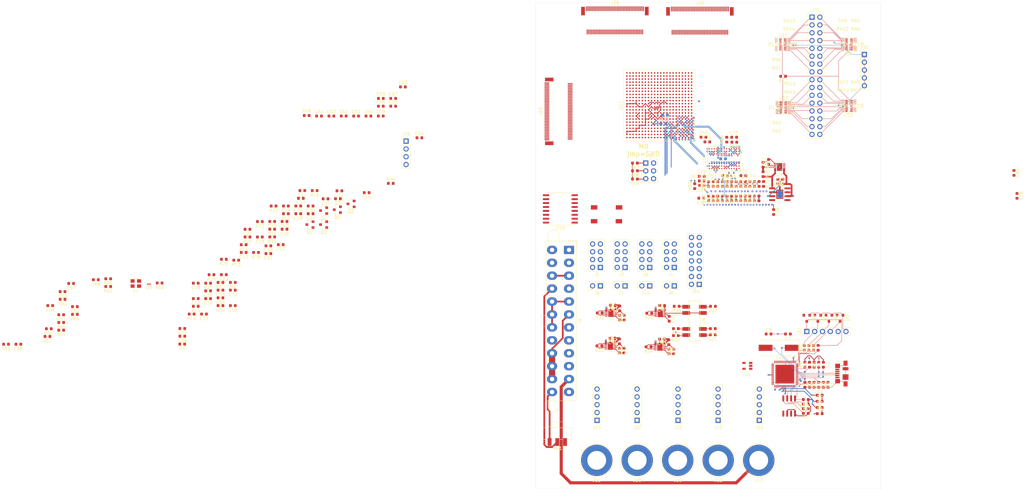
<source format=kicad_pcb>
(kicad_pcb (version 20200829) (generator pcbnew)
  (layers (0 "F.Cu" signal) (1 "In1.Cu_-_GND_Front" power) (2 "In2.Cu" signal) (3 "In3.Cu" signal) (4 "In4.Cu_-_Pow_Back" power) (31 "B.Cu" signal) (34 "B.Paste" user) (35 "F.Paste" user) (36 "B.SilkS" user) (37 "F.SilkS" user) (38 "B.Mask" user) (39 "F.Mask" user) (44 "Edge.Cuts" user))
  (net 0 "")
  (net 1 "GND")
  (net 2 "Net-(C1-Pad1)")
  (net 3 "Net-(C4-Pad1)")
  (net 4 "Net-(C7-Pad1)")
  (net 5 "Net-(C8-Pad1)")
  (net 6 "Net-(C9-Pad1)")
  (net 7 "VCCBRAM")
  (net 8 "VCCFPGA_S1_1.2V")
  (net 9 "VCCAUX")
  (net 10 "VCCDDR_1.35V")
  (net 11 "+5V")
  (net 12 "+3.3V")
  (net 13 "VCCFPGA_S1_MGT")
  (net 14 "Net-(C41-Pad1)")
  (net 15 "Net-(C45-Pad1)")
  (net 16 "Net-(C46-Pad1)")
  (net 17 "Net-(C47-Pad1)")
  (net 18 "VCCDDR_1.35V_VREF")
  (net 19 "Net-(C51-Pad1)")
  (net 20 "Net-(C53-Pad1)")
  (net 21 "MGTPTX0_P")
  (net 22 "Net-(C54-Pad1)")
  (net 23 "MGTPTX1_P")
  (net 24 "Net-(C55-Pad1)")
  (net 25 "MGTPTX2_P")
  (net 26 "Net-(C56-Pad1)")
  (net 27 "MGTPTX3_P")
  (net 28 "MGTPCLK0_P")
  (net 29 "Net-(C57-Pad1)")
  (net 30 "Net-(C58-Pad2)")
  (net 31 "Net-(C58-Pad1)")
  (net 32 "MGTPTX0_N")
  (net 33 "Net-(C59-Pad1)")
  (net 34 "MGTPTX1_N")
  (net 35 "Net-(C60-Pad1)")
  (net 36 "MGTPTX2_N")
  (net 37 "Net-(C61-Pad1)")
  (net 38 "MGTPTX3_N")
  (net 39 "Net-(C62-Pad1)")
  (net 40 "Net-(C63-Pad1)")
  (net 41 "MGTPCLK0_N")
  (net 42 "Net-(C64-Pad1)")
  (net 43 "Net-(C64-Pad2)")
  (net 44 "VCCFPGA_S1_VCCO_CONFIG")
  (net 45 "Net-(D1-Pad1)")
  (net 46 "Net-(D1-Pad2)")
  (net 47 "Net-(D2-Pad2)")
  (net 48 "Net-(D2-Pad1)")
  (net 49 "Net-(D3-Pad2)")
  (net 50 "Net-(D4-Pad2)")
  (net 51 "Net-(D5-Pad1)")
  (net 52 "Net-(D6-Pad1)")
  (net 53 "Net-(D7-Pad1)")
  (net 54 "Net-(D8-Pad1)")
  (net 55 "Net-(D9-Pad2)")
  (net 56 "Net-(J1-Pad1)")
  (net 57 "/usb-interface/D-")
  (net 58 "/usb-interface/D+")
  (net 59 "Net-(J1-Pad4)")
  (net 60 "ATX_POWEROK")
  (net 61 "Net-(J2-Pad9)")
  (net 62 "+12V")
  (net 63 "-12V")
  (net 64 "Net-(J2-Pad16)")
  (net 65 "Net-(J2-Pad20)")
  (net 66 "Net-(J3-Pad1)")
  (net 67 "Net-(J4-Pad1)")
  (net 68 "Net-(J5-Pad1)")
  (net 69 "Net-(J6-Pad1)")
  (net 70 "VCCFPGA_S1_VREF_V1")
  (net 71 "Net-(J7-Pad2)")
  (net 72 "Net-(J8-Pad2)")
  (net 73 "VCCFPGA_S1_VREF_V2")
  (net 74 "Net-(J9-Pad2)")
  (net 75 "VCCFPGA_S1_VREF_V3")
  (net 76 "VCCFPGA_S1_VREF_V4")
  (net 77 "Net-(J10-Pad2)")
  (net 78 "/fpga-io/b15_23_P")
  (net 79 "/fpga-io/b15_14_N")
  (net 80 "/fpga-io/b15_21_N")
  (net 81 "/fpga-io/b15_14_P")
  (net 82 "/fpga-io/b15_21_P")
  (net 83 "Net-(J25-Pad70)")
  (net 84 "/fpga-io/b15_22_N")
  (net 85 "/fpga-io/b15_22_P")
  (net 86 "Net-(J25-Pad67)")
  (net 87 "Net-(J25-Pad58)")
  (net 88 "/fpga-io/b15_20_N")
  (net 89 "Net-(J25-Pad56)")
  (net 90 "/fpga-io/b15_3_P")
  (net 91 "/fpga-io/b15_5_P")
  (net 92 "/fpga-io/b15_3_N")
  (net 93 "/fpga-io/b15_4_N")
  (net 94 "/fpga-io/b15_20_P")
  (net 95 "/fpga-io/b15_4_P")
  (net 96 "/fpga-io/b15_1_P")
  (net 97 "Net-(J25-Pad48)")
  (net 98 "/fpga-io/b15_1_N")
  (net 99 "Net-(J25-Pad46)")
  (net 100 "Net-(J25-Pad45)")
  (net 101 "Net-(J25-Pad44)")
  (net 102 "/fpga-io/b15_2_P")
  (net 103 "Net-(J25-Pad42)")
  (net 104 "/fpga-io/b15_2_N")
  (net 105 "Net-(J25-Pad40)")
  (net 106 "/fpga-io/b15_18_N")
  (net 107 "Net-(J25-Pad38)")
  (net 108 "/fpga-io/b15_5_N")
  (net 109 "Net-(J25-Pad36)")
  (net 110 "Net-(J25-Pad35)")
  (net 111 "Net-(J25-Pad34)")
  (net 112 "/fpga-io/b15_18_P")
  (net 113 "Net-(J25-Pad32)")
  (net 114 "/fpga-io/b15_7_P")
  (net 115 "Net-(J25-Pad30)")
  (net 116 "/fpga-io/b15_7_N")
  (net 117 "Net-(J25-Pad28)")
  (net 118 "/fpga-io/b15_17_N")
  (net 119 "Net-(J25-Pad26)")
  (net 120 "/fpga-io/b15_8_P")
  (net 121 "Net-(J25-Pad24)")
  (net 122 "/fpga-io/b15_8_N")
  (net 123 "Net-(J25-Pad22)")
  (net 124 "/fpga-io/b15_17_P")
  (net 125 "Net-(J25-Pad20)")
  (net 126 "/fpga-io/b15_9_P")
  (net 127 "/fpga-io/b15_12_N")
  (net 128 "/fpga-io/b15_9_N")
  (net 129 "/fpga-io/b15_12_P")
  (net 130 "/fpga-io/b15_16_N")
  (net 131 "/fpga-io/b15_10_P")
  (net 132 "/fpga-io/b15_10_N")
  (net 133 "/fpga-io/b15_23_N")
  (net 134 "/fpga-io/b15_16_P")
  (net 135 "Net-(J25-Pad8)")
  (net 136 "/fpga-io/b15_11_P")
  (net 137 "Net-(J25-Pad6)")
  (net 138 "/fpga-io/b15_11_N")
  (net 139 "/fpga-io/b15_13_N")
  (net 140 "/fpga-io/b15_15_N")
  (net 141 "/fpga-io/b15_13_P")
  (net 142 "/fpga-io/b15_15_P")
  (net 143 "Net-(U11-PadA1)")
  (net 144 "Net-(U11-PadB1)")
  (net 145 "Net-(U11-PadB2)")
  (net 146 "Net-(U11-PadC2)")
  (net 147 "Net-(U11-PadD1)")
  (net 148 "Net-(U11-PadD2)")
  (net 149 "Net-(U11-PadE1)")
  (net 150 "Net-(U11-PadE2)")
  (net 151 "Net-(U11-PadE3)")
  (net 152 "Net-(U11-PadF1)")
  (net 153 "Net-(U11-PadF3)")
  (net 154 "Net-(U11-PadF4)")
  (net 155 "Net-(U11-PadG1)")
  (net 156 "Net-(U11-PadG2)")
  (net 157 "sys_clk_N")
  (net 158 "Net-(U11-PadH2)")
  (net 159 "sys_clk_P")
  (net 160 "clk_ref_P")
  (net 161 "Net-(U11-PadH5)")
  (net 162 "Net-(U11-PadJ1)")
  (net 163 "Net-(U11-PadJ2)")
  (net 164 "Net-(U11-PadJ4)")
  (net 165 "Net-(U11-PadJ5)")
  (net 166 "Net-(U11-PadJ6)")
  (net 167 "Net-(U11-PadK1)")
  (net 168 "Net-(U11-PadK2)")
  (net 169 "Net-(U11-PadK3)")
  (net 170 "Net-(U11-PadK4)")
  (net 171 "Net-(U11-PadK6)")
  (net 172 "Net-(U11-PadL1)")
  (net 173 "Net-(U11-PadL3)")
  (net 174 "Net-(U11-PadL4)")
  (net 175 "Net-(U11-PadL5)")
  (net 176 "Net-(U11-PadL6)")
  (net 177 "Net-(U11-PadM1)")
  (net 178 "Net-(U11-PadM2)")
  (net 179 "Net-(U11-PadM3)")
  (net 180 "Net-(U11-PadM5)")
  (net 181 "Net-(U11-PadM6)")
  (net 182 "Net-(U11-PadN2)")
  (net 183 "Net-(U11-PadN4)")
  (net 184 "Net-(U11-PadP1)")
  (net 185 "Net-(U11-PadP2)")
  (net 186 "Net-(U11-PadP4)")
  (net 187 "Net-(U11-PadP5)")
  (net 188 "Net-(U11-PadR1)")
  (net 189 "/fpga-io/b16_23_P")
  (net 190 "/fpga-io/b16_14_N")
  (net 191 "/fpga-io/b16_21_N")
  (net 192 "/fpga-io/b16_14_P")
  (net 193 "/fpga-io/b16_21_P")
  (net 194 "Net-(J28-Pad70)")
  (net 195 "/fpga-io/b16_22_N")
  (net 196 "/fpga-io/b16_22_P")
  (net 197 "Net-(J28-Pad67)")
  (net 198 "Net-(J28-Pad58)")
  (net 199 "/fpga-io/b16_20_N")
  (net 200 "Net-(J28-Pad56)")
  (net 201 "/fpga-io/b16_3_P")
  (net 202 "/fpga-io/b16_5_P")
  (net 203 "/fpga-io/b16_3_N")
  (net 204 "/fpga-io/b16_4_N")
  (net 205 "/fpga-io/b16_20_P")
  (net 206 "/fpga-io/b16_4_P")
  (net 207 "/fpga-io/b16_1_P")
  (net 208 "Net-(J28-Pad48)")
  (net 209 "/fpga-io/b16_1_N")
  (net 210 "Net-(J28-Pad46)")
  (net 211 "Net-(J28-Pad45)")
  (net 212 "Net-(J28-Pad44)")
  (net 213 "/fpga-io/b16_2_P")
  (net 214 "Net-(J28-Pad42)")
  (net 215 "/fpga-io/b16_2_N")
  (net 216 "Net-(J28-Pad40)")
  (net 217 "/fpga-io/b16_18_N")
  (net 218 "Net-(J28-Pad38)")
  (net 219 "/fpga-io/b16_5_N")
  (net 220 "Net-(J28-Pad36)")
  (net 221 "Net-(J28-Pad35)")
  (net 222 "Net-(J28-Pad34)")
  (net 223 "/fpga-io/b16_18_P")
  (net 224 "Net-(J28-Pad32)")
  (net 225 "/fpga-io/b16_7_P")
  (net 226 "Net-(J28-Pad30)")
  (net 227 "/fpga-io/b16_7_N")
  (net 228 "Net-(J28-Pad28)")
  (net 229 "/fpga-io/b16_17_N")
  (net 230 "Net-(J28-Pad26)")
  (net 231 "/fpga-io/b16_8_P")
  (net 232 "Net-(J28-Pad24)")
  (net 233 "/fpga-io/b16_8_N")
  (net 234 "Net-(J28-Pad22)")
  (net 235 "/fpga-io/b16_17_P")
  (net 236 "Net-(J28-Pad20)")
  (net 237 "/fpga-io/b16_9_P")
  (net 238 "/fpga-io/b16_12_N")
  (net 239 "/fpga-io/b16_9_N")
  (net 240 "/fpga-io/b16_12_P")
  (net 241 "/fpga-io/b16_16_N")
  (net 242 "/fpga-io/b16_10_P")
  (net 243 "/fpga-io/b16_10_N")
  (net 244 "/fpga-io/b16_23_N")
  (net 245 "/fpga-io/b16_16_P")
  (net 246 "Net-(J28-Pad8)")
  (net 247 "/fpga-io/b16_11_P")
  (net 248 "Net-(J28-Pad6)")
  (net 249 "/fpga-io/b16_11_N")
  (net 250 "/fpga-io/b16_13_N")
  (net 251 "/fpga-io/b16_15_N")
  (net 252 "/fpga-io/b16_13_P")
  (net 253 "/fpga-io/b16_15_P")
  (net 254 "Net-(J29-Pad6)")
  (net 255 "Net-(J29-Pad8)")
  (net 256 "PE_DAS_MGT")
  (net 257 "MGTPRX3_N")
  (net 258 "MGTPRX3_P")
  (net 259 "Net-(J29-Pad20)")
  (net 260 "Net-(J29-Pad22)")
  (net 261 "MGTPRX2_N")
  (net 262 "Net-(J29-Pad24)")
  (net 263 "MGTPRX2_P")
  (net 264 "Net-(J29-Pad26)")
  (net 265 "Net-(J29-Pad28)")
  (net 266 "Net-(J29-Pad30)")
  (net 267 "Net-(J29-Pad32)")
  (net 268 "Net-(J29-Pad34)")
  (net 269 "MGTPRX1_N")
  (net 270 "Net-(J29-Pad36)")
  (net 271 "MGTPRX1_P")
  (net 272 "PE_DEVSLP_MGT")
  (net 273 "Net-(J29-Pad40)")
  (net 274 "Net-(J29-Pad42)")
  (net 275 "Net-(J29-Pad44)")
  (net 276 "Net-(J29-Pad46)")
  (net 277 "MGTPRX0_N")
  (net 278 "Net-(J29-Pad48)")
  (net 279 "MGTPRX0_P")
  (net 280 "PE_NRST_MGT")
  (net 281 "PE_NCLKREQ_MGT")
  (net 282 "PE_NWAKE_MGT")
  (net 283 "Net-(J29-Pad56)")
  (net 284 "Net-(J29-Pad58)")
  (net 285 "Net-(J29-Pad67)")
  (net 286 "PE_SUSCLK_MGT")
  (net 287 "PE_PEDET_MGT")
  (net 288 "Net-(J30-Pad1)")
  (net 289 "Net-(J31-Pad1)")
  (net 290 "Net-(J31-Pad2)")
  (net 291 "Net-(J31-Pad3)")
  (net 292 "Net-(J31-Pad4)")
  (net 293 "Net-(J31-Pad5)")
  (net 294 "Net-(J31-Pad6)")
  (net 295 "Net-(J31-Pad7)")
  (net 296 "Net-(J31-Pad8)")
  (net 297 "Net-(J31-Pad9)")
  (net 298 "Net-(J31-Pad10)")
  (net 299 "Net-(J31-Pad11)")
  (net 300 "Net-(J31-Pad12)")
  (net 301 "Net-(J31-Pad13)")
  (net 302 "Net-(J31-Pad14)")
  (net 303 "Net-(J31-Pad15)")
  (net 304 "Net-(J31-Pad16)")
  (net 305 "Net-(J31-Pad17)")
  (net 306 "Net-(J31-Pad18)")
  (net 307 "Net-(J31-Pad19)")
  (net 308 "Net-(J31-Pad20)")
  (net 309 "Net-(J31-Pad21)")
  (net 310 "Net-(J31-Pad22)")
  (net 311 "Net-(J31-Pad23)")
  (net 312 "Net-(J31-Pad24)")
  (net 313 "Net-(J31-Pad25)")
  (net 314 "Net-(J31-Pad26)")
  (net 315 "Net-(J31-Pad27)")
  (net 316 "Net-(J31-Pad28)")
  (net 317 "Net-(J31-Pad29)")
  (net 318 "Net-(J31-Pad30)")
  (net 319 "Net-(J31-Pad31)")
  (net 320 "Net-(J31-Pad32)")
  (net 321 "FLASH_CONFIG_IO_0")
  (net 322 "FLASH_CONFIG_IO_1")
  (net 323 "FLASH_CONFIG_IO_2")
  (net 324 "FLASH_CONFIG_IO_3")
  (net 325 "FLASH_CONFIG_CLK")
  (net 326 "FLASH_CONFIG_CS")
  (net 327 "Net-(J34-Pad8)")
  (net 328 "Net-(J34-Pad9)")
  (net 329 "Net-(J34-Pad10)")
  (net 330 "Net-(J34-Pad11)")
  (net 331 "Net-(J34-Pad12)")
  (net 332 "Net-(J34-Pad13)")
  (net 333 "Net-(J34-Pad14)")
  (net 334 "VCCFPGA_S1_PG")
  (net 335 "VCCFPGA_S1_VCCO_1.8v")
  (net 336 "VCCFPGA_S1_VARIABLE_V1")
  (net 337 "VCCFPGA_S1_VARIABLE_V2")
  (net 338 "VCCFPGA_S1_VARIABLE_V3")
  (net 339 "VCCFPGA_S1_VARIABLE_V4")
  (net 340 "Net-(R1-Pad2)")
  (net 341 "Net-(R2-Pad2)")
  (net 342 "Net-(R3-Pad2)")
  (net 343 "Net-(R4-Pad1)")
  (net 344 "Net-(R5-Pad1)")
  (net 345 "Net-(R6-Pad1)")
  (net 346 "Net-(R26-Pad1)")
  (net 347 "Net-(R27-Pad2)")
  (net 348 "Net-(R28-Pad1)")
  (net 349 "Net-(R29-Pad2)")
  (net 350 "Net-(R30-Pad1)")
  (net 351 "Net-(R31-Pad2)")
  (net 352 "Net-(R32-Pad1)")
  (net 353 "VCCFPGA_S0_PG")
  (net 354 "Net-(R34-Pad1)")
  (net 355 "Net-(R35-Pad1)")
  (net 356 "Net-(R36-Pad2)")
  (net 357 "Net-(R38-Pad2)")
  (net 358 "Net-(R40-Pad2)")
  (net 359 "Net-(R42-Pad1)")
  (net 360 "Net-(R44-Pad2)")
  (net 361 "Net-(R46-Pad2)")
  (net 362 "VTRANS_OE")
  (net 363 "Net-(R48-Pad2)")
  (net 364 "FPGA_TDI")
  (net 365 "Net-(R50-Pad2)")
  (net 366 "Net-(R51-Pad2)")
  (net 367 "Net-(R52-Pad2)")
  (net 368 "Net-(R53-Pad2)")
  (net 369 "FPGA_TDO")
  (net 370 "FPGA_TMS")
  (net 371 "FPGA_TDCLK")
  (net 372 "Net-(R61-Pad2)")
  (net 373 "Net-(R65-Pad1)")
  (net 374 "Net-(R66-Pad1)")
  (net 375 "Net-(R67-Pad1)")
  (net 376 "Net-(R68-Pad2)")
  (net 377 "Net-(R69-Pad1)")
  (net 378 "DDR_NWE")
  (net 379 "DDR_NRAS")
  (net 380 "DDR_A0")
  (net 381 "DDR_A1")
  (net 382 "DDR_A2")
  (net 383 "DDR_A3")
  (net 384 "DDR_A4")
  (net 385 "DDR_A5")
  (net 386 "DDR_A6")
  (net 387 "DDR_A7")
  (net 388 "DDR_A8")
  (net 389 "DDR_A9")
  (net 390 "DDR_A10")
  (net 391 "DDR_A11")
  (net 392 "DDR_A12")
  (net 393 "DDR_A13")
  (net 394 "DDR_A14")
  (net 395 "DDR_A15")
  (net 396 "DDR_ODT")
  (net 397 "DDR_CKE")
  (net 398 "DDR_NCS")
  (net 399 "DDR_NCAS")
  (net 400 "Net-(RN1-Pad2)")
  (net 401 "Net-(RN1-Pad8)")
  (net 402 "Net-(RN1-Pad3)")
  (net 403 "Net-(RN1-Pad4)")
  (net 404 "Net-(RN1-Pad6)")
  (net 405 "Net-(RN1-Pad5)")
  (net 406 "Net-(RN1-Pad1)")
  (net 407 "Net-(RN1-Pad7)")
  (net 408 "Net-(RN2-Pad7)")
  (net 409 "Net-(RN2-Pad1)")
  (net 410 "Net-(RN2-Pad5)")
  (net 411 "Net-(RN2-Pad6)")
  (net 412 "Net-(RN2-Pad4)")
  (net 413 "Net-(RN2-Pad3)")
  (net 414 "Net-(RN2-Pad8)")
  (net 415 "Net-(RN2-Pad2)")
  (net 416 "Net-(RN3-Pad2)")
  (net 417 "Net-(RN3-Pad8)")
  (net 418 "Net-(RN3-Pad3)")
  (net 419 "Net-(RN3-Pad4)")
  (net 420 "Net-(RN3-Pad6)")
  (net 421 "Net-(RN3-Pad5)")
  (net 422 "Net-(RN3-Pad1)")
  (net 423 "Net-(RN3-Pad7)")
  (net 424 "Net-(RN4-Pad7)")
  (net 425 "Net-(RN4-Pad1)")
  (net 426 "Net-(RN4-Pad5)")
  (net 427 "Net-(RN4-Pad6)")
  (net 428 "Net-(RN4-Pad4)")
  (net 429 "Net-(RN4-Pad3)")
  (net 430 "Net-(RN4-Pad8)")
  (net 431 "Net-(RN4-Pad2)")
  (net 432 "Net-(RN5-Pad2)")
  (net 433 "Net-(RN5-Pad8)")
  (net 434 "Net-(RN5-Pad3)")
  (net 435 "Net-(RN5-Pad4)")
  (net 436 "Net-(RN5-Pad6)")
  (net 437 "Net-(RN5-Pad5)")
  (net 438 "Net-(RN5-Pad1)")
  (net 439 "Net-(RN5-Pad7)")
  (net 440 "Net-(RN6-Pad2)")
  (net 441 "Net-(RN6-Pad8)")
  (net 442 "Net-(RN6-Pad3)")
  (net 443 "Net-(RN6-Pad4)")
  (net 444 "Net-(RN6-Pad6)")
  (net 445 "Net-(RN6-Pad5)")
  (net 446 "Net-(RN6-Pad1)")
  (net 447 "Net-(RN6-Pad7)")
  (net 448 "Net-(RN7-Pad7)")
  (net 449 "Net-(RN7-Pad1)")
  (net 450 "Net-(RN7-Pad5)")
  (net 451 "Net-(RN7-Pad6)")
  (net 452 "Net-(RN7-Pad4)")
  (net 453 "Net-(RN7-Pad3)")
  (net 454 "Net-(RN7-Pad8)")
  (net 455 "Net-(RN7-Pad2)")
  (net 456 "Net-(RN8-Pad7)")
  (net 457 "Net-(RN8-Pad1)")
  (net 458 "Net-(RN8-Pad5)")
  (net 459 "Net-(RN8-Pad6)")
  (net 460 "Net-(RN8-Pad4)")
  (net 461 "Net-(RN8-Pad3)")
  (net 462 "Net-(RN8-Pad8)")
  (net 463 "Net-(RN8-Pad2)")
  (net 464 "Net-(RN9-Pad8)")
  (net 465 "Net-(RN9-Pad6)")
  (net 466 "Net-(RN9-Pad5)")
  (net 467 "Net-(RN9-Pad7)")
  (net 468 "Net-(RN10-Pad7)")
  (net 469 "Net-(RN10-Pad5)")
  (net 470 "Net-(RN10-Pad6)")
  (net 471 "Net-(RN10-Pad8)")
  (net 472 "Net-(RN11-Pad8)")
  (net 473 "Net-(RN11-Pad6)")
  (net 474 "Net-(RN11-Pad5)")
  (net 475 "Net-(RN11-Pad7)")
  (net 476 "Net-(RN12-Pad7)")
  (net 477 "Net-(RN12-Pad5)")
  (net 478 "Net-(RN12-Pad6)")
  (net 479 "Net-(RN12-Pad8)")
  (net 480 "Net-(RN13-Pad2)")
  (net 481 "Net-(RN13-Pad3)")
  (net 482 "Net-(RN13-Pad4)")
  (net 483 "Net-(RN13-Pad1)")
  (net 484 "Net-(RN14-Pad1)")
  (net 485 "Net-(RN14-Pad4)")
  (net 486 "Net-(RN14-Pad3)")
  (net 487 "Net-(RN14-Pad2)")
  (net 488 "Net-(RN15-Pad2)")
  (net 489 "Net-(RN15-Pad3)")
  (net 490 "Net-(RN15-Pad4)")
  (net 491 "Net-(RN15-Pad1)")
  (net 492 "Net-(RN16-Pad1)")
  (net 493 "Net-(RN16-Pad4)")
  (net 494 "Net-(RN16-Pad3)")
  (net 495 "Net-(RN16-Pad2)")
  (net 496 "Net-(SW1-Pad1)")
  (net 497 "Net-(U1-Pad7)")
  (net 498 "Net-(U2-Pad54)")
  (net 499 "Net-(U2-Pad53)")
  (net 500 "Net-(U2-Pad52)")
  (net 501 "Net-(U2-Pad51)")
  (net 502 "Net-(U2-Pad47)")
  (net 503 "Net-(U2-Pad46)")
  (net 504 "Net-(U2-Pad42)")
  (net 505 "Net-(U2-Pad40)")
  (net 506 "Net-(U2-Pad39)")
  (net 507 "Net-(U2-Pad38)")
  (net 508 "Net-(U2-Pad37)")
  (net 509 "Net-(U2-Pad35)")
  (net 510 "Net-(U2-Pad34)")
  (net 511 "FPGA_SER_RX")
  (net 512 "FPGA_SER_TX")
  (net 513 "Net-(U2-Pad30)")
  (net 514 "Net-(U2-Pad29)")
  (net 515 "Net-(U2-Pad28)")
  (net 516 "Net-(U2-Pad27)")
  (net 517 "Net-(U2-Pad26)")
  (net 518 "Net-(U2-Pad25)")
  (net 519 "Net-(U2-Pad24)")
  (net 520 "Net-(U2-Pad23)")
  (net 521 "Net-(U2-Pad22)")
  (net 522 "Net-(U2-Pad20)")
  (net 523 "Net-(U2-Pad19)")
  (net 524 "Net-(U2-Pad18)")
  (net 525 "Net-(U2-Pad17)")
  (net 526 "Net-(U3-Pad8)")
  (net 527 "Net-(U10-Pad5)")
  (net 528 "Net-(U10-Pad7)")
  (net 529 "Net-(U10-Pad8)")
  (net 530 "Net-(U11-PadG21)")
  (net 531 "Net-(U11-PadG22)")
  (net 532 "Net-(U11-PadM15)")
  (net 533 "Net-(U11-PadM16)")
  (net 534 "Net-(U11-PadN9)")
  (net 535 "Net-(U11-PadN10)")
  (net 536 "DDR_DQ5")
  (net 537 "DDR_NRST")
  (net 538 "DDR_DQ6")
  (net 539 "Net-(U11-PadT14)")
  (net 540 "Net-(U11-PadT15)")
  (net 541 "Net-(U11-PadT16)")
  (net 542 "DDR_DQ0")
  (net 543 "DDR_DQ3")
  (net 544 "Net-(U11-PadU15)")
  (net 545 "Net-(U11-PadU16)")
  (net 546 "DDR_BA1")
  (net 547 "DDR_DQ4")
  (net 548 "Net-(U11-PadV10)")
  (net 549 "Net-(U11-PadV13)")
  (net 550 "Net-(U11-PadV14)")
  (net 551 "Net-(U11-PadV15)")
  (net 552 "DDR_BA2")
  (net 553 "DDR_DQ2")
  (net 554 "DDR_DQ1")
  (net 555 "Net-(U11-PadW10)")
  (net 556 "Net-(U11-PadW11)")
  (net 557 "Net-(U11-PadW12)")
  (net 558 "Net-(U11-PadW14)")
  (net 559 "Net-(U11-PadW15)")
  (net 560 "Net-(U11-PadW16)")
  (net 561 "FPGA-CLK-100")
  (net 562 "DDR_DQ7")
  (net 563 "Net-(U11-PadY11)")
  (net 564 "Net-(U11-PadY12)")
  (net 565 "Net-(U11-PadY13)")
  (net 566 "Net-(U11-PadY16)")
  (net 567 "Net-(U11-PadY17)")
  (net 568 "DDR_BA0")
  (net 569 "Net-(U11-PadAA9)")
  (net 570 "Net-(U11-PadAA10)")
  (net 571 "Net-(U11-PadAA11)")
  (net 572 "Net-(U11-PadAA13)")
  (net 573 "Net-(U11-PadAA14)")
  (net 574 "Net-(U11-PadAA15)")
  (net 575 "Net-(U11-PadAA16)")
  (net 576 "Net-(U11-PadAB10)")
  (net 577 "Net-(U11-PadAB11)")
  (net 578 "Net-(U11-PadAB12)")
  (net 579 "Net-(U11-PadAB13)")
  (net 580 "Net-(U11-PadAB15)")
  (net 581 "Net-(U11-PadAB16)")
  (net 582 "Net-(U11-PadAB17)")
  (net 583 "Net-(U17-PadA3)")
  (net 584 "Net-(U17-PadF1)")
  (net 585 "Net-(U17-PadF9)")
  (net 586 "Net-(U17-PadH1)")
  (net 587 "Net-(U17-PadH9)")
  (net 588 "DDR_CK_P")
  (net 589 "DDR_CK_N")
  (net 590 "DDR_DQS_P")
  (net 591 "DDR_DQS_N")
  (net 592 "Net-(U11-PadR6)")
  (net 593 "Net-(U11-PadT6)")
  (net 594 "Net-(U11-PadV5)")
  (net 595 "Net-(U11-PadU6)")
  (net 596 "/fgpa-logic/m0")
  (net 597 "/fgpa-logic/m1")
  (net 598 "/fgpa-logic/m2")
  (net 599 "Net-(U11-PadV8)")
  (net 600 "Net-(U11-PadV9)")
  (net 601 "Net-(U11-PadW9)")
  (net 602 "Net-(U11-PadY8)")
  (net 603 "DDR_TDQS_N")
  (net 604 "DDR_TDQS_P")
  (net 605 "Net-(U11-PadY9)")
  (net 606 "Net-(U11-PadY4)")
  (module "Capacitor_SMD:C_0603_1608Metric" (layer "F.Cu") (at 231.875 146.1375 -90)
    (fp_text reference "C1" (at 0 -1.43 90) (layer "F.SilkS"))
    (fp_text value "4.7uF TA")
    (pad "1" smd roundrect (at -0.7875 0 270) (size 0.875 0.95) (layers "F.Cu" "F.Paste" "F.Mask") (net 2 "Net-(C1-Pad1)"))
    (pad "2" smd roundrect (at 0.7875 0 270) (size 0.875 0.95) (layers "F.Cu" "F.Paste" "F.Mask") (net 1 "GND"))
  )
  (module "Capacitor_SMD:C_0603_1608Metric" (layer "F.Cu") (at 230.375 146.1375 -90)
    (fp_text reference "C2" (at 0 -1.43 90) (layer "F.SilkS"))
    (fp_text value "100nF")
    (pad "1" smd roundrect (at -0.7875 0 270) (size 0.875 0.95) (layers "F.Cu" "F.Paste" "F.Mask") (net 2 "Net-(C1-Pad1)"))
    (pad "2" smd roundrect (at 0.7875 0 270) (size 0.875 0.95) (layers "F.Cu" "F.Paste" "F.Mask") (net 1 "GND"))
  )
  (module "Capacitor_SMD:C_0603_1608Metric" (layer "F.Cu") (at 228.875 146.1375 -90)
    (fp_text reference "C3" (at 0 -1.43 90) (layer "F.SilkS"))
    (fp_text value "10nF")
    (pad "1" smd roundrect (at -0.7875 0 270) (size 0.875 0.95) (layers "F.Cu" "F.Paste" "F.Mask") (net 2 "Net-(C1-Pad1)"))
    (pad "2" smd roundrect (at 0.7875 0 270) (size 0.875 0.95) (layers "F.Cu" "F.Paste" "F.Mask") (net 1 "GND"))
  )
  (module "Capacitor_SMD:C_0603_1608Metric" (layer "F.Cu") (at 225.875 139.6375 90)
    (fp_text reference "C4" (at 0 -1.43 90) (layer "F.SilkS"))
    (fp_text value "4.7uF TA")
    (pad "1" smd roundrect (at -0.7875 0 90) (size 0.875 0.95) (layers "F.Cu" "F.Paste" "F.Mask") (net 3 "Net-(C4-Pad1)"))
    (pad "2" smd roundrect (at 0.7875 0 90) (size 0.875 0.95) (layers "F.Cu" "F.Paste" "F.Mask") (net 1 "GND"))
  )
  (module "Capacitor_SMD:C_0603_1608Metric" (layer "F.Cu") (at 225.875 146.1375 -90)
    (fp_text reference "C5" (at 0 -1.43 90) (layer "F.SilkS"))
    (fp_text value "100nF")
    (pad "1" smd roundrect (at -0.7875 0 270) (size 0.875 0.95) (layers "F.Cu" "F.Paste" "F.Mask") (net 3 "Net-(C4-Pad1)"))
    (pad "2" smd roundrect (at 0.7875 0 270) (size 0.875 0.95) (layers "F.Cu" "F.Paste" "F.Mask") (net 1 "GND"))
  )
  (module "Capacitor_SMD:C_0603_1608Metric" (layer "F.Cu") (at 224.375 146.1375 -90)
    (fp_text reference "C6" (at 0 -1.43 90) (layer "F.SilkS"))
    (fp_text value "10nF")
    (pad "1" smd roundrect (at -0.7875 0 270) (size 0.875 0.95) (layers "F.Cu" "F.Paste" "F.Mask") (net 3 "Net-(C4-Pad1)"))
    (pad "2" smd roundrect (at 0.7875 0 270) (size 0.875 0.95) (layers "F.Cu" "F.Paste" "F.Mask") (net 1 "GND"))
  )
  (module "Capacitor_SMD:C_0603_1608Metric" (layer "F.Cu") (at 218.875 129.6375 180)
    (fp_text reference "C7" (at 0 -1.43) (layer "F.SilkS"))
    (fp_text value "20pF")
    (pad "1" smd roundrect (at -0.7875 0 180) (size 0.875 0.95) (layers "F.Cu" "F.Paste" "F.Mask") (net 4 "Net-(C7-Pad1)"))
    (pad "2" smd roundrect (at 0.7875 0 180) (size 0.875 0.95) (layers "F.Cu" "F.Paste" "F.Mask") (net 1 "GND"))
  )
  (module "Capacitor_SMD:C_0603_1608Metric" (layer "F.Cu") (at 212.5875 129.6375)
    (fp_text reference "C8" (at 0 -1.43) (layer "F.SilkS"))
    (fp_text value "20pF")
    (pad "1" smd roundrect (at -0.7875 0) (size 0.875 0.95) (layers "F.Cu" "F.Paste" "F.Mask") (net 5 "Net-(C8-Pad1)"))
    (pad "2" smd roundrect (at 0.7875 0) (size 0.875 0.95) (layers "F.Cu" "F.Paste" "F.Mask") (net 1 "GND"))
  )
  (module "Capacitor_SMD:C_0603_1608Metric" (layer "F.Cu") (at 227.375 146.1375 -90)
    (fp_text reference "C9" (at 0 -1.43 90) (layer "F.SilkS"))
    (fp_text value "4.7uF")
    (pad "1" smd roundrect (at -0.7875 0 270) (size 0.875 0.95) (layers "F.Cu" "F.Paste" "F.Mask") (net 6 "Net-(C9-Pad1)"))
    (pad "2" smd roundrect (at 0.7875 0 270) (size 0.875 0.95) (layers "F.Cu" "F.Paste" "F.Mask") (net 1 "GND"))
  )
  (module "Capacitor_SMD:C_0603_1608Metric" (layer "F.Cu") (at 26.634999 118.144999 180)
    (fp_text reference "C10" (at 0 -1.43) (layer "F.SilkS"))
    (fp_text value "4.7uF")
    (pad "1" smd roundrect (at -0.7875 0 180) (size 0.875 0.95) (layers "F.Cu" "F.Paste" "F.Mask") (net 7 "VCCBRAM"))
    (pad "2" smd roundrect (at 0.7875 0 180) (size 0.875 0.95) (layers "F.Cu" "F.Paste" "F.Mask") (net 1 "GND"))
  )
  (module "Capacitor_SMD:C_0603_1608Metric" (layer "F.Cu") (at 61.224999 83.034999 180)
    (fp_text reference "C11" (at 0 -1.43) (layer "F.SilkS"))
    (fp_text value "4.7uF")
    (pad "1" smd roundrect (at -0.7875 0 180) (size 0.875 0.95) (layers "F.Cu" "F.Paste" "F.Mask") (net 8 "VCCFPGA_S1_1.2V"))
    (pad "2" smd roundrect (at 0.7875 0 180) (size 0.875 0.95) (layers "F.Cu" "F.Paste" "F.Mask") (net 1 "GND"))
  )
  (module "Capacitor_SMD:C_0603_1608Metric" (layer "F.Cu") (at 42.184999 103.144999 180)
    (fp_text reference "C12" (at 0 -1.43) (layer "F.SilkS"))
    (fp_text value "4.7uF")
    (pad "1" smd roundrect (at -0.7875 0 180) (size 0.875 0.95) (layers "F.Cu" "F.Paste" "F.Mask") (net 9 "VCCAUX"))
    (pad "2" smd roundrect (at 0.7875 0 180) (size 0.875 0.95) (layers "F.Cu" "F.Paste" "F.Mask") (net 1 "GND"))
  )
  (module "Capacitor_SMD:C_0603_1608Metric" (layer "F.Cu") (at 55.454999 93.074999 180)
    (fp_text reference "C13" (at 0 -1.43) (layer "F.SilkS"))
    (fp_text value "4.7uF")
    (pad "1" smd roundrect (at -0.7875 0 180) (size 0.875 0.95) (layers "F.Cu" "F.Paste" "F.Mask") (net 10 "VCCDDR_1.35V"))
    (pad "2" smd roundrect (at 0.7875 0 180) (size 0.875 0.95) (layers "F.Cu" "F.Paste" "F.Mask") (net 1 "GND"))
  )
  (module "Capacitor_SMD:C_0603_1608Metric" (layer "F.Cu") (at 30.644999 118.144999 180)
    (fp_text reference "C14" (at 0 -1.43) (layer "F.SilkS"))
    (fp_text value "4.7uF")
    (pad "1" smd roundrect (at -0.7875 0 180) (size 0.875 0.95) (layers "F.Cu" "F.Paste" "F.Mask") (net 7 "VCCBRAM"))
    (pad "2" smd roundrect (at 0.7875 0 180) (size 0.875 0.95) (layers "F.Cu" "F.Paste" "F.Mask") (net 1 "GND"))
  )
  (module "Capacitor_SMD:C_0603_1608Metric" (layer "F.Cu") (at 38.664999 120.414999 180)
    (fp_text reference "C15" (at 0 -1.43) (layer "F.SilkS"))
    (fp_text value "4.7uF")
    (pad "1" smd roundrect (at -0.7875 0 180) (size 0.875 0.95) (layers "F.Cu" "F.Paste" "F.Mask") (net 8 "VCCFPGA_S1_1.2V"))
    (pad "2" smd roundrect (at 0.7875 0 180) (size 0.875 0.95) (layers "F.Cu" "F.Paste" "F.Mask") (net 1 "GND"))
  )
  (module "Capacitor_SMD:C_0603_1608Metric" (layer "F.Cu") (at 82.114999 83.714999 180)
    (fp_text reference "C16" (at 0 -1.43) (layer "F.SilkS"))
    (fp_text value "4.7uF")
    (pad "1" smd roundrect (at -0.7875 0 180) (size 0.875 0.95) (layers "F.Cu" "F.Paste" "F.Mask") (net 9 "VCCAUX"))
    (pad "2" smd roundrect (at 0.7875 0 180) (size 0.875 0.95) (layers "F.Cu" "F.Paste" "F.Mask") (net 1 "GND"))
  )
  (module "Capacitor_SMD:C_0603_1608Metric" (layer "F.Cu") (at 73.254999 83.124999 180)
    (fp_text reference "C17" (at 0 -1.43) (layer "F.SilkS"))
    (fp_text value "4.7uF")
    (pad "1" smd roundrect (at -0.7875 0 180) (size 0.875 0.95) (layers "F.Cu" "F.Paste" "F.Mask") (net 10 "VCCDDR_1.35V"))
    (pad "2" smd roundrect (at 0.7875 0 180) (size 0.875 0.95) (layers "F.Cu" "F.Paste" "F.Mask") (net 1 "GND"))
  )
  (module "Capacitor_SMD:C_0603_1608Metric" (layer "F.Cu") (at 47.434999 98.124999 180)
    (fp_text reference "C18" (at 0 -1.43) (layer "F.SilkS"))
    (fp_text value "4.7uF")
    (pad "1" smd roundrect (at -0.7875 0 180) (size 0.875 0.95) (layers "F.Cu" "F.Paste" "F.Mask") (net 7 "VCCBRAM"))
    (pad "2" smd roundrect (at 0.7875 0 180) (size 0.875 0.95) (layers "F.Cu" "F.Paste" "F.Mask") (net 1 "GND"))
  )
  (module "Capacitor_SMD:C_0603_1608Metric" (layer "F.Cu") (at 26.634999 113.124999 180)
    (fp_text reference "C19" (at 0 -1.43) (layer "F.SilkS"))
    (fp_text value "4.7uF")
    (pad "1" smd roundrect (at -0.7875 0 180) (size 0.875 0.95) (layers "F.Cu" "F.Paste" "F.Mask") (net 8 "VCCFPGA_S1_1.2V"))
    (pad "2" smd roundrect (at 0.7875 0 180) (size 0.875 0.95) (layers "F.Cu" "F.Paste" "F.Mask") (net 1 "GND"))
  )
  (module "Capacitor_SMD:C_0603_1608Metric" (layer "F.Cu") (at 59.904999 88.054999 180)
    (fp_text reference "C20" (at 0 -1.43) (layer "F.SilkS"))
    (fp_text value "4.7uF")
    (pad "1" smd roundrect (at -0.7875 0 180) (size 0.875 0.95) (layers "F.Cu" "F.Paste" "F.Mask") (net 9 "VCCAUX"))
    (pad "2" smd roundrect (at 0.7875 0 180) (size 0.875 0.95) (layers "F.Cu" "F.Paste" "F.Mask") (net 1 "GND"))
  )
  (module "Capacitor_SMD:C_0603_1608Metric" (layer "F.Cu") (at 43.424999 95.614999 180)
    (fp_text reference "C21" (at 0 -1.43) (layer "F.SilkS"))
    (fp_text value "4.7uF")
    (pad "1" smd roundrect (at -0.7875 0 180) (size 0.875 0.95) (layers "F.Cu" "F.Paste" "F.Mask") (net 10 "VCCDDR_1.35V"))
    (pad "2" smd roundrect (at 0.7875 0 180) (size 0.875 0.95) (layers "F.Cu" "F.Paste" "F.Mask") (net 1 "GND"))
  )
  (module "Capacitor_SMD:C_0603_1608Metric" (layer "F.Cu") (at 60.744999 85.544999 180)
    (fp_text reference "C22" (at 0 -1.43) (layer "F.SilkS"))
    (fp_text value "100uF")
    (pad "1" smd roundrect (at -0.7875 0 180) (size 0.875 0.95) (layers "F.Cu" "F.Paste" "F.Mask") (net 1 "GND"))
    (pad "2" smd roundrect (at 0.7875 0 180) (size 0.875 0.95) (layers "F.Cu" "F.Paste" "F.Mask") (net 11 "+5V"))
  )
  (module "Capacitor_SMD:C_0603_1608Metric" (layer "F.Cu") (at 35.744999 110.374999 180)
    (fp_text reference "C23" (at 0 -1.43) (layer "F.SilkS"))
    (fp_text value "0.47uF")
    (pad "1" smd roundrect (at -0.7875 0 180) (size 0.875 0.95) (layers "F.Cu" "F.Paste" "F.Mask") (net 7 "VCCBRAM"))
    (pad "2" smd roundrect (at 0.7875 0 180) (size 0.875 0.95) (layers "F.Cu" "F.Paste" "F.Mask") (net 1 "GND"))
  )
  (module "Capacitor_SMD:C_0603_1608Metric" (layer "F.Cu") (at 55.894999 88.054999 180)
    (fp_text reference "C24" (at 0 -1.43) (layer "F.SilkS"))
    (fp_text value "0.47uF")
    (pad "1" smd roundrect (at -0.7875 0 180) (size 0.875 0.95) (layers "F.Cu" "F.Paste" "F.Mask") (net 8 "VCCFPGA_S1_1.2V"))
    (pad "2" smd roundrect (at 0.7875 0 180) (size 0.875 0.95) (layers "F.Cu" "F.Paste" "F.Mask") (net 1 "GND"))
  )
  (module "Capacitor_SMD:C_0603_1608Metric" (layer "F.Cu") (at 51.444999 93.074999 180)
    (fp_text reference "C25" (at 0 -1.43) (layer "F.SilkS"))
    (fp_text value "0.47uF")
    (pad "1" smd roundrect (at -0.7875 0 180) (size 0.875 0.95) (layers "F.Cu" "F.Paste" "F.Mask") (net 9 "VCCAUX"))
    (pad "2" smd roundrect (at 0.7875 0 180) (size 0.875 0.95) (layers "F.Cu" "F.Paste" "F.Mask") (net 1 "GND"))
  )
  (module "Capacitor_SMD:C_0603_1608Metric" (layer "F.Cu") (at 30.644999 115.634999 180)
    (fp_text reference "C26" (at 0 -1.43) (layer "F.SilkS"))
    (fp_text value "0.47uF")
    (pad "1" smd roundrect (at -0.7875 0 180) (size 0.875 0.95) (layers "F.Cu" "F.Paste" "F.Mask") (net 10 "VCCDDR_1.35V"))
    (pad "2" smd roundrect (at 0.7875 0 180) (size 0.875 0.95) (layers "F.Cu" "F.Paste" "F.Mask") (net 1 "GND"))
  )
  (module "Capacitor_SMD:C_0603_1608Metric" (layer "F.Cu") (at 22.264999 127.864999 180)
    (fp_text reference "C27" (at 0 -1.43) (layer "F.SilkS"))
    (fp_text value "100uF")
    (pad "1" smd roundrect (at -0.7875 0 180) (size 0.875 0.95) (layers "F.Cu" "F.Paste" "F.Mask") (net 1 "GND"))
    (pad "2" smd roundrect (at 0.7875 0 180) (size 0.875 0.95) (layers "F.Cu" "F.Paste" "F.Mask") (net 12 "+3.3V"))
  )
  (module "Capacitor_SMD:C_0603_1608Metric" (layer "F.Cu") (at 59.904999 90.564999 180)
    (fp_text reference "C28" (at 0 -1.43) (layer "F.SilkS"))
    (fp_text value "0.47uF")
    (pad "1" smd roundrect (at -0.7875 0 180) (size 0.875 0.95) (layers "F.Cu" "F.Paste" "F.Mask") (net 7 "VCCBRAM"))
    (pad "2" smd roundrect (at 0.7875 0 180) (size 0.875 0.95) (layers "F.Cu" "F.Paste" "F.Mask") (net 1 "GND"))
  )
  (module "Capacitor_SMD:C_0603_1608Metric" (layer "F.Cu") (at 55.454999 95.584999 180)
    (fp_text reference "C29" (at 0 -1.43) (layer "F.SilkS"))
    (fp_text value "0.47uF")
    (pad "1" smd roundrect (at -0.7875 0 180) (size 0.875 0.95) (layers "F.Cu" "F.Paste" "F.Mask") (net 8 "VCCFPGA_S1_1.2V"))
    (pad "2" smd roundrect (at 0.7875 0 180) (size 0.875 0.95) (layers "F.Cu" "F.Paste" "F.Mask") (net 1 "GND"))
  )
  (module "Capacitor_SMD:C_0603_1608Metric" (layer "F.Cu") (at 34.654999 117.904999 180)
    (fp_text reference "C30" (at 0 -1.43) (layer "F.SilkS"))
    (fp_text value "0.47uF")
    (pad "1" smd roundrect (at -0.7875 0 180) (size 0.875 0.95) (layers "F.Cu" "F.Paste" "F.Mask") (net 9 "VCCAUX"))
    (pad "2" smd roundrect (at 0.7875 0 180) (size 0.875 0.95) (layers "F.Cu" "F.Paste" "F.Mask") (net 1 "GND"))
  )
  (module "Capacitor_SMD:C_0603_1608Metric" (layer "F.Cu") (at 50.204999 103.514999 180)
    (fp_text reference "C31" (at 0 -1.43) (layer "F.SilkS"))
    (fp_text value "0.47uF")
    (pad "1" smd roundrect (at -0.7875 0 180) (size 0.875 0.95) (layers "F.Cu" "F.Paste" "F.Mask") (net 10 "VCCDDR_1.35V"))
    (pad "2" smd roundrect (at 0.7875 0 180) (size 0.875 0.95) (layers "F.Cu" "F.Paste" "F.Mask") (net 1 "GND"))
  )
  (module "Capacitor_SMD:C_0603_1608Metric" (layer "F.Cu") (at 38.664999 115.394999 180)
    (fp_text reference "C32" (at 0 -1.43) (layer "F.SilkS"))
    (fp_text value "0.47uF")
    (pad "1" smd roundrect (at -0.7875 0 180) (size 0.875 0.95) (layers "F.Cu" "F.Paste" "F.Mask") (net 7 "VCCBRAM"))
    (pad "2" smd roundrect (at 0.7875 0 180) (size 0.875 0.95) (layers "F.Cu" "F.Paste" "F.Mask") (net 1 "GND"))
  )
  (module "Capacitor_SMD:C_0603_1608Metric" (layer "F.Cu") (at 34.654999 115.394999 180)
    (fp_text reference "C33" (at 0 -1.43) (layer "F.SilkS"))
    (fp_text value "0.47uF")
    (pad "1" smd roundrect (at -0.7875 0 180) (size 0.875 0.95) (layers "F.Cu" "F.Paste" "F.Mask") (net 8 "VCCFPGA_S1_1.2V"))
    (pad "2" smd roundrect (at 0.7875 0 180) (size 0.875 0.95) (layers "F.Cu" "F.Paste" "F.Mask") (net 1 "GND"))
  )
  (module "Capacitor_SMD:C_0603_1608Metric" (layer "F.Cu") (at 29.304999 123.164999 180)
    (fp_text reference "C34" (at 0 -1.43) (layer "F.SilkS"))
    (fp_text value "0.47uF")
    (pad "1" smd roundrect (at -0.7875 0 180) (size 0.875 0.95) (layers "F.Cu" "F.Paste" "F.Mask") (net 9 "VCCAUX"))
    (pad "2" smd roundrect (at 0.7875 0 180) (size 0.875 0.95) (layers "F.Cu" "F.Paste" "F.Mask") (net 1 "GND"))
  )
  (module "Capacitor_SMD:C_0603_1608Metric" (layer "F.Cu") (at 68.764999 85.714999 180)
    (fp_text reference "C35" (at 0 -1.43) (layer "F.SilkS"))
    (fp_text value "0.47uF")
    (pad "1" smd roundrect (at -0.7875 0 180) (size 0.875 0.95) (layers "F.Cu" "F.Paste" "F.Mask") (net 10 "VCCDDR_1.35V"))
    (pad "2" smd roundrect (at 0.7875 0 180) (size 0.875 0.95) (layers "F.Cu" "F.Paste" "F.Mask") (net 1 "GND"))
  )
  (module "Capacitor_SMD:C_0603_1608Metric" (layer "F.Cu") (at 22.264999 130.374999 180)
    (fp_text reference "C36" (at 0 -1.43) (layer "F.SilkS"))
    (fp_text value "0.1uF")
    (pad "1" smd roundrect (at -0.7875 0 180) (size 0.875 0.95) (layers "F.Cu" "F.Paste" "F.Mask") (net 7 "VCCBRAM"))
    (pad "2" smd roundrect (at 0.7875 0 180) (size 0.875 0.95) (layers "F.Cu" "F.Paste" "F.Mask") (net 1 "GND"))
  )
  (module "Capacitor_SMD:C_0603_1608Metric" (layer "F.Cu") (at 63.914999 90.564999 180)
    (fp_text reference "C37" (at 0 -1.43) (layer "F.SilkS"))
    (fp_text value "0.1uF")
    (pad "1" smd roundrect (at -0.7875 0 180) (size 0.875 0.95) (layers "F.Cu" "F.Paste" "F.Mask") (net 8 "VCCFPGA_S1_1.2V"))
    (pad "2" smd roundrect (at 0.7875 0 180) (size 0.875 0.95) (layers "F.Cu" "F.Paste" "F.Mask") (net 1 "GND"))
  )
  (module "Capacitor_SMD:C_0603_1608Metric" (layer "F.Cu") (at 63.914999 88.054999 180)
    (fp_text reference "C38" (at 0 -1.43) (layer "F.SilkS"))
    (fp_text value "0.1uF")
    (pad "1" smd roundrect (at -0.7875 0 180) (size 0.875 0.95) (layers "F.Cu" "F.Paste" "F.Mask") (net 9 "VCCAUX"))
    (pad "2" smd roundrect (at 0.7875 0 180) (size 0.875 0.95) (layers "F.Cu" "F.Paste" "F.Mask") (net 1 "GND"))
  )
  (module "Capacitor_SMD:C_0603_1608Metric" (layer "F.Cu") (at 50.204999 101.004999 180)
    (fp_text reference "C39" (at 0 -1.43) (layer "F.SilkS"))
    (fp_text value "0.1uF")
    (pad "1" smd roundrect (at -0.7875 0 180) (size 0.875 0.95) (layers "F.Cu" "F.Paste" "F.Mask") (net 10 "VCCDDR_1.35V"))
    (pad "2" smd roundrect (at 0.7875 0 180) (size 0.875 0.95) (layers "F.Cu" "F.Paste" "F.Mask") (net 1 "GND"))
  )
  (module "Capacitor_SMD:C_0603_1608Metric" (layer "F.Cu") (at 178.05 120.4 180)
    (fp_text reference "C40" (at 0 -1.43) (layer "F.SilkS"))
    (fp_text value "100uF")
    (pad "1" smd roundrect (at -0.7875 0 180) (size 0.875 0.95) (layers "F.Cu" "F.Paste" "F.Mask") (net 13 "VCCFPGA_S1_MGT"))
    (pad "2" smd roundrect (at 0.7875 0 180) (size 0.875 0.95) (layers "F.Cu" "F.Paste" "F.Mask") (net 1 "GND"))
  )
  (module "Capacitor_SMD:C_0603_1608Metric" (layer "F.Cu") (at 180.3375 124.7 -90)
    (fp_text reference "C41" (at 0 -1.43 -270) (layer "F.SilkS"))
    (fp_text value "5.6nF")
    (pad "1" smd roundrect (at -0.7875 0 270) (size 0.875 0.95) (layers "F.Cu" "F.Paste" "F.Mask") (net 14 "Net-(C41-Pad1)"))
    (pad "2" smd roundrect (at 0.7875 0 270) (size 0.875 0.95) (layers "F.Cu" "F.Paste" "F.Mask") (net 1 "GND"))
  )
  (module "Capacitor_SMD:C_0603_1608Metric" (layer "F.Cu") (at 162.05 120.3125 180)
    (fp_text reference "C42" (at 0 -1.43) (layer "F.SilkS"))
    (fp_text value "100uF")
    (pad "1" smd roundrect (at -0.7875 0 180) (size 0.875 0.95) (layers "F.Cu" "F.Paste" "F.Mask") (net 7 "VCCBRAM"))
    (pad "2" smd roundrect (at 0.7875 0 180) (size 0.875 0.95) (layers "F.Cu" "F.Paste" "F.Mask") (net 1 "GND"))
  )
  (module "Capacitor_SMD:C_0603_1608Metric" (layer "F.Cu") (at 178 131.3125 180)
    (fp_text reference "C43" (at 0 -1.43) (layer "F.SilkS"))
    (fp_text value "100uF")
    (pad "1" smd roundrect (at -0.7875 0 180) (size 0.875 0.95) (layers "F.Cu" "F.Paste" "F.Mask") (net 8 "VCCFPGA_S1_1.2V"))
    (pad "2" smd roundrect (at 0.7875 0 180) (size 0.875 0.95) (layers "F.Cu" "F.Paste" "F.Mask") (net 1 "GND"))
  )
  (module "Capacitor_SMD:C_0603_1608Metric" (layer "F.Cu") (at 161.95 131.0125 180)
    (fp_text reference "C44" (at 0 -1.43) (layer "F.SilkS"))
    (fp_text value "100uF")
    (pad "1" smd roundrect (at -0.7875 0 180) (size 0.875 0.95) (layers "F.Cu" "F.Paste" "F.Mask") (net 9 "VCCAUX"))
    (pad "2" smd roundrect (at 0.7875 0 180) (size 0.875 0.95) (layers "F.Cu" "F.Paste" "F.Mask") (net 1 "GND"))
  )
  (module "Capacitor_SMD:C_0603_1608Metric" (layer "F.Cu") (at 164.25 124.3125 -90)
    (fp_text reference "C45" (at 0 -1.43 90) (layer "F.SilkS"))
    (fp_text value "5.6nF")
    (pad "1" smd roundrect (at -0.7875 0 270) (size 0.875 0.95) (layers "F.Cu" "F.Paste" "F.Mask") (net 15 "Net-(C45-Pad1)"))
    (pad "2" smd roundrect (at 0.7875 0 270) (size 0.875 0.95) (layers "F.Cu" "F.Paste" "F.Mask") (net 1 "GND"))
  )
  (module "Capacitor_SMD:C_0603_1608Metric" (layer "F.Cu") (at 180.2 135.3125 -90)
    (fp_text reference "C46" (at 0 -1.43 90) (layer "F.SilkS"))
    (fp_text value "5.6nF")
    (pad "1" smd roundrect (at -0.7875 0 270) (size 0.875 0.95) (layers "F.Cu" "F.Paste" "F.Mask") (net 16 "Net-(C46-Pad1)"))
    (pad "2" smd roundrect (at 0.7875 0 270) (size 0.875 0.95) (layers "F.Cu" "F.Paste" "F.Mask") (net 1 "GND"))
  )
  (module "Capacitor_SMD:C_0603_1608Metric" (layer "F.Cu") (at 164.15 135.0125 -90)
    (fp_text reference "C47" (at 0 -1.43 -270) (layer "F.SilkS"))
    (fp_text value "5.6nF")
    (pad "1" smd roundrect (at -0.7875 0 270) (size 0.875 0.95) (layers "F.Cu" "F.Paste" "F.Mask") (net 17 "Net-(C47-Pad1)"))
    (pad "2" smd roundrect (at 0.7875 0 270) (size 0.875 0.95) (layers "F.Cu" "F.Paste" "F.Mask") (net 1 "GND"))
  )
  (module "Capacitor_SMD:C_0603_1608Metric" (layer "F.Cu") (at 190.7125 85.5 180)
    (fp_text reference "C48" (at 0 -1.43) (layer "F.SilkS"))
    (fp_text value "100uF")
    (pad "1" smd roundrect (at -0.7875 0 180) (size 0.875 0.95) (layers "F.Cu" "F.Paste" "F.Mask") (net 18 "VCCDDR_1.35V_VREF"))
    (pad "2" smd roundrect (at 0.7875 0 180) (size 0.875 0.95) (layers "F.Cu" "F.Paste" "F.Mask") (net 1 "GND"))
  )
  (module "Capacitor_SMD:C_0603_1608Metric" (layer "F.Cu") (at 214.230102 90.0125 -90)
    (fp_text reference "C49" (at 0 -1.43 90) (layer "F.SilkS"))
    (fp_text value "10uF")
    (pad "1" smd roundrect (at -0.7875 0 270) (size 0.875 0.95) (layers "F.Cu" "F.Paste" "F.Mask") (net 18 "VCCDDR_1.35V_VREF"))
    (pad "2" smd roundrect (at 0.7875 0 270) (size 0.875 0.95) (layers "F.Cu" "F.Paste" "F.Mask") (net 1 "GND"))
  )
  (module "Capacitor_SMD:C_0603_1608Metric" (layer "F.Cu") (at 34.654999 120.414999 180)
    (fp_text reference "C50" (at 0 -1.43) (layer "F.SilkS"))
    (fp_text value "100uF")
    (pad "1" smd roundrect (at -0.7875 0 180) (size 0.875 0.95) (layers "F.Cu" "F.Paste" "F.Mask") (net 10 "VCCDDR_1.35V"))
    (pad "2" smd roundrect (at 0.7875 0 180) (size 0.875 0.95) (layers "F.Cu" "F.Paste" "F.Mask") (net 1 "GND"))
  )
  (module "Capacitor_SMD:C_0603_1608Metric" (layer "F.Cu") (at 212.6 73.7 90)
    (fp_text reference "C51" (at 0 -1.43 90) (layer "F.SilkS"))
    (fp_text value "5.6nF")
    (pad "1" smd roundrect (at -0.7875 0 90) (size 0.875 0.95) (layers "F.Cu" "F.Paste" "F.Mask") (net 19 "Net-(C51-Pad1)"))
    (pad "2" smd roundrect (at 0.7875 0 90) (size 0.875 0.95) (layers "F.Cu" "F.Paste" "F.Mask") (net 1 "GND"))
  )
  (module "Capacitor_SMD:C_0603_1608Metric" (layer "F.Cu") (at 54.214999 100.604999 180)
    (fp_text reference "C52" (at 0 -1.43) (layer "F.SilkS"))
    (fp_text value "10uF")
    (pad "1" smd roundrect (at -0.7875 0 180) (size 0.875 0.95) (layers "F.Cu" "F.Paste" "F.Mask") (net 10 "VCCDDR_1.35V"))
    (pad "2" smd roundrect (at 0.7875 0 180) (size 0.875 0.95) (layers "F.Cu" "F.Paste" "F.Mask") (net 1 "GND"))
  )
  (module "Capacitor_SMD:C_0603_1608Metric" (layer "F.Cu") (at 93.885001 49.345001)
    (fp_text reference "C53" (at 0 -1.43) (layer "F.SilkS"))
    (fp_text value "200nF")
    (pad "1" smd roundrect (at -0.7875 0) (size 0.875 0.95) (layers "F.Cu" "F.Paste" "F.Mask") (net 20 "Net-(C53-Pad1)"))
    (pad "2" smd roundrect (at 0.7875 0) (size 0.875 0.95) (layers "F.Cu" "F.Paste" "F.Mask") (net 21 "MGTPTX0_P"))
  )
  (module "Capacitor_SMD:C_0603_1608Metric" (layer "F.Cu") (at 99.235001 65.895001)
    (fp_text reference "C54" (at 0 -1.43) (layer "F.SilkS"))
    (fp_text value "200nF")
    (pad "1" smd roundrect (at -0.7875 0) (size 0.875 0.95) (layers "F.Cu" "F.Paste" "F.Mask") (net 22 "Net-(C54-Pad1)"))
    (pad "2" smd roundrect (at 0.7875 0) (size 0.875 0.95) (layers "F.Cu" "F.Paste" "F.Mask") (net 23 "MGTPTX1_P"))
  )
  (module "Capacitor_SMD:C_0603_1608Metric" (layer "F.Cu") (at 90.725001 55.605001)
    (fp_text reference "C55" (at 0 -1.43) (layer "F.SilkS"))
    (fp_text value "200nF")
    (pad "1" smd roundrect (at -0.7875 0) (size 0.875 0.95) (layers "F.Cu" "F.Paste" "F.Mask") (net 24 "Net-(C55-Pad1)"))
    (pad "2" smd roundrect (at 0.7875 0) (size 0.875 0.95) (layers "F.Cu" "F.Paste" "F.Mask") (net 25 "MGTPTX2_P"))
  )
  (module "Capacitor_SMD:C_0603_1608Metric" (layer "F.Cu") (at 86.715001 55.605001)
    (fp_text reference "C56" (at 0 -1.43) (layer "F.SilkS"))
    (fp_text value "200nF")
    (pad "1" smd roundrect (at -0.7875 0) (size 0.875 0.95) (layers "F.Cu" "F.Paste" "F.Mask") (net 26 "Net-(C56-Pad1)"))
    (pad "2" smd roundrect (at 0.7875 0) (size 0.875 0.95) (layers "F.Cu" "F.Paste" "F.Mask") (net 27 "MGTPTX3_P"))
  )
  (module "Capacitor_SMD:C_0603_1608Metric" (layer "F.Cu") (at 90.725001 53.095001)
    (fp_text reference "C57" (at 0 -1.43) (layer "F.SilkS"))
    (fp_text value "200nF")
    (pad "1" smd roundrect (at -0.7875 0) (size 0.875 0.95) (layers "F.Cu" "F.Paste" "F.Mask") (net 29 "Net-(C57-Pad1)"))
    (pad "2" smd roundrect (at 0.7875 0) (size 0.875 0.95) (layers "F.Cu" "F.Paste" "F.Mask") (net 28 "MGTPCLK0_P"))
  )
  (module "Capacitor_SMD:C_0603_1608Metric" (layer "F.Cu") (at 86.715001 53.095001)
    (fp_text reference "C58" (at 0 -1.43) (layer "F.SilkS"))
    (fp_text value "200nF")
    (pad "1" smd roundrect (at -0.7875 0) (size 0.875 0.95) (layers "F.Cu" "F.Paste" "F.Mask") (net 31 "Net-(C58-Pad1)"))
    (pad "2" smd roundrect (at 0.7875 0) (size 0.875 0.95) (layers "F.Cu" "F.Paste" "F.Mask") (net 30 "Net-(C58-Pad2)"))
  )
  (module "Capacitor_SMD:C_0603_1608Metric" (layer "F.Cu") (at 86.695001 58.815001)
    (fp_text reference "C59" (at 0 -1.43) (layer "F.SilkS"))
    (fp_text value "200nF")
    (pad "1" smd roundrect (at -0.7875 0) (size 0.875 0.95) (layers "F.Cu" "F.Paste" "F.Mask") (net 33 "Net-(C59-Pad1)"))
    (pad "2" smd roundrect (at 0.7875 0) (size 0.875 0.95) (layers "F.Cu" "F.Paste" "F.Mask") (net 32 "MGTPTX0_N"))
  )
  (module "Capacitor_SMD:C_0603_1608Metric" (layer "F.Cu") (at 82.685001 58.815001)
    (fp_text reference "C60" (at 0 -1.43) (layer "F.SilkS"))
    (fp_text value "200nF")
    (pad "1" smd roundrect (at -0.7875 0) (size 0.875 0.95) (layers "F.Cu" "F.Paste" "F.Mask") (net 35 "Net-(C60-Pad1)"))
    (pad "2" smd roundrect (at 0.7875 0) (size 0.875 0.95) (layers "F.Cu" "F.Paste" "F.Mask") (net 34 "MGTPTX1_N"))
  )
  (module "Capacitor_SMD:C_0603_1608Metric" (layer "F.Cu") (at 78.675001 58.815001)
    (fp_text reference "C61" (at 0 -1.43) (layer "F.SilkS"))
    (fp_text value "200nF")
    (pad "1" smd roundrect (at -0.7875 0) (size 0.875 0.95) (layers "F.Cu" "F.Paste" "F.Mask") (net 37 "Net-(C61-Pad1)"))
    (pad "2" smd roundrect (at 0.7875 0) (size 0.875 0.95) (layers "F.Cu" "F.Paste" "F.Mask") (net 36 "MGTPTX2_N"))
  )
  (module "Capacitor_SMD:C_0603_1608Metric" (layer "F.Cu") (at 74.665001 58.815001)
    (fp_text reference "C62" (at 0 -1.43) (layer "F.SilkS"))
    (fp_text value "200nF")
    (pad "1" smd roundrect (at -0.7875 0) (size 0.875 0.95) (layers "F.Cu" "F.Paste" "F.Mask") (net 39 "Net-(C62-Pad1)"))
    (pad "2" smd roundrect (at 0.7875 0) (size 0.875 0.95) (layers "F.Cu" "F.Paste" "F.Mask") (net 38 "MGTPTX3_N"))
  )
  (module "Capacitor_SMD:C_0603_1608Metric" (layer "F.Cu") (at 70.655001 58.815001)
    (fp_text reference "C63" (at 0 -1.43) (layer "F.SilkS"))
    (fp_text value "200nF")
    (pad "1" smd roundrect (at -0.7875 0) (size 0.875 0.95) (layers "F.Cu" "F.Paste" "F.Mask") (net 40 "Net-(C63-Pad1)"))
    (pad "2" smd roundrect (at 0.7875 0) (size 0.875 0.95) (layers "F.Cu" "F.Paste" "F.Mask") (net 41 "MGTPCLK0_N"))
  )
  (module "Capacitor_SMD:C_0603_1608Metric" (layer "F.Cu") (at 66.645001 58.815001)
    (fp_text reference "C64" (at 0 -1.43) (layer "F.SilkS"))
    (fp_text value "200nF")
    (pad "1" smd roundrect (at -0.7875 0) (size 0.875 0.95) (layers "F.Cu" "F.Paste" "F.Mask") (net 42 "Net-(C64-Pad1)"))
    (pad "2" smd roundrect (at 0.7875 0) (size 0.875 0.95) (layers "F.Cu" "F.Paste" "F.Mask") (net 43 "Net-(C64-Pad2)"))
  )
  (module "Capacitor_SMD:C_0603_1608Metric" (layer "F.Cu") (at -34.965001 132.964999 180)
    (fp_text reference "C65" (at 0 -1.43) (layer "F.SilkS"))
    (fp_text value "10nF")
    (pad "1" smd roundrect (at -0.7875 0 180) (size 0.875 0.95) (layers "F.Cu" "F.Paste" "F.Mask") (net 9 "VCCAUX"))
    (pad "2" smd roundrect (at 0.7875 0 180) (size 0.875 0.95) (layers "F.Cu" "F.Paste" "F.Mask") (net 1 "GND"))
  )
  (module "Capacitor_SMD:C_0603_1608Metric" (layer "F.Cu") (at -30.955001 132.964999 180)
    (fp_text reference "C66" (at 0 -1.43) (layer "F.SilkS"))
    (fp_text value "100nF")
    (pad "1" smd roundrect (at -0.7875 0 180) (size 0.875 0.95) (layers "F.Cu" "F.Paste" "F.Mask") (net 9 "VCCAUX"))
    (pad "2" smd roundrect (at 0.7875 0 180) (size 0.875 0.95) (layers "F.Cu" "F.Paste" "F.Mask") (net 1 "GND"))
  )
  (module "Capacitor_SMD:C_0603_1608Metric" (layer "F.Cu") (at -13.835001 113.224999 180)
    (fp_text reference "C67" (at 0 -1.43) (layer "F.SilkS"))
    (fp_text value "100nF")
    (pad "1" smd roundrect (at -0.7875 0 180) (size 0.875 0.95) (layers "F.Cu" "F.Paste" "F.Mask") (net 9 "VCCAUX"))
    (pad "2" smd roundrect (at 0.7875 0 180) (size 0.875 0.95) (layers "F.Cu" "F.Paste" "F.Mask") (net 1 "GND"))
  )
  (module "Capacitor_SMD:C_0603_1608Metric" (layer "F.Cu") (at -20.625001 120.414999 180)
    (fp_text reference "C68" (at 0 -1.43) (layer "F.SilkS"))
    (fp_text value "100nF")
    (pad "1" smd roundrect (at -0.7875 0 180) (size 0.875 0.95) (layers "F.Cu" "F.Paste" "F.Mask") (net 1 "GND"))
    (pad "2" smd roundrect (at 0.7875 0 180) (size 0.875 0.95) (layers "F.Cu" "F.Paste" "F.Mask") (net 44 "VCCFPGA_S1_VCCO_CONFIG"))
  )
  (module "Capacitor_SMD:C_0603_1608Metric" (layer "F.Cu") (at 191.4425 65.68)
    (fp_text reference "C69" (at 0 -1.43 180) (layer "F.SilkS"))
    (fp_text value "10nF")
    (pad "1" smd roundrect (at -0.7875 0) (size 0.875 0.95) (layers "F.Cu" "F.Paste" "F.Mask") (net 10 "VCCDDR_1.35V"))
    (pad "2" smd roundrect (at 0.7875 0) (size 0.875 0.95) (layers "F.Cu" "F.Paste" "F.Mask") (net 1 "GND"))
  )
  (module "Capacitor_SMD:C_0603_1608Metric" (layer "F.Cu") (at 201.4675 67.3 180)
    (fp_text reference "C70" (at 0 -1.43 180) (layer "F.SilkS"))
    (fp_text value "100nF")
    (pad "1" smd roundrect (at -0.7875 0 180) (size 0.875 0.95) (layers "F.Cu" "F.Paste" "F.Mask") (net 10 "VCCDDR_1.35V"))
    (pad "2" smd roundrect (at 0.7875 0 180) (size 0.875 0.95) (layers "F.Cu" "F.Paste" "F.Mask") (net 1 "GND"))
  )
  (module "Capacitor_SMD:C_0603_1608Metric" (layer "F.Cu") (at 192.7075 67.22)
    (fp_text reference "C71" (at 0 -1.43 180) (layer "F.SilkS"))
    (fp_text value "100nF")
    (pad "1" smd roundrect (at -0.7875 0) (size 0.875 0.95) (layers "F.Cu" "F.Paste" "F.Mask") (net 10 "VCCDDR_1.35V"))
    (pad "2" smd roundrect (at 0.7875 0) (size 0.875 0.95) (layers "F.Cu" "F.Paste" "F.Mask") (net 1 "GND"))
  )
  (module "Capacitor_SMD:C_0603_1608Metric" (layer "F.Cu") (at 204.3875 78.2)
    (fp_text reference "C72" (at 0 -1.43) (layer "F.SilkS"))
    (fp_text value "100nF")
    (pad "1" smd roundrect (at -0.7875 0) (size 0.875 0.95) (layers "F.Cu" "F.Paste" "F.Mask") (net 10 "VCCDDR_1.35V"))
    (pad "2" smd roundrect (at 0.7875 0) (size 0.875 0.95) (layers "F.Cu" "F.Paste" "F.Mask") (net 1 "GND"))
  )
  (module "Capacitor_SMD:C_0603_1608Metric" (layer "F.Cu") (at 201.4125 65.7)
    (fp_text reference "C75" (at 0 -1.43) (layer "F.SilkS"))
    (fp_text value "100nF")
    (pad "1" smd roundrect (at -0.7875 0) (size 0.875 0.95) (layers "F.Cu" "F.Paste" "F.Mask") (net 18 "VCCDDR_1.35V_VREF"))
    (pad "2" smd roundrect (at 0.7875 0) (size 0.875 0.95) (layers "F.Cu" "F.Paste" "F.Mask") (net 1 "GND"))
  )
  (module "Capacitor_SMD:C_0603_1608Metric" (layer "F.Cu") (at 190.8875 79.9 180)
    (fp_text reference "C76" (at 0 -1.43) (layer "F.SilkS"))
    (fp_text value "10nF")
    (pad "1" smd roundrect (at -0.7875 0 180) (size 0.875 0.95) (layers "F.Cu" "F.Paste" "F.Mask") (net 18 "VCCDDR_1.35V_VREF"))
    (pad "2" smd roundrect (at 0.7875 0 180) (size 0.875 0.95) (layers "F.Cu" "F.Paste" "F.Mask") (net 1 "GND"))
  )
  (module "Capacitor_SMD:C_0603_1608Metric" (layer "F.Cu") (at 198.5125 78.2 180)
    (fp_text reference "C77" (at 0 -1.43 270) (layer "F.SilkS"))
    (fp_text value "10nF")
    (pad "1" smd roundrect (at -0.7875 0 180) (size 0.875 0.95) (layers "F.Cu" "F.Paste" "F.Mask") (net 10 "VCCDDR_1.35V"))
    (pad "2" smd roundrect (at 0.7875 0 180) (size 0.875 0.95) (layers "F.Cu" "F.Paste" "F.Mask") (net 18 "VCCDDR_1.35V_VREF"))
  )
  (module "Capacitor_SMD:C_0603_1608Metric" (layer "F.Cu") (at 293.25 84.75 -90)
    (fp_text reference "C78" (at 0 -1.43 90) (layer "F.SilkS"))
    (fp_text value "10uF")
    (pad "1" smd roundrect (at -0.7875 0 270) (size 0.875 0.95) (layers "F.Cu" "F.Paste" "F.Mask") (net 18 "VCCDDR_1.35V_VREF"))
    (pad "2" smd roundrect (at 0.7875 0 270) (size 0.875 0.95) (layers "F.Cu" "F.Paste" "F.Mask") (net 1 "GND"))
  )
  (module "Capacitor_SMD:C_0603_1608Metric" (layer "F.Cu") (at 190.8875 78.4)
    (fp_text reference "C79" (at 0 -1.43) (layer "F.SilkS"))
    (fp_text value "100nF")
    (pad "1" smd roundrect (at -0.7875 0) (size 0.875 0.95) (layers "F.Cu" "F.Paste" "F.Mask") (net 1 "GND"))
    (pad "2" smd roundrect (at 0.7875 0) (size 0.875 0.95) (layers "F.Cu" "F.Paste" "F.Mask") (net 18 "VCCDDR_1.35V_VREF"))
  )
  (module "Capacitor_SMD:C_0603_1608Metric" (layer "F.Cu") (at 292.25 77.2875 -90)
    (fp_text reference "C80" (at 0.0375 -1.25 90) (layer "F.SilkS"))
    (fp_text value "100nF")
    (pad "1" smd roundrect (at -0.7875 0 270) (size 0.875 0.95) (layers "F.Cu" "F.Paste" "F.Mask") (net 18 "VCCDDR_1.35V_VREF"))
    (pad "2" smd roundrect (at 0.7875 0 270) (size 0.875 0.95) (layers "F.Cu" "F.Paste" "F.Mask") (net 1 "GND"))
  )
  (module "Capacitor_SMD:C_0603_1608Metric" (layer "F.Cu") (at 190.8875 81.4 180)
    (fp_text reference "C82" (at 0 -1.43) (layer "F.SilkS"))
    (fp_text value "100nF")
    (pad "1" smd roundrect (at -0.7875 0 180) (size 0.875 0.95) (layers "F.Cu" "F.Paste" "F.Mask") (net 18 "VCCDDR_1.35V_VREF"))
    (pad "2" smd roundrect (at 0.7875 0 180) (size 0.875 0.95) (layers "F.Cu" "F.Paste" "F.Mask") (net 1 "GND"))
  )
  (module "LED_SMD:LED_0603_1608Metric" (layer "F.Cu") (at 229.1875 149.5375)
    (fp_text reference "D1" (at 0 -1.43) (layer "F.SilkS"))
    (fp_text value "LED_Small")
    (pad "1" smd roundrect (at -0.7875 0) (size 0.875 0.95) (layers "F.Cu" "F.Paste" "F.Mask") (net 45 "Net-(D1-Pad1)"))
    (pad "2" smd roundrect (at 0.7875 0) (size 0.875 0.95) (layers "F.Cu" "F.Paste" "F.Mask") (net 46 "Net-(D1-Pad2)"))
  )
  (module "LED_SMD:LED_0603_1608Metric" (layer "F.Cu") (at 229.1875 153.5375)
    (fp_text reference "D2" (at 0 -1.43) (layer "F.SilkS"))
    (fp_text value "LED_Small")
    (pad "1" smd roundrect (at -0.7875 0) (size 0.875 0.95) (layers "F.Cu" "F.Paste" "F.Mask") (net 48 "Net-(D2-Pad1)"))
    (pad "2" smd roundrect (at 0.7875 0) (size 0.875 0.95) (layers "F.Cu" "F.Paste" "F.Mask") (net 47 "Net-(D2-Pad2)"))
  )
  (module "LED_SMD:LED_0603_1608Metric" (layer "F.Cu") (at 72.774999 85.674999 180)
    (fp_text reference "D3" (at 0 -1.43) (layer "F.SilkS"))
    (fp_text value "LED")
    (pad "1" smd roundrect (at -0.7875 0 180) (size 0.875 0.95) (layers "F.Cu" "F.Paste" "F.Mask") (net 1 "GND"))
    (pad "2" smd roundrect (at 0.7875 0 180) (size 0.875 0.95) (layers "F.Cu" "F.Paste" "F.Mask") (net 49 "Net-(D3-Pad2)"))
  )
  (module "LED_SMD:LED_0603_1608Metric" (layer "F.Cu") (at 22.224999 132.924999 180)
    (fp_text reference "D4" (at 0 -1.43) (layer "F.SilkS"))
    (fp_text value "LED")
    (pad "1" smd roundrect (at -0.7875 0 180) (size 0.875 0.95) (layers "F.Cu" "F.Paste" "F.Mask") (net 1 "GND"))
    (pad "2" smd roundrect (at 0.7875 0 180) (size 0.875 0.95) (layers "F.Cu" "F.Paste" "F.Mask") (net 50 "Net-(D4-Pad2)"))
  )
  (module "Diode_SMD:D_SOT-23_ANK" (layer "F.Cu") (at 235.775 124.5375 -90)
    (fp_text reference "D5" (at 0 -2.5 90) (layer "F.SilkS"))
    (fp_text value "MMSZ4678-TPMSCT-ND‎")
    (pad "" smd rect (at -1 0.95 270) (size 0.9 0.8) (layers "F.Cu" "F.Paste" "F.Mask"))
    (pad "1" smd rect (at 1 0 270) (size 0.9 0.8) (layers "F.Cu" "F.Paste" "F.Mask") (net 51 "Net-(D5-Pad1)"))
    (pad "2" smd rect (at -1 -0.95 270) (size 0.9 0.8) (layers "F.Cu" "F.Paste" "F.Mask") (net 1 "GND"))
  )
  (module "Diode_SMD:D_SOT-23_ANK" (layer "F.Cu") (at 232.175 124.5375 -90)
    (fp_text reference "D6" (at 0 -2.5 90) (layer "F.SilkS"))
    (fp_text value "MMSZ4678-TPMSCT-ND‎")
    (pad "" smd rect (at -1 0.95 270) (size 0.9 0.8) (layers "F.Cu" "F.Paste" "F.Mask"))
    (pad "1" smd rect (at 1 0 270) (size 0.9 0.8) (layers "F.Cu" "F.Paste" "F.Mask") (net 52 "Net-(D6-Pad1)"))
    (pad "2" smd rect (at -1 -0.95 270) (size 0.9 0.8) (layers "F.Cu" "F.Paste" "F.Mask") (net 1 "GND"))
  )
  (module "Diode_SMD:D_SOT-23_ANK" (layer "F.Cu") (at 228.575 124.5375 -90)
    (fp_text reference "D7" (at 0 -2.5 90) (layer "F.SilkS"))
    (fp_text value "MMSZ4678-TPMSCT-ND‎")
    (pad "" smd rect (at -1 0.95 270) (size 0.9 0.8) (layers "F.Cu" "F.Paste" "F.Mask"))
    (pad "1" smd rect (at 1 0 270) (size 0.9 0.8) (layers "F.Cu" "F.Paste" "F.Mask") (net 53 "Net-(D7-Pad1)"))
    (pad "2" smd rect (at -1 -0.95 270) (size 0.9 0.8) (layers "F.Cu" "F.Paste" "F.Mask") (net 1 "GND"))
  )
  (module "Diode_SMD:D_SOT-23_ANK" (layer "F.Cu") (at 224.975 124.5375 -90)
    (fp_text reference "D8" (at 0 -2.5 90) (layer "F.SilkS"))
    (fp_text value "MMSZ4678-TPMSCT-ND‎")
    (pad "" smd rect (at -1 0.95 270) (size 0.9 0.8) (layers "F.Cu" "F.Paste" "F.Mask"))
    (pad "1" smd rect (at 1 0 270) (size 0.9 0.8) (layers "F.Cu" "F.Paste" "F.Mask") (net 54 "Net-(D8-Pad1)"))
    (pad "2" smd rect (at -1 -0.95 270) (size 0.9 0.8) (layers "F.Cu" "F.Paste" "F.Mask") (net 1 "GND"))
  )
  (module "LED_SMD:LED_0201_0603Metric" (layer "F.Cu") (at 11.429999 113.444999 180)
    (fp_text reference "D9" (at 0 -1.05) (layer "F.SilkS"))
    (fp_text value "LED_Small")
    (pad "1" smd roundrect (at -0.32 0 180) (size 0.46 0.4) (layers "F.Cu" "F.Mask") (net 1 "GND"))
    (pad "2" smd roundrect (at 0.32 0 180) (size 0.46 0.4) (layers "F.Cu" "F.Mask") (net 55 "Net-(D9-Pad2)"))
  )
  (module "Connector_USB:USB_Micro-B_Molex_47346-0001" (layer "F.Cu") (at 236.375 142.4875 90)
    (fp_text reference "J1" (at 0 -3.3 270) (layer "F.SilkS"))
    (fp_text value "USB_B_Micro")
    (pad "1" smd rect (at -1.3 -1.46 90) (size 0.45 1.38) (layers "F.Cu" "F.Paste" "F.Mask") (net 56 "Net-(J1-Pad1)"))
    (pad "2" smd rect (at -0.65 -1.46 90) (size 0.45 1.38) (layers "F.Cu" "F.Paste" "F.Mask") (net 57 "/usb-interface/D-"))
    (pad "3" smd rect (at 0 -1.46 90) (size 0.45 1.38) (layers "F.Cu" "F.Paste" "F.Mask") (net 58 "/usb-interface/D+"))
    (pad "4" smd rect (at 0.65 -1.46 90) (size 0.45 1.38) (layers "F.Cu" "F.Paste" "F.Mask") (net 59 "Net-(J1-Pad4)"))
    (pad "5" smd rect (at 1.3 -1.46 90) (size 0.45 1.38) (layers "F.Cu" "F.Paste" "F.Mask") (net 1 "GND"))
    (pad "6" smd rect (at 3.375 1.2 90) (size 1.65 1.3) (layers "F.Cu" "F.Paste" "F.Mask") (net 1 "GND"))
    (pad "6" smd rect (at 1.55 1.2 90) (size 1 1.9) (layers "F.Cu" "F.Paste" "F.Mask") (net 1 "GND"))
    (pad "6" smd rect (at 2.4875 -1.375 90) (size 1.425 1.55) (layers "F.Cu" "F.Paste" "F.Mask") (net 1 "GND"))
    (pad "6" smd rect (at -2.4875 -1.375 90) (size 1.425 1.55) (layers "F.Cu" "F.Paste" "F.Mask") (net 1 "GND"))
    (pad "6" smd rect (at -3.375 1.2 90) (size 1.65 1.3) (layers "F.Cu" "F.Paste" "F.Mask") (net 1 "GND"))
    (pad "6" smd rect (at -1.15 1.2 90) (size 1.8 1.9) (layers "F.Cu" "F.Paste" "F.Mask") (net 1 "GND"))
  )
  (module "Connector_Molex:Molex_Mini-Fit_Jr_5566-24A2_2x12_P4.20mm_Vertical" (layer "F.Cu") (at 147.8 102.3 -90)
    (fp_text reference "J2" (at 23.1 -3.45 90) (layer "F.SilkS"))
    (fp_text value "ATX-24")
    (pad "" np_thru_hole circle (at 50.9 5.04 270) (size 3 3) (drill 3) (layers *.Cu *.Mask))
    (pad "" np_thru_hole circle (at -4.7 5.04 270) (size 3 3) (drill 3) (layers *.Cu *.Mask))
    (pad "1" thru_hole roundrect (at 0 0 270) (size 2.7 3.3) (drill 1.4) (layers *.Cu *.Mask) (roundrect_rratio 0.09259296296296296) (net 12 "+3.3V"))
    (pad "2" thru_hole oval (at 4.2 0 270) (size 2.7 3.3) (drill 1.4) (layers *.Cu *.Mask) (net 12 "+3.3V"))
    (pad "3" thru_hole oval (at 8.4 0 270) (size 2.7 3.3) (drill 1.4) (layers *.Cu *.Mask) (net 1 "GND"))
    (pad "4" thru_hole oval (at 12.6 0 270) (size 2.7 3.3) (drill 1.4) (layers *.Cu *.Mask) (net 11 "+5V"))
    (pad "5" thru_hole oval (at 16.8 0 270) (size 2.7 3.3) (drill 1.4) (layers *.Cu *.Mask) (net 1 "GND"))
    (pad "6" thru_hole oval (at 21 0 270) (size 2.7 3.3) (drill 1.4) (layers *.Cu *.Mask) (net 11 "+5V"))
    (pad "7" thru_hole oval (at 25.2 0 270) (size 2.7 3.3) (drill 1.4) (layers *.Cu *.Mask) (net 1 "GND"))
    (pad "8" thru_hole oval (at 29.4 0 270) (size 2.7 3.3) (drill 1.4) (layers *.Cu *.Mask) (net 60 "ATX_POWEROK"))
    (pad "9" thru_hole oval (at 33.6 0 270) (size 2.7 3.3) (drill 1.4) (layers *.Cu *.Mask) (net 61 "Net-(J2-Pad9)"))
    (pad "10" thru_hole oval (at 37.8 0 270) (size 2.7 3.3) (drill 1.4) (layers *.Cu *.Mask) (net 62 "+12V"))
    (pad "11" thru_hole oval (at 42 0 270) (size 2.7 3.3) (drill 1.4) (layers *.Cu *.Mask) (net 62 "+12V"))
    (pad "12" thru_hole oval (at 46.2 0 270) (size 2.7 3.3) (drill 1.4) (layers *.Cu *.Mask) (net 12 "+3.3V"))
    (pad "13" thru_hole oval (at 0 5.5 270) (size 2.7 3.3) (drill 1.4) (layers *.Cu *.Mask) (net 12 "+3.3V"))
    (pad "14" thru_hole oval (at 4.2 5.5 270) (size 2.7 3.3) (drill 1.4) (layers *.Cu *.Mask) (net 63 "-12V"))
    (pad "15" thru_hole oval (at 8.4 5.5 270) (size 2.7 3.3) (drill 1.4) (layers *.Cu *.Mask) (net 1 "GND"))
    (pad "16" thru_hole oval (at 12.6 5.5 270) (size 2.7 3.3) (drill 1.4) (layers *.Cu *.Mask) (net 64 "Net-(J2-Pad16)"))
    (pad "17" thru_hole oval (at 16.8 5.5 270) (size 2.7 3.3) (drill 1.4) (layers *.Cu *.Mask) (net 1 "GND"))
    (pad "18" thru_hole oval (at 21 5.5 270) (size 2.7 3.3) (drill 1.4) (layers *.Cu *.Mask) (net 1 "GND"))
    (pad "19" thru_hole oval (at 25.2 5.5 270) (size 2.7 3.3) (drill 1.4) (layers *.Cu *.Mask) (net 1 "GND"))
    (pad "20" thru_hole oval (at 29.4 5.5 270) (size 2.7 3.3) (drill 1.4) (layers *.Cu *.Mask) (net 65 "Net-(J2-Pad20)"))
    (pad "21" thru_hole oval (at 33.6 5.5 270) (size 2.7 3.3) (drill 1.4) (layers *.Cu *.Mask) (net 11 "+5V"))
    (pad "22" thru_hole oval (at 37.8 5.5 270) (size 2.7 3.3) (drill 1.4) (layers *.Cu *.Mask) (net 11 "+5V"))
    (pad "23" thru_hole oval (at 42 5.5 270) (size 2.7 3.3) (drill 1.4) (layers *.Cu *.Mask) (net 11 "+5V"))
    (pad "24" thru_hole oval (at 46.2 5.5 270) (size 2.7 3.3) (drill 1.4) (layers *.Cu *.Mask) (net 1 "GND"))
  )
  (module "Connector_PinHeader_2.54mm:PinHeader_2x04_P2.54mm_Vertical" (layer "F.Cu") (at 166 108 180)
    (fp_text reference "J3" (at 1.27 -2.33) (layer "F.SilkS"))
    (fp_text value "Conn_01x05")
    (pad "1" thru_hole rect (at 0 0 180) (size 1.7 1.7) (drill 1) (layers *.Cu *.Mask) (net 66 "Net-(J3-Pad1)"))
    (pad "2" thru_hole oval (at 2.54 0 180) (size 1.7 1.7) (drill 1) (layers *.Cu *.Mask) (net 12 "+3.3V"))
    (pad "3" thru_hole oval (at 0 2.54 180) (size 1.7 1.7) (drill 1) (layers *.Cu *.Mask) (net 66 "Net-(J3-Pad1)"))
    (pad "4" thru_hole oval (at 2.54 2.54 180) (size 1.7 1.7) (drill 1) (layers *.Cu *.Mask) (net 9 "VCCAUX"))
    (pad "5" thru_hole oval (at 0 5.08 180) (size 1.7 1.7) (drill 1) (layers *.Cu *.Mask) (net 66 "Net-(J3-Pad1)"))
    (pad "6" thru_hole oval (at 2.54 5.08 180) (size 1.7 1.7) (drill 1) (layers *.Cu *.Mask) (net 8 "VCCFPGA_S1_1.2V"))
    (pad "7" thru_hole oval (at 0 7.62 180) (size 1.7 1.7) (drill 1) (layers *.Cu *.Mask) (net 66 "Net-(J3-Pad1)"))
    (pad "8" thru_hole oval (at 2.54 7.62 180) (size 1.7 1.7) (drill 1) (layers *.Cu *.Mask) (net 7 "VCCBRAM"))
  )
  (module "Connector_PinHeader_2.54mm:PinHeader_2x04_P2.54mm_Vertical" (layer "F.Cu") (at 182 108 180)
    (fp_text reference "J4" (at 1.27 -2.33) (layer "F.SilkS"))
    (fp_text value "Conn_01x05")
    (pad "1" thru_hole rect (at 0 0 180) (size 1.7 1.7) (drill 1) (layers *.Cu *.Mask) (net 67 "Net-(J4-Pad1)"))
    (pad "2" thru_hole oval (at 2.54 0 180) (size 1.7 1.7) (drill 1) (layers *.Cu *.Mask) (net 12 "+3.3V"))
    (pad "3" thru_hole oval (at 0 2.54 180) (size 1.7 1.7) (drill 1) (layers *.Cu *.Mask) (net 67 "Net-(J4-Pad1)"))
    (pad "4" thru_hole oval (at 2.54 2.54 180) (size 1.7 1.7) (drill 1) (layers *.Cu *.Mask) (net 9 "VCCAUX"))
    (pad "5" thru_hole oval (at 0 5.08 180) (size 1.7 1.7) (drill 1) (layers *.Cu *.Mask) (net 67 "Net-(J4-Pad1)"))
    (pad "6" thru_hole oval (at 2.54 5.08 180) (size 1.7 1.7) (drill 1) (layers *.Cu *.Mask) (net 8 "VCCFPGA_S1_1.2V"))
    (pad "7" thru_hole oval (at 0 7.62 180) (size 1.7 1.7) (drill 1) (layers *.Cu *.Mask) (net 67 "Net-(J4-Pad1)"))
    (pad "8" thru_hole oval (at 2.54 7.62 180) (size 1.7 1.7) (drill 1) (layers *.Cu *.Mask) (net 7 "VCCBRAM"))
  )
  (module "Connector_PinHeader_2.54mm:PinHeader_2x04_P2.54mm_Vertical" (layer "F.Cu") (at 158 108 180)
    (fp_text reference "J5" (at 1.27 -2.33) (layer "F.SilkS"))
    (fp_text value "Conn_01x05")
    (pad "1" thru_hole rect (at 0 0 180) (size 1.7 1.7) (drill 1) (layers *.Cu *.Mask) (net 68 "Net-(J5-Pad1)"))
    (pad "2" thru_hole oval (at 2.54 0 180) (size 1.7 1.7) (drill 1) (layers *.Cu *.Mask) (net 12 "+3.3V"))
    (pad "3" thru_hole oval (at 0 2.54 180) (size 1.7 1.7) (drill 1) (layers *.Cu *.Mask) (net 68 "Net-(J5-Pad1)"))
    (pad "4" thru_hole oval (at 2.54 2.54 180) (size 1.7 1.7) (drill 1) (layers *.Cu *.Mask) (net 9 "VCCAUX"))
    (pad "5" thru_hole oval (at 0 5.08 180) (size 1.7 1.7) (drill 1) (layers *.Cu *.Mask) (net 68 "Net-(J5-Pad1)"))
    (pad "6" thru_hole oval (at 2.54 5.08 180) (size 1.7 1.7) (drill 1) (layers *.Cu *.Mask) (net 8 "VCCFPGA_S1_1.2V"))
    (pad "7" thru_hole oval (at 0 7.62 180) (size 1.7 1.7) (drill 1) (layers *.Cu *.Mask) (net 68 "Net-(J5-Pad1)"))
    (pad "8" thru_hole oval (at 2.54 7.62 180) (size 1.7 1.7) (drill 1) (layers *.Cu *.Mask) (net 7 "VCCBRAM"))
  )
  (module "Connector_PinHeader_2.54mm:PinHeader_2x04_P2.54mm_Vertical" (layer "F.Cu") (at 174 108 180)
    (fp_text reference "J6" (at 1.27 -2.33) (layer "F.SilkS"))
    (fp_text value "Conn_01x05")
    (pad "1" thru_hole rect (at 0 0 180) (size 1.7 1.7) (drill 1) (layers *.Cu *.Mask) (net 69 "Net-(J6-Pad1)"))
    (pad "2" thru_hole oval (at 2.54 0 180) (size 1.7 1.7) (drill 1) (layers *.Cu *.Mask) (net 12 "+3.3V"))
    (pad "3" thru_hole oval (at 0 2.54 180) (size 1.7 1.7) (drill 1) (layers *.Cu *.Mask) (net 69 "Net-(J6-Pad1)"))
    (pad "4" thru_hole oval (at 2.54 2.54 180) (size 1.7 1.7) (drill 1) (layers *.Cu *.Mask) (net 9 "VCCAUX"))
    (pad "5" thru_hole oval (at 0 5.08 180) (size 1.7 1.7) (drill 1) (layers *.Cu *.Mask) (net 69 "Net-(J6-Pad1)"))
    (pad "6" thru_hole oval (at 2.54 5.08 180) (size 1.7 1.7) (drill 1) (layers *.Cu *.Mask) (net 8 "VCCFPGA_S1_1.2V"))
    (pad "7" thru_hole oval (at 0 7.62 180) (size 1.7 1.7) (drill 1) (layers *.Cu *.Mask) (net 69 "Net-(J6-Pad1)"))
    (pad "8" thru_hole oval (at 2.54 7.62 180) (size 1.7 1.7) (drill 1) (layers *.Cu *.Mask) (net 7 "VCCBRAM"))
  )
  (module "Connector_PinHeader_2.54mm:PinHeader_2x01_P2.54mm_Vertical" (layer "F.Cu") (at 166 114 180)
    (fp_text reference "J7" (at 1.27 -2.33) (layer "F.SilkS"))
    (fp_text value "Conn_01x02_Male")
    (pad "1" thru_hole rect (at 0 0 180) (size 1.7 1.7) (drill 1) (layers *.Cu *.Mask) (net 70 "VCCFPGA_S1_VREF_V1"))
    (pad "2" thru_hole oval (at 2.54 0 180) (size 1.7 1.7) (drill 1) (layers *.Cu *.Mask) (net 71 "Net-(J7-Pad2)"))
  )
  (module "Connector_PinHeader_2.54mm:PinHeader_2x01_P2.54mm_Vertical" (layer "F.Cu") (at 182 114 180)
    (fp_text reference "J8" (at 1.27 -2.33) (layer "F.SilkS"))
    (fp_text value "Conn_01x02_Male")
    (pad "1" thru_hole rect (at 0 0 180) (size 1.7 1.7) (drill 1) (layers *.Cu *.Mask) (net 73 "VCCFPGA_S1_VREF_V2"))
    (pad "2" thru_hole oval (at 2.54 0 180) (size 1.7 1.7) (drill 1) (layers *.Cu *.Mask) (net 72 "Net-(J8-Pad2)"))
  )
  (module "Connector_PinHeader_2.54mm:PinHeader_2x01_P2.54mm_Vertical" (layer "F.Cu") (at 158 114 180)
    (fp_text reference "J9" (at 1.27 -2.33) (layer "F.SilkS"))
    (fp_text value "Conn_01x02_Male")
    (pad "1" thru_hole rect (at 0 0 180) (size 1.7 1.7) (drill 1) (layers *.Cu *.Mask) (net 75 "VCCFPGA_S1_VREF_V3"))
    (pad "2" thru_hole oval (at 2.54 0 180) (size 1.7 1.7) (drill 1) (layers *.Cu *.Mask) (net 74 "Net-(J9-Pad2)"))
  )
  (module "Connector_PinHeader_2.54mm:PinHeader_2x01_P2.54mm_Vertical" (layer "F.Cu") (at 174 114 180)
    (fp_text reference "J10" (at 1.27 -2.33) (layer "F.SilkS"))
    (fp_text value "Conn_01x02_Male")
    (pad "1" thru_hole rect (at 0 0 180) (size 1.7 1.7) (drill 1) (layers *.Cu *.Mask) (net 76 "VCCFPGA_S1_VREF_V4"))
    (pad "2" thru_hole oval (at 2.54 0 180) (size 1.7 1.7) (drill 1) (layers *.Cu *.Mask) (net 77 "Net-(J10-Pad2)"))
  )
  (module "Connector:Banana_Jack_1Pin" (layer "F.Cu") (at 156.8 170.7 180)
    (fp_text reference "J11" (at 0 -6.5) (layer "F.SilkS"))
    (fp_text value "Conn_01x01_Male")
    (pad "1" thru_hole circle (at 0 0 180) (size 10.16 10.16) (drill 6.1) (layers *.Cu *.Mask) (net 63 "-12V"))
  )
  (module "Connector:Banana_Jack_1Pin" (layer "F.Cu") (at 196.25 170.7 180)
    (fp_text reference "J12" (at 0 -6.5) (layer "F.SilkS"))
    (fp_text value "Conn_01x01_Male")
    (pad "1" thru_hole circle (at 0 0 180) (size 10.16 10.16) (drill 6.1) (layers *.Cu *.Mask) (net 11 "+5V"))
  )
  (module "Connector:Banana_Jack_1Pin" (layer "F.Cu") (at 209.4 170.7 180)
    (fp_text reference "J13" (at 0 -6.5) (layer "F.SilkS"))
    (fp_text value "Conn_01x01_Male")
    (pad "1" thru_hole circle (at 0 0 180) (size 10.16 10.16) (drill 6.1) (layers *.Cu *.Mask) (net 62 "+12V"))
  )
  (module "Connector_PinHeader_2.54mm:PinHeader_1x05_P2.54mm_Vertical" (layer "F.Cu") (at 156.9 157.7 180)
    (fp_text reference "J14" (at 0 -2.33) (layer "F.SilkS"))
    (fp_text value "Conn_01x05")
    (pad "1" thru_hole rect (at 0 0 180) (size 1.7 1.7) (drill 1) (layers *.Cu *.Mask) (net 63 "-12V"))
    (pad "2" thru_hole oval (at 0 2.54 180) (size 1.7 1.7) (drill 1) (layers *.Cu *.Mask) (net 63 "-12V"))
    (pad "3" thru_hole oval (at 0 5.08 180) (size 1.7 1.7) (drill 1) (layers *.Cu *.Mask) (net 63 "-12V"))
    (pad "4" thru_hole oval (at 0 7.62 180) (size 1.7 1.7) (drill 1) (layers *.Cu *.Mask) (net 63 "-12V"))
    (pad "5" thru_hole oval (at 0 10.16 180) (size 1.7 1.7) (drill 1) (layers *.Cu *.Mask) (net 63 "-12V"))
  )
  (module "Connector_PinHeader_2.54mm:PinHeader_1x05_P2.54mm_Vertical" (layer "F.Cu") (at 196.2 157.7 180)
    (fp_text reference "J15" (at 0 -2.33) (layer "F.SilkS"))
    (fp_text value "Conn_01x05")
    (pad "1" thru_hole rect (at 0 0 180) (size 1.7 1.7) (drill 1) (layers *.Cu *.Mask) (net 11 "+5V"))
    (pad "2" thru_hole oval (at 0 2.54 180) (size 1.7 1.7) (drill 1) (layers *.Cu *.Mask) (net 11 "+5V"))
    (pad "3" thru_hole oval (at 0 5.08 180) (size 1.7 1.7) (drill 1) (layers *.Cu *.Mask) (net 11 "+5V"))
    (pad "4" thru_hole oval (at 0 7.62 180) (size 1.7 1.7) (drill 1) (layers *.Cu *.Mask) (net 11 "+5V"))
    (pad "5" thru_hole oval (at 0 10.16 180) (size 1.7 1.7) (drill 1) (layers *.Cu *.Mask) (net 11 "+5V"))
  )
  (module "Connector_PinHeader_2.54mm:PinHeader_1x05_P2.54mm_Vertical" (layer "F.Cu") (at 209.6 157.7 180)
    (fp_text reference "J16" (at 0 -2.33) (layer "F.SilkS"))
    (fp_text value "Conn_01x05")
    (pad "1" thru_hole rect (at 0 0 180) (size 1.7 1.7) (drill 1) (layers *.Cu *.Mask) (net 62 "+12V"))
    (pad "2" thru_hole oval (at 0 2.54 180) (size 1.7 1.7) (drill 1) (layers *.Cu *.Mask) (net 62 "+12V"))
    (pad "3" thru_hole oval (at 0 5.08 180) (size 1.7 1.7) (drill 1) (layers *.Cu *.Mask) (net 62 "+12V"))
    (pad "4" thru_hole oval (at 0 7.62 180) (size 1.7 1.7) (drill 1) (layers *.Cu *.Mask) (net 62 "+12V"))
    (pad "5" thru_hole oval (at 0 10.16 180) (size 1.7 1.7) (drill 1) (layers *.Cu *.Mask) (net 62 "+12V"))
  )
  (module "Connector:Banana_Jack_1Pin" (layer "F.Cu") (at 183.1 170.7 180)
    (fp_text reference "J19" (at 0 -6.5) (layer "F.SilkS"))
    (fp_text value "Conn_01x01_Male")
    (pad "1" thru_hole circle (at 0 0 180) (size 10.16 10.16) (drill 6.1) (layers *.Cu *.Mask) (net 12 "+3.3V"))
  )
  (module "Connector:Banana_Jack_1Pin" (layer "F.Cu") (at 169.95 170.7 180)
    (fp_text reference "J20" (at 0 -6.5) (layer "F.SilkS"))
    (fp_text value "Conn_01x01_Male")
    (pad "1" thru_hole circle (at 0 0 180) (size 10.16 10.16) (drill 6.1) (layers *.Cu *.Mask) (net 1 "GND"))
  )
  (module "Connector_PinHeader_2.54mm:PinHeader_1x05_P2.54mm_Vertical" (layer "F.Cu") (at 183.2 157.7 180)
    (fp_text reference "J21" (at 0 -2.33) (layer "F.SilkS"))
    (fp_text value "Conn_01x05")
    (pad "1" thru_hole rect (at 0 0 180) (size 1.7 1.7) (drill 1) (layers *.Cu *.Mask) (net 12 "+3.3V"))
    (pad "2" thru_hole oval (at 0 2.54 180) (size 1.7 1.7) (drill 1) (layers *.Cu *.Mask) (net 12 "+3.3V"))
    (pad "3" thru_hole oval (at 0 5.08 180) (size 1.7 1.7) (drill 1) (layers *.Cu *.Mask) (net 12 "+3.3V"))
    (pad "4" thru_hole oval (at 0 7.62 180) (size 1.7 1.7) (drill 1) (layers *.Cu *.Mask) (net 12 "+3.3V"))
    (pad "5" thru_hole oval (at 0 10.16 180) (size 1.7 1.7) (drill 1) (layers *.Cu *.Mask) (net 12 "+3.3V"))
  )
  (module "Connector_PinHeader_2.54mm:PinHeader_1x05_P2.54mm_Vertical" (layer "F.Cu") (at 169.9 157.7 180)
    (fp_text reference "J22" (at 0 -2.33) (layer "F.SilkS"))
    (fp_text value "Conn_01x05")
    (pad "1" thru_hole rect (at 0 0 180) (size 1.7 1.7) (drill 1) (layers *.Cu *.Mask) (net 1 "GND"))
    (pad "2" thru_hole oval (at 0 2.54 180) (size 1.7 1.7) (drill 1) (layers *.Cu *.Mask) (net 1 "GND"))
    (pad "3" thru_hole oval (at 0 5.08 180) (size 1.7 1.7) (drill 1) (layers *.Cu *.Mask) (net 1 "GND"))
    (pad "4" thru_hole oval (at 0 7.62 180) (size 1.7 1.7) (drill 1) (layers *.Cu *.Mask) (net 1 "GND"))
    (pad "5" thru_hole oval (at 0 10.16 180) (size 1.7 1.7) (drill 1) (layers *.Cu *.Mask) (net 1 "GND"))
  )
  (module "FuzzyDuck:m.2" (layer "F.Cu") (at 190.3 27.8)
    (fp_text reference "J25" (at 0 -5.75) (layer "F.SilkS"))
    (fp_text value "M.2_Socket_M")
    (pad "" np_thru_hole circle (at 10 1.5) (size 1.6 1.6) (drill 1.6) (layers *.Cu *.Mask))
    (pad "" np_thru_hole circle (at -10 1.5) (size 1.1 1.1) (drill 1.1) (layers *.Cu *.Mask))
    (pad "1" smd rect (at -9.25 -3.775) (size 0.3 1.55) (layers "F.Cu" "F.Paste" "F.Mask") (net 142 "/fpga-io/b15_15_P"))
    (pad "2" smd rect (at -9 3.775) (size 0.3 1.55) (layers "F.Cu" "F.Paste" "F.Mask") (net 141 "/fpga-io/b15_13_P"))
    (pad "3" smd rect (at -8.75 -3.775) (size 0.3 1.55) (layers "F.Cu" "F.Paste" "F.Mask") (net 140 "/fpga-io/b15_15_N"))
    (pad "4" smd rect (at -8.5 3.775) (size 0.3 1.55) (layers "F.Cu" "F.Paste" "F.Mask") (net 139 "/fpga-io/b15_13_N"))
    (pad "5" smd rect (at -8.25 -3.775) (size 0.3 1.55) (layers "F.Cu" "F.Paste" "F.Mask") (net 138 "/fpga-io/b15_11_N"))
    (pad "6" smd rect (at -8 3.775) (size 0.3 1.55) (layers "F.Cu" "F.Paste" "F.Mask") (net 137 "Net-(J25-Pad6)"))
    (pad "7" smd rect (at -7.75 -3.775) (size 0.3 1.55) (layers "F.Cu" "F.Paste" "F.Mask") (net 136 "/fpga-io/b15_11_P"))
    (pad "8" smd rect (at -7.5 3.775) (size 0.3 1.55) (layers "F.Cu" "F.Paste" "F.Mask") (net 135 "Net-(J25-Pad8)"))
    (pad "9" smd rect (at -7.25 -3.775) (size 0.3 1.55) (layers "F.Cu" "F.Paste" "F.Mask") (net 134 "/fpga-io/b15_16_P"))
    (pad "10" smd rect (at -7 3.775) (size 0.3 1.55) (layers "F.Cu" "F.Paste" "F.Mask") (net 133 "/fpga-io/b15_23_N"))
    (pad "11" smd rect (at -6.75 -3.775) (size 0.3 1.55) (layers "F.Cu" "F.Paste" "F.Mask") (net 132 "/fpga-io/b15_10_N"))
    (pad "12" smd rect (at -6.5 3.775) (size 0.3 1.55) (layers "F.Cu" "F.Paste" "F.Mask") (net 12 "+3.3V"))
    (pad "13" smd rect (at -6.25 -3.775) (size 0.3 1.55) (layers "F.Cu" "F.Paste" "F.Mask") (net 131 "/fpga-io/b15_10_P"))
    (pad "14" smd rect (at -6 3.775) (size 0.3 1.55) (layers "F.Cu" "F.Paste" "F.Mask") (net 1 "GND"))
    (pad "15" smd rect (at -5.75 -3.775) (size 0.3 1.55) (layers "F.Cu" "F.Paste" "F.Mask") (net 130 "/fpga-io/b15_16_N"))
    (pad "16" smd rect (at -5.5 3.775) (size 0.3 1.55) (layers "F.Cu" "F.Paste" "F.Mask") (net 129 "/fpga-io/b15_12_P"))
    (pad "17" smd rect (at -5.25 -3.775) (size 0.3 1.55) (layers "F.Cu" "F.Paste" "F.Mask") (net 128 "/fpga-io/b15_9_N"))
    (pad "18" smd rect (at -5 3.775) (size 0.3 1.55) (layers "F.Cu" "F.Paste" "F.Mask") (net 127 "/fpga-io/b15_12_N"))
    (pad "19" smd rect (at -4.75 -3.775) (size 0.3 1.55) (layers "F.Cu" "F.Paste" "F.Mask") (net 126 "/fpga-io/b15_9_P"))
    (pad "20" smd rect (at -4.5 3.775) (size 0.3 1.55) (layers "F.Cu" "F.Paste" "F.Mask") (net 125 "Net-(J25-Pad20)"))
    (pad "21" smd rect (at -4.25 -3.775) (size 0.3 1.55) (layers "F.Cu" "F.Paste" "F.Mask") (net 124 "/fpga-io/b15_17_P"))
    (pad "22" smd rect (at -4 3.775) (size 0.3 1.55) (layers "F.Cu" "F.Paste" "F.Mask") (net 123 "Net-(J25-Pad22)"))
    (pad "23" smd rect (at -3.75 -3.775) (size 0.3 1.55) (layers "F.Cu" "F.Paste" "F.Mask") (net 122 "/fpga-io/b15_8_N"))
    (pad "24" smd rect (at -3.5 3.775) (size 0.3 1.55) (layers "F.Cu" "F.Paste" "F.Mask") (net 121 "Net-(J25-Pad24)"))
    (pad "25" smd rect (at -3.25 -3.775) (size 0.3 1.55) (layers "F.Cu" "F.Paste" "F.Mask") (net 120 "/fpga-io/b15_8_P"))
    (pad "26" smd rect (at -3 3.775) (size 0.3 1.55) (layers "F.Cu" "F.Paste" "F.Mask") (net 119 "Net-(J25-Pad26)"))
    (pad "27" smd rect (at -2.75 -3.775) (size 0.3 1.55) (layers "F.Cu" "F.Paste" "F.Mask") (net 118 "/fpga-io/b15_17_N"))
    (pad "28" smd rect (at -2.5 3.775) (size 0.3 1.55) (layers "F.Cu" "F.Paste" "F.Mask") (net 117 "Net-(J25-Pad28)"))
    (pad "29" smd rect (at -2.25 -3.775) (size 0.3 1.55) (layers "F.Cu" "F.Paste" "F.Mask") (net 116 "/fpga-io/b15_7_N"))
    (pad "30" smd rect (at -2 3.775) (size 0.3 1.55) (layers "F.Cu" "F.Paste" "F.Mask") (net 115 "Net-(J25-Pad30)"))
    (pad "31" smd rect (at -1.75 -3.775) (size 0.3 1.55) (layers "F.Cu" "F.Paste" "F.Mask") (net 114 "/fpga-io/b15_7_P"))
    (pad "32" smd rect (at -1.5 3.775) (size 0.3 1.55) (layers "F.Cu" "F.Paste" "F.Mask") (net 113 "Net-(J25-Pad32)"))
    (pad "33" smd rect (at -1.25 -3.775) (size 0.3 1.55) (layers "F.Cu" "F.Paste" "F.Mask") (net 112 "/fpga-io/b15_18_P"))
    (pad "34" smd rect (at -1 3.775) (size 0.3 1.55) (layers "F.Cu" "F.Paste" "F.Mask") (net 111 "Net-(J25-Pad34)"))
    (pad "35" smd rect (at -0.75 -3.775) (size 0.3 1.55) (layers "F.Cu" "F.Paste" "F.Mask") (net 110 "Net-(J25-Pad35)"))
    (pad "36" smd rect (at -0.5 3.775) (size 0.3 1.55) (layers "F.Cu" "F.Paste" "F.Mask") (net 109 "Net-(J25-Pad36)"))
    (pad "37" smd rect (at -0.25 -3.775) (size 0.3 1.55) (layers "F.Cu" "F.Paste" "F.Mask") (net 108 "/fpga-io/b15_5_N"))
    (pad "38" smd rect (at 0 3.775) (size 0.3 1.55) (layers "F.Cu" "F.Paste" "F.Mask") (net 107 "Net-(J25-Pad38)"))
    (pad "39" smd rect (at 0.25 -3.775) (size 0.3 1.55) (layers "F.Cu" "F.Paste" "F.Mask") (net 106 "/fpga-io/b15_18_N"))
    (pad "40" smd rect (at 0.5 3.775) (size 0.3 1.55) (layers "F.Cu" "F.Paste" "F.Mask") (net 105 "Net-(J25-Pad40)"))
    (pad "41" smd rect (at 0.75 -3.775) (size 0.3 1.55) (layers "F.Cu" "F.Paste" "F.Mask") (net 104 "/fpga-io/b15_2_N"))
    (pad "42" smd rect (at 1 3.775) (size 0.3 1.55) (layers "F.Cu" "F.Paste" "F.Mask") (net 103 "Net-(J25-Pad42)"))
    (pad "43" smd rect (at 1.25 -3.775) (size 0.3 1.55) (layers "F.Cu" "F.Paste" "F.Mask") (net 102 "/fpga-io/b15_2_P"))
    (pad "44" smd rect (at 1.5 3.775) (size 0.3 1.55) (layers "F.Cu" "F.Paste" "F.Mask") (net 101 "Net-(J25-Pad44)"))
    (pad "45" smd rect (at 1.75 -3.775) (size 0.3 1.55) (layers "F.Cu" "F.Paste" "F.Mask") (net 100 "Net-(J25-Pad45)"))
    (pad "46" smd rect (at 2 3.775) (size 0.3 1.55) (layers "F.Cu" "F.Paste" "F.Mask") (net 99 "Net-(J25-Pad46)"))
    (pad "47" smd rect (at 2.25 -3.775) (size 0.3 1.55) (layers "F.Cu" "F.Paste" "F.Mask") (net 98 "/fpga-io/b15_1_N"))
    (pad "48" smd rect (at 2.5 3.775) (size 0.3 1.55) (layers "F.Cu" "F.Paste" "F.Mask") (net 97 "Net-(J25-Pad48)"))
    (pad "49" smd rect (at 2.75 -3.775) (size 0.3 1.55) (layers "F.Cu" "F.Paste" "F.Mask") (net 96 "/fpga-io/b15_1_P"))
    (pad "50" smd rect (at 3 3.775) (size 0.3 1.55) (layers "F.Cu" "F.Paste" "F.Mask") (net 95 "/fpga-io/b15_4_P"))
    (pad "51" smd rect (at 3.25 -3.775) (size 0.3 1.55) (layers "F.Cu" "F.Paste" "F.Mask") (net 94 "/fpga-io/b15_20_P"))
    (pad "52" smd rect (at 3.5 3.775) (size 0.3 1.55) (layers "F.Cu" "F.Paste" "F.Mask") (net 93 "/fpga-io/b15_4_N"))
    (pad "53" smd rect (at 3.75 -3.775) (size 0.3 1.55) (layers "F.Cu" "F.Paste" "F.Mask") (net 92 "/fpga-io/b15_3_N"))
    (pad "54" smd rect (at 4 3.775) (size 0.3 1.55) (layers "F.Cu" "F.Paste" "F.Mask") (net 91 "/fpga-io/b15_5_P"))
    (pad "55" smd rect (at 4.25 -3.775) (size 0.3 1.55) (layers "F.Cu" "F.Paste" "F.Mask") (net 90 "/fpga-io/b15_3_P"))
    (pad "56" smd rect (at 4.5 3.775) (size 0.3 1.55) (layers "F.Cu" "F.Paste" "F.Mask") (net 89 "Net-(J25-Pad56)"))
    (pad "57" smd rect (at 4.75 -3.775) (size 0.3 1.55) (layers "F.Cu" "F.Paste" "F.Mask") (net 88 "/fpga-io/b15_20_N"))
    (pad "58" smd rect (at 5 3.775) (size 0.3 1.55) (layers "F.Cu" "F.Paste" "F.Mask") (net 87 "Net-(J25-Pad58)"))
    (pad "59" smd rect (at 5.25 -3.775) (size 0.3 1.55) (layers "F.Cu" "F.Paste" "F.Mask"))
    (pad "60" smd rect (at 5.5 3.775) (size 0.3 1.55) (layers "F.Cu" "F.Paste" "F.Mask"))
    (pad "61" smd rect (at 5.75 -3.775) (size 0.3 1.55) (layers "F.Cu" "F.Paste" "F.Mask"))
    (pad "62" smd rect (at 6 3.775) (size 0.3 1.55) (layers "F.Cu" "F.Paste" "F.Mask"))
    (pad "63" smd rect (at 6.25 -3.775) (size 0.3 1.55) (layers "F.Cu" "F.Paste" "F.Mask"))
    (pad "64" smd rect (at 6.5 3.775) (size 0.3 1.55) (layers "F.Cu" "F.Paste" "F.Mask"))
    (pad "65" smd rect (at 6.75 -3.775) (size 0.3 1.55) (layers "F.Cu" "F.Paste" "F.Mask"))
    (pad "66" smd rect (at 7 3.775) (size 0.3 1.55) (layers "F.Cu" "F.Paste" "F.Mask"))
    (pad "67" smd rect (at 7.25 -3.775) (size 0.3 1.55) (layers "F.Cu" "F.Paste" "F.Mask") (net 86 "Net-(J25-Pad67)"))
    (pad "68" smd rect (at 7.5 3.775) (size 0.3 1.55) (layers "F.Cu" "F.Paste" "F.Mask") (net 85 "/fpga-io/b15_22_P"))
    (pad "69" smd rect (at 7.75 -3.775) (size 0.3 1.55) (layers "F.Cu" "F.Paste" "F.Mask") (net 84 "/fpga-io/b15_22_N"))
    (pad "70" smd rect (at 8 3.775) (size 0.3 1.55) (layers "F.Cu" "F.Paste" "F.Mask") (net 83 "Net-(J25-Pad70)"))
    (pad "71" smd rect (at 8.25 -3.775) (size 0.3 1.55) (layers "F.Cu" "F.Paste" "F.Mask") (net 82 "/fpga-io/b15_21_P"))
    (pad "72" smd rect (at 8.5 3.775) (size 0.3 1.55) (layers "F.Cu" "F.Paste" "F.Mask") (net 81 "/fpga-io/b15_14_P"))
    (pad "73" smd rect (at 8.75 -3.775) (size 0.3 1.55) (layers "F.Cu" "F.Paste" "F.Mask") (net 80 "/fpga-io/b15_21_N"))
    (pad "74" smd rect (at 9 3.775) (size 0.3 1.55) (layers "F.Cu" "F.Paste" "F.Mask") (net 79 "/fpga-io/b15_14_N"))
    (pad "75" smd rect (at 9.25 -3.775) (size 0.3 1.55) (layers "F.Cu" "F.Paste" "F.Mask") (net 78 "/fpga-io/b15_23_P"))
    (pad "MP" smd rect (at 10.35 -3) (size 1.2 2.75) (layers "F.Cu" "F.Paste" "F.Mask"))
    (pad "MP" smd rect (at -10.35 -3) (size 1.2 2.75) (layers "F.Cu" "F.Paste" "F.Mask"))
  )
  (module "Connector_PinHeader_2.54mm:PinHeader_1x04_P2.54mm_Vertical" (layer "F.Cu") (at 94.905001 66.965001)
    (fp_text reference "J26" (at 0 -2.33) (layer "F.SilkS"))
    (fp_text value "Conn_01x06_Male")
    (pad "1" thru_hole rect (at 0 0) (size 1.7 1.7) (drill 1) (layers *.Cu *.Mask) (net 70 "VCCFPGA_S1_VREF_V1"))
    (pad "2" thru_hole oval (at 0 2.54) (size 1.7 1.7) (drill 1) (layers *.Cu *.Mask) (net 73 "VCCFPGA_S1_VREF_V2"))
    (pad "3" thru_hole oval (at 0 5.08) (size 1.7 1.7) (drill 1) (layers *.Cu *.Mask) (net 75 "VCCFPGA_S1_VREF_V3"))
    (pad "4" thru_hole oval (at 0 7.62) (size 1.7 1.7) (drill 1) (layers *.Cu *.Mask) (net 76 "VCCFPGA_S1_VREF_V4"))
  )
  (module "FuzzyDuck:m.2" (layer "F.Cu") (at 162.7 27.7)
    (fp_text reference "J28" (at 0 -5.75) (layer "F.SilkS"))
    (fp_text value "M.2_Socket_M")
    (pad "" np_thru_hole circle (at -10 1.5) (size 1.1 1.1) (drill 1.1) (layers *.Cu *.Mask))
    (pad "" np_thru_hole circle (at 10 1.5) (size 1.6 1.6) (drill 1.6) (layers *.Cu *.Mask))
    (pad "1" smd rect (at -9.25 -3.775) (size 0.3 1.55) (layers "F.Cu" "F.Paste" "F.Mask") (net 253 "/fpga-io/b16_15_P"))
    (pad "2" smd rect (at -9 3.775) (size 0.3 1.55) (layers "F.Cu" "F.Paste" "F.Mask") (net 252 "/fpga-io/b16_13_P"))
    (pad "3" smd rect (at -8.75 -3.775) (size 0.3 1.55) (layers "F.Cu" "F.Paste" "F.Mask") (net 251 "/fpga-io/b16_15_N"))
    (pad "4" smd rect (at -8.5 3.775) (size 0.3 1.55) (layers "F.Cu" "F.Paste" "F.Mask") (net 250 "/fpga-io/b16_13_N"))
    (pad "5" smd rect (at -8.25 -3.775) (size 0.3 1.55) (layers "F.Cu" "F.Paste" "F.Mask") (net 249 "/fpga-io/b16_11_N"))
    (pad "6" smd rect (at -8 3.775) (size 0.3 1.55) (layers "F.Cu" "F.Paste" "F.Mask") (net 248 "Net-(J28-Pad6)"))
    (pad "7" smd rect (at -7.75 -3.775) (size 0.3 1.55) (layers "F.Cu" "F.Paste" "F.Mask") (net 247 "/fpga-io/b16_11_P"))
    (pad "8" smd rect (at -7.5 3.775) (size 0.3 1.55) (layers "F.Cu" "F.Paste" "F.Mask") (net 246 "Net-(J28-Pad8)"))
    (pad "9" smd rect (at -7.25 -3.775) (size 0.3 1.55) (layers "F.Cu" "F.Paste" "F.Mask") (net 245 "/fpga-io/b16_16_P"))
    (pad "10" smd rect (at -7 3.775) (size 0.3 1.55) (layers "F.Cu" "F.Paste" "F.Mask") (net 244 "/fpga-io/b16_23_N"))
    (pad "11" smd rect (at -6.75 -3.775) (size 0.3 1.55) (layers "F.Cu" "F.Paste" "F.Mask") (net 243 "/fpga-io/b16_10_N"))
    (pad "12" smd rect (at -6.5 3.775) (size 0.3 1.55) (layers "F.Cu" "F.Paste" "F.Mask") (net 12 "+3.3V"))
    (pad "13" smd rect (at -6.25 -3.775) (size 0.3 1.55) (layers "F.Cu" "F.Paste" "F.Mask") (net 242 "/fpga-io/b16_10_P"))
    (pad "14" smd rect (at -6 3.775) (size 0.3 1.55) (layers "F.Cu" "F.Paste" "F.Mask") (net 1 "GND"))
    (pad "15" smd rect (at -5.75 -3.775) (size 0.3 1.55) (layers "F.Cu" "F.Paste" "F.Mask") (net 241 "/fpga-io/b16_16_N"))
    (pad "16" smd rect (at -5.5 3.775) (size 0.3 1.55) (layers "F.Cu" "F.Paste" "F.Mask") (net 240 "/fpga-io/b16_12_P"))
    (pad "17" smd rect (at -5.25 -3.775) (size 0.3 1.55) (layers "F.Cu" "F.Paste" "F.Mask") (net 239 "/fpga-io/b16_9_N"))
    (pad "18" smd rect (at -5 3.775) (size 0.3 1.55) (layers "F.Cu" "F.Paste" "F.Mask") (net 238 "/fpga-io/b16_12_N"))
    (pad "19" smd rect (at -4.75 -3.775) (size 0.3 1.55) (layers "F.Cu" "F.Paste" "F.Mask") (net 237 "/fpga-io/b16_9_P"))
    (pad "20" smd rect (at -4.5 3.775) (size 0.3 1.55) (layers "F.Cu" "F.Paste" "F.Mask") (net 236 "Net-(J28-Pad20)"))
    (pad "21" smd rect (at -4.25 -3.775) (size 0.3 1.55) (layers "F.Cu" "F.Paste" "F.Mask") (net 235 "/fpga-io/b16_17_P"))
    (pad "22" smd rect (at -4 3.775) (size 0.3 1.55) (layers "F.Cu" "F.Paste" "F.Mask") (net 234 "Net-(J28-Pad22)"))
    (pad "23" smd rect (at -3.75 -3.775) (size 0.3 1.55) (layers "F.Cu" "F.Paste" "F.Mask") (net 233 "/fpga-io/b16_8_N"))
    (pad "24" smd rect (at -3.5 3.775) (size 0.3 1.55) (layers "F.Cu" "F.Paste" "F.Mask") (net 232 "Net-(J28-Pad24)"))
    (pad "25" smd rect (at -3.25 -3.775) (size 0.3 1.55) (layers "F.Cu" "F.Paste" "F.Mask") (net 231 "/fpga-io/b16_8_P"))
    (pad "26" smd rect (at -3 3.775) (size 0.3 1.55) (layers "F.Cu" "F.Paste" "F.Mask") (net 230 "Net-(J28-Pad26)"))
    (pad "27" smd rect (at -2.75 -3.775) (size 0.3 1.55) (layers "F.Cu" "F.Paste" "F.Mask") (net 229 "/fpga-io/b16_17_N"))
    (pad "28" smd rect (at -2.5 3.775) (size 0.3 1.55) (layers "F.Cu" "F.Paste" "F.Mask") (net 228 "Net-(J28-Pad28)"))
    (pad "29" smd rect (at -2.25 -3.775) (size 0.3 1.55) (layers "F.Cu" "F.Paste" "F.Mask") (net 227 "/fpga-io/b16_7_N"))
    (pad "30" smd rect (at -2 3.775) (size 0.3 1.55) (layers "F.Cu" "F.Paste" "F.Mask") (net 226 "Net-(J28-Pad30)"))
    (pad "31" smd rect (at -1.75 -3.775) (size 0.3 1.55) (layers "F.Cu" "F.Paste" "F.Mask") (net 225 "/fpga-io/b16_7_P"))
    (pad "32" smd rect (at -1.5 3.775) (size 0.3 1.55) (layers "F.Cu" "F.Paste" "F.Mask") (net 224 "Net-(J28-Pad32)"))
    (pad "33" smd rect (at -1.25 -3.775) (size 0.3 1.55) (layers "F.Cu" "F.Paste" "F.Mask") (net 223 "/fpga-io/b16_18_P"))
    (pad "34" smd rect (at -1 3.775) (size 0.3 1.55) (layers "F.Cu" "F.Paste" "F.Mask") (net 222 "Net-(J28-Pad34)"))
    (pad "35" smd rect (at -0.75 -3.775) (size 0.3 1.55) (layers "F.Cu" "F.Paste" "F.Mask") (net 221 "Net-(J28-Pad35)"))
    (pad "36" smd rect (at -0.5 3.775) (size 0.3 1.55) (layers "F.Cu" "F.Paste" "F.Mask") (net 220 "Net-(J28-Pad36)"))
    (pad "37" smd rect (at -0.25 -3.775) (size 0.3 1.55) (layers "F.Cu" "F.Paste" "F.Mask") (net 219 "/fpga-io/b16_5_N"))
    (pad "38" smd rect (at 0 3.775) (size 0.3 1.55) (layers "F.Cu" "F.Paste" "F.Mask") (net 218 "Net-(J28-Pad38)"))
    (pad "39" smd rect (at 0.25 -3.775) (size 0.3 1.55) (layers "F.Cu" "F.Paste" "F.Mask") (net 217 "/fpga-io/b16_18_N"))
    (pad "40" smd rect (at 0.5 3.775) (size 0.3 1.55) (layers "F.Cu" "F.Paste" "F.Mask") (net 216 "Net-(J28-Pad40)"))
    (pad "41" smd rect (at 0.75 -3.775) (size 0.3 1.55) (layers "F.Cu" "F.Paste" "F.Mask") (net 215 "/fpga-io/b16_2_N"))
    (pad "42" smd rect (at 1 3.775) (size 0.3 1.55) (layers "F.Cu" "F.Paste" "F.Mask") (net 214 "Net-(J28-Pad42)"))
    (pad "43" smd rect (at 1.25 -3.775) (size 0.3 1.55) (layers "F.Cu" "F.Paste" "F.Mask") (net 213 "/fpga-io/b16_2_P"))
    (pad "44" smd rect (at 1.5 3.775) (size 0.3 1.55) (layers "F.Cu" "F.Paste" "F.Mask") (net 212 "Net-(J28-Pad44)"))
    (pad "45" smd rect (at 1.75 -3.775) (size 0.3 1.55) (layers "F.Cu" "F.Paste" "F.Mask") (net 211 "Net-(J28-Pad45)"))
    (pad "46" smd rect (at 2 3.775) (size 0.3 1.55) (layers "F.Cu" "F.Paste" "F.Mask") (net 210 "Net-(J28-Pad46)"))
    (pad "47" smd rect (at 2.25 -3.775) (size 0.3 1.55) (layers "F.Cu" "F.Paste" "F.Mask") (net 209 "/fpga-io/b16_1_N"))
    (pad "48" smd rect (at 2.5 3.775) (size 0.3 1.55) (layers "F.Cu" "F.Paste" "F.Mask") (net 208 "Net-(J28-Pad48)"))
    (pad "49" smd rect (at 2.75 -3.775) (size 0.3 1.55) (layers "F.Cu" "F.Paste" "F.Mask") (net 207 "/fpga-io/b16_1_P"))
    (pad "50" smd rect (at 3 3.775) (size 0.3 1.55) (layers "F.Cu" "F.Paste" "F.Mask") (net 206 "/fpga-io/b16_4_P"))
    (pad "51" smd rect (at 3.25 -3.775) (size 0.3 1.55) (layers "F.Cu" "F.Paste" "F.Mask") (net 205 "/fpga-io/b16_20_P"))
    (pad "52" smd rect (at 3.5 3.775) (size 0.3 1.55) (layers "F.Cu" "F.Paste" "F.Mask") (net 204 "/fpga-io/b16_4_N"))
    (pad "53" smd rect (at 3.75 -3.775) (size 0.3 1.55) (layers "F.Cu" "F.Paste" "F.Mask") (net 203 "/fpga-io/b16_3_N"))
    (pad "54" smd rect (at 4 3.775) (size 0.3 1.55) (layers "F.Cu" "F.Paste" "F.Mask") (net 202 "/fpga-io/b16_5_P"))
    (pad "55" smd rect (at 4.25 -3.775) (size 0.3 1.55) (layers "F.Cu" "F.Paste" "F.Mask") (net 201 "/fpga-io/b16_3_P"))
    (pad "56" smd rect (at 4.5 3.775) (size 0.3 1.55) (layers "F.Cu" "F.Paste" "F.Mask") (net 200 "Net-(J28-Pad56)"))
    (pad "57" smd rect (at 4.75 -3.775) (size 0.3 1.55) (layers "F.Cu" "F.Paste" "F.Mask") (net 199 "/fpga-io/b16_20_N"))
    (pad "58" smd rect (at 5 3.775) (size 0.3 1.55) (layers "F.Cu" "F.Paste" "F.Mask") (net 198 "Net-(J28-Pad58)"))
    (pad "59" smd rect (at 5.25 -3.775) (size 0.3 1.55) (layers "F.Cu" "F.Paste" "F.Mask"))
    (pad "60" smd rect (at 5.5 3.775) (size 0.3 1.55) (layers "F.Cu" "F.Paste" "F.Mask"))
    (pad "61" smd rect (at 5.75 -3.775) (size 0.3 1.55) (layers "F.Cu" "F.Paste" "F.Mask"))
    (pad "62" smd rect (at 6 3.775) (size 0.3 1.55) (layers "F.Cu" "F.Paste" "F.Mask"))
    (pad "63" smd rect (at 6.25 -3.775) (size 0.3 1.55) (layers "F.Cu" "F.Paste" "F.Mask"))
    (pad "64" smd rect (at 6.5 3.775) (size 0.3 1.55) (layers "F.Cu" "F.Paste" "F.Mask"))
    (pad "65" smd rect (at 6.75 -3.775) (size 0.3 1.55) (layers "F.Cu" "F.Paste" "F.Mask"))
    (pad "66" smd rect (at 7 3.775) (size 0.3 1.55) (layers "F.Cu" "F.Paste" "F.Mask"))
    (pad "67" smd rect (at 7.25 -3.775) (size 0.3 1.55) (layers "F.Cu" "F.Paste" "F.Mask") (net 197 "Net-(J28-Pad67)"))
    (pad "68" smd rect (at 7.5 3.775) (size 0.3 1.55) (layers "F.Cu" "F.Paste" "F.Mask") (net 196 "/fpga-io/b16_22_P"))
    (pad "69" smd rect (at 7.75 -3.775) (size 0.3 1.55) (layers "F.Cu" "F.Paste" "F.Mask") (net 195 "/fpga-io/b16_22_N"))
    (pad "70" smd rect (at 8 3.775) (size 0.3 1.55) (layers "F.Cu" "F.Paste" "F.Mask") (net 194 "Net-(J28-Pad70)"))
    (pad "71" smd rect (at 8.25 -3.775) (size 0.3 1.55) (layers "F.Cu" "F.Paste" "F.Mask") (net 193 "/fpga-io/b16_21_P"))
    (pad "72" smd rect (at 8.5 3.775) (size 0.3 1.55) (layers "F.Cu" "F.Paste" "F.Mask") (net 192 "/fpga-io/b16_14_P"))
    (pad "73" smd rect (at 8.75 -3.775) (size 0.3 1.55) (layers "F.Cu" "F.Paste" "F.Mask") (net 191 "/fpga-io/b16_21_N"))
    (pad "74" smd rect (at 9 3.775) (size 0.3 1.55) (layers "F.Cu" "F.Paste" "F.Mask") (net 190 "/fpga-io/b16_14_N"))
    (pad "75" smd rect (at 9.25 -3.775) (size 0.3 1.55) (layers "F.Cu" "F.Paste" "F.Mask") (net 189 "/fpga-io/b16_23_P"))
    (pad "MP" smd rect (at 10.35 -3) (size 1.2 2.75) (layers "F.Cu" "F.Paste" "F.Mask"))
    (pad "MP" smd rect (at -10.35 -3) (size 1.2 2.75) (layers "F.Cu" "F.Paste" "F.Mask"))
  )
  (module "FuzzyDuck:m.2" (layer "F.Cu") (at 144.4 57.3 90)
    (fp_text reference "J29" (at 0 -5.75 90) (layer "F.SilkS"))
    (fp_text value "M.2_Socket_M")
    (pad "" np_thru_hole circle (at -10 1.5 90) (size 1.1 1.1) (drill 1.1) (layers *.Cu *.Mask))
    (pad "" np_thru_hole circle (at 10 1.5 90) (size 1.6 1.6) (drill 1.6) (layers *.Cu *.Mask))
    (pad "1" smd rect (at -9.25 -3.775 90) (size 0.3 1.55) (layers "F.Cu" "F.Paste" "F.Mask") (net 1 "GND"))
    (pad "2" smd rect (at -9 3.775 90) (size 0.3 1.55) (layers "F.Cu" "F.Paste" "F.Mask") (net 12 "+3.3V"))
    (pad "3" smd rect (at -8.75 -3.775 90) (size 0.3 1.55) (layers "F.Cu" "F.Paste" "F.Mask") (net 1 "GND"))
    (pad "4" smd rect (at -8.5 3.775 90) (size 0.3 1.55) (layers "F.Cu" "F.Paste" "F.Mask") (net 12 "+3.3V"))
    (pad "5" smd rect (at -8.25 -3.775 90) (size 0.3 1.55) (layers "F.Cu" "F.Paste" "F.Mask") (net 38 "MGTPTX3_N"))
    (pad "6" smd rect (at -8 3.775 90) (size 0.3 1.55) (layers "F.Cu" "F.Paste" "F.Mask") (net 254 "Net-(J29-Pad6)"))
    (pad "7" smd rect (at -7.75 -3.775 90) (size 0.3 1.55) (layers "F.Cu" "F.Paste" "F.Mask") (net 27 "MGTPTX3_P"))
    (pad "8" smd rect (at -7.5 3.775 90) (size 0.3 1.55) (layers "F.Cu" "F.Paste" "F.Mask") (net 255 "Net-(J29-Pad8)"))
    (pad "9" smd rect (at -7.25 -3.775 90) (size 0.3 1.55) (layers "F.Cu" "F.Paste" "F.Mask") (net 1 "GND"))
    (pad "10" smd rect (at -7 3.775 90) (size 0.3 1.55) (layers "F.Cu" "F.Paste" "F.Mask") (net 256 "PE_DAS_MGT"))
    (pad "11" smd rect (at -6.75 -3.775 90) (size 0.3 1.55) (layers "F.Cu" "F.Paste" "F.Mask") (net 257 "MGTPRX3_N"))
    (pad "12" smd rect (at -6.5 3.775 90) (size 0.3 1.55) (layers "F.Cu" "F.Paste" "F.Mask") (net 12 "+3.3V"))
    (pad "13" smd rect (at -6.25 -3.775 90) (size 0.3 1.55) (layers "F.Cu" "F.Paste" "F.Mask") (net 258 "MGTPRX3_P"))
    (pad "14" smd rect (at -6 3.775 90) (size 0.3 1.55) (layers "F.Cu" "F.Paste" "F.Mask") (net 12 "+3.3V"))
    (pad "15" smd rect (at -5.75 -3.775 90) (size 0.3 1.55) (layers "F.Cu" "F.Paste" "F.Mask") (net 1 "GND"))
    (pad "16" smd rect (at -5.5 3.775 90) (size 0.3 1.55) (layers "F.Cu" "F.Paste" "F.Mask") (net 12 "+3.3V"))
    (pad "17" smd rect (at -5.25 -3.775 90) (size 0.3 1.55) (layers "F.Cu" "F.Paste" "F.Mask") (net 36 "MGTPTX2_N"))
    (pad "18" smd rect (at -5 3.775 90) (size 0.3 1.55) (layers "F.Cu" "F.Paste" "F.Mask") (net 12 "+3.3V"))
    (pad "19" smd rect (at -4.75 -3.775 90) (size 0.3 1.55) (layers "F.Cu" "F.Paste" "F.Mask") (net 25 "MGTPTX2_P"))
    (pad "20" smd rect (at -4.5 3.775 90) (size 0.3 1.55) (layers "F.Cu" "F.Paste" "F.Mask") (net 259 "Net-(J29-Pad20)"))
    (pad "21" smd rect (at -4.25 -3.775 90) (size 0.3 1.55) (layers "F.Cu" "F.Paste" "F.Mask") (net 1 "GND"))
    (pad "22" smd rect (at -4 3.775 90) (size 0.3 1.55) (layers "F.Cu" "F.Paste" "F.Mask") (net 260 "Net-(J29-Pad22)"))
    (pad "23" smd rect (at -3.75 -3.775 90) (size 0.3 1.55) (layers "F.Cu" "F.Paste" "F.Mask") (net 261 "MGTPRX2_N"))
    (pad "24" smd rect (at -3.5 3.775 90) (size 0.3 1.55) (layers "F.Cu" "F.Paste" "F.Mask") (net 262 "Net-(J29-Pad24)"))
    (pad "25" smd rect (at -3.25 -3.775 90) (size 0.3 1.55) (layers "F.Cu" "F.Paste" "F.Mask") (net 263 "MGTPRX2_P"))
    (pad "26" smd rect (at -3 3.775 90) (size 0.3 1.55) (layers "F.Cu" "F.Paste" "F.Mask") (net 264 "Net-(J29-Pad26)"))
    (pad "27" smd rect (at -2.75 -3.775 90) (size 0.3 1.55) (layers "F.Cu" "F.Paste" "F.Mask") (net 1 "GND"))
    (pad "28" smd rect (at -2.5 3.775 90) (size 0.3 1.55) (layers "F.Cu" "F.Paste" "F.Mask") (net 265 "Net-(J29-Pad28)"))
    (pad "29" smd rect (at -2.25 -3.775 90) (size 0.3 1.55) (layers "F.Cu" "F.Paste" "F.Mask") (net 34 "MGTPTX1_N"))
    (pad "30" smd rect (at -2 3.775 90) (size 0.3 1.55) (layers "F.Cu" "F.Paste" "F.Mask") (net 266 "Net-(J29-Pad30)"))
    (pad "31" smd rect (at -1.75 -3.775 90) (size 0.3 1.55) (layers "F.Cu" "F.Paste" "F.Mask") (net 23 "MGTPTX1_P"))
    (pad "32" smd rect (at -1.5 3.775 90) (size 0.3 1.55) (layers "F.Cu" "F.Paste" "F.Mask") (net 267 "Net-(J29-Pad32)"))
    (pad "33" smd rect (at -1.25 -3.775 90) (size 0.3 1.55) (layers "F.Cu" "F.Paste" "F.Mask") (net 1 "GND"))
    (pad "34" smd rect (at -1 3.775 90) (size 0.3 1.55) (layers "F.Cu" "F.Paste" "F.Mask") (net 268 "Net-(J29-Pad34)"))
    (pad "35" smd rect (at -0.75 -3.775 90) (size 0.3 1.55) (layers "F.Cu" "F.Paste" "F.Mask") (net 269 "MGTPRX1_N"))
    (pad "36" smd rect (at -0.5 3.775 90) (size 0.3 1.55) (layers "F.Cu" "F.Paste" "F.Mask") (net 270 "Net-(J29-Pad36)"))
    (pad "37" smd rect (at -0.25 -3.775 90) (size 0.3 1.55) (layers "F.Cu" "F.Paste" "F.Mask") (net 271 "MGTPRX1_P"))
    (pad "38" smd rect (at 0 3.775 90) (size 0.3 1.55) (layers "F.Cu" "F.Paste" "F.Mask") (net 272 "PE_DEVSLP_MGT"))
    (pad "39" smd rect (at 0.25 -3.775 90) (size 0.3 1.55) (layers "F.Cu" "F.Paste" "F.Mask") (net 1 "GND"))
    (pad "40" smd rect (at 0.5 3.775 90) (size 0.3 1.55) (layers "F.Cu" "F.Paste" "F.Mask") (net 273 "Net-(J29-Pad40)"))
    (pad "41" smd rect (at 0.75 -3.775 90) (size 0.3 1.55) (layers "F.Cu" "F.Paste" "F.Mask") (net 32 "MGTPTX0_N"))
    (pad "42" smd rect (at 1 3.775 90) (size 0.3 1.55) (layers "F.Cu" "F.Paste" "F.Mask") (net 274 "Net-(J29-Pad42)"))
    (pad "43" smd rect (at 1.25 -3.775 90) (size 0.3 1.55) (layers "F.Cu" "F.Paste" "F.Mask") (net 21 "MGTPTX0_P"))
    (pad "44" smd rect (at 1.5 3.775 90) (size 0.3 1.55) (layers "F.Cu" "F.Paste" "F.Mask") (net 275 "Net-(J29-Pad44)"))
    (pad "45" smd rect (at 1.75 -3.775 90) (size 0.3 1.55) (layers "F.Cu" "F.Paste" "F.Mask") (net 1 "GND"))
    (pad "46" smd rect (at 2 3.775 90) (size 0.3 1.55) (layers "F.Cu" "F.Paste" "F.Mask") (net 276 "Net-(J29-Pad46)"))
    (pad "47" smd rect (at 2.25 -3.775 90) (size 0.3 1.55) (layers "F.Cu" "F.Paste" "F.Mask") (net 277 "MGTPRX0_N"))
    (pad "48" smd rect (at 2.5 3.775 90) (size 0.3 1.55) (layers "F.Cu" "F.Paste" "F.Mask") (net 278 "Net-(J29-Pad48)"))
    (pad "49" smd rect (at 2.75 -3.775 90) (size 0.3 1.55) (layers "F.Cu" "F.Paste" "F.Mask") (net 279 "MGTPRX0_P"))
    (pad "50" smd rect (at 3 3.775 90) (size 0.3 1.55) (layers "F.Cu" "F.Paste" "F.Mask") (net 280 "PE_NRST_MGT"))
    (pad "51" smd rect (at 3.25 -3.775 90) (size 0.3 1.55) (layers "F.Cu" "F.Paste" "F.Mask") (net 1 "GND"))
    (pad "52" smd rect (at 3.5 3.775 90) (size 0.3 1.55) (layers "F.Cu" "F.Paste" "F.Mask") (net 281 "PE_NCLKREQ_MGT"))
    (pad "53" smd rect (at 3.75 -3.775 90) (size 0.3 1.55) (layers "F.Cu" "F.Paste" "F.Mask") (net 41 "MGTPCLK0_N"))
    (pad "54" smd rect (at 4 3.775 90) (size 0.3 1.55) (layers "F.Cu" "F.Paste" "F.Mask") (net 282 "PE_NWAKE_MGT"))
    (pad "55" smd rect (at 4.25 -3.775 90) (size 0.3 1.55) (layers "F.Cu" "F.Paste" "F.Mask") (net 28 "MGTPCLK0_P"))
    (pad "56" smd rect (at 4.5 3.775 90) (size 0.3 1.55) (layers "F.Cu" "F.Paste" "F.Mask") (net 283 "Net-(J29-Pad56)"))
    (pad "57" smd rect (at 4.75 -3.775 90) (size 0.3 1.55) (layers "F.Cu" "F.Paste" "F.Mask") (net 1 "GND"))
    (pad "58" smd rect (at 5 3.775 90) (size 0.3 1.55) (layers "F.Cu" "F.Paste" "F.Mask") (net 284 "Net-(J29-Pad58)"))
    (pad "59" smd rect (at 5.25 -3.775 90) (size 0.3 1.55) (layers "F.Cu" "F.Paste" "F.Mask"))
    (pad "60" smd rect (at 5.5 3.775 90) (size 0.3 1.55) (layers "F.Cu" "F.Paste" "F.Mask"))
    (pad "61" smd rect (at 5.75 -3.775 90) (size 0.3 1.55) (layers "F.Cu" "F.Paste" "F.Mask"))
    (pad "62" smd rect (at 6 3.775 90) (size 0.3 1.55) (layers "F.Cu" "F.Paste" "F.Mask"))
    (pad "63" smd rect (at 6.25 -3.775 90) (size 0.3 1.55) (layers "F.Cu" "F.Paste" "F.Mask"))
    (pad "64" smd rect (at 6.5 3.775 90) (size 0.3 1.55) (layers "F.Cu" "F.Paste" "F.Mask"))
    (pad "65" smd rect (at 6.75 -3.775 90) (size 0.3 1.55) (layers "F.Cu" "F.Paste" "F.Mask"))
    (pad "66" smd rect (at 7 3.775 90) (size 0.3 1.55) (layers "F.Cu" "F.Paste" "F.Mask"))
    (pad "67" smd rect (at 7.25 -3.775 90) (size 0.3 1.55) (layers "F.Cu" "F.Paste" "F.Mask") (net 285 "Net-(J29-Pad67)"))
    (pad "68" smd rect (at 7.5 3.775 90) (size 0.3 1.55) (layers "F.Cu" "F.Paste" "F.Mask") (net 286 "PE_SUSCLK_MGT"))
    (pad "69" smd rect (at 7.75 -3.775 90) (size 0.3 1.55) (layers "F.Cu" "F.Paste" "F.Mask") (net 287 "PE_PEDET_MGT"))
    (pad "70" smd rect (at 8 3.775 90) (size 0.3 1.55) (layers "F.Cu" "F.Paste" "F.Mask") (net 12 "+3.3V"))
    (pad "71" smd rect (at 8.25 -3.775 90) (size 0.3 1.55) (layers "F.Cu" "F.Paste" "F.Mask") (net 1 "GND"))
    (pad "72" smd rect (at 8.5 3.775 90) (size 0.3 1.55) (layers "F.Cu" "F.Paste" "F.Mask") (net 12 "+3.3V"))
    (pad "73" smd rect (at 8.75 -3.775 90) (size 0.3 1.55) (layers "F.Cu" "F.Paste" "F.Mask") (net 1 "GND"))
    (pad "74" smd rect (at 9 3.775 90) (size 0.3 1.55) (layers "F.Cu" "F.Paste" "F.Mask") (net 12 "+3.3V"))
    (pad "75" smd rect (at 9.25 -3.775 90) (size 0.3 1.55) (layers "F.Cu" "F.Paste" "F.Mask") (net 1 "GND"))
    (pad "MP" smd rect (at -10.35 -3 90) (size 1.2 2.75) (layers "F.Cu" "F.Paste" "F.Mask"))
    (pad "MP" smd rect (at 10.35 -3 90) (size 1.2 2.75) (layers "F.Cu" "F.Paste" "F.Mask"))
  )
  (module "Connector_PinHeader_2.54mm:PinHeader_2x16_P2.54mm_Vertical" (layer "F.Cu") (at 226.7 26.68)
    (fp_text reference "J31" (at 1.27 -2.33) (layer "F.SilkS"))
    (fp_text value "Conn_02x16_Counter_Clockwise")
    (pad "1" thru_hole rect (at 0 0) (size 1.7 1.7) (drill 1) (layers *.Cu *.Mask) (net 289 "Net-(J31-Pad1)"))
    (pad "2" thru_hole oval (at 2.54 0) (size 1.7 1.7) (drill 1) (layers *.Cu *.Mask) (net 290 "Net-(J31-Pad2)"))
    (pad "3" thru_hole oval (at 0 2.54) (size 1.7 1.7) (drill 1) (layers *.Cu *.Mask) (net 291 "Net-(J31-Pad3)"))
    (pad "4" thru_hole oval (at 2.54 2.54) (size 1.7 1.7) (drill 1) (layers *.Cu *.Mask) (net 292 "Net-(J31-Pad4)"))
    (pad "5" thru_hole oval (at 0 5.08) (size 1.7 1.7) (drill 1) (layers *.Cu *.Mask) (net 293 "Net-(J31-Pad5)"))
    (pad "6" thru_hole oval (at 2.54 5.08) (size 1.7 1.7) (drill 1) (layers *.Cu *.Mask) (net 294 "Net-(J31-Pad6)"))
    (pad "7" thru_hole oval (at 0 7.62) (size 1.7 1.7) (drill 1) (layers *.Cu *.Mask) (net 295 "Net-(J31-Pad7)"))
    (pad "8" thru_hole oval (at 2.54 7.62) (size 1.7 1.7) (drill 1) (layers *.Cu *.Mask) (net 296 "Net-(J31-Pad8)"))
    (pad "9" thru_hole oval (at 0 10.16) (size 1.7 1.7) (drill 1) (layers *.Cu *.Mask) (net 297 "Net-(J31-Pad9)"))
    (pad "10" thru_hole oval (at 2.54 10.16) (size 1.7 1.7) (drill 1) (layers *.Cu *.Mask) (net 298 "Net-(J31-Pad10)"))
    (pad "11" thru_hole oval (at 0 12.7) (size 1.7 1.7) (drill 1) (layers *.Cu *.Mask) (net 299 "Net-(J31-Pad11)"))
    (pad "12" thru_hole oval (at 2.54 12.7) (size 1.7 1.7) (drill 1) (layers *.Cu *.Mask) (net 300 "Net-(J31-Pad12)"))
    (pad "13" thru_hole oval (at 0 15.24) (size 1.7 1.7) (drill 1) (layers *.Cu *.Mask) (net 301 "Net-(J31-Pad13)"))
    (pad "14" thru_hole oval (at 2.54 15.24) (size 1.7 1.7) (drill 1) (layers *.Cu *.Mask) (net 302 "Net-(J31-Pad14)"))
    (pad "15" thru_hole oval (at 0 17.78) (size 1.7 1.7) (drill 1) (layers *.Cu *.Mask) (net 303 "Net-(J31-Pad15)"))
    (pad "16" thru_hole oval (at 2.54 17.78) (size 1.7 1.7) (drill 1) (layers *.Cu *.Mask) (net 304 "Net-(J31-Pad16)"))
    (pad "17" thru_hole oval (at 0 20.32) (size 1.7 1.7) (drill 1) (layers *.Cu *.Mask) (net 305 "Net-(J31-Pad17)"))
    (pad "18" thru_hole oval (at 2.54 20.32) (size 1.7 1.7) (drill 1) (layers *.Cu *.Mask) (net 306 "Net-(J31-Pad18)"))
    (pad "19" thru_hole oval (at 0 22.86) (size 1.7 1.7) (drill 1) (layers *.Cu *.Mask) (net 307 "Net-(J31-Pad19)"))
    (pad "20" thru_hole oval (at 2.54 22.86) (size 1.7 1.7) (drill 1) (layers *.Cu *.Mask) (net 308 "Net-(J31-Pad20)"))
    (pad "21" thru_hole oval (at 0 25.4) (size 1.7 1.7) (drill 1) (layers *.Cu *.Mask) (net 309 "Net-(J31-Pad21)"))
    (pad "22" thru_hole oval (at 2.54 25.4) (size 1.7 1.7) (drill 1) (layers *.Cu *.Mask) (net 310 "Net-(J31-Pad22)"))
    (pad "23" thru_hole oval (at 0 27.94) (size 1.7 1.7) (drill 1) (layers *.Cu *.Mask) (net 311 "Net-(J31-Pad23)"))
    (pad "24" thru_hole oval (at 2.54 27.94) (size 1.7 1.7) (drill 1) (layers *.Cu *.Mask) (net 312 "Net-(J31-Pad24)"))
    (pad "25" thru_hole oval (at 0 30.48) (size 1.7 1.7) (drill 1) (layers *.Cu *.Mask) (net 313 "Net-(J31-Pad25)"))
    (pad "26" thru_hole oval (at 2.54 30.48) (size 1.7 1.7) (drill 1) (layers *.Cu *.Mask) (net 314 "Net-(J31-Pad26)"))
    (pad "27" thru_hole oval (at 0 33.02) (size 1.7 1.7) (drill 1) (layers *.Cu *.Mask) (net 315 "Net-(J31-Pad27)"))
    (pad "28" thru_hole oval (at 2.54 33.02) (size 1.7 1.7) (drill 1) (layers *.Cu *.Mask) (net 316 "Net-(J31-Pad28)"))
    (pad "29" thru_hole oval (at 0 35.56) (size 1.7 1.7) (drill 1) (layers *.Cu *.Mask) (net 317 "Net-(J31-Pad29)"))
    (pad "30" thru_hole oval (at 2.54 35.56) (size 1.7 1.7) (drill 1) (layers *.Cu *.Mask) (net 318 "Net-(J31-Pad30)"))
    (pad "31" thru_hole oval (at 0 38.1) (size 1.7 1.7) (drill 1) (layers *.Cu *.Mask) (net 319 "Net-(J31-Pad31)"))
    (pad "32" thru_hole oval (at 2.54 38.1) (size 1.7 1.7) (drill 1) (layers *.Cu *.Mask) (net 320 "Net-(J31-Pad32)"))
  )
  (module "Connector_PinHeader_2.54mm:PinHeader_1x06_P2.54mm_Vertical" (layer "F.Cu") (at 225.015 128.8375 90)
    (fp_text reference "J32" (at 0 -2.33 90) (layer "F.SilkS"))
    (fp_text value "Conn_01x06_Male")
    (pad "1" thru_hole rect (at 0 0 90) (size 1.7 1.7) (drill 1) (layers *.Cu *.Mask) (net 54 "Net-(D8-Pad1)"))
    (pad "2" thru_hole oval (at 0 2.54 90) (size 1.7 1.7) (drill 1) (layers *.Cu *.Mask) (net 53 "Net-(D7-Pad1)"))
    (pad "3" thru_hole oval (at 0 5.08 90) (size 1.7 1.7) (drill 1) (layers *.Cu *.Mask) (net 52 "Net-(D6-Pad1)"))
    (pad "4" thru_hole oval (at 0 7.62 90) (size 1.7 1.7) (drill 1) (layers *.Cu *.Mask) (net 51 "Net-(D5-Pad1)"))
    (pad "5" thru_hole oval (at 0 10.16 90) (size 1.7 1.7) (drill 1) (layers *.Cu *.Mask) (net 44 "VCCFPGA_S1_VCCO_CONFIG"))
    (pad "6" thru_hole oval (at 0 12.7 90) (size 1.7 1.7) (drill 1) (layers *.Cu *.Mask) (net 1 "GND"))
  )
  (module "Connector_PinHeader_2.54mm:PinHeader_2x03_P2.54mm_Vertical" (layer "F.Cu") (at 172.7125 74.1)
    (fp_text reference "J33" (at 1.27 -2.33) (layer "F.SilkS"))
    (fp_text value "Conn_02x03_Counter_Clockwise")
    (pad "1" thru_hole rect (at 0 0) (size 1.7 1.7) (drill 1) (layers *.Cu *.Mask) (net 596 "/fgpa-logic/m0"))
    (pad "2" thru_hole oval (at 2.54 0) (size 1.7 1.7) (drill 1) (layers *.Cu *.Mask) (net 1 "GND"))
    (pad "3" thru_hole oval (at 0 2.54) (size 1.7 1.7) (drill 1) (layers *.Cu *.Mask) (net 597 "/fgpa-logic/m1"))
    (pad "4" thru_hole oval (at 2.54 2.54) (size 1.7 1.7) (drill 1) (layers *.Cu *.Mask) (net 1 "GND"))
    (pad "5" thru_hole oval (at 0 5.08) (size 1.7 1.7) (drill 1) (layers *.Cu *.Mask) (net 598 "/fgpa-logic/m2"))
    (pad "6" thru_hole oval (at 2.54 5.08) (size 1.7 1.7) (drill 1) (layers *.Cu *.Mask) (net 1 "GND"))
  )
  (module "Connector_PinHeader_2.54mm:PinHeader_2x07_P2.54mm_Vertical" (layer "F.Cu") (at 190.1 113.5 180)
    (fp_text reference "J34" (at 1.27 -2.33) (layer "F.SilkS"))
    (fp_text value "Conn_02x07_Counter_Clockwise")
    (pad "1" thru_hole rect (at 0 0 180) (size 1.7 1.7) (drill 1) (layers *.Cu *.Mask) (net 321 "FLASH_CONFIG_IO_0"))
    (pad "2" thru_hole oval (at 2.54 0 180) (size 1.7 1.7) (drill 1) (layers *.Cu *.Mask) (net 322 "FLASH_CONFIG_IO_1"))
    (pad "3" thru_hole oval (at 0 2.54 180) (size 1.7 1.7) (drill 1) (layers *.Cu *.Mask) (net 323 "FLASH_CONFIG_IO_2"))
    (pad "4" thru_hole oval (at 2.54 2.54 180) (size 1.7 1.7) (drill 1) (layers *.Cu *.Mask) (net 324 "FLASH_CONFIG_IO_3"))
    (pad "5" thru_hole oval (at 0 5.08 180) (size 1.7 1.7) (drill 1) (layers *.Cu *.Mask) (net 325 "FLASH_CONFIG_CLK"))
    (pad "6" thru_hole oval (at 2.54 5.08 180) (size 1.7 1.7) (drill 1) (layers *.Cu *.Mask) (net 326 "FLASH_CONFIG_CS"))
    (pad "7" thru_hole oval (at 0 7.62 180) (size 1.7 1.7) (drill 1) (layers *.Cu *.Mask) (net 1 "GND"))
    (pad "8" thru_hole oval (at 2.54 7.62 180) (size 1.7 1.7) (drill 1) (layers *.Cu *.Mask) (net 327 "Net-(J34-Pad8)"))
    (pad "9" thru_hole oval (at 0 10.16 180) (size 1.7 1.7) (drill 1) (layers *.Cu *.Mask) (net 328 "Net-(J34-Pad9)"))
    (pad "10" thru_hole oval (at 2.54 10.16 180) (size 1.7 1.7) (drill 1) (layers *.Cu *.Mask) (net 329 "Net-(J34-Pad10)"))
    (pad "11" thru_hole oval (at 0 12.7 180) (size 1.7 1.7) (drill 1) (layers *.Cu *.Mask) (net 330 "Net-(J34-Pad11)"))
    (pad "12" thru_hole oval (at 2.54 12.7 180) (size 1.7 1.7) (drill 1) (layers *.Cu *.Mask) (net 331 "Net-(J34-Pad12)"))
    (pad "13" thru_hole oval (at 0 15.24 180) (size 1.7 1.7) (drill 1) (layers *.Cu *.Mask) (net 332 "Net-(J34-Pad13)"))
    (pad "14" thru_hole oval (at 2.54 15.24 180) (size 1.7 1.7) (drill 1) (layers *.Cu *.Mask) (net 333 "Net-(J34-Pad14)"))
  )
  (module "Resistor_SMD:R_0603_1608Metric" (layer "F.Cu") (at 227.375 139.6375 -90)
    (fp_text reference "L1" (at 0 -1.43 90) (layer "F.SilkS"))
    (fp_text value "600R/100MHz")
    (pad "1" smd roundrect (at -0.7875 0 270) (size 0.875 0.95) (layers "F.Cu" "F.Paste" "F.Mask") (net 12 "+3.3V"))
    (pad "2" smd roundrect (at 0.7875 0 270) (size 0.875 0.95) (layers "F.Cu" "F.Paste" "F.Mask") (net 3 "Net-(C4-Pad1)"))
  )
  (module "Resistor_SMD:R_0603_1608Metric" (layer "F.Cu") (at 230.375 139.6375 -90)
    (fp_text reference "L2" (at 0 -1.43 90) (layer "F.SilkS"))
    (fp_text value "600R/100MHz")
    (pad "1" smd roundrect (at -0.7875 0 270) (size 0.875 0.95) (layers "F.Cu" "F.Paste" "F.Mask") (net 12 "+3.3V"))
    (pad "2" smd roundrect (at 0.7875 0 270) (size 0.875 0.95) (layers "F.Cu" "F.Paste" "F.Mask") (net 2 "Net-(C1-Pad1)"))
  )
  (module "Package_TO_SOT_SMD:SOT-23" (layer "F.Cu") (at 63.694999 94.094999 180)
    (fp_text reference "Q1" (at 0 -2.5) (layer "F.SilkS"))
    (fp_text value "DMG2301L")
    (pad "1" smd rect (at -1 -0.95 180) (size 0.9 0.8) (layers "F.Cu" "F.Paste" "F.Mask") (net 334 "VCCFPGA_S1_PG"))
    (pad "2" smd rect (at -1 0.95 180) (size 0.9 0.8) (layers "F.Cu" "F.Paste" "F.Mask") (net 9 "VCCAUX"))
    (pad "3" smd rect (at 1 0 180) (size 0.9 0.8) (layers "F.Cu" "F.Paste" "F.Mask") (net 335 "VCCFPGA_S1_VCCO_1.8v"))
  )
  (module "Package_TO_SOT_SMD:SOT-23" (layer "F.Cu") (at 68.144999 94.094999 180)
    (fp_text reference "Q2" (at 0 -2.5) (layer "F.SilkS"))
    (fp_text value "DMG2301L")
    (pad "1" smd rect (at -1 -0.95 180) (size 0.9 0.8) (layers "F.Cu" "F.Paste" "F.Mask") (net 334 "VCCFPGA_S1_PG"))
    (pad "2" smd rect (at -1 0.95 180) (size 0.9 0.8) (layers "F.Cu" "F.Paste" "F.Mask") (net 66 "Net-(J3-Pad1)"))
    (pad "3" smd rect (at 1 0 180) (size 0.9 0.8) (layers "F.Cu" "F.Paste" "F.Mask") (net 336 "VCCFPGA_S1_VARIABLE_V1"))
  )
  (module "Package_TO_SOT_SMD:SOT-23" (layer "F.Cu") (at 77.044999 87.344999 180)
    (fp_text reference "Q3" (at 0 -2.5) (layer "F.SilkS"))
    (fp_text value "DMG2301L")
    (pad "1" smd rect (at -1 -0.95 180) (size 0.9 0.8) (layers "F.Cu" "F.Paste" "F.Mask") (net 334 "VCCFPGA_S1_PG"))
    (pad "2" smd rect (at -1 0.95 180) (size 0.9 0.8) (layers "F.Cu" "F.Paste" "F.Mask") (net 67 "Net-(J4-Pad1)"))
    (pad "3" smd rect (at 1 0 180) (size 0.9 0.8) (layers "F.Cu" "F.Paste" "F.Mask") (net 337 "VCCFPGA_S1_VARIABLE_V2"))
  )
  (module "Package_TO_SOT_SMD:SOT-23" (layer "F.Cu") (at 68.144999 89.544999 180)
    (fp_text reference "Q4" (at 0 -2.5) (layer "F.SilkS"))
    (fp_text value "DMG2301L")
    (pad "1" smd rect (at -1 -0.95 180) (size 0.9 0.8) (layers "F.Cu" "F.Paste" "F.Mask") (net 334 "VCCFPGA_S1_PG"))
    (pad "2" smd rect (at -1 0.95 180) (size 0.9 0.8) (layers "F.Cu" "F.Paste" "F.Mask") (net 68 "Net-(J5-Pad1)"))
    (pad "3" smd rect (at 1 0 180) (size 0.9 0.8) (layers "F.Cu" "F.Paste" "F.Mask") (net 338 "VCCFPGA_S1_VARIABLE_V3"))
  )
  (module "Package_TO_SOT_SMD:SOT-23" (layer "F.Cu") (at 72.594999 89.244999 180)
    (fp_text reference "Q5" (at 0 -2.5) (layer "F.SilkS"))
    (fp_text value "DMG2301L")
    (pad "1" smd rect (at -1 -0.95 180) (size 0.9 0.8) (layers "F.Cu" "F.Paste" "F.Mask") (net 334 "VCCFPGA_S1_PG"))
    (pad "2" smd rect (at -1 0.95 180) (size 0.9 0.8) (layers "F.Cu" "F.Paste" "F.Mask") (net 69 "Net-(J6-Pad1)"))
    (pad "3" smd rect (at 1 0 180) (size 0.9 0.8) (layers "F.Cu" "F.Paste" "F.Mask") (net 339 "VCCFPGA_S1_VARIABLE_V4"))
  )
  (module "Resistor_SMD:R_0603_1608Metric" (layer "F.Cu") (at 224.675 150.9375 180)
    (fp_text reference "R1" (at 0 -1.43) (layer "F.SilkS"))
    (fp_text value "10k")
    (pad "1" smd roundrect (at -0.7875 0 180) (size 0.875 0.95) (layers "F.Cu" "F.Paste" "F.Mask") (net 12 "+3.3V"))
    (pad "2" smd roundrect (at 0.7875 0 180) (size 0.875 0.95) (layers "F.Cu" "F.Paste" "F.Mask") (net 340 "Net-(R1-Pad2)"))
  )
  (module "Resistor_SMD:R_0603_1608Metric" (layer "F.Cu") (at 224.675 152.4375 180)
    (fp_text reference "R2" (at 0 -1.43) (layer "F.SilkS"))
    (fp_text value "10k")
    (pad "1" smd roundrect (at -0.7875 0 180) (size 0.875 0.95) (layers "F.Cu" "F.Paste" "F.Mask") (net 12 "+3.3V"))
    (pad "2" smd roundrect (at 0.7875 0 180) (size 0.875 0.95) (layers "F.Cu" "F.Paste" "F.Mask") (net 341 "Net-(R2-Pad2)"))
  )
  (module "Resistor_SMD:R_0603_1608Metric" (layer "F.Cu") (at 224.6625 153.9375)
    (fp_text reference "R4" (at 0 -1.43) (layer "F.SilkS"))
    (fp_text value "2.2k")
    (pad "1" smd roundrect (at -0.7875 0) (size 0.875 0.95) (layers "F.Cu" "F.Paste" "F.Mask") (net 343 "Net-(R4-Pad1)"))
    (pad "2" smd roundrect (at 0.7875 0) (size 0.875 0.95) (layers "F.Cu" "F.Paste" "F.Mask") (net 342 "Net-(R3-Pad2)"))
  )
  (module "Resistor_SMD:R_0603_1608Metric" (layer "F.Cu") (at 228.875 139.6375 90)
    (fp_text reference "R5" (at 0 -1.43 90) (layer "F.SilkS"))
    (fp_text value "12k")
    (pad "1" smd roundrect (at -0.7875 0 90) (size 0.875 0.95) (layers "F.Cu" "F.Paste" "F.Mask") (net 344 "Net-(R5-Pad1)"))
    (pad "2" smd roundrect (at 0.7875 0 90) (size 0.875 0.95) (layers "F.Cu" "F.Paste" "F.Mask") (net 1 "GND"))
  )
  (module "Resistor_SMD:R_0603_1608Metric" (layer "F.Cu") (at 224.375 139.6375 90)
    (fp_text reference "R6" (at 0 -1.43 90) (layer "F.SilkS"))
    (fp_text value "1k")
    (pad "1" smd roundrect (at -0.7875 0 90) (size 0.875 0.95) (layers "F.Cu" "F.Paste" "F.Mask") (net 345 "Net-(R6-Pad1)"))
    (pad "2" smd roundrect (at 0.7875 0 90) (size 0.875 0.95) (layers "F.Cu" "F.Paste" "F.Mask") (net 12 "+3.3V"))
  )
  (module "Resistor_SMD:R_0603_1608Metric" (layer "F.Cu") (at 229.1875 151.5375)
    (fp_text reference "R7" (at 0 -1.43) (layer "F.SilkS"))
    (fp_text value "220")
    (pad "1" smd roundrect (at -0.7875 0) (size 0.875 0.95) (layers "F.Cu" "F.Paste" "F.Mask") (net 12 "+3.3V"))
    (pad "2" smd roundrect (at 0.7875 0) (size 0.875 0.95) (layers "F.Cu" "F.Paste" "F.Mask") (net 46 "Net-(D1-Pad2)"))
  )
  (module "Resistor_SMD:R_0603_1608Metric" (layer "F.Cu") (at 229.1875 155.5375)
    (fp_text reference "R8" (at 0 -1.43) (layer "F.SilkS"))
    (fp_text value "220")
    (pad "1" smd roundrect (at -0.7875 0) (size 0.875 0.95) (layers "F.Cu" "F.Paste" "F.Mask") (net 12 "+3.3V"))
    (pad "2" smd roundrect (at 0.7875 0) (size 0.875 0.95) (layers "F.Cu" "F.Paste" "F.Mask") (net 47 "Net-(D2-Pad2)"))
  )
  (module "Resistor_SMD:R_0603_1608Metric" (layer "F.Cu") (at 38.664999 112.884999 180)
    (fp_text reference "R9" (at 0 -1.43) (layer "F.SilkS"))
    (fp_text value "47k")
    (pad "1" smd roundrect (at -0.7875 0 180) (size 0.875 0.95) (layers "F.Cu" "F.Paste" "F.Mask") (net 1 "GND"))
    (pad "2" smd roundrect (at 0.7875 0 180) (size 0.875 0.95) (layers "F.Cu" "F.Paste" "F.Mask") (net 334 "VCCFPGA_S1_PG"))
  )
  (module "Resistor_SMD:R_0603_1608Metric" (layer "F.Cu") (at 55.894999 90.564999 180)
    (fp_text reference "R10" (at 0 -1.43) (layer "F.SilkS"))
    (fp_text value "47k")
    (pad "1" smd roundrect (at -0.7875 0 180) (size 0.875 0.95) (layers "F.Cu" "F.Paste" "F.Mask") (net 44 "VCCFPGA_S1_VCCO_CONFIG"))
    (pad "2" smd roundrect (at 0.7875 0 180) (size 0.875 0.95) (layers "F.Cu" "F.Paste" "F.Mask") (net 1 "GND"))
  )
  (module "Resistor_SMD:R_0603_1608Metric" (layer "F.Cu") (at 42.184999 100.634999 180)
    (fp_text reference "R11" (at 0 -1.43) (layer "F.SilkS"))
    (fp_text value "47k")
    (pad "1" smd roundrect (at -0.7875 0 180) (size 0.875 0.95) (layers "F.Cu" "F.Paste" "F.Mask") (net 335 "VCCFPGA_S1_VCCO_1.8v"))
    (pad "2" smd roundrect (at 0.7875 0 180) (size 0.875 0.95) (layers "F.Cu" "F.Paste" "F.Mask") (net 44 "VCCFPGA_S1_VCCO_CONFIG"))
  )
  (module "Resistor_SMD:R_0603_1608Metric" (layer "F.Cu") (at 51.444999 98.094999 180)
    (fp_text reference "R12" (at 0 -1.43) (layer "F.SilkS"))
    (fp_text value "220")
    (pad "1" smd roundrect (at -0.7875 0 180) (size 0.875 0.95) (layers "F.Cu" "F.Paste" "F.Mask") (net 49 "Net-(D3-Pad2)"))
    (pad "2" smd roundrect (at 0.7875 0 180) (size 0.875 0.95) (layers "F.Cu" "F.Paste" "F.Mask") (net 60 "ATX_POWEROK"))
  )
  (module "Resistor_SMD:R_0603_1608Metric" (layer "F.Cu") (at 39.754999 105.654999 180)
    (fp_text reference "R13" (at 0 -1.43) (layer "F.SilkS"))
    (fp_text value "47k")
    (pad "1" smd roundrect (at -0.7875 0 180) (size 0.875 0.95) (layers "F.Cu" "F.Paste" "F.Mask") (net 1 "GND"))
    (pad "2" smd roundrect (at 0.7875 0 180) (size 0.875 0.95) (layers "F.Cu" "F.Paste" "F.Mask") (net 334 "VCCFPGA_S1_PG"))
  )
  (module "Resistor_SMD:R_0603_1608Metric" (layer "F.Cu") (at 51.444999 95.584999 180)
    (fp_text reference "R14" (at 0 -1.43) (layer "F.SilkS"))
    (fp_text value "47k")
    (pad "1" smd roundrect (at -0.7875 0 180) (size 0.875 0.95) (layers "F.Cu" "F.Paste" "F.Mask") (net 1 "GND"))
    (pad "2" smd roundrect (at 0.7875 0 180) (size 0.875 0.95) (layers "F.Cu" "F.Paste" "F.Mask") (net 334 "VCCFPGA_S1_PG"))
  )
  (module "Resistor_SMD:R_0603_1608Metric" (layer "F.Cu") (at 26.634999 120.654999 180)
    (fp_text reference "R15" (at 0 -1.43) (layer "F.SilkS"))
    (fp_text value "47k")
    (pad "1" smd roundrect (at -0.7875 0 180) (size 0.875 0.95) (layers "F.Cu" "F.Paste" "F.Mask") (net 1 "GND"))
    (pad "2" smd roundrect (at 0.7875 0 180) (size 0.875 0.95) (layers "F.Cu" "F.Paste" "F.Mask") (net 334 "VCCFPGA_S1_PG"))
  )
  (module "Resistor_SMD:R_0603_1608Metric" (layer "F.Cu") (at 65.234999 83.034999 180)
    (fp_text reference "R16" (at 0 -1.43) (layer "F.SilkS"))
    (fp_text value "47k")
    (pad "1" smd roundrect (at -0.7875 0 180) (size 0.875 0.95) (layers "F.Cu" "F.Paste" "F.Mask") (net 1 "GND"))
    (pad "2" smd roundrect (at 0.7875 0 180) (size 0.875 0.95) (layers "F.Cu" "F.Paste" "F.Mask") (net 334 "VCCFPGA_S1_PG"))
  )
  (module "Resistor_SMD:R_0603_1608Metric" (layer "F.Cu") (at 34.654999 112.884999 180)
    (fp_text reference "R17" (at 0 -1.43) (layer "F.SilkS"))
    (fp_text value "220")
    (pad "1" smd roundrect (at -0.7875 0 180) (size 0.875 0.95) (layers "F.Cu" "F.Paste" "F.Mask") (net 50 "Net-(D4-Pad2)"))
    (pad "2" smd roundrect (at 0.7875 0 180) (size 0.875 0.95) (layers "F.Cu" "F.Paste" "F.Mask") (net 61 "Net-(J2-Pad9)"))
  )
  (module "Resistor_SMD:R_0603_1608Metric" (layer "F.Cu") (at 46.194999 103.144999 180)
    (fp_text reference "R18" (at 0 -1.43) (layer "F.SilkS"))
    (fp_text value "47k")
    (pad "1" smd roundrect (at -0.7875 0 180) (size 0.875 0.95) (layers "F.Cu" "F.Paste" "F.Mask") (net 71 "Net-(J7-Pad2)"))
    (pad "2" smd roundrect (at 0.7875 0 180) (size 0.875 0.95) (layers "F.Cu" "F.Paste" "F.Mask") (net 1 "GND"))
  )
  (module "Resistor_SMD:R_0603_1608Metric" (layer "F.Cu") (at 25.294999 123.164999 180)
    (fp_text reference "R19" (at 0 -1.43) (layer "F.SilkS"))
    (fp_text value "47k")
    (pad "1" smd roundrect (at -0.7875 0 180) (size 0.875 0.95) (layers "F.Cu" "F.Paste" "F.Mask") (net 336 "VCCFPGA_S1_VARIABLE_V1"))
    (pad "2" smd roundrect (at 0.7875 0 180) (size 0.875 0.95) (layers "F.Cu" "F.Paste" "F.Mask") (net 71 "Net-(J7-Pad2)"))
  )
  (module "Resistor_SMD:R_0603_1608Metric" (layer "F.Cu") (at 35.744999 105.354999 180)
    (fp_text reference "R20" (at 0 -1.43) (layer "F.SilkS"))
    (fp_text value "47k")
    (pad "1" smd roundrect (at -0.7875 0 180) (size 0.875 0.95) (layers "F.Cu" "F.Paste" "F.Mask") (net 72 "Net-(J8-Pad2)"))
    (pad "2" smd roundrect (at 0.7875 0 180) (size 0.875 0.95) (layers "F.Cu" "F.Paste" "F.Mask") (net 1 "GND"))
  )
  (module "Resistor_SMD:R_0603_1608Metric" (layer "F.Cu") (at 30.644999 113.124999 180)
    (fp_text reference "R21" (at 0 -1.43) (layer "F.SilkS"))
    (fp_text value "47k")
    (pad "1" smd roundrect (at -0.7875 0 180) (size 0.875 0.95) (layers "F.Cu" "F.Paste" "F.Mask") (net 337 "VCCFPGA_S1_VARIABLE_V2"))
    (pad "2" smd roundrect (at 0.7875 0 180) (size 0.875 0.95) (layers "F.Cu" "F.Paste" "F.Mask") (net 72 "Net-(J8-Pad2)"))
  )
  (module "Resistor_SMD:R_0603_1608Metric" (layer "F.Cu") (at 47.434999 93.104999 180)
    (fp_text reference "R22" (at 0 -1.43) (layer "F.SilkS"))
    (fp_text value "47k")
    (pad "1" smd roundrect (at -0.7875 0 180) (size 0.875 0.95) (layers "F.Cu" "F.Paste" "F.Mask") (net 74 "Net-(J9-Pad2)"))
    (pad "2" smd roundrect (at 0.7875 0 180) (size 0.875 0.95) (layers "F.Cu" "F.Paste" "F.Mask") (net 1 "GND"))
  )
  (module "Resistor_SMD:R_0603_1608Metric" (layer "F.Cu") (at 51.884999 88.054999 180)
    (fp_text reference "R23" (at 0 -1.43) (layer "F.SilkS"))
    (fp_text value "47k")
    (pad "1" smd roundrect (at -0.7875 0 180) (size 0.875 0.95) (layers "F.Cu" "F.Paste" "F.Mask") (net 338 "VCCFPGA_S1_VARIABLE_V3"))
    (pad "2" smd roundrect (at 0.7875 0 180) (size 0.875 0.95) (layers "F.Cu" "F.Paste" "F.Mask") (net 74 "Net-(J9-Pad2)"))
  )
  (module "Resistor_SMD:R_0603_1608Metric" (layer "F.Cu") (at 43.424999 98.124999 180)
    (fp_text reference "R24" (at 0 -1.43) (layer "F.SilkS"))
    (fp_text value "47k")
    (pad "1" smd roundrect (at -0.7875 0 180) (size 0.875 0.95) (layers "F.Cu" "F.Paste" "F.Mask") (net 77 "Net-(J10-Pad2)"))
    (pad "2" smd roundrect (at 0.7875 0 180) (size 0.875 0.95) (layers "F.Cu" "F.Paste" "F.Mask") (net 1 "GND"))
  )
  (module "Resistor_SMD:R_0603_1608Metric" (layer "F.Cu") (at 31.734999 110.374999 180)
    (fp_text reference "R25" (at 0 -1.43) (layer "F.SilkS"))
    (fp_text value "47k")
    (pad "1" smd roundrect (at -0.7875 0 180) (size 0.875 0.95) (layers "F.Cu" "F.Paste" "F.Mask") (net 339 "VCCFPGA_S1_VARIABLE_V4"))
    (pad "2" smd roundrect (at 0.7875 0 180) (size 0.875 0.95) (layers "F.Cu" "F.Paste" "F.Mask") (net 77 "Net-(J10-Pad2)"))
  )
  (module "Resistor_SMD:R_0603_1608Metric" (layer "F.Cu") (at 173.8375 122.9 180)
    (fp_text reference "R26" (at 0 -1.43) (layer "F.SilkS"))
    (fp_text value "47k")
    (pad "1" smd roundrect (at -0.7875 0 180) (size 0.875 0.95) (layers "F.Cu" "F.Paste" "F.Mask") (net 346 "Net-(R26-Pad1)"))
    (pad "2" smd roundrect (at 0.7875 0 180) (size 0.875 0.95) (layers "F.Cu" "F.Paste" "F.Mask") (net 11 "+5V"))
  )
  (module "Resistor_SMD:R_0603_1608Metric" (layer "F.Cu") (at 194.5375 120.65 180)
    (fp_text reference "R27" (at 0 -1.43) (layer "F.SilkS"))
    (fp_text value "4.53k")
    (pad "1" smd roundrect (at -0.7875 0 180) (size 0.875 0.95) (layers "F.Cu" "F.Paste" "F.Mask") (net 1 "GND"))
    (pad "2" smd roundrect (at 0.7875 0 180) (size 0.875 0.95) (layers "F.Cu" "F.Paste" "F.Mask") (net 347 "Net-(R27-Pad2)"))
  )
  (module "Resistor_SMD:R_0603_1608Metric" (layer "F.Cu") (at 182.75 120.65 180)
    (fp_text reference "R28" (at 0 -1.43) (layer "F.SilkS"))
    (fp_text value "1.13k")
    (pad "1" smd roundrect (at -0.7875 0 180) (size 0.875 0.95) (layers "F.Cu" "F.Paste" "F.Mask") (net 348 "Net-(R28-Pad1)"))
    (pad "2" smd roundrect (at 0.7875 0 180) (size 0.875 0.95) (layers "F.Cu" "F.Paste" "F.Mask") (net 13 "VCCFPGA_S1_MGT"))
  )
  (module "Resistor_SMD:R_0603_1608Metric" (layer "F.Cu") (at 194.5 127.9 180)
    (fp_text reference "R29" (at 0 -1.43) (layer "F.SilkS"))
    (fp_text value "4.99k")
    (pad "1" smd roundrect (at -0.7875 0 180) (size 0.875 0.95) (layers "F.Cu" "F.Paste" "F.Mask") (net 1 "GND"))
    (pad "2" smd roundrect (at 0.7875 0 180) (size 0.875 0.95) (layers "F.Cu" "F.Paste" "F.Mask") (net 349 "Net-(R29-Pad2)"))
  )
  (module "Resistor_SMD:R_0603_1608Metric" (layer "F.Cu") (at 182.5 127.9 180)
    (fp_text reference "R30" (at 0 -1.43) (layer "F.SilkS"))
    (fp_text value "2.49k")
    (pad "1" smd roundrect (at -0.7875 0 180) (size 0.875 0.95) (layers "F.Cu" "F.Paste" "F.Mask") (net 350 "Net-(R30-Pad1)"))
    (pad "2" smd roundrect (at 0.7875 0 180) (size 0.875 0.95) (layers "F.Cu" "F.Paste" "F.Mask") (net 13 "VCCFPGA_S1_MGT"))
  )
  (module "Resistor_SMD:R_0603_1608Metric" (layer "F.Cu") (at 194.5 129.9 180)
    (fp_text reference "R31" (at 0 -1.43) (layer "F.SilkS"))
    (fp_text value "2.87k")
    (pad "1" smd roundrect (at -0.7875 0 180) (size 0.875 0.95) (layers "F.Cu" "F.Paste" "F.Mask") (net 1 "GND"))
    (pad "2" smd roundrect (at 0.7875 0 180) (size 0.875 0.95) (layers "F.Cu" "F.Paste" "F.Mask") (net 351 "Net-(R31-Pad2)"))
  )
  (module "Resistor_SMD:R_0603_1608Metric" (layer "F.Cu") (at 182.5 130.15 180)
    (fp_text reference "R32" (at 0 -1.43) (layer "F.SilkS"))
    (fp_text value "3.57k")
    (pad "1" smd roundrect (at -0.7875 0 180) (size 0.875 0.95) (layers "F.Cu" "F.Paste" "F.Mask") (net 352 "Net-(R32-Pad1)"))
    (pad "2" smd roundrect (at 0.7875 0 180) (size 0.875 0.95) (layers "F.Cu" "F.Paste" "F.Mask") (net 13 "VCCFPGA_S1_MGT"))
  )
  (module "Resistor_SMD:R_0603_1608Metric" (layer "F.Cu") (at 157.75 122.8125 180)
    (fp_text reference "R33" (at 0 -1.43) (layer "F.SilkS"))
    (fp_text value "47k")
    (pad "1" smd roundrect (at -0.7875 0 180) (size 0.875 0.95) (layers "F.Cu" "F.Paste" "F.Mask") (net 353 "VCCFPGA_S0_PG"))
    (pad "2" smd roundrect (at 0.7875 0 180) (size 0.875 0.95) (layers "F.Cu" "F.Paste" "F.Mask") (net 11 "+5V"))
  )
  (module "Resistor_SMD:R_0603_1608Metric" (layer "F.Cu") (at 173.6125 133.8125 180)
    (fp_text reference "R34" (at 0 -1.43) (layer "F.SilkS"))
    (fp_text value "47k")
    (pad "1" smd roundrect (at -0.7875 0 180) (size 0.875 0.95) (layers "F.Cu" "F.Paste" "F.Mask") (net 354 "Net-(R34-Pad1)"))
    (pad "2" smd roundrect (at 0.7875 0 180) (size 0.875 0.95) (layers "F.Cu" "F.Paste" "F.Mask") (net 11 "+5V"))
  )
  (module "Resistor_SMD:R_0603_1608Metric" (layer "F.Cu") (at 157.65 133.5125 180)
    (fp_text reference "R35" (at 0 -1.43) (layer "F.SilkS"))
    (fp_text value "47k")
    (pad "1" smd roundrect (at -0.7875 0 180) (size 0.875 0.95) (layers "F.Cu" "F.Paste" "F.Mask") (net 355 "Net-(R35-Pad1)"))
    (pad "2" smd roundrect (at 0.7875 0 180) (size 0.875 0.95) (layers "F.Cu" "F.Paste" "F.Mask") (net 11 "+5V"))
  )
  (module "Resistor_SMD:R_0603_1608Metric" (layer "F.Cu") (at 165.75 124.3125 90)
    (fp_text reference "R36" (at 0 -1.43 90) (layer "F.SilkS"))
    (fp_text value "4.53k")
    (pad "1" smd roundrect (at -0.7875 0 90) (size 0.875 0.95) (layers "F.Cu" "F.Paste" "F.Mask") (net 1 "GND"))
    (pad "2" smd roundrect (at 0.7875 0 90) (size 0.875 0.95) (layers "F.Cu" "F.Paste" "F.Mask") (net 356 "Net-(R36-Pad2)"))
  )
  (module "Resistor_SMD:R_0603_1608Metric" (layer "F.Cu") (at 164.25 121.3125 90)
    (fp_text reference "R37" (at 0 -1.43 90) (layer "F.SilkS"))
    (fp_text value "1.13k")
    (pad "1" smd roundrect (at -0.7875 0 90) (size 0.875 0.95) (layers "F.Cu" "F.Paste" "F.Mask") (net 356 "Net-(R36-Pad2)"))
    (pad "2" smd roundrect (at 0.7875 0 90) (size 0.875 0.95) (layers "F.Cu" "F.Paste" "F.Mask") (net 7 "VCCBRAM"))
  )
  (module "Resistor_SMD:R_0603_1608Metric" (layer "F.Cu") (at 181.8 135.3125 90)
    (fp_text reference "R38" (at 0 -1.43 90) (layer "F.SilkS"))
    (fp_text value "4.99k")
    (pad "1" smd roundrect (at -0.7875 0 90) (size 0.875 0.95) (layers "F.Cu" "F.Paste" "F.Mask") (net 1 "GND"))
    (pad "2" smd roundrect (at 0.7875 0 90) (size 0.875 0.95) (layers "F.Cu" "F.Paste" "F.Mask") (net 357 "Net-(R38-Pad2)"))
  )
  (module "Resistor_SMD:R_0603_1608Metric" (layer "F.Cu") (at 180.2 132.3125 90)
    (fp_text reference "R39" (at 0 -1.43 90) (layer "F.SilkS"))
    (fp_text value "2.49k")
    (pad "1" smd roundrect (at -0.7875 0 90) (size 0.875 0.95) (layers "F.Cu" "F.Paste" "F.Mask") (net 357 "Net-(R38-Pad2)"))
    (pad "2" smd roundrect (at 0.7875 0 90) (size 0.875 0.95) (layers "F.Cu" "F.Paste" "F.Mask") (net 8 "VCCFPGA_S1_1.2V"))
  )
  (module "Resistor_SMD:R_0603_1608Metric" (layer "F.Cu") (at 165.65 135.0125 90)
    (fp_text reference "R40" (at 0 -1.43 90) (layer "F.SilkS"))
    (fp_text value "2.87k")
    (pad "1" smd roundrect (at -0.7875 0 90) (size 0.875 0.95) (layers "F.Cu" "F.Paste" "F.Mask") (net 1 "GND"))
    (pad "2" smd roundrect (at 0.7875 0 90) (size 0.875 0.95) (layers "F.Cu" "F.Paste" "F.Mask") (net 358 "Net-(R40-Pad2)"))
  )
  (module "Resistor_SMD:R_0603_1608Metric" (layer "F.Cu") (at 164.15 132.0125 90)
    (fp_text reference "R41" (at 0 -1.43 90) (layer "F.SilkS"))
    (fp_text value "3.57k")
    (pad "1" smd roundrect (at -0.7875 0 90) (size 0.875 0.95) (layers "F.Cu" "F.Paste" "F.Mask") (net 358 "Net-(R40-Pad2)"))
    (pad "2" smd roundrect (at 0.7875 0 90) (size 0.875 0.95) (layers "F.Cu" "F.Paste" "F.Mask") (net 9 "VCCAUX"))
  )
  (module "Resistor_SMD:R_0603_1608Metric" (layer "F.Cu") (at 215.530102 80.125 -90)
    (fp_text reference "R42" (at 0 -1.43 -270) (layer "F.SilkS"))
    (fp_text value "47k")
    (pad "1" smd roundrect (at -0.7875 0 270) (size 0.875 0.95) (layers "F.Cu" "F.Paste" "F.Mask") (net 359 "Net-(R42-Pad1)"))
    (pad "2" smd roundrect (at 0.7875 0 270) (size 0.875 0.95) (layers "F.Cu" "F.Paste" "F.Mask") (net 1 "GND"))
  )
  (module "Resistor_SMD:R_0603_1608Metric" (layer "F.Cu") (at 217.230102 80.125 90)
    (fp_text reference "R43" (at 0 -1.43 90) (layer "F.SilkS"))
    (fp_text value "47k")
    (pad "1" smd roundrect (at -0.7875 0 90) (size 0.875 0.95) (layers "F.Cu" "F.Paste" "F.Mask") (net 11 "+5V"))
    (pad "2" smd roundrect (at 0.7875 0 90) (size 0.875 0.95) (layers "F.Cu" "F.Paste" "F.Mask") (net 359 "Net-(R42-Pad1)"))
  )
  (module "Resistor_SMD:R_0603_1608Metric" (layer "F.Cu") (at 210.8 74.6 -90)
    (fp_text reference "R44" (at 0 -1.43 90) (layer "F.SilkS"))
    (fp_text value "4.7k")
    (pad "1" smd roundrect (at -0.7875 0 270) (size 0.875 0.95) (layers "F.Cu" "F.Paste" "F.Mask") (net 1 "GND"))
    (pad "2" smd roundrect (at 0.7875 0 270) (size 0.875 0.95) (layers "F.Cu" "F.Paste" "F.Mask") (net 360 "Net-(R44-Pad2)"))
  )
  (module "Resistor_SMD:R_0603_1608Metric" (layer "F.Cu") (at 210.8 77.7 -90)
    (fp_text reference "R45" (at 0 -1.43 90) (layer "F.SilkS"))
    (fp_text value "3.3k")
    (pad "1" smd roundrect (at -0.7875 0 270) (size 0.875 0.95) (layers "F.Cu" "F.Paste" "F.Mask") (net 360 "Net-(R44-Pad2)"))
    (pad "2" smd roundrect (at 0.7875 0 270) (size 0.875 0.95) (layers "F.Cu" "F.Paste" "F.Mask") (net 10 "VCCDDR_1.35V"))
  )
  (module "Resistor_SMD:R_0603_1608Metric" (layer "F.Cu") (at 89.935001 80.695001)
    (fp_text reference "R46" (at 0 -1.43) (layer "F.SilkS"))
    (fp_text value "49.9")
    (pad "1" smd roundrect (at -0.7875 0) (size 0.875 0.95) (layers "F.Cu" "F.Paste" "F.Mask") (net 325 "FLASH_CONFIG_CLK"))
    (pad "2" smd roundrect (at 0.7875 0) (size 0.875 0.95) (layers "F.Cu" "F.Paste" "F.Mask") (net 361 "Net-(R46-Pad2)"))
  )
  (module "Resistor_SMD:R_0603_1608Metric" (layer "F.Cu") (at 217.3125 45.9 180)
    (fp_text reference "R47" (at 0 -1.43) (layer "F.SilkS"))
    (fp_text value "4.7k")
    (pad "1" smd roundrect (at -0.7875 0 180) (size 0.875 0.95) (layers "F.Cu" "F.Paste" "F.Mask") (net 362 "VTRANS_OE"))
    (pad "2" smd roundrect (at 0.7875 0 180) (size 0.875 0.95) (layers "F.Cu" "F.Paste" "F.Mask") (net 1 "GND"))
  )
  (module "Resistor_SMD:R_0603_1608Metric" (layer "F.Cu") (at 62.635001 58.645001)
    (fp_text reference "R48" (at 0 -1.43) (layer "F.SilkS"))
    (fp_text value "100")
    (pad "1" smd roundrect (at -0.7875 0) (size 0.875 0.95) (layers "F.Cu" "F.Paste" "F.Mask") (net 13 "VCCFPGA_S1_MGT"))
    (pad "2" smd roundrect (at 0.7875 0) (size 0.875 0.95) (layers "F.Cu" "F.Paste" "F.Mask") (net 363 "Net-(R48-Pad2)"))
  )
  (module "Resistor_SMD:R_0603_1608Metric" (layer "F.Cu") (at 227.175 134.1375 90)
    (fp_text reference "R49" (at 0 -1.43 90) (layer "F.SilkS"))
    (fp_text value "100")
    (pad "1" smd roundrect (at -0.7875 0 90) (size 0.875 0.95) (layers "F.Cu" "F.Paste" "F.Mask") (net 364 "FPGA_TDI"))
    (pad "2" smd roundrect (at 0.7875 0 90) (size 0.875 0.95) (layers "F.Cu" "F.Paste" "F.Mask") (net 51 "Net-(D5-Pad1)"))
  )
  (module "Resistor_SMD:R_0603_1608Metric" (layer "F.Cu") (at -12.605001 120.754999 180)
    (fp_text reference "R50" (at 0 -1.43) (layer "F.SilkS"))
    (fp_text value "4.7k")
    (pad "1" smd roundrect (at -0.7875 0 180) (size 0.875 0.95) (layers "F.Cu" "F.Paste" "F.Mask") (net 44 "VCCFPGA_S1_VCCO_CONFIG"))
    (pad "2" smd roundrect (at 0.7875 0 180) (size 0.875 0.95) (layers "F.Cu" "F.Paste" "F.Mask") (net 365 "Net-(R50-Pad2)"))
  )
  (module "Resistor_SMD:R_0603_1608Metric" (layer "F.Cu") (at -17.065001 123.394999 180)
    (fp_text reference "R51" (at 0 -1.43) (layer "F.SilkS"))
    (fp_text value "4.7k")
    (pad "1" smd roundrect (at -0.7875 0 180) (size 0.875 0.95) (layers "F.Cu" "F.Paste" "F.Mask") (net 44 "VCCFPGA_S1_VCCO_CONFIG"))
    (pad "2" smd roundrect (at 0.7875 0 180) (size 0.875 0.95) (layers "F.Cu" "F.Paste" "F.Mask") (net 366 "Net-(R51-Pad2)"))
  )
  (module "Resistor_SMD:R_0603_1608Metric" (layer "F.Cu") (at -21.075001 127.944999 180)
    (fp_text reference "R52" (at 0 -1.43) (layer "F.SilkS"))
    (fp_text value "1k")
    (pad "1" smd roundrect (at -0.7875 0 180) (size 0.875 0.95) (layers "F.Cu" "F.Paste" "F.Mask") (net 1 "GND"))
    (pad "2" smd roundrect (at 0.7875 0 180) (size 0.875 0.95) (layers "F.Cu" "F.Paste" "F.Mask") (net 367 "Net-(R52-Pad2)"))
  )
  (module "Resistor_SMD:R_0603_1608Metric" (layer "F.Cu") (at -16.615001 115.864999 180)
    (fp_text reference "R53" (at 0 -1.43) (layer "F.SilkS"))
    (fp_text value "1k")
    (pad "1" smd roundrect (at -0.7875 0 180) (size 0.875 0.95) (layers "F.Cu" "F.Paste" "F.Mask") (net 1 "GND"))
    (pad "2" smd roundrect (at 0.7875 0 180) (size 0.875 0.95) (layers "F.Cu" "F.Paste" "F.Mask") (net 368 "Net-(R53-Pad2)"))
  )
  (module "Resistor_SMD:R_0603_1608Metric" (layer "F.Cu") (at 225.675 134.1375 90)
    (fp_text reference "R54" (at 0 -1.43 90) (layer "F.SilkS"))
    (fp_text value "100")
    (pad "1" smd roundrect (at -0.7875 0 90) (size 0.875 0.95) (layers "F.Cu" "F.Paste" "F.Mask") (net 369 "FPGA_TDO"))
    (pad "2" smd roundrect (at 0.7875 0 90) (size 0.875 0.95) (layers "F.Cu" "F.Paste" "F.Mask") (net 52 "Net-(D6-Pad1)"))
  )
  (module "Resistor_SMD:R_0603_1608Metric" (layer "F.Cu") (at 224.175 134.1375 90)
    (fp_text reference "R55" (at 0 -1.43 90) (layer "F.SilkS"))
    (fp_text value "100")
    (pad "1" smd roundrect (at -0.7875 0 90) (size 0.875 0.95) (layers "F.Cu" "F.Paste" "F.Mask") (net 370 "FPGA_TMS"))
    (pad "2" smd roundrect (at 0.7875 0 90) (size 0.875 0.95) (layers "F.Cu" "F.Paste" "F.Mask") (net 53 "Net-(D7-Pad1)"))
  )
  (module "Resistor_SMD:R_0603_1608Metric" (layer "F.Cu") (at 228.675 134.125 90)
    (fp_text reference "R56" (at 0 -1.43 90) (layer "F.SilkS"))
    (fp_text value "100")
    (pad "1" smd roundrect (at -0.7875 0 90) (size 0.875 0.95) (layers "F.Cu" "F.Paste" "F.Mask") (net 371 "FPGA_TDCLK"))
    (pad "2" smd roundrect (at 0.7875 0 90) (size 0.875 0.95) (layers "F.Cu" "F.Paste" "F.Mask") (net 54 "Net-(D8-Pad1)"))
  )
  (module "Resistor_SMD:R_0603_1608Metric" (layer "F.Cu") (at 169.2 74.1 180)
    (fp_text reference "R57" (at 0 -1.43) (layer "F.SilkS"))
    (fp_text value "1k")
    (pad "1" smd roundrect (at -0.7875 0 180) (size 0.875 0.95) (layers "F.Cu" "F.Paste" "F.Mask") (net 596 "/fgpa-logic/m0"))
    (pad "2" smd roundrect (at 0.7875 0 180) (size 0.875 0.95) (layers "F.Cu" "F.Paste" "F.Mask") (net 44 "VCCFPGA_S1_VCCO_CONFIG"))
  )
  (module "Resistor_SMD:R_0603_1608Metric" (layer "F.Cu") (at 169.2 76.6 180)
    (fp_text reference "R58" (at 0 -1.43) (layer "F.SilkS"))
    (fp_text value "1k")
    (pad "1" smd roundrect (at -0.7875 0 180) (size 0.875 0.95) (layers "F.Cu" "F.Paste" "F.Mask") (net 597 "/fgpa-logic/m1"))
    (pad "2" smd roundrect (at 0.7875 0 180) (size 0.875 0.95) (layers "F.Cu" "F.Paste" "F.Mask") (net 44 "VCCFPGA_S1_VCCO_CONFIG"))
  )
  (module "Resistor_SMD:R_0603_1608Metric" (layer "F.Cu") (at 169.2 79.3 180)
    (fp_text reference "R59" (at 0 -1.43) (layer "F.SilkS"))
    (fp_text value "1k")
    (pad "1" smd roundrect (at -0.7875 0 180) (size 0.875 0.95) (layers "F.Cu" "F.Paste" "F.Mask") (net 598 "/fgpa-logic/m2"))
    (pad "2" smd roundrect (at 0.7875 0 180) (size 0.875 0.95) (layers "F.Cu" "F.Paste" "F.Mask") (net 44 "VCCFPGA_S1_VCCO_CONFIG"))
  )
  (module "Resistor_SMD:R_0603_1608Metric" (layer "F.Cu") (at 14.894999 113.064999 180)
    (fp_text reference "R60" (at 0 -1.43) (layer "F.SilkS"))
    (fp_text value "100")
    (pad "1" smd roundrect (at -0.7875 0 180) (size 0.875 0.95) (layers "F.Cu" "F.Paste" "F.Mask") (net 325 "FLASH_CONFIG_CLK"))
    (pad "2" smd roundrect (at 0.7875 0 180) (size 0.875 0.95) (layers "F.Cu" "F.Paste" "F.Mask") (net 44 "VCCFPGA_S1_VCCO_CONFIG"))
  )
  (module "Resistor_SMD:R_0603_1608Metric" (layer "F.Cu") (at -17.065001 128.414999 180)
    (fp_text reference "R61" (at 0 -1.43) (layer "F.SilkS"))
    (fp_text value "100")
    (pad "1" smd roundrect (at -0.7875 0 180) (size 0.875 0.95) (layers "F.Cu" "F.Paste" "F.Mask") (net 55 "Net-(D9-Pad2)"))
    (pad "2" smd roundrect (at 0.7875 0 180) (size 0.875 0.95) (layers "F.Cu" "F.Paste" "F.Mask") (net 372 "Net-(R61-Pad2)"))
  )
  (module "Resistor_SMD:R_0603_1608Metric" (layer "F.Cu") (at -1.805001 114.214999 180)
    (fp_text reference "R62" (at 0 -1.43) (layer "F.SilkS"))
    (fp_text value "200")
    (pad "1" smd roundrect (at -0.7875 0 180) (size 0.875 0.95) (layers "F.Cu" "F.Paste" "F.Mask") (net 372 "Net-(R61-Pad2)"))
    (pad "2" smd roundrect (at 0.7875 0 180) (size 0.875 0.95) (layers "F.Cu" "F.Paste" "F.Mask") (net 44 "VCCFPGA_S1_VCCO_CONFIG"))
  )
  (module "Resistor_SMD:R_0603_1608Metric" (layer "F.Cu") (at -16.615001 118.374999 180)
    (fp_text reference "R63" (at 0 -1.43) (layer "F.SilkS"))
    (fp_text value "1.8k")
    (pad "1" smd roundrect (at -0.7875 0 180) (size 0.875 0.95) (layers "F.Cu" "F.Paste" "F.Mask") (net 44 "VCCFPGA_S1_VCCO_CONFIG"))
    (pad "2" smd roundrect (at 0.7875 0 180) (size 0.875 0.95) (layers "F.Cu" "F.Paste" "F.Mask") (net 330 "Net-(J34-Pad11)"))
  )
  (module "Resistor_SMD:R_0603_1608Metric" (layer "F.Cu") (at -12.605001 123.264999 180)
    (fp_text reference "R64" (at 0 -1.43) (layer "F.SilkS"))
    (fp_text value "1.8k")
    (pad "1" smd roundrect (at -0.7875 0 180) (size 0.875 0.95) (layers "F.Cu" "F.Paste" "F.Mask") (net 44 "VCCFPGA_S1_VCCO_CONFIG"))
    (pad "2" smd roundrect (at 0.7875 0 180) (size 0.875 0.95) (layers "F.Cu" "F.Paste" "F.Mask") (net 331 "Net-(J34-Pad12)"))
  )
  (module "Resistor_SMD:R_0603_1608Metric" (layer "F.Cu") (at -1.805001 111.704999 180)
    (fp_text reference "R65" (at 0 -1.43) (layer "F.SilkS"))
    (fp_text value "50")
    (pad "1" smd roundrect (at -0.7875 0 180) (size 0.875 0.95) (layers "F.Cu" "F.Paste" "F.Mask") (net 373 "Net-(R65-Pad1)"))
    (pad "2" smd roundrect (at 0.7875 0 180) (size 0.875 0.95) (layers "F.Cu" "F.Paste" "F.Mask") (net 333 "Net-(J34-Pad14)"))
  )
  (module "Resistor_SMD:R_0603_1608Metric" (layer "F.Cu") (at -17.065001 125.904999 180)
    (fp_text reference "R66" (at 0 -1.43) (layer "F.SilkS"))
    (fp_text value "50")
    (pad "1" smd roundrect (at -0.7875 0 180) (size 0.875 0.95) (layers "F.Cu" "F.Paste" "F.Mask") (net 374 "Net-(R66-Pad1)"))
    (pad "2" smd roundrect (at 0.7875 0 180) (size 0.875 0.95) (layers "F.Cu" "F.Paste" "F.Mask") (net 331 "Net-(J34-Pad12)"))
  )
  (module "Resistor_SMD:R_0603_1608Metric" (layer "F.Cu") (at -21.515001 130.454999 180)
    (fp_text reference "R67" (at 0 -1.43) (layer "F.SilkS"))
    (fp_text value "50")
    (pad "1" smd roundrect (at -0.7875 0 180) (size 0.875 0.95) (layers "F.Cu" "F.Paste" "F.Mask") (net 375 "Net-(R67-Pad1)"))
    (pad "2" smd roundrect (at 0.7875 0 180) (size 0.875 0.95) (layers "F.Cu" "F.Paste" "F.Mask") (net 330 "Net-(J34-Pad11)"))
  )
  (module "Resistor_SMD:R_0603_1608Metric" (layer "F.Cu") (at -5.815001 112.014999 180)
    (fp_text reference "R68" (at 0 -1.43) (layer "F.SilkS"))
    (fp_text value "50")
    (pad "1" smd roundrect (at -0.7875 0 180) (size 0.875 0.95) (layers "F.Cu" "F.Paste" "F.Mask") (net 332 "Net-(J34-Pad13)"))
    (pad "2" smd roundrect (at 0.7875 0 180) (size 0.875 0.95) (layers "F.Cu" "F.Paste" "F.Mask") (net 376 "Net-(R68-Pad2)"))
  )
  (module "Resistor_SMD:R_0603_1608Metric" (layer "F.Cu") (at 199 66.4875 90)
    (fp_text reference "R69" (at 0 -1.43 90) (layer "F.SilkS"))
    (fp_text value "240")
    (pad "1" smd roundrect (at -0.7875 0 90) (size 0.875 0.95) (layers "F.Cu" "F.Paste" "F.Mask") (net 377 "Net-(R69-Pad1)"))
    (pad "2" smd roundrect (at 0.7875 0 90) (size 0.875 0.95) (layers "F.Cu" "F.Paste" "F.Mask") (net 1 "GND"))
  )
  (module "Resistor_SMD:R_0603_1608Metric" (layer "F.Cu") (at 210.975 80.875 -90)
    (fp_text reference "R70" (at 0 -1.43 90) (layer "F.SilkS"))
    (fp_text value "34")
    (pad "1" smd roundrect (at -0.7875 0 270) (size 0.875 0.95) (layers "F.Cu" "F.Paste" "F.Mask") (net 537 "DDR_NRST"))
    (pad "2" smd roundrect (at 0.7875 0 270) (size 0.875 0.95) (layers "F.Cu" "F.Paste" "F.Mask") (net 18 "VCCDDR_1.35V_VREF"))
  )
  (module "Resistor_SMD:R_0603_1608Metric" (layer "F.Cu") (at 194.6 80.9 90)
    (fp_text reference "R71" (at 0 -1.43 90) (layer "F.SilkS"))
    (fp_text value "40")
    (pad "1" smd roundrect (at -0.7875 0 90) (size 0.875 0.95) (layers "F.Cu" "F.Paste" "F.Mask") (net 18 "VCCDDR_1.35V_VREF"))
    (pad "2" smd roundrect (at 0.7875 0 90) (size 0.875 0.95) (layers "F.Cu" "F.Paste" "F.Mask") (net 379 "DDR_NRAS"))
  )
  (module "Resistor_SMD:R_0603_1608Metric" (layer "F.Cu") (at 199.1 85.6 90)
    (fp_text reference "R72" (at 0 -1.43 90) (layer "F.SilkS"))
    (fp_text value "40")
    (pad "1" smd roundrect (at -0.7875 0 90) (size 0.875 0.95) (layers "F.Cu" "F.Paste" "F.Mask") (net 18 "VCCDDR_1.35V_VREF"))
    (pad "2" smd roundrect (at 0.7875 0 90) (size 0.875 0.95) (layers "F.Cu" "F.Paste" "F.Mask") (net 380 "DDR_A0"))
  )
  (module "Resistor_SMD:R_0603_1608Metric" (layer "F.Cu") (at 206.525 80.8875 90)
    (fp_text reference "R73" (at 0 -1.43 90) (layer "F.SilkS"))
    (fp_text value "40")
    (pad "1" smd roundrect (at -0.7875 0 90) (size 0.875 0.95) (layers "F.Cu" "F.Paste" "F.Mask") (net 18 "VCCDDR_1.35V_VREF"))
    (pad "2" smd roundrect (at 0.7875 0 90) (size 0.875 0.95) (layers "F.Cu" "F.Paste" "F.Mask") (net 381 "DDR_A1"))
  )
  (module "Resistor_SMD:R_0603_1608Metric" (layer "F.Cu") (at 203.55 80.8875 90)
    (fp_text reference "R74" (at 0 -1.43 90) (layer "F.SilkS"))
    (fp_text value "40")
    (pad "1" smd roundrect (at -0.7875 0 90) (size 0.875 0.95) (layers "F.Cu" "F.Paste" "F.Mask") (net 18 "VCCDDR_1.35V_VREF"))
    (pad "2" smd roundrect (at 0.7875 0 90) (size 0.875 0.95) (layers "F.Cu" "F.Paste" "F.Mask") (net 382 "DDR_A2"))
  )
  (module "Resistor_SMD:R_0603_1608Metric" (layer "F.Cu") (at 202.075 80.9 90)
    (fp_text reference "R75" (at 0 -1.43 90) (layer "F.SilkS"))
    (fp_text value "40")
    (pad "1" smd roundrect (at -0.7875 0 90) (size 0.875 0.95) (layers "F.Cu" "F.Paste" "F.Mask") (net 18 "VCCDDR_1.35V_VREF"))
    (pad "2" smd roundrect (at 0.7875 0 90) (size 0.875 0.95) (layers "F.Cu" "F.Paste" "F.Mask") (net 383 "DDR_A3"))
  )
  (module "Resistor_SMD:R_0603_1608Metric" (layer "F.Cu") (at 206.5 85.575 90)
    (fp_text reference "R76" (at 0 -1.43 90) (layer "F.SilkS"))
    (fp_text value "40")
    (pad "1" smd roundrect (at -0.7875 0 90) (size 0.875 0.95) (layers "F.Cu" "F.Paste" "F.Mask") (net 18 "VCCDDR_1.35V_VREF"))
    (pad "2" smd roundrect (at 0.7875 0 90) (size 0.875 0.95) (layers "F.Cu" "F.Paste" "F.Mask") (net 384 "DDR_A4"))
  )
  (module "Resistor_SMD:R_0603_1608Metric" (layer "F.Cu") (at 202.075 85.5875 90)
    (fp_text reference "R77" (at 0 -1.43 90) (layer "F.SilkS"))
    (fp_text value "40")
    (pad "1" smd roundrect (at -0.7875 0 90) (size 0.875 0.95) (layers "F.Cu" "F.Paste" "F.Mask") (net 18 "VCCDDR_1.35V_VREF"))
    (pad "2" smd roundrect (at 0.7875 0 90) (size 0.875 0.95) (layers "F.Cu" "F.Paste" "F.Mask") (net 385 "DDR_A5"))
  )
  (module "Resistor_SMD:R_0603_1608Metric" (layer "F.Cu") (at 208 80.875 90)
    (fp_text reference "R78" (at 0 -1.43 90) (layer "F.SilkS"))
    (fp_text value "40")
    (pad "1" smd roundrect (at -0.7875 0 90) (size 0.875 0.95) (layers "F.Cu" "F.Paste" "F.Mask") (net 18 "VCCDDR_1.35V_VREF"))
    (pad "2" smd roundrect (at 0.7875 0 90) (size 0.875 0.95) (layers "F.Cu" "F.Paste" "F.Mask") (net 386 "DDR_A6"))
  )
  (module "Resistor_SMD:R_0603_1608Metric" (layer "F.Cu") (at 203.55 85.5875 90)
    (fp_text reference "R79" (at 0 -1.43 90) (layer "F.SilkS"))
    (fp_text value "40")
    (pad "1" smd roundrect (at -0.7875 0 90) (size 0.875 0.95) (layers "F.Cu" "F.Paste" "F.Mask") (net 18 "VCCDDR_1.35V_VREF"))
    (pad "2" smd roundrect (at 0.7875 0 90) (size 0.875 0.95) (layers "F.Cu" "F.Paste" "F.Mask") (net 387 "DDR_A7"))
  )
  (module "Resistor_SMD:R_0603_1608Metric" (layer "F.Cu") (at 209.45 85.575 90)
    (fp_text reference "R80" (at 0 -1.43 90) (layer "F.SilkS"))
    (fp_text value "40")
    (pad "1" smd roundrect (at -0.7875 0 90) (size 0.875 0.95) (layers "F.Cu" "F.Paste" "F.Mask") (net 18 "VCCDDR_1.35V_VREF"))
    (pad "2" smd roundrect (at 0.7875 0 90) (size 0.875 0.95) (layers "F.Cu" "F.Paste" "F.Mask") (net 388 "DDR_A8"))
  )
  (module "Resistor_SMD:R_0603_1608Metric" (layer "F.Cu") (at 205.05 80.8875 90)
    (fp_text reference "R81" (at 0 -1.43 90) (layer "F.SilkS"))
    (fp_text value "40")
    (pad "1" smd roundrect (at -0.7875 0 90) (size 0.875 0.95) (layers "F.Cu" "F.Paste" "F.Mask") (net 18 "VCCDDR_1.35V_VREF"))
    (pad "2" smd roundrect (at 0.7875 0 90) (size 0.875 0.95) (layers "F.Cu" "F.Paste" "F.Mask") (net 389 "DDR_A9"))
  )
  (module "Resistor_SMD:R_0603_1608Metric" (layer "F.Cu") (at 196.1 80.8875 90)
    (fp_text reference "R82" (at -0.0125 -1.43 90) (layer "F.SilkS"))
    (fp_text value "40")
    (pad "1" smd roundrect (at -0.7875 0 90) (size 0.875 0.95) (layers "F.Cu" "F.Paste" "F.Mask") (net 18 "VCCDDR_1.35V_VREF"))
    (pad "2" smd roundrect (at 0.7875 0 90) (size 0.875 0.95) (layers "F.Cu" "F.Paste" "F.Mask") (net 390 "DDR_A10"))
  )
  (module "Resistor_SMD:R_0603_1608Metric" (layer "F.Cu") (at 207.975 85.575 90)
    (fp_text reference "R83" (at 0 -1.43 90) (layer "F.SilkS"))
    (fp_text value "40")
    (pad "1" smd roundrect (at -0.7875 0 90) (size 0.875 0.95) (layers "F.Cu" "F.Paste" "F.Mask") (net 18 "VCCDDR_1.35V_VREF"))
    (pad "2" smd roundrect (at 0.7875 0 90) (size 0.875 0.95) (layers "F.Cu" "F.Paste" "F.Mask") (net 391 "DDR_A11"))
  )
  (module "Resistor_SMD:R_0603_1608Metric" (layer "F.Cu") (at 199.1 80.8875 90)
    (fp_text reference "R84" (at 0 -1.43 90) (layer "F.SilkS"))
    (fp_text value "40")
    (pad "1" smd roundrect (at -0.7875 0 90) (size 0.875 0.95) (layers "F.Cu" "F.Paste" "F.Mask") (net 18 "VCCDDR_1.35V_VREF"))
    (pad "2" smd roundrect (at 0.7875 0 90) (size 0.875 0.95) (layers "F.Cu" "F.Paste" "F.Mask") (net 392 "DDR_A12"))
  )
  (module "Resistor_SMD:R_0603_1608Metric" (layer "F.Cu") (at 205.025 85.575 90)
    (fp_text reference "R85" (at 0 -1.43 90) (layer "F.SilkS"))
    (fp_text value "40")
    (pad "1" smd roundrect (at -0.7875 0 90) (size 0.875 0.95) (layers "F.Cu" "F.Paste" "F.Mask") (net 18 "VCCDDR_1.35V_VREF"))
    (pad "2" smd roundrect (at 0.7875 0 90) (size 0.875 0.95) (layers "F.Cu" "F.Paste" "F.Mask") (net 393 "DDR_A13"))
  )
  (module "Resistor_SMD:R_0603_1608Metric" (layer "F.Cu") (at 209.5 80.875 90)
    (fp_text reference "R86" (at 0 -1.43 90) (layer "F.SilkS"))
    (fp_text value "40")
    (pad "1" smd roundrect (at -0.7875 0 90) (size 0.875 0.95) (layers "F.Cu" "F.Paste" "F.Mask") (net 18 "VCCDDR_1.35V_VREF"))
    (pad "2" smd roundrect (at 0.7875 0 90) (size 0.875 0.95) (layers "F.Cu" "F.Paste" "F.Mask") (net 394 "DDR_A14"))
  )
  (module "Resistor_SMD:R_0603_1608Metric" (layer "F.Cu") (at 196.1 85.5875 90)
    (fp_text reference "R87" (at 0 -1.43 90) (layer "F.SilkS"))
    (fp_text value "40")
    (pad "1" smd roundrect (at -0.7875 0 90) (size 0.875 0.95) (layers "F.Cu" "F.Paste" "F.Mask") (net 18 "VCCDDR_1.35V_VREF"))
    (pad "2" smd roundrect (at 0.7875 0 90) (size 0.875 0.95) (layers "F.Cu" "F.Paste" "F.Mask") (net 395 "DDR_A15"))
  )
  (module "Resistor_SMD:R_0603_1608Metric" (layer "F.Cu") (at 188.6 81.6 90)
    (fp_text reference "R89" (at 0 -1.43 90) (layer "F.SilkS"))
    (fp_text value "40")
    (pad "1" smd roundrect (at -0.7875 0 90) (size 0.875 0.95) (layers "F.Cu" "F.Paste" "F.Mask") (net 18 "VCCDDR_1.35V_VREF"))
    (pad "2" smd roundrect (at 0.7875 0 90) (size 0.875 0.95) (layers "F.Cu" "F.Paste" "F.Mask") (net 396 "DDR_ODT"))
  )
  (module "Resistor_SMD:R_0603_1608Metric" (layer "F.Cu") (at 193.125 85.5875 90)
    (fp_text reference "R90" (at 0 -1.43 90) (layer "F.SilkS"))
    (fp_text value "40")
    (pad "1" smd roundrect (at -0.7875 0 90) (size 0.875 0.95) (layers "F.Cu" "F.Paste" "F.Mask") (net 18 "VCCDDR_1.35V_VREF"))
    (pad "2" smd roundrect (at 0.7875 0 90) (size 0.875 0.95) (layers "F.Cu" "F.Paste" "F.Mask") (net 397 "DDR_CKE"))
  )
  (module "Resistor_SMD:R_0603_1608Metric" (layer "F.Cu") (at 194.6 85.6 90)
    (fp_text reference "R92" (at 0 -1.43 90) (layer "F.SilkS"))
    (fp_text value "40")
    (pad "1" smd roundrect (at -0.7875 0 90) (size 0.875 0.95) (layers "F.Cu" "F.Paste" "F.Mask") (net 18 "VCCDDR_1.35V_VREF"))
    (pad "2" smd roundrect (at 0.7875 0 90) (size 0.875 0.95) (layers "F.Cu" "F.Paste" "F.Mask") (net 399 "DDR_NCAS"))
  )
  (module "FuzzyDuck:Resistor_Array_4x0503" (layer "F.Cu") (at 215.3 57.4 180)
    (fp_text reference "RN1" (at 0 -6.35) (layer "F.SilkS"))
    (fp_text value "1k x4")
    (pad "1" smd rect (at -0.2 -0.6 180) (size 0.2 0.2) (layers "F.Cu" "F.Paste" "F.Mask") (net 406 "Net-(RN1-Pad1)"))
    (pad "2" smd rect (at -0.2 -0.2 180) (size 0.2 0.2) (layers "F.Cu" "F.Paste" "F.Mask") (net 400 "Net-(RN1-Pad2)"))
    (pad "3" smd rect (at -0.2 0.2 180) (size 0.2 0.2) (layers "F.Cu" "F.Paste" "F.Mask") (net 402 "Net-(RN1-Pad3)"))
    (pad "4" smd rect (at -0.2 0.6 180) (size 0.2 0.2) (layers "F.Cu" "F.Paste" "F.Mask") (net 403 "Net-(RN1-Pad4)"))
    (pad "5" smd rect (at 0.2 0.6 180) (size 0.2 0.2) (layers "F.Cu" "F.Paste" "F.Mask") (net 405 "Net-(RN1-Pad5)"))
    (pad "6" smd rect (at 0.2 0.2 180) (size 0.2 0.2) (layers "F.Cu" "F.Paste" "F.Mask") (net 404 "Net-(RN1-Pad6)"))
    (pad "7" smd rect (at 0.2 -0.2 180) (size 0.2 0.2) (layers "F.Cu" "F.Paste" "F.Mask") (net 407 "Net-(RN1-Pad7)"))
    (pad "8" smd rect (at 0.2 -0.6 180) (size 0.2 0.2) (layers "F.Cu" "F.Paste" "F.Mask") (net 401 "Net-(RN1-Pad8)"))
  )
  (module "FuzzyDuck:Resistor_Array_4x0503" (layer "F.Cu") (at 215.3 54.7 180)
    (fp_text reference "RN2" (at 0 -6.35) (layer "F.SilkS"))
    (fp_text value "1k x4")
    (pad "1" smd rect (at -0.2 -0.6 180) (size 0.2 0.2) (layers "F.Cu" "F.Paste" "F.Mask") (net 409 "Net-(RN2-Pad1)"))
    (pad "2" smd rect (at -0.2 -0.2 180) (size 0.2 0.2) (layers "F.Cu" "F.Paste" "F.Mask") (net 415 "Net-(RN2-Pad2)"))
    (pad "3" smd rect (at -0.2 0.2 180) (size 0.2 0.2) (layers "F.Cu" "F.Paste" "F.Mask") (net 413 "Net-(RN2-Pad3)"))
    (pad "4" smd rect (at -0.2 0.6 180) (size 0.2 0.2) (layers "F.Cu" "F.Paste" "F.Mask") (net 412 "Net-(RN2-Pad4)"))
    (pad "5" smd rect (at 0.2 0.6 180) (size 0.2 0.2) (layers "F.Cu" "F.Paste" "F.Mask") (net 410 "Net-(RN2-Pad5)"))
    (pad "6" smd rect (at 0.2 0.2 180) (size 0.2 0.2) (layers "F.Cu" "F.Paste" "F.Mask") (net 411 "Net-(RN2-Pad6)"))
    (pad "7" smd rect (at 0.2 -0.2 180) (size 0.2 0.2) (layers "F.Cu" "F.Paste" "F.Mask") (net 408 "Net-(RN2-Pad7)"))
    (pad "8" smd rect (at 0.2 -0.6 180) (size 0.2 0.2) (layers "F.Cu" "F.Paste" "F.Mask") (net 414 "Net-(RN2-Pad8)"))
  )
  (module "FuzzyDuck:Resistor_Array_4x0503" (layer "F.Cu") (at 240.7 54.2)
    (fp_text reference "RN3" (at 0 -6.35) (layer "F.SilkS"))
    (fp_text value "1k x4")
    (pad "1" smd rect (at -0.2 -0.6) (size 0.2 0.2) (layers "F.Cu" "F.Paste" "F.Mask") (net 422 "Net-(RN3-Pad1)"))
    (pad "2" smd rect (at -0.2 -0.2) (size 0.2 0.2) (layers "F.Cu" "F.Paste" "F.Mask") (net 416 "Net-(RN3-Pad2)"))
    (pad "3" smd rect (at -0.2 0.2) (size 0.2 0.2) (layers "F.Cu" "F.Paste" "F.Mask") (net 418 "Net-(RN3-Pad3)"))
    (pad "4" smd rect (at -0.2 0.6) (size 0.2 0.2) (layers "F.Cu" "F.Paste" "F.Mask") (net 419 "Net-(RN3-Pad4)"))
    (pad "5" smd rect (at 0.2 0.6) (size 0.2 0.2) (layers "F.Cu" "F.Paste" "F.Mask") (net 421 "Net-(RN3-Pad5)"))
    (pad "6" smd rect (at 0.2 0.2) (size 0.2 0.2) (layers "F.Cu" "F.Paste" "F.Mask") (net 420 "Net-(RN3-Pad6)"))
    (pad "7" smd rect (at 0.2 -0.2) (size 0.2 0.2) (layers "F.Cu" "F.Paste" "F.Mask") (net 423 "Net-(RN3-Pad7)"))
    (pad "8" smd rect (at 0.2 -0.6) (size 0.2 0.2) (layers "F.Cu" "F.Paste" "F.Mask") (net 417 "Net-(RN3-Pad8)"))
  )
  (module "FuzzyDuck:Resistor_Array_4x0503" (layer "F.Cu") (at 240.7 56.8)
    (fp_text reference "RN4" (at 0 -6.35) (layer "F.SilkS"))
    (fp_text value "1k x4")
    (pad "1" smd rect (at -0.2 -0.6) (size 0.2 0.2) (layers "F.Cu" "F.Paste" "F.Mask") (net 425 "Net-(RN4-Pad1)"))
    (pad "2" smd rect (at -0.2 -0.2) (size 0.2 0.2) (layers "F.Cu" "F.Paste" "F.Mask") (net 431 "Net-(RN4-Pad2)"))
    (pad "3" smd rect (at -0.2 0.2) (size 0.2 0.2) (layers "F.Cu" "F.Paste" "F.Mask") (net 429 "Net-(RN4-Pad3)"))
    (pad "4" smd rect (at -0.2 0.6) (size 0.2 0.2) (layers "F.Cu" "F.Paste" "F.Mask") (net 428 "Net-(RN4-Pad4)"))
    (pad "5" smd rect (at 0.2 0.6) (size 0.2 0.2) (layers "F.Cu" "F.Paste" "F.Mask") (net 426 "Net-(RN4-Pad5)"))
    (pad "6" smd rect (at 0.2 0.2) (size 0.2 0.2) (layers "F.Cu" "F.Paste" "F.Mask") (net 427 "Net-(RN4-Pad6)"))
    (pad "7" smd rect (at 0.2 -0.2) (size 0.2 0.2) (layers "F.Cu" "F.Paste" "F.Mask") (net 424 "Net-(RN4-Pad7)"))
    (pad "8" smd rect (at 0.2 -0.6) (size 0.2 0.2) (layers "F.Cu" "F.Paste" "F.Mask") (net 430 "Net-(RN4-Pad8)"))
  )
  (module "FuzzyDuck:Resistor_Array_4x0503" (layer "F.Cu") (at 240.8 34.2)
    (fp_text reference "RN5" (at 0 -6.35) (layer "F.SilkS"))
    (fp_text value "1k x4")
    (pad "1" smd rect (at -0.2 -0.6) (size 0.2 0.2) (layers "F.Cu" "F.Paste" "F.Mask") (net 438 "Net-(RN5-Pad1)"))
    (pad "2" smd rect (at -0.2 -0.2) (size 0.2 0.2) (layers "F.Cu" "F.Paste" "F.Mask") (net 432 "Net-(RN5-Pad2)"))
    (pad "3" smd rect (at -0.2 0.2) (size 0.2 0.2) (layers "F.Cu" "F.Paste" "F.Mask") (net 434 "Net-(RN5-Pad3)"))
    (pad "4" smd rect (at -0.2 0.6) (size 0.2 0.2) (layers "F.Cu" "F.Paste" "F.Mask") (net 435 "Net-(RN5-Pad4)"))
    (pad "5" smd rect (at 0.2 0.6) (size 0.2 0.2) (layers "F.Cu" "F.Paste" "F.Mask") (net 437 "Net-(RN5-Pad5)"))
    (pad "6" smd rect (at 0.2 0.2) (size 0.2 0.2) (layers "F.Cu" "F.Paste" "F.Mask") (net 436 "Net-(RN5-Pad6)"))
    (pad "7" smd rect (at 0.2 -0.2) (size 0.2 0.2) (layers "F.Cu" "F.Paste" "F.Mask") (net 439 "Net-(RN5-Pad7)"))
    (pad "8" smd rect (at 0.2 -0.6) (size 0.2 0.2) (layers "F.Cu" "F.Paste" "F.Mask") (net 433 "Net-(RN5-Pad8)"))
  )
  (module "FuzzyDuck:Resistor_Array_4x0503" (layer "F.Cu") (at 240.8 36.9)
    (fp_text reference "RN6" (at 0 -6.35) (layer "F.SilkS"))
    (fp_text value "1k x4")
    (pad "1" smd rect (at -0.2 -0.6) (size 0.2 0.2) (layers "F.Cu" "F.Paste" "F.Mask") (net 446 "Net-(RN6-Pad1)"))
    (pad "2" smd rect (at -0.2 -0.2) (size 0.2 0.2) (layers "F.Cu" "F.Paste" "F.Mask") (net 440 "Net-(RN6-Pad2)"))
    (pad "3" smd rect (at -0.2 0.2) (size 0.2 0.2) (layers "F.Cu" "F.Paste" "F.Mask") (net 442 "Net-(RN6-Pad3)"))
    (pad "4" smd rect (at -0.2 0.6) (size 0.2 0.2) (layers "F.Cu" "F.Paste" "F.Mask") (net 443 "Net-(RN6-Pad4)"))
    (pad "5" smd rect (at 0.2 0.6) (size 0.2 0.2) (layers "F.Cu" "F.Paste" "F.Mask") (net 445 "Net-(RN6-Pad5)"))
    (pad "6" smd rect (at 0.2 0.2) (size 0.2 0.2) (layers "F.Cu" "F.Paste" "F.Mask") (net 444 "Net-(RN6-Pad6)"))
    (pad "7" smd rect (at 0.2 -0.2) (size 0.2 0.2) (layers "F.Cu" "F.Paste" "F.Mask") (net 447 "Net-(RN6-Pad7)"))
    (pad "8" smd rect (at 0.2 -0.6) (size 0.2 0.2) (layers "F.Cu" "F.Paste" "F.Mask") (net 441 "Net-(RN6-Pad8)"))
  )
  (module "FuzzyDuck:Resistor_Array_4x0503" (layer "F.Cu") (at 215.1 36.9 180)
    (fp_text reference "RN7" (at 0 -6.35) (layer "F.SilkS"))
    (fp_text value "1k x4")
    (pad "1" smd rect (at -0.2 -0.6 180) (size 0.2 0.2) (layers "F.Cu" "F.Paste" "F.Mask") (net 449 "Net-(RN7-Pad1)"))
    (pad "2" smd rect (at -0.2 -0.2 180) (size 0.2 0.2) (layers "F.Cu" "F.Paste" "F.Mask") (net 455 "Net-(RN7-Pad2)"))
    (pad "3" smd rect (at -0.2 0.2 180) (size 0.2 0.2) (layers "F.Cu" "F.Paste" "F.Mask") (net 453 "Net-(RN7-Pad3)"))
    (pad "4" smd rect (at -0.2 0.6 180) (size 0.2 0.2) (layers "F.Cu" "F.Paste" "F.Mask") (net 452 "Net-(RN7-Pad4)"))
    (pad "5" smd rect (at 0.2 0.6 180) (size 0.2 0.2) (layers "F.Cu" "F.Paste" "F.Mask") (net 450 "Net-(RN7-Pad5)"))
    (pad "6" smd rect (at 0.2 0.2 180) (size 0.2 0.2) (layers "F.Cu" "F.Paste" "F.Mask") (net 451 "Net-(RN7-Pad6)"))
    (pad "7" smd rect (at 0.2 -0.2 180) (size 0.2 0.2) (layers "F.Cu" "F.Paste" "F.Mask") (net 448 "Net-(RN7-Pad7)"))
    (pad "8" smd rect (at 0.2 -0.6 180) (size 0.2 0.2) (layers "F.Cu" "F.Paste" "F.Mask") (net 454 "Net-(RN7-Pad8)"))
  )
  (module "FuzzyDuck:Resistor_Array_4x0503" (layer "F.Cu") (at 215.1 34.2 180)
    (fp_text reference "RN8" (at 0 -6.35) (layer "F.SilkS"))
    (fp_text value "1k x4")
    (pad "1" smd rect (at -0.2 -0.6 180) (size 0.2 0.2) (layers "F.Cu" "F.Paste" "F.Mask") (net 457 "Net-(RN8-Pad1)"))
    (pad "2" smd rect (at -0.2 -0.2 180) (size 0.2 0.2) (layers "F.Cu" "F.Paste" "F.Mask") (net 463 "Net-(RN8-Pad2)"))
    (pad "3" smd rect (at -0.2 0.2 180) (size 0.2 0.2) (layers "F.Cu" "F.Paste" "F.Mask") (net 461 "Net-(RN8-Pad3)"))
    (pad "4" smd rect (at -0.2 0.6 180) (size 0.2 0.2) (layers "F.Cu" "F.Paste" "F.Mask") (net 460 "Net-(RN8-Pad4)"))
    (pad "5" smd rect (at 0.2 0.6 180) (size 0.2 0.2) (layers "F.Cu" "F.Paste" "F.Mask") (net 458 "Net-(RN8-Pad5)"))
    (pad "6" smd rect (at 0.2 0.2 180) (size 0.2 0.2) (layers "F.Cu" "F.Paste" "F.Mask") (net 459 "Net-(RN8-Pad6)"))
    (pad "7" smd rect (at 0.2 -0.2 180) (size 0.2 0.2) (layers "F.Cu" "F.Paste" "F.Mask") (net 456 "Net-(RN8-Pad7)"))
    (pad "8" smd rect (at 0.2 -0.6 180) (size 0.2 0.2) (layers "F.Cu" "F.Paste" "F.Mask") (net 462 "Net-(RN8-Pad8)"))
  )
  (module "FuzzyDuck:Resistor_Array_4x0503" (layer "F.Cu") (at 236.6 34.2)
    (fp_text reference "RN9" (at 0 -6.35) (layer "F.SilkS"))
    (fp_text value "1k x4")
    (pad "1" smd rect (at -0.2 -0.6) (size 0.2 0.2) (layers "F.Cu" "F.Paste" "F.Mask") (net 290 "Net-(J31-Pad2)"))
    (pad "2" smd rect (at -0.2 -0.2) (size 0.2 0.2) (layers "F.Cu" "F.Paste" "F.Mask") (net 292 "Net-(J31-Pad4)"))
    (pad "3" smd rect (at -0.2 0.2) (size 0.2 0.2) (layers "F.Cu" "F.Paste" "F.Mask") (net 294 "Net-(J31-Pad6)"))
    (pad "4" smd rect (at -0.2 0.6) (size 0.2 0.2) (layers "F.Cu" "F.Paste" "F.Mask") (net 296 "Net-(J31-Pad8)"))
    (pad "5" smd rect (at 0.2 0.6) (size 0.2 0.2) (layers "F.Cu" "F.Paste" "F.Mask") (net 466 "Net-(RN9-Pad5)"))
    (pad "6" smd rect (at 0.2 0.2) (size 0.2 0.2) (layers "F.Cu" "F.Paste" "F.Mask") (net 465 "Net-(RN9-Pad6)"))
    (pad "7" smd rect (at 0.2 -0.2) (size 0.2 0.2) (layers "F.Cu" "F.Paste" "F.Mask") (net 467 "Net-(RN9-Pad7)"))
    (pad "8" smd rect (at 0.2 -0.6) (size 0.2 0.2) (layers "F.Cu" "F.Paste" "F.Mask") (net 464 "Net-(RN9-Pad8)"))
  )
  (module "FuzzyDuck:Resistor_Array_4x0503" (layer "F.Cu") (at 236.6 36.9)
    (fp_text reference "RN10" (at 0 -6.35) (layer "F.SilkS"))
    (fp_text value "1k x4")
    (pad "1" smd rect (at -0.2 -0.6) (size 0.2 0.2) (layers "F.Cu" "F.Paste" "F.Mask") (net 298 "Net-(J31-Pad10)"))
    (pad "2" smd rect (at -0.2 -0.2) (size 0.2 0.2) (layers "F.Cu" "F.Paste" "F.Mask") (net 300 "Net-(J31-Pad12)"))
    (pad "3" smd rect (at -0.2 0.2) (size 0.2 0.2) (layers "F.Cu" "F.Paste" "F.Mask") (net 302 "Net-(J31-Pad14)"))
    (pad "4" smd rect (at -0.2 0.6) (size 0.2 0.2) (layers "F.Cu" "F.Paste" "F.Mask") (net 304 "Net-(J31-Pad16)"))
    (pad "5" smd rect (at 0.2 0.6) (size 0.2 0.2) (layers "F.Cu" "F.Paste" "F.Mask") (net 469 "Net-(RN10-Pad5)"))
    (pad "6" smd rect (at 0.2 0.2) (size 0.2 0.2) (layers "F.Cu" "F.Paste" "F.Mask") (net 470 "Net-(RN10-Pad6)"))
    (pad "7" smd rect (at 0.2 -0.2) (size 0.2 0.2) (layers "F.Cu" "F.Paste" "F.Mask") (net 468 "Net-(RN10-Pad7)"))
    (pad "8" smd rect (at 0.2 -0.6) (size 0.2 0.2) (layers "F.Cu" "F.Paste" "F.Mask") (net 471 "Net-(RN10-Pad8)"))
  )
  (module "FuzzyDuck:Resistor_Array_4x0503" (layer "F.Cu") (at 236.7 54.2)
    (fp_text reference "RN11" (at 0 -6.35) (layer "F.SilkS"))
    (fp_text value "1k x4")
    (pad "1" smd rect (at -0.2 -0.6) (size 0.2 0.2) (layers "F.Cu" "F.Paste" "F.Mask") (net 306 "Net-(J31-Pad18)"))
    (pad "2" smd rect (at -0.2 -0.2) (size 0.2 0.2) (layers "F.Cu" "F.Paste" "F.Mask") (net 308 "Net-(J31-Pad20)"))
    (pad "3" smd rect (at -0.2 0.2) (size 0.2 0.2) (layers "F.Cu" "F.Paste" "F.Mask") (net 310 "Net-(J31-Pad22)"))
    (pad "4" smd rect (at -0.2 0.6) (size 0.2 0.2) (layers "F.Cu" "F.Paste" "F.Mask") (net 312 "Net-(J31-Pad24)"))
    (pad "5" smd rect (at 0.2 0.6) (size 0.2 0.2) (layers "F.Cu" "F.Paste" "F.Mask") (net 474 "Net-(RN11-Pad5)"))
    (pad "6" smd rect (at 0.2 0.2) (size 0.2 0.2) (layers "F.Cu" "F.Paste" "F.Mask") (net 473 "Net-(RN11-Pad6)"))
    (pad "7" smd rect (at 0.2 -0.2) (size 0.2 0.2) (layers "F.Cu" "F.Paste" "F.Mask") (net 475 "Net-(RN11-Pad7)"))
    (pad "8" smd rect (at 0.2 -0.6) (size 0.2 0.2) (layers "F.Cu" "F.Paste" "F.Mask") (net 472 "Net-(RN11-Pad8)"))
  )
  (module "FuzzyDuck:Resistor_Array_4x0503" (layer "F.Cu") (at 236.7 56.8)
    (fp_text reference "RN12" (at 0 -6.35) (layer "F.SilkS"))
    (fp_text value "1k x4")
    (pad "1" smd rect (at -0.2 -0.6) (size 0.2 0.2) (layers "F.Cu" "F.Paste" "F.Mask") (net 314 "Net-(J31-Pad26)"))
    (pad "2" smd rect (at -0.2 -0.2) (size 0.2 0.2) (layers "F.Cu" "F.Paste" "F.Mask") (net 316 "Net-(J31-Pad28)"))
    (pad "3" smd rect (at -0.2 0.2) (size 0.2 0.2) (layers "F.Cu" "F.Paste" "F.Mask") (net 318 "Net-(J31-Pad30)"))
    (pad "4" smd rect (at -0.2 0.6) (size 0.2 0.2) (layers "F.Cu" "F.Paste" "F.Mask") (net 320 "Net-(J31-Pad32)"))
    (pad "5" smd rect (at 0.2 0.6) (size 0.2 0.2) (layers "F.Cu" "F.Paste" "F.Mask") (net 477 "Net-(RN12-Pad5)"))
    (pad "6" smd rect (at 0.2 0.2) (size 0.2 0.2) (layers "F.Cu" "F.Paste" "F.Mask") (net 478 "Net-(RN12-Pad6)"))
    (pad "7" smd rect (at 0.2 -0.2) (size 0.2 0.2) (layers "F.Cu" "F.Paste" "F.Mask") (net 476 "Net-(RN12-Pad7)"))
    (pad "8" smd rect (at 0.2 -0.6) (size 0.2 0.2) (layers "F.Cu" "F.Paste" "F.Mask") (net 479 "Net-(RN12-Pad8)"))
  )
  (module "FuzzyDuck:Resistor_Array_4x0503" (layer "F.Cu") (at 219.2 34.2)
    (fp_text reference "RN13" (at 0.119999 -6.250001) (layer "F.SilkS"))
    (fp_text value "1k x4")
    (pad "1" smd rect (at -0.2 -0.6) (size 0.2 0.2) (layers "F.Cu" "F.Paste" "F.Mask") (net 483 "Net-(RN13-Pad1)"))
    (pad "2" smd rect (at -0.2 -0.2) (size 0.2 0.2) (layers "F.Cu" "F.Paste" "F.Mask") (net 480 "Net-(RN13-Pad2)"))
    (pad "3" smd rect (at -0.2 0.2) (size 0.2 0.2) (layers "F.Cu" "F.Paste" "F.Mask") (net 481 "Net-(RN13-Pad3)"))
    (pad "4" smd rect (at -0.2 0.6) (size 0.2 0.2) (layers "F.Cu" "F.Paste" "F.Mask") (net 482 "Net-(RN13-Pad4)"))
    (pad "5" smd rect (at 0.2 0.6) (size 0.2 0.2) (layers "F.Cu" "F.Paste" "F.Mask") (net 295 "Net-(J31-Pad7)"))
    (pad "6" smd rect (at 0.2 0.2) (size 0.2 0.2) (layers "F.Cu" "F.Paste" "F.Mask") (net 293 "Net-(J31-Pad5)"))
    (pad "7" smd rect (at 0.2 -0.2) (size 0.2 0.2) (layers "F.Cu" "F.Paste" "F.Mask") (net 291 "Net-(J31-Pad3)"))
    (pad "8" smd rect (at 0.2 -0.6) (size 0.2 0.2) (layers "F.Cu" "F.Paste" "F.Mask") (net 289 "Net-(J31-Pad1)"))
  )
  (module "FuzzyDuck:Resistor_Array_4x0503" (layer "F.Cu") (at 219.2 36.9)
    (fp_text reference "RN14" (at 0 -6.35) (layer "F.SilkS"))
    (fp_text value "1k x4")
    (pad "1" smd rect (at -0.2 -0.6) (size 0.2 0.2) (layers "F.Cu" "F.Paste" "F.Mask") (net 484 "Net-(RN14-Pad1)"))
    (pad "2" smd rect (at -0.2 -0.2) (size 0.2 0.2) (layers "F.Cu" "F.Paste" "F.Mask") (net 487 "Net-(RN14-Pad2)"))
    (pad "3" smd rect (at -0.2 0.2) (size 0.2 0.2) (layers "F.Cu" "F.Paste" "F.Mask") (net 486 "Net-(RN14-Pad3)"))
    (pad "4" smd rect (at -0.2 0.6) (size 0.2 0.2) (layers "F.Cu" "F.Paste" "F.Mask") (net 485 "Net-(RN14-Pad4)"))
    (pad "5" smd rect (at 0.2 0.6) (size 0.2 0.2) (layers "F.Cu" "F.Paste" "F.Mask") (net 303 "Net-(J31-Pad15)"))
    (pad "6" smd rect (at 0.2 0.2) (size 0.2 0.2) (layers "F.Cu" "F.Paste" "F.Mask") (net 301 "Net-(J31-Pad13)"))
    (pad "7" smd rect (at 0.2 -0.2) (size 0.2 0.2) (layers "F.Cu" "F.Paste" "F.Mask") (net 299 "Net-(J31-Pad11)"))
    (pad "8" smd rect (at 0.2 -0.6) (size 0.2 0.2) (layers "F.Cu" "F.Paste" "F.Mask") (net 297 "Net-(J31-Pad9)"))
  )
  (module "FuzzyDuck:Resistor_Array_4x0503" (layer "F.Cu") (at 219.4 54.7)
    (fp_text reference "RN15" (at 0 -6.35) (layer "F.SilkS"))
    (fp_text value "1k x4")
    (pad "1" smd rect (at -0.2 -0.6) (size 0.2 0.2) (layers "F.Cu" "F.Paste" "F.Mask") (net 491 "Net-(RN15-Pad1)"))
    (pad "2" smd rect (at -0.2 -0.2) (size 0.2 0.2) (layers "F.Cu" "F.Paste" "F.Mask") (net 488 "Net-(RN15-Pad2)"))
    (pad "3" smd rect (at -0.2 0.2) (size 0.2 0.2) (layers "F.Cu" "F.Paste" "F.Mask") (net 489 "Net-(RN15-Pad3)"))
    (pad "4" smd rect (at -0.2 0.6) (size 0.2 0.2) (layers "F.Cu" "F.Paste" "F.Mask") (net 490 "Net-(RN15-Pad4)"))
    (pad "5" smd rect (at 0.2 0.6) (size 0.2 0.2) (layers "F.Cu" "F.Paste" "F.Mask") (net 311 "Net-(J31-Pad23)"))
    (pad "6" smd rect (at 0.2 0.2) (size 0.2 0.2) (layers "F.Cu" "F.Paste" "F.Mask") (net 309 "Net-(J31-Pad21)"))
    (pad "7" smd rect (at 0.2 -0.2) (size 0.2 0.2) (layers "F.Cu" "F.Paste" "F.Mask") (net 307 "Net-(J31-Pad19)"))
    (pad "8" smd rect (at 0.2 -0.6) (size 0.2 0.2) (layers "F.Cu" "F.Paste" "F.Mask") (net 305 "Net-(J31-Pad17)"))
  )
  (module "FuzzyDuck:Resistor_Array_4x0503" (layer "F.Cu") (at 219.4 57.4)
    (fp_text reference "RN16" (at 0 -6.35) (layer "F.SilkS"))
    (fp_text value "1k x4")
    (pad "1" smd rect (at -0.2 -0.6) (size 0.2 0.2) (layers "F.Cu" "F.Paste" "F.Mask") (net 492 "Net-(RN16-Pad1)"))
    (pad "2" smd rect (at -0.2 -0.2) (size 0.2 0.2) (layers "F.Cu" "F.Paste" "F.Mask") (net 495 "Net-(RN16-Pad2)"))
    (pad "3" smd rect (at -0.2 0.2) (size 0.2 0.2) (layers "F.Cu" "F.Paste" "F.Mask") (net 494 "Net-(RN16-Pad3)"))
    (pad "4" smd rect (at -0.2 0.6) (size 0.2 0.2) (layers "F.Cu" "F.Paste" "F.Mask") (net 493 "Net-(RN16-Pad4)"))
    (pad "5" smd rect (at 0.2 0.6) (size 0.2 0.2) (layers "F.Cu" "F.Paste" "F.Mask") (net 319 "Net-(J31-Pad31)"))
    (pad "6" smd rect (at 0.2 0.2) (size 0.2 0.2) (layers "F.Cu" "F.Paste" "F.Mask") (net 317 "Net-(J31-Pad29)"))
    (pad "7" smd rect (at 0.2 -0.2) (size 0.2 0.2) (layers "F.Cu" "F.Paste" "F.Mask") (net 315 "Net-(J31-Pad27)"))
    (pad "8" smd rect (at 0.2 -0.6) (size 0.2 0.2) (layers "F.Cu" "F.Paste" "F.Mask") (net 313 "Net-(J31-Pad25)"))
  )
  (module "Button_Switch_SMD:SW_SPDT_CK-JS102011SAQN" (layer "F.Cu") (at 144 162 180)
    (fp_text reference "SW1" (at 0 -4.8) (layer "F.SilkS"))
    (fp_text value "SW_SPDT")
    (pad "" np_thru_hole circle (at 3.4 0 180) (size 0.9 0.9) (drill 0.9) (layers *.Cu *.Mask))
    (pad "" np_thru_hole circle (at -3.4 0 180) (size 0.9 0.9) (drill 0.9) (layers *.Cu *.Mask))
    (pad "1" smd rect (at -2.5 -2.75 180) (size 1.25 2.5) (layers "F.Cu" "F.Paste" "F.Mask") (net 496 "Net-(SW1-Pad1)"))
    (pad "2" smd rect (at 0 -2.75 180) (size 1.25 2.5) (layers "F.Cu" "F.Paste" "F.Mask") (net 64 "Net-(J2-Pad16)"))
    (pad "3" smd rect (at 2.5 -2.75 180) (size 1.25 2.5) (layers "F.Cu" "F.Paste" "F.Mask") (net 1 "GND"))
  )
  (module "FuzzyDuck:FSM4JSMATR" (layer "F.Cu") (at 160 90.75 180)
    (fp_text reference "SW2" hide)
    (fp_text value "SW_SPST")
    (pad "1" smd rect (at -4.05 2.25 180) (size 2.1 1.4) (layers "F.Cu" "F.Paste" "F.Mask") (net 366 "Net-(R51-Pad2)") (clearance 0.4))
    (pad "1" smd rect (at 4.05 2.25 180) (size 2.1 1.4) (layers "F.Cu" "F.Paste" "F.Mask") (net 366 "Net-(R51-Pad2)") (clearance 0.4))
    (pad "2" smd rect (at -4 -2.25 180) (size 2.1 1.4) (layers "F.Cu" "F.Paste" "F.Mask") (net 1 "GND") (clearance 0.4))
    (pad "2" smd rect (at 4.05 -2.25 180) (size 2.1 1.4) (layers "F.Cu" "F.Paste" "F.Mask") (net 1 "GND") (clearance 0.4))
  )
  (module "Package_SO:SOIC-8_3.9x4.9mm_P1.27mm" (layer "F.Cu") (at 219.275 153.0375 -90)
    (fp_text reference "U1" (at 0 -3.4 90) (layer "F.SilkS"))
    (fp_text value "93CxxC")
    (pad "1" smd roundrect (at -2.475 -1.905 270) (size 1.95 0.6) (layers "F.Cu" "F.Paste" "F.Mask") (net 340 "Net-(R1-Pad2)"))
    (pad "2" smd roundrect (at -2.475 -0.635 270) (size 1.95 0.6) (layers "F.Cu" "F.Paste" "F.Mask") (net 341 "Net-(R2-Pad2)"))
    (pad "3" smd roundrect (at -2.475 0.635 270) (size 1.95 0.6) (layers "F.Cu" "F.Paste" "F.Mask") (net 343 "Net-(R4-Pad1)"))
    (pad "4" smd roundrect (at -2.475 1.905 270) (size 1.95 0.6) (layers "F.Cu" "F.Paste" "F.Mask") (net 342 "Net-(R3-Pad2)"))
    (pad "5" smd roundrect (at 2.475 1.905 270) (size 1.95 0.6) (layers "F.Cu" "F.Paste" "F.Mask") (net 1 "GND"))
    (pad "6" smd roundrect (at 2.475 0.635 270) (size 1.95 0.6) (layers "F.Cu" "F.Paste" "F.Mask") (net 12 "+3.3V"))
    (pad "7" smd roundrect (at 2.475 -0.635 270) (size 1.95 0.6) (layers "F.Cu" "F.Paste" "F.Mask") (net 497 "Net-(U1-Pad7)"))
    (pad "8" smd roundrect (at 2.475 -1.905 270) (size 1.95 0.6) (layers "F.Cu" "F.Paste" "F.Mask") (net 12 "+3.3V"))
  )
  (module "FuzzyDuck:VQFN-56-ftdi2232h-56q" (layer "F.Cu") (at 217.875 142.6775 180)
    (fp_text reference "U2" (at -1.46455 -5.40178) (layer "F.SilkS") (effects (font (size 1.00312 1.00312) (thickness 0.05))))
    (fp_text value "FT2232HQ" (at -0.8272 5.52969) (layer "F.SilkS") (effects (font (size 1.00266 1.00266) (thickness 0.05))))
    (pad "1" smd rect (at -3.935 -3.25 270) (size 0.27 0.85) (layers "F.Cu" "F.Paste" "F.Mask") (net 340 "Net-(R1-Pad2)"))
    (pad "2" smd rect (at -3.935 -2.75 270) (size 0.27 0.85) (layers "F.Cu" "F.Paste" "F.Mask") (net 6 "Net-(C9-Pad1)"))
    (pad "3" smd rect (at -3.935 -2.25 270) (size 0.27 0.85) (layers "F.Cu" "F.Paste" "F.Mask") (net 4 "Net-(C7-Pad1)"))
    (pad "4" smd rect (at -3.935 -1.75 270) (size 0.27 0.85) (layers "F.Cu" "F.Paste" "F.Mask") (net 5 "Net-(C8-Pad1)"))
    (pad "5" smd rect (at -3.935 -1.25 270) (size 0.27 0.85) (layers "F.Cu" "F.Paste" "F.Mask") (net 2 "Net-(C1-Pad1)"))
    (pad "6" smd rect (at -3.935 -0.75 270) (size 0.27 0.85) (layers "F.Cu" "F.Paste" "F.Mask") (net 344 "Net-(R5-Pad1)"))
    (pad "7" smd rect (at -3.935 -0.25 270) (size 0.27 0.85) (layers "F.Cu" "F.Paste" "F.Mask") (net 57 "/usb-interface/D-"))
    (pad "8" smd rect (at -3.935 0.25 270) (size 0.27 0.85) (layers "F.Cu" "F.Paste" "F.Mask") (net 58 "/usb-interface/D+"))
    (pad "9" smd rect (at -3.935 0.75 270) (size 0.27 0.85) (layers "F.Cu" "F.Paste" "F.Mask") (net 3 "Net-(C4-Pad1)"))
    (pad "10" smd rect (at -3.935 1.25 270) (size 0.27 0.85) (layers "F.Cu" "F.Paste" "F.Mask") (net 1 "GND"))
    (pad "11" smd rect (at -3.935 1.75 270) (size 0.27 0.85) (layers "F.Cu" "F.Paste" "F.Mask") (net 345 "Net-(R6-Pad1)"))
    (pad "12" smd rect (at -3.935 2.25 270) (size 0.27 0.85) (layers "F.Cu" "F.Paste" "F.Mask") (net 371 "FPGA_TDCLK"))
    (pad "13" smd rect (at -3.935 2.75 270) (size 0.27 0.85) (layers "F.Cu" "F.Paste" "F.Mask") (net 364 "FPGA_TDI"))
    (pad "14" smd rect (at -3.935 3.25 270) (size 0.27 0.85) (layers "F.Cu" "F.Paste" "F.Mask") (net 369 "FPGA_TDO"))
    (pad "15" smd rect (at -3.25 3.935) (size 0.27 0.85) (layers "F.Cu" "F.Paste" "F.Mask") (net 370 "FPGA_TMS"))
    (pad "16" smd rect (at -2.75 3.935) (size 0.27 0.85) (layers "F.Cu" "F.Paste" "F.Mask") (net 12 "+3.3V"))
    (pad "17" smd rect (at -2.25 3.935) (size 0.27 0.85) (layers "F.Cu" "F.Paste" "F.Mask") (net 525 "Net-(U2-Pad17)"))
    (pad "18" smd rect (at -1.75 3.935) (size 0.27 0.85) (layers "F.Cu" "F.Paste" "F.Mask") (net 524 "Net-(U2-Pad18)"))
    (pad "19" smd rect (at -1.25 3.935) (size 0.27 0.85) (layers "F.Cu" "F.Paste" "F.Mask") (net 523 "Net-(U2-Pad19)"))
    (pad "20" smd rect (at -0.75 3.935) (size 0.27 0.85) (layers "F.Cu" "F.Paste" "F.Mask") (net 522 "Net-(U2-Pad20)"))
    (pad "21" smd rect (at -0.25 3.935) (size 0.27 0.85) (layers "F.Cu" "F.Paste" "F.Mask") (net 1 "GND"))
    (pad "22" smd rect (at 0.25 3.935) (size 0.27 0.85) (layers "F.Cu" "F.Paste" "F.Mask") (net 521 "Net-(U2-Pad22)"))
    (pad "23" smd rect (at 0.75 3.935) (size 0.27 0.85) (layers "F.Cu" "F.Paste" "F.Mask") (net 520 "Net-(U2-Pad23)"))
    (pad "24" smd rect (at 1.25 3.935) (size 0.27 0.85) (layers "F.Cu" "F.Paste" "F.Mask") (net 519 "Net-(U2-Pad24)"))
    (pad "25" smd rect (at 1.75 3.935) (size 0.27 0.85) (layers "F.Cu" "F.Paste" "F.Mask") (net 518 "Net-(U2-Pad25)"))
    (pad "26" smd rect (at 2.25 3.935) (size 0.27 0.85) (layers "F.Cu" "F.Paste" "F.Mask") (net 517 "Net-(U2-Pad26)"))
    (pad "27" smd rect (at 2.75 3.935) (size 0.27 0.85) (layers "F.Cu" "F.Paste" "F.Mask") (net 516 "Net-(U2-Pad27)"))
    (pad "28" smd rect (at 3.25 3.935) (size 0.27 0.85) (layers "F.Cu" "F.Paste" "F.Mask") (net 515 "Net-(U2-Pad28)"))
    (pad "29" smd rect (at 3.935 3.25 90) (size 0.27 0.85) (layers "F.Cu" "F.Paste" "F.Mask") (net 514 "Net-(U2-Pad29)"))
    (pad "30" smd rect (at 3.935 2.75 90) (size 0.27 0.85) (layers "F.Cu" "F.Paste" "F.Mask") (net 513 "Net-(U2-Pad30)"))
    (pad "31" smd rect (at 3.935 2.25 90) (size 0.27 0.85) (layers "F.Cu" "F.Paste" "F.Mask") (net 6 "Net-(C9-Pad1)"))
    (pad "32" smd rect (at 3.935 1.75 90) (size 0.27 0.85) (layers "F.Cu" "F.Paste" "F.Mask") (net 512 "FPGA_SER_TX"))
    (pad "33" smd rect (at 3.935 1.25 90) (size 0.27 0.85) (layers "F.Cu" "F.Paste" "F.Mask") (net 511 "FPGA_SER_RX"))
    (pad "34" smd rect (at 3.935 0.75 90) (size 0.27 0.85) (layers "F.Cu" "F.Paste" "F.Mask") (net 510 "Net-(U2-Pad34)"))
    (pad "35" smd rect (at 3.935 0.25 90) (size 0.27 0.85) (layers "F.Cu" "F.Paste" "F.Mask") (net 509 "Net-(U2-Pad35)"))
    (pad "36" smd rect (at 3.935 -0.25 90) (size 0.27 0.85) (layers "F.Cu" "F.Paste" "F.Mask") (net 12 "+3.3V"))
    (pad "37" smd rect (at 3.935 -0.75 90) (size 0.27 0.85) (layers "F.Cu" "F.Paste" "F.Mask") (net 508 "Net-(U2-Pad37)"))
    (pad "38" smd rect (at 3.935 -1.25 90) (size 0.27 0.85) (layers "F.Cu" "F.Paste" "F.Mask") (net 507 "Net-(U2-Pad38)"))
    (pad "39" smd rect (at 3.935 -1.75 90) (size 0.27 0.85) (layers "F.Cu" "F.Paste" "F.Mask") (net 506 "Net-(U2-Pad39)"))
    (pad "40" smd rect (at 3.935 -2.25 90) (size 0.27 0.85) (layers "F.Cu" "F.Paste" "F.Mask") (net 505 "Net-(U2-Pad40)"))
    (pad "41" smd rect (at 3.935 -2.75 90) (size 0.27 0.85) (layers "F.Cu" "F.Paste" "F.Mask") (net 1 "GND"))
    (pad "42" smd rect (at 3.935 -3.25 90) (size 0.27 0.85) (layers "F.Cu" "F.Paste" "F.Mask") (net 504 "Net-(U2-Pad42)"))
    (pad "43" smd rect (at 3.25 -3.935 180) (size 0.27 0.85) (layers "F.Cu" "F.Paste" "F.Mask") (net 6 "Net-(C9-Pad1)"))
    (pad "44" smd rect (at 2.75 -3.935 180) (size 0.27 0.85) (layers "F.Cu" "F.Paste" "F.Mask") (net 12 "+3.3V"))
    (pad "45" smd rect (at 0 0 180) (size 6.1 6.1) (layers "F.Cu" "F.Paste" "F.Mask") (net 1 "GND"))
    (pad "45" smd rect (at 2.25 -3.935 180) (size 0.27 0.85) (layers "F.Cu" "F.Paste" "F.Mask") (net 1 "GND"))
    (pad "46" smd rect (at 1.75 -3.935 180) (size 0.27 0.85) (layers "F.Cu" "F.Paste" "F.Mask") (net 503 "Net-(U2-Pad46)"))
    (pad "47" smd rect (at 1.25 -3.935 180) (size 0.27 0.85) (layers "F.Cu" "F.Paste" "F.Mask") (net 502 "Net-(U2-Pad47)"))
    (pad "48" smd rect (at 0.75 -3.935 180) (size 0.27 0.85) (layers "F.Cu" "F.Paste" "F.Mask") (net 45 "Net-(D1-Pad1)"))
    (pad "49" smd rect (at 0.25 -3.935 180) (size 0.27 0.85) (layers "F.Cu" "F.Paste" "F.Mask") (net 48 "Net-(D2-Pad1)"))
    (pad "50" smd rect (at -0.25 -3.935 180) (size 0.27 0.85) (layers "F.Cu" "F.Paste" "F.Mask") (net 12 "+3.3V"))
    (pad "51" smd rect (at -0.75 -3.935 180) (size 0.27 0.85) (layers "F.Cu" "F.Paste" "F.Mask") (net 501 "Net-(U2-Pad51)"))
    (pad "52" smd rect (at -1.25 -3.935 180) (size 0.27 0.85) (layers "F.Cu" "F.Paste" "F.Mask") (net 500 "Net-(U2-Pad52)"))
    (pad "53" smd rect (at -1.75 -3.935 180) (size 0.27 0.85) (layers "F.Cu" "F.Paste" "F.Mask") (net 499 "Net-(U2-Pad53)"))
    (pad "54" smd rect (at -2.25 -3.935 180) (size 0.27 0.85) (layers "F.Cu" "F.Paste" "F.Mask") (net 498 "Net-(U2-Pad54)"))
    (pad "55" smd rect (at -2.75 -3.935 180) (size 0.27 0.85) (layers "F.Cu" "F.Paste" "F.Mask") (net 343 "Net-(R4-Pad1)"))
    (pad "56" smd rect (at -3.25 -3.935 180) (size 0.27 0.85) (layers "F.Cu" "F.Paste" "F.Mask") (net 341 "Net-(R2-Pad2)"))
  )
  (module "Package_DFN_QFN:DFN-10-1EP_3x3mm_P0.5mm_EP1.7x2.5mm" (layer "F.Cu") (at 177.4375 122.9)
    (fp_text reference "U3" (at 0 -2.45) (layer "F.SilkS"))
    (fp_text value "NCP59744-DFN10")
    (pad "1" smd roundrect (at -1.4625 -1) (size 0.825 0.25) (layers "F.Cu" "F.Paste" "F.Mask") (net 11 "+5V"))
    (pad "2" smd roundrect (at -1.4625 -0.5) (size 0.825 0.25) (layers "F.Cu" "F.Paste" "F.Mask") (net 11 "+5V"))
    (pad "3" smd roundrect (at -1.4625 0) (size 0.825 0.25) (layers "F.Cu" "F.Paste" "F.Mask") (net 346 "Net-(R26-Pad1)"))
    (pad "4" smd roundrect (at -1.4625 0.5) (size 0.825 0.25) (layers "F.Cu" "F.Paste" "F.Mask") (net 11 "+5V"))
    (pad "5" smd roundrect (at -1.4625 1) (size 0.825 0.25) (layers "F.Cu" "F.Paste" "F.Mask") (net 353 "VCCFPGA_S0_PG"))
    (pad "6" smd roundrect (at 1.4625 1) (size 0.825 0.25) (layers "F.Cu" "F.Paste" "F.Mask") (net 1 "GND"))
    (pad "7" smd roundrect (at 1.4625 0.5) (size 0.825 0.25) (layers "F.Cu" "F.Paste" "F.Mask") (net 14 "Net-(C41-Pad1)"))
    (pad "8" smd roundrect (at 1.4625 0) (size 0.825 0.25) (layers "F.Cu" "F.Paste" "F.Mask") (net 526 "Net-(U3-Pad8)"))
    (pad "9" smd roundrect (at 1.4625 -0.5) (size 0.825 0.25) (layers "F.Cu" "F.Paste" "F.Mask") (net 13 "VCCFPGA_S1_MGT"))
    (pad "10" smd roundrect (at 1.4625 -1) (size 0.825 0.25) (layers "F.Cu" "F.Paste" "F.Mask") (net 13 "VCCFPGA_S1_MGT"))
    (pad "11" smd rect (at 0 0) (size 1.7 2.5) (layers "F.Cu" "F.Mask"))
  )
  (module "Package_TO_SOT_SMD:SOT-23-5" (layer "F.Cu") (at 205.7 140 180)
    (fp_text reference "U4" (at 0 -2.9) (layer "F.SilkS"))
    (fp_text value "74LX1G00")
    (pad "1" smd rect (at -1.1 -0.95 180) (size 1.06 0.65) (layers "F.Cu" "F.Paste" "F.Mask") (net 355 "Net-(R35-Pad1)"))
    (pad "2" smd rect (at -1.1 0 180) (size 1.06 0.65) (layers "F.Cu" "F.Paste" "F.Mask") (net 354 "Net-(R34-Pad1)"))
    (pad "3" smd rect (at -1.1 0.95 180) (size 1.06 0.65) (layers "F.Cu" "F.Paste" "F.Mask") (net 1 "GND"))
    (pad "4" smd rect (at 1.1 0.95 180) (size 1.06 0.65) (layers "F.Cu" "F.Paste" "F.Mask") (net 334 "VCCFPGA_S1_PG"))
    (pad "5" smd rect (at 1.1 -0.95 180) (size 1.06 0.65) (layers "F.Cu" "F.Paste" "F.Mask") (net 11 "+5V"))
  )
  (module "FuzzyDuck:JS203011SCQN" (layer "F.Cu") (at 188.5375 125.4 90)
    (fp_text reference "U5" (at 0.05 3 90) (layer "F.SilkS") (effects (font (size 0.8 0.8))))
    (fp_text value "SWITCH_DP3T")
    (pad "1" smd rect (at -4.6 2.725 90) (size 1.2 2.5) (layers "F.Cu" "F.Paste" "F.Mask") (net 351 "Net-(R31-Pad2)"))
    (pad "2" smd rect (at -2.6 2.725 90) (size 1.2 2.5) (layers "F.Cu" "F.Paste" "F.Mask") (net 349 "Net-(R29-Pad2)"))
    (pad "3" smd rect (at 2.6 2.725 90) (size 1.2 2.5) (layers "F.Cu" "F.Paste" "F.Mask") (net 526 "Net-(U3-Pad8)"))
    (pad "4" smd rect (at 4.6 2.7 90) (size 1.2 2.5) (layers "F.Cu" "F.Paste" "F.Mask") (net 347 "Net-(R27-Pad2)"))
    (pad "5" smd rect (at -4.6 -2.675 90) (size 1.2 2.5) (layers "F.Cu" "F.Paste" "F.Mask") (net 352 "Net-(R32-Pad1)"))
    (pad "6" smd rect (at -2.6 -2.675 90) (size 1.2 2.5) (layers "F.Cu" "F.Paste" "F.Mask") (net 350 "Net-(R30-Pad1)"))
    (pad "7" smd rect (at 2.6 -2.675 90) (size 1.2 2.5) (layers "F.Cu" "F.Paste" "F.Mask") (net 526 "Net-(U3-Pad8)"))
    (pad "8" smd rect (at 4.6 -2.7 90) (size 1.2 2.5) (layers "F.Cu" "F.Paste" "F.Mask") (net 348 "Net-(R28-Pad1)"))
  )
  (module "Package_DFN_QFN:DFN-10-1EP_3x3mm_P0.5mm_EP1.7x2.5mm" (layer "F.Cu") (at 177.3 133.8125)
    (fp_text reference "U7" (at 0 -2.45) (layer "F.SilkS"))
    (fp_text value "NCP59744-DFN10")
    (pad "1" smd roundrect (at -1.4625 -1) (size 0.825 0.25) (layers "F.Cu" "F.Paste" "F.Mask") (net 11 "+5V"))
    (pad "2" smd roundrect (at -1.4625 -0.5) (size 0.825 0.25) (layers "F.Cu" "F.Paste" "F.Mask") (net 11 "+5V"))
    (pad "3" smd roundrect (at -1.4625 0) (size 0.825 0.25) (layers "F.Cu" "F.Paste" "F.Mask") (net 354 "Net-(R34-Pad1)"))
    (pad "4" smd roundrect (at -1.4625 0.5) (size 0.825 0.25) (layers "F.Cu" "F.Paste" "F.Mask") (net 11 "+5V"))
    (pad "5" smd roundrect (at -1.4625 1) (size 0.825 0.25) (layers "F.Cu" "F.Paste" "F.Mask") (net 353 "VCCFPGA_S0_PG"))
    (pad "6" smd roundrect (at 1.4625 1) (size 0.825 0.25) (layers "F.Cu" "F.Paste" "F.Mask") (net 1 "GND"))
    (pad "7" smd roundrect (at 1.4625 0.5) (size 0.825 0.25) (layers "F.Cu" "F.Paste" "F.Mask") (net 16 "Net-(C46-Pad1)"))
    (pad "8" smd roundrect (at 1.4625 0) (size 0.825 0.25) (layers "F.Cu" "F.Paste" "F.Mask") (net 357 "Net-(R38-Pad2)"))
    (pad "9" smd roundrect (at 1.4625 -0.5) (size 0.825 0.25) (layers "F.Cu" "F.Paste" "F.Mask") (net 8 "VCCFPGA_S1_1.2V"))
    (pad "10" smd roundrect (at 1.4625 -1) (size 0.825 0.25) (layers "F.Cu" "F.Paste" "F.Mask") (net 8 "VCCFPGA_S1_1.2V"))
    (pad "11" smd rect (at 0 0) (size 1.7 2.5) (layers "F.Cu" "F.Mask"))
  )
  (module "Package_DFN_QFN:DFN-10-1EP_3x3mm_P0.5mm_EP1.7x2.5mm" (layer "F.Cu") (at 161.25 133.5125)
    (fp_text reference "U8" (at 0 -2.45) (layer "F.SilkS"))
    (fp_text value "NCP59744-DFN10")
    (pad "1" smd roundrect (at -1.4625 -1) (size 0.825 0.25) (layers "F.Cu" "F.Paste" "F.Mask") (net 11 "+5V"))
    (pad "2" smd roundrect (at -1.4625 -0.5) (size 0.825 0.25) (layers "F.Cu" "F.Paste" "F.Mask") (net 11 "+5V"))
    (pad "3" smd roundrect (at -1.4625 0) (size 0.825 0.25) (layers "F.Cu" "F.Paste" "F.Mask") (net 355 "Net-(R35-Pad1)"))
    (pad "4" smd roundrect (at -1.4625 0.5) (size 0.825 0.25) (layers "F.Cu" "F.Paste" "F.Mask") (net 11 "+5V"))
    (pad "5" smd roundrect (at -1.4625 1) (size 0.825 0.25) (layers "F.Cu" "F.Paste" "F.Mask") (net 353 "VCCFPGA_S0_PG"))
    (pad "6" smd roundrect (at 1.4625 1) (size 0.825 0.25) (layers "F.Cu" "F.Paste" "F.Mask") (net 1 "GND"))
    (pad "7" smd roundrect (at 1.4625 0.5) (size 0.825 0.25) (layers "F.Cu" "F.Paste" "F.Mask") (net 17 "Net-(C47-Pad1)"))
    (pad "8" smd roundrect (at 1.4625 0) (size 0.825 0.25) (layers "F.Cu" "F.Paste" "F.Mask") (net 358 "Net-(R40-Pad2)"))
    (pad "9" smd roundrect (at 1.4625 -0.5) (size 0.825 0.25) (layers "F.Cu" "F.Paste" "F.Mask") (net 9 "VCCAUX"))
    (pad "10" smd roundrect (at 1.4625 -1) (size 0.825 0.25) (layers "F.Cu" "F.Paste" "F.Mask") (net 9 "VCCAUX"))
    (pad "11" smd rect (at 0 0) (size 1.7 2.5) (layers "F.Cu" "F.Mask"))
  )
  (module "Package_DFN_QFN:DFN-10-1EP_3x3mm_P0.5mm_EP1.7x2.5mm" (layer "F.Cu") (at 216.16875 75.3625 180)
    (fp_text reference "U9" (at 0 -2.45) (layer "F.SilkS"))
    (fp_text value "NCP59744-DFN10")
    (pad "1" smd roundrect (at -1.4625 -1 180) (size 0.825 0.25) (layers "F.Cu" "F.Paste" "F.Mask") (net 11 "+5V"))
    (pad "2" smd roundrect (at -1.4625 -0.5 180) (size 0.825 0.25) (layers "F.Cu" "F.Paste" "F.Mask") (net 11 "+5V"))
    (pad "3" smd roundrect (at -1.4625 0 180) (size 0.825 0.25) (layers "F.Cu" "F.Paste" "F.Mask") (net 359 "Net-(R42-Pad1)"))
    (pad "4" smd roundrect (at -1.4625 0.5 180) (size 0.825 0.25) (layers "F.Cu" "F.Paste" "F.Mask") (net 11 "+5V"))
    (pad "5" smd roundrect (at -1.4625 1 180) (size 0.825 0.25) (layers "F.Cu" "F.Paste" "F.Mask") (net 353 "VCCFPGA_S0_PG"))
    (pad "6" smd roundrect (at 1.4625 1 180) (size 0.825 0.25) (layers "F.Cu" "F.Paste" "F.Mask") (net 1 "GND"))
    (pad "7" smd roundrect (at 1.4625 0.5 180) (size 0.825 0.25) (layers "F.Cu" "F.Paste" "F.Mask") (net 19 "Net-(C51-Pad1)"))
    (pad "8" smd roundrect (at 1.4625 0 180) (size 0.825 0.25) (layers "F.Cu" "F.Paste" "F.Mask") (net 360 "Net-(R44-Pad2)"))
    (pad "9" smd roundrect (at 1.4625 -0.5 180) (size 0.825 0.25) (layers "F.Cu" "F.Paste" "F.Mask") (net 10 "VCCDDR_1.35V"))
    (pad "10" smd roundrect (at 1.4625 -1 180) (size 0.825 0.25) (layers "F.Cu" "F.Paste" "F.Mask") (net 10 "VCCDDR_1.35V"))
    (pad "11" smd rect (at 0 0 180) (size 1.7 2.5) (layers "F.Cu" "F.Mask"))
  )
  (module "Package_SO:SOIC-8-1EP_3.9x4.9mm_P1.27mm_EP2.29x3mm_ThermalVias" (layer "F.Cu") (at 216.230102 84.225)
    (fp_text reference "U10" (at 0 -3.4) (layer "F.SilkS"))
    (fp_text value "AP2303")
    (pad "1" smd roundrect (at -2.475 -1.905) (size 1.95 0.6) (layers "F.Cu" "F.Paste" "F.Mask") (net 10 "VCCDDR_1.35V"))
    (pad "2" smd roundrect (at -2.475 -0.635) (size 1.95 0.6) (layers "F.Cu" "F.Paste" "F.Mask") (net 1 "GND"))
    (pad "3" smd roundrect (at -2.475 0.635) (size 1.95 0.6) (layers "F.Cu" "F.Paste" "F.Mask") (net 359 "Net-(R42-Pad1)"))
    (pad "4" smd roundrect (at -2.475 1.905) (size 1.95 0.6) (layers "F.Cu" "F.Paste" "F.Mask") (net 18 "VCCDDR_1.35V_VREF"))
    (pad "5" smd roundrect (at 2.475 1.905) (size 1.95 0.6) (layers "F.Cu" "F.Paste" "F.Mask") (net 527 "Net-(U10-Pad5)"))
    (pad "6" smd roundrect (at 2.475 0.635) (size 1.95 0.6) (layers "F.Cu" "F.Paste" "F.Mask") (net 11 "+5V"))
    (pad "7" smd roundrect (at 2.475 -0.635) (size 1.95 0.6) (layers "F.Cu" "F.Paste" "F.Mask") (net 528 "Net-(U10-Pad7)"))
    (pad "8" smd roundrect (at 2.475 -1.905) (size 1.95 0.6) (layers "F.Cu" "F.Paste" "F.Mask") (net 529 "Net-(U10-Pad8)"))
    (pad "9" thru_hole circle (at -0.65 -1) (size 0.5 0.5) (drill 0.2) (layers *.Cu) (net 1 "GND"))
    (pad "9" smd rect (at 0 0) (size 1.8 2.5) (layers "B.Cu") (net 1 "GND"))
    (pad "9" thru_hole circle (at 0.65 1) (size 0.5 0.5) (drill 0.2) (layers *.Cu) (net 1 "GND"))
    (pad "9" thru_hole circle (at 0.65 0) (size 0.5 0.5) (drill 0.2) (layers *.Cu) (net 1 "GND"))
    (pad "9" thru_hole circle (at -0.65 0) (size 0.5 0.5) (drill 0.2) (layers *.Cu) (net 1 "GND"))
    (pad "9" thru_hole circle (at 0.65 -1) (size 0.5 0.5) (drill 0.2) (layers *.Cu) (net 1 "GND"))
    (pad "9" smd rect (at 0 0) (size 2.29 3) (layers "F.Cu" "F.Mask") (net 1 "GND"))
    (pad "9" thru_hole circle (at -0.65 1) (size 0.5 0.5) (drill 0.2) (layers *.Cu) (net 1 "GND"))
  )
  (module "FuzzyDuck:ON_Semiconductor-517AK-01-11_2006-O-MFG" (layer "F.Cu") (at 217.34 56)
    (fp_text reference "U12" (at -1.325 -3.05) (layer "F.SilkS") (effects (justify left)))
    (fp_text value "NLSX3018" (at 0 0) (layer "F.SilkS") (effects (font (size 1.27 1.27))))
    (pad "1" smd rect (at -0.709999 -1.8) (size 0.88 0.22) (layers "F.Cu" "F.Paste" "F.Mask") (net 412 "Net-(RN2-Pad4)"))
    (pad "2" smd rect (at -0.759999 -1.4) (size 0.78 0.22) (layers "F.Cu" "F.Paste" "F.Mask") (net 413 "Net-(RN2-Pad3)"))
    (pad "3" smd rect (at -0.759999 -1) (size 0.78 0.22) (layers "F.Cu" "F.Paste" "F.Mask") (net 415 "Net-(RN2-Pad2)"))
    (pad "4" smd rect (at -0.759999 -0.6) (size 0.78 0.22) (layers "F.Cu" "F.Paste" "F.Mask") (net 409 "Net-(RN2-Pad1)"))
    (pad "5" smd rect (at -0.759999 -0.2) (size 0.78 0.22) (layers "F.Cu" "F.Paste" "F.Mask") (net 44 "VCCFPGA_S1_VCCO_CONFIG"))
    (pad "6" smd rect (at -0.759999 0.2) (size 0.78 0.22) (layers "F.Cu" "F.Paste" "F.Mask") (net 362 "VTRANS_OE"))
    (pad "7" smd rect (at -0.759999 0.6) (size 0.78 0.22) (layers "F.Cu" "F.Paste" "F.Mask") (net 403 "Net-(RN1-Pad4)"))
    (pad "8" smd rect (at -0.759999 1) (size 0.78 0.22) (layers "F.Cu" "F.Paste" "F.Mask") (net 402 "Net-(RN1-Pad3)"))
    (pad "9" smd rect (at -0.759999 1.4) (size 0.78 0.22) (layers "F.Cu" "F.Paste" "F.Mask") (net 400 "Net-(RN1-Pad2)"))
    (pad "10" smd rect (at -0.759999 1.8) (size 0.78 0.22) (layers "F.Cu" "F.Paste" "F.Mask") (net 406 "Net-(RN1-Pad1)"))
    (pad "11" smd rect (at 0.76 1.8) (size 0.78 0.22) (layers "F.Cu" "F.Paste" "F.Mask") (net 493 "Net-(RN16-Pad4)"))
    (pad "12" smd rect (at 0.76 1.4) (size 0.78 0.22) (layers "F.Cu" "F.Paste" "F.Mask") (net 494 "Net-(RN16-Pad3)"))
    (pad "13" smd rect (at 0.76 1) (size 0.78 0.22) (layers "F.Cu" "F.Paste" "F.Mask") (net 495 "Net-(RN16-Pad2)"))
    (pad "14" smd rect (at 0.76 0.6) (size 0.78 0.22) (layers "F.Cu" "F.Paste" "F.Mask") (net 492 "Net-(RN16-Pad1)"))
    (pad "15" smd rect (at 0.76 0.2) (size 0.78 0.22) (layers "F.Cu" "F.Paste" "F.Mask") (net 1 "GND"))
    (pad "16" smd rect (at 0.76 -0.2) (size 0.78 0.22) (layers "F.Cu" "F.Paste" "F.Mask") (net 288 "Net-(J30-Pad1)"))
    (pad "17" smd rect (at 0.76 -0.6) (size 0.78 0.22) (layers "F.Cu" "F.Paste" "F.Mask") (net 490 "Net-(RN15-Pad4)"))
    (pad "18" smd rect (at 0.76 -1) (size 0.78 0.22) (layers "F.Cu" "F.Paste" "F.Mask") (net 489 "Net-(RN15-Pad3)"))
    (pad "19" smd rect (at 0.76 -1.4) (size 0.78 0.22) (layers "F.Cu" "F.Paste" "F.Mask") (net 488 "Net-(RN15-Pad2)"))
    (pad "20" smd rect (at 0.76 -1.8) (size 0.78 0.22) (layers "F.Cu" "F.Paste" "F.Mask") (net 491 "Net-(RN15-Pad1)"))
  )
  (module "FuzzyDuck:ON_Semiconductor-517AK-01-11_2006-O-MFG" (layer "F.Cu") (at 238.7 55.5 180)
    (fp_text reference "U13" (at -1.325 -3.05) (layer "F.SilkS") (effects (justify right)))
    (fp_text value "NLSX3018" (at 0 0) (layer "F.SilkS") (effects (font (size 1.27 1.27))))
    (pad "1" smd rect (at -0.709999 -1.8 180) (size 0.88 0.22) (layers "F.Cu" "F.Paste" "F.Mask") (net 428 "Net-(RN4-Pad4)"))
    (pad "2" smd rect (at -0.759999 -1.4 180) (size 0.78 0.22) (layers "F.Cu" "F.Paste" "F.Mask") (net 429 "Net-(RN4-Pad3)"))
    (pad "3" smd rect (at -0.759999 -1 180) (size 0.78 0.22) (layers "F.Cu" "F.Paste" "F.Mask") (net 431 "Net-(RN4-Pad2)"))
    (pad "4" smd rect (at -0.759999 -0.6 180) (size 0.78 0.22) (layers "F.Cu" "F.Paste" "F.Mask") (net 425 "Net-(RN4-Pad1)"))
    (pad "5" smd rect (at -0.759999 -0.2 180) (size 0.78 0.22) (layers "F.Cu" "F.Paste" "F.Mask") (net 44 "VCCFPGA_S1_VCCO_CONFIG"))
    (pad "6" smd rect (at -0.759999 0.2 180) (size 0.78 0.22) (layers "F.Cu" "F.Paste" "F.Mask") (net 362 "VTRANS_OE"))
    (pad "7" smd rect (at -0.759999 0.6 180) (size 0.78 0.22) (layers "F.Cu" "F.Paste" "F.Mask") (net 419 "Net-(RN3-Pad4)"))
    (pad "8" smd rect (at -0.759999 1 180) (size 0.78 0.22) (layers "F.Cu" "F.Paste" "F.Mask") (net 418 "Net-(RN3-Pad3)"))
    (pad "9" smd rect (at -0.759999 1.4 180) (size 0.78 0.22) (layers "F.Cu" "F.Paste" "F.Mask") (net 416 "Net-(RN3-Pad2)"))
    (pad "10" smd rect (at -0.759999 1.8 180) (size 0.78 0.22) (layers "F.Cu" "F.Paste" "F.Mask") (net 422 "Net-(RN3-Pad1)"))
    (pad "11" smd rect (at 0.76 1.8 180) (size 0.78 0.22) (layers "F.Cu" "F.Paste" "F.Mask") (net 472 "Net-(RN11-Pad8)"))
    (pad "12" smd rect (at 0.76 1.4 180) (size 0.78 0.22) (layers "F.Cu" "F.Paste" "F.Mask") (net 475 "Net-(RN11-Pad7)"))
    (pad "13" smd rect (at 0.76 1 180) (size 0.78 0.22) (layers "F.Cu" "F.Paste" "F.Mask") (net 473 "Net-(RN11-Pad6)"))
    (pad "14" smd rect (at 0.76 0.6 180) (size 0.78 0.22) (layers "F.Cu" "F.Paste" "F.Mask") (net 474 "Net-(RN11-Pad5)"))
    (pad "15" smd rect (at 0.76 0.2 180) (size 0.78 0.22) (layers "F.Cu" "F.Paste" "F.Mask") (net 1 "GND"))
    (pad "16" smd rect (at 0.76 -0.2 180) (size 0.78 0.22) (layers "F.Cu" "F.Paste" "F.Mask") (net 288 "Net-(J30-Pad1)"))
    (pad "17" smd rect (at 0.76 -0.6 180) (size 0.78 0.22) (layers "F.Cu" "F.Paste" "F.Mask") (net 479 "Net-(RN12-Pad8)"))
    (pad "18" smd rect (at 0.76 -1 180) (size 0.78 0.22) (layers "F.Cu" "F.Paste" "F.Mask") (net 476 "Net-(RN12-Pad7)"))
    (pad "19" smd rect (at 0.76 -1.4 180) (size 0.78 0.22) (layers "F.Cu" "F.Paste" "F.Mask") (net 478 "Net-(RN12-Pad6)"))
    (pad "20" smd rect (at 0.76 -1.8 180) (size 0.78 0.22) (layers "F.Cu" "F.Paste" "F.Mask") (net 477 "Net-(RN12-Pad5)"))
  )
  (module "FuzzyDuck:ON_Semiconductor-517AK-01-11_2006-O-MFG" (layer "F.Cu") (at 238.694999 35.499999 180)
    (fp_text reference "U14" (at -1.325 -3.05) (layer "F.SilkS") (effects (justify right)))
    (fp_text value "NLSX3018" (at 0 0) (layer "F.SilkS") (effects (font (size 1.27 1.27))))
    (pad "1" smd rect (at -0.709999 -1.8 180) (size 0.88 0.22) (layers "F.Cu" "F.Paste" "F.Mask") (net 443 "Net-(RN6-Pad4)"))
    (pad "2" smd rect (at -0.759999 -1.4 180) (size 0.78 0.22) (layers "F.Cu" "F.Paste" "F.Mask") (net 442 "Net-(RN6-Pad3)"))
    (pad "3" smd rect (at -0.759999 -1 180) (size 0.78 0.22) (layers "F.Cu" "F.Paste" "F.Mask") (net 440 "Net-(RN6-Pad2)"))
    (pad "4" smd rect (at -0.759999 -0.6 180) (size 0.78 0.22) (layers "F.Cu" "F.Paste" "F.Mask") (net 446 "Net-(RN6-Pad1)"))
    (pad "5" smd rect (at -0.759999 -0.2 180) (size 0.78 0.22) (layers "F.Cu" "F.Paste" "F.Mask") (net 44 "VCCFPGA_S1_VCCO_CONFIG"))
    (pad "6" smd rect (at -0.759999 0.2 180) (size 0.78 0.22) (layers "F.Cu" "F.Paste" "F.Mask") (net 362 "VTRANS_OE"))
    (pad "7" smd rect (at -0.759999 0.6 180) (size 0.78 0.22) (layers "F.Cu" "F.Paste" "F.Mask") (net 435 "Net-(RN5-Pad4)"))
    (pad "8" smd rect (at -0.759999 1 180) (size 0.78 0.22) (layers "F.Cu" "F.Paste" "F.Mask") (net 434 "Net-(RN5-Pad3)"))
    (pad "9" smd rect (at -0.759999 1.4 180) (size 0.78 0.22) (layers "F.Cu" "F.Paste" "F.Mask") (net 432 "Net-(RN5-Pad2)"))
    (pad "10" smd rect (at -0.759999 1.8 180) (size 0.78 0.22) (layers "F.Cu" "F.Paste" "F.Mask") (net 438 "Net-(RN5-Pad1)"))
    (pad "11" smd rect (at 0.76 1.8 180) (size 0.78 0.22) (layers "F.Cu" "F.Paste" "F.Mask") (net 464 "Net-(RN9-Pad8)"))
    (pad "12" smd rect (at 0.76 1.4 180) (size 0.78 0.22) (layers "F.Cu" "F.Paste" "F.Mask") (net 467 "Net-(RN9-Pad7)"))
    (pad "13" smd rect (at 0.76 1 180) (size 0.78 0.22) (layers "F.Cu" "F.Paste" "F.Mask") (net 465 "Net-(RN9-Pad6)"))
    (pad "14" smd rect (at 0.76 0.6 180) (size 0.78 0.22) (layers "F.Cu" "F.Paste" "F.Mask") (net 466 "Net-(RN9-Pad5)"))
    (pad "15" smd rect (at 0.76 0.2 180) (size 0.78 0.22) (layers "F.Cu" "F.Paste" "F.Mask") (net 1 "GND"))
    (pad "16" smd rect (at 0.76 -0.2 180) (size 0.78 0.22) (layers "F.Cu" "F.Paste" "F.Mask") (net 288 "Net-(J30-Pad1)"))
    (pad "17" smd rect (at 0.76 -0.6 180) (size 0.78 0.22) (layers "F.Cu" "F.Paste" "F.Mask") (net 471 "Net-(RN10-Pad8)"))
    (pad "18" smd rect (at 0.76 -1 180) (size 0.78 0.22) (layers "F.Cu" "F.Paste" "F.Mask") (net 468 "Net-(RN10-Pad7)"))
    (pad "19" smd rect (at 0.76 -1.4 180) (size 0.78 0.22) (layers "F.Cu" "F.Paste" "F.Mask") (net 470 "Net-(RN10-Pad6)"))
    (pad "20" smd rect (at 0.76 -1.8 180) (size 0.78 0.22) (layers "F.Cu" "F.Paste" "F.Mask") (net 469 "Net-(RN10-Pad5)"))
  )
  (module "FuzzyDuck:ON_Semiconductor-517AK-01-11_2006-O-MFG" (layer "F.Cu") (at 217.159999 35.5)
    (fp_text reference "U15" (at -1.325 -3.05) (layer "F.SilkS") (effects (justify left)))
    (fp_text value "NLSX3018" (at 0 0) (layer "F.SilkS") (effects (font (size 1.27 1.27))))
    (pad "1" smd rect (at -0.709999 -1.8) (size 0.88 0.22) (layers "F.Cu" "F.Paste" "F.Mask") (net 460 "Net-(RN8-Pad4)"))
    (pad "2" smd rect (at -0.759999 -1.4) (size 0.78 0.22) (layers "F.Cu" "F.Paste" "F.Mask") (net 461 "Net-(RN8-Pad3)"))
    (pad "3" smd rect (at -0.759999 -1) (size 0.78 0.22) (layers "F.Cu" "F.Paste" "F.Mask") (net 463 "Net-(RN8-Pad2)"))
    (pad "4" smd rect (at -0.759999 -0.6) (size 0.78 0.22) (layers "F.Cu" "F.Paste" "F.Mask") (net 457 "Net-(RN8-Pad1)"))
    (pad "5" smd rect (at -0.759999 -0.2) (size 0.78 0.22) (layers "F.Cu" "F.Paste" "F.Mask") (net 44 "VCCFPGA_S1_VCCO_CONFIG"))
    (pad "6" smd rect (at -0.759999 0.2) (size 0.78 0.22) (layers "F.Cu" "F.Paste" "F.Mask") (net 362 "VTRANS_OE"))
    (pad "7" smd rect (at -0.759999 0.6) (size 0.78 0.22) (layers "F.Cu" "F.Paste" "F.Mask") (net 452 "Net-(RN7-Pad4)"))
    (pad "8" smd rect (at -0.759999 1) (size 0.78 0.22) (layers "F.Cu" "F.Paste" "F.Mask") (net 453 "Net-(RN7-Pad3)"))
    (pad "9" smd rect (at -0.759999 1.4) (size 0.78 0.22) (layers "F.Cu" "F.Paste" "F.Mask") (net 455 "Net-(RN7-Pad2)"))
    (pad "10" smd rect (at -0.759999 1.8) (size 0.78 0.22) (layers "F.Cu" "F.Paste" "F.Mask") (net 449 "Net-(RN7-Pad1)"))
    (pad "11" smd rect (at 0.76 1.8) (size 0.78 0.22) (layers "F.Cu" "F.Paste" "F.Mask") (net 485 "Net-(RN14-Pad4)"))
    (pad "12" smd rect (at 0.76 1.4) (size 0.78 0.22) (layers "F.Cu" "F.Paste" "F.Mask") (net 486 "Net-(RN14-Pad3)"))
    (pad "13" smd rect (at 0.76 1) (size 0.78 0.22) (layers "F.Cu" "F.Paste" "F.Mask") (net 487 "Net-(RN14-Pad2)"))
    (pad "14" smd rect (at 0.76 0.6) (size 0.78 0.22) (layers "F.Cu" "F.Paste" "F.Mask") (net 484 "Net-(RN14-Pad1)"))
    (pad "15" smd rect (at 0.76 0.2) (size 0.78 0.22) (layers "F.Cu" "F.Paste" "F.Mask") (net 1 "GND"))
    (pad "16" smd rect (at 0.76 -0.2) (size 0.78 0.22) (layers "F.Cu" "F.Paste" "F.Mask") (net 288 "Net-(J30-Pad1)"))
    (pad "17" smd rect (at 0.76 -0.6) (size 0.78 0.22) (layers "F.Cu" "F.Paste" "F.Mask") (net 482 "Net-(RN13-Pad4)"))
    (pad "18" smd rect (at 0.76 -1) (size 0.78 0.22) (layers "F.Cu" "F.Paste" "F.Mask") (net 481 "Net-(RN13-Pad3)"))
    (pad "19" smd rect (at 0.76 -1.4) (size 0.78 0.22) (layers "F.Cu" "F.Paste" "F.Mask") (net 480 "Net-(RN13-Pad2)"))
    (pad "20" smd rect (at 0.76 -1.8) (size 0.78 0.22) (layers "F.Cu" "F.Paste" "F.Mask") (net 483 "Net-(RN13-Pad1)"))
  )
  (module "Package_SO:SOIC-16W_7.5x10.3mm_P1.27mm" (layer "F.Cu") (at 145 89 180)
    (fp_text reference "U16" (at 0 -6.1) (layer "F.SilkS"))
    (fp_text value "MT25Q128-8-ESF_SO16")
    (pad "1" smd roundrect (at -4.65 -4.445 180) (size 2.05 0.6) (layers "F.Cu" "F.Paste" "F.Mask") (net 375 "Net-(R67-Pad1)"))
    (pad "2" smd roundrect (at -4.65 -3.175 180) (size 2.05 0.6) (layers "F.Cu" "F.Paste" "F.Mask") (net 44 "VCCFPGA_S1_VCCO_CONFIG"))
    (pad "3" smd roundrect (at -4.65 -1.905 180) (size 2.05 0.6) (layers "F.Cu" "F.Paste" "F.Mask") (net 44 "VCCFPGA_S1_VCCO_CONFIG"))
    (pad "4" smd roundrect (at -4.65 -0.635 180) (size 2.05 0.6) (layers "F.Cu" "F.Paste" "F.Mask"))
    (pad "5" smd roundrect (at -4.65 0.635 180) (size 2.05 0.6) (layers "F.Cu" "F.Paste" "F.Mask"))
    (pad "6" smd roundrect (at -4.65 1.905 180) (size 2.05 0.6) (layers "F.Cu" "F.Paste" "F.Mask"))
    (pad "7" smd roundrect (at -4.65 3.175 180) (size 2.05 0.6) (layers "F.Cu" "F.Paste" "F.Mask") (net 328 "Net-(J34-Pad9)"))
    (pad "8" smd roundrect (at -4.65 4.445 180) (size 2.05 0.6) (layers "F.Cu" "F.Paste" "F.Mask") (net 376 "Net-(R68-Pad2)"))
    (pad "9" smd roundrect (at 4.65 4.445 180) (size 2.05 0.6) (layers "F.Cu" "F.Paste" "F.Mask") (net 374 "Net-(R66-Pad1)"))
    (pad "10" smd roundrect (at 4.65 3.175 180) (size 2.05 0.6) (layers "F.Cu" "F.Paste" "F.Mask") (net 327 "Net-(J34-Pad8)"))
    (pad "11" smd roundrect (at 4.65 1.905 180) (size 2.05 0.6) (layers "F.Cu" "F.Paste" "F.Mask"))
    (pad "12" smd roundrect (at 4.65 0.635 180) (size 2.05 0.6) (layers "F.Cu" "F.Paste" "F.Mask"))
    (pad "13" smd roundrect (at 4.65 -0.635 180) (size 2.05 0.6) (layers "F.Cu" "F.Paste" "F.Mask"))
    (pad "14" smd roundrect (at 4.65 -1.905 180) (size 2.05 0.6) (layers "F.Cu" "F.Paste" "F.Mask"))
    (pad "15" smd roundrect (at 4.65 -3.175 180) (size 2.05 0.6) (layers "F.Cu" "F.Paste" "F.Mask") (net 373 "Net-(R65-Pad1)"))
    (pad "16" smd roundrect (at 4.65 -4.445 180) (size 2.05 0.6) (layers "F.Cu" "F.Paste" "F.Mask") (net 329 "Net-(J34-Pad10)"))
  )
  (module "Oscillator:Oscillator_SMD_Abracon_ASE-4Pin_3.2x2.5mm" (layer "F.Cu") (at 7.174999 113.244999 180)
    (fp_text reference "X1" (at 0 -2.45) (layer "F.SilkS"))
    (fp_text value "ASTMLPE-18-100.000MHZ-LJ-E-T ")
    (pad "1" smd rect (at -1.05 0.825 180) (size 1.3 1.1) (layers "F.Cu" "F.Paste" "F.Mask") (net 9 "VCCAUX"))
    (pad "2" smd rect (at 1.05 0.825 180) (size 1.3 1.1) (layers "F.Cu" "F.Paste" "F.Mask") (net 1 "GND"))
    (pad "3" smd rect (at 1.05 -0.825 180) (size 1.3 1.1) (layers "F.Cu" "F.Paste" "F.Mask") (net 561 "FPGA-CLK-100"))
    (pad "4" smd rect (at -1.05 -0.825 180) (size 1.3 1.1) (layers "F.Cu" "F.Paste" "F.Mask") (net 9 "VCCAUX"))
  )
  (module "Crystal:Crystal_SMD_HC49-SD" (layer "F.Cu") (at 215.875 134.1375 180)
    (fp_text reference "Y1" (at 0 -3.55) (layer "F.SilkS"))
    (fp_text value "12 MHz")
    (pad "1" smd rect (at -4.25 0 180) (size 4.5 2) (layers "F.Cu" "F.Paste" "F.Mask") (net 4 "Net-(C7-Pad1)"))
    (pad "2" smd rect (at 4.25 0 180) (size 4.5 2) (layers "F.Cu" "F.Paste" "F.Mask") (net 5 "Net-(C8-Pad1)"))
  )
  (module "Resistor_SMD:R_0603_1608Metric" (layer "F.Cu") (at 224.675 155.4375 180)
    (fp_text reference "R3" (at 0 -1.43) (layer "F.SilkS"))
    (fp_text value "10k")
    (pad "1" smd roundrect (at -0.7875 0 180) (size 0.875 0.95) (layers "F.Cu" "F.Paste" "F.Mask") (net 12 "+3.3V"))
    (pad "2" smd roundrect (at 0.7875 0 180) (size 0.875 0.95) (layers "F.Cu" "F.Paste" "F.Mask") (net 342 "Net-(R3-Pad2)"))
  )
  (module "Package_DFN_QFN:DFN-10-1EP_3x3mm_P0.5mm_EP1.7x2.5mm" (layer "F.Cu") (at 161.4 122.825)
    (fp_text reference "U6" (at 0 -2.45) (layer "F.SilkS"))
    (fp_text value "NCP59744-DFN10")
    (pad "1" smd roundrect (at -1.4625 -1) (size 0.825 0.25) (layers "F.Cu" "F.Paste" "F.Mask") (net 11 "+5V"))
    (pad "2" smd roundrect (at -1.4625 -0.5) (size 0.825 0.25) (layers "F.Cu" "F.Paste" "F.Mask") (net 11 "+5V"))
    (pad "3" smd roundrect (at -1.4625 0) (size 0.825 0.25) (layers "F.Cu" "F.Paste" "F.Mask") (net 353 "VCCFPGA_S0_PG"))
    (pad "4" smd roundrect (at -1.4625 0.5) (size 0.825 0.25) (layers "F.Cu" "F.Paste" "F.Mask") (net 11 "+5V"))
    (pad "5" smd roundrect (at -1.4625 1) (size 0.825 0.25) (layers "F.Cu" "F.Paste" "F.Mask") (net 60 "ATX_POWEROK"))
    (pad "6" smd roundrect (at 1.4625 1) (size 0.825 0.25) (layers "F.Cu" "F.Paste" "F.Mask") (net 1 "GND"))
    (pad "7" smd roundrect (at 1.4625 0.5) (size 0.825 0.25) (layers "F.Cu" "F.Paste" "F.Mask") (net 15 "Net-(C45-Pad1)"))
    (pad "8" smd roundrect (at 1.4625 0) (size 0.825 0.25) (layers "F.Cu" "F.Paste" "F.Mask") (net 356 "Net-(R36-Pad2)"))
    (pad "9" smd roundrect (at 1.4625 -0.5) (size 0.825 0.25) (layers "F.Cu" "F.Paste" "F.Mask") (net 7 "VCCBRAM"))
    (pad "10" smd roundrect (at 1.4625 -1) (size 0.825 0.25) (layers "F.Cu" "F.Paste" "F.Mask") (net 7 "VCCBRAM"))
    (pad "11g" smd rect (at 0 0) (size 1.7 2.5) (layers "F.Cu" "F.Mask"))
  )
  (module "Connector_PinHeader_2.54mm:PinHeader_1x05_P2.54mm_Vertical" (layer "F.Cu") (at 243.7 38.8)
    (fp_text reference "J30" (at 0 -2.33) (layer "F.SilkS"))
    (fp_text value "Conn_01x05_Male")
    (pad "1" thru_hole rect (at 0 0) (size 1.7 1.7) (drill 1) (layers *.Cu *.Mask) (net 288 "Net-(J30-Pad1)"))
    (pad "2" thru_hole oval (at 0 2.54) (size 1.7 1.7) (drill 1) (layers *.Cu *.Mask) (net 288 "Net-(J30-Pad1)"))
    (pad "3" thru_hole oval (at 0 5.08) (size 1.7 1.7) (drill 1) (layers *.Cu *.Mask) (net 288 "Net-(J30-Pad1)"))
    (pad "4" thru_hole oval (at 0 7.62) (size 1.7 1.7) (drill 1) (layers *.Cu *.Mask) (net 288 "Net-(J30-Pad1)"))
    (pad "5" thru_hole oval (at 0 10.16) (size 1.7 1.7) (drill 1) (layers *.Cu *.Mask) (net 288 "Net-(J30-Pad1)"))
  )
  (module "FuzzyDuck:Micron-DA-0-0-0" (layer "F.Cu") (at 198.18 72.67 90)
    (fp_text reference "U17" (at -1.7 -6.475 90) (layer "F.SilkS") (effects (justify left)))
    (fp_text value "MT41K512M8DA-107P" (at -5.83 -0.13 180) (layer "F.SilkS") (effects (font (size 1.27 1.27))))
    (pad "A1" smd circle (at -3.2 -4.8 90) (size 0.3995 0.3995) (layers "F.Cu" "F.Paste" "F.Mask") (net 1 "GND"))
    (pad "A2" smd circle (at -2.4 -4.8 90) (size 0.3995 0.3995) (layers "F.Cu" "F.Paste" "F.Mask") (net 10 "VCCDDR_1.35V"))
    (pad "A3" smd circle (at -1.6 -4.8 90) (size 0.3995 0.3995) (layers "F.Cu" "F.Paste" "F.Mask") (net 583 "Net-(U17-PadA3)"))
    (pad "A7" smd circle (at 1.6 -4.8 90) (size 0.3995 0.3995) (layers "F.Cu" "F.Paste" "F.Mask") (net 603 "DDR_TDQS_N"))
    (pad "A8" smd circle (at 2.4 -4.8 90) (size 0.3995 0.3995) (layers "F.Cu" "F.Paste" "F.Mask") (net 1 "GND"))
    (pad "A9" smd circle (at 3.2 -4.8 90) (size 0.3995 0.3995) (layers "F.Cu" "F.Paste" "F.Mask") (net 10 "VCCDDR_1.35V"))
    (pad "B1" smd circle (at -3.2 -4 90) (size 0.3995 0.3995) (layers "F.Cu" "F.Paste" "F.Mask") (net 1 "GND"))
    (pad "B2" smd circle (at -2.4 -4 90) (size 0.3995 0.3995) (layers "F.Cu" "F.Paste" "F.Mask") (net 1 "GND"))
    (pad "B3" smd circle (at -1.6 -4 90) (size 0.3995 0.3995) (layers "F.Cu" "F.Paste" "F.Mask") (net 542 "DDR_DQ0"))
    (pad "B7" smd circle (at 1.6 -4 90) (size 0.3995 0.3995) (layers "F.Cu" "F.Paste" "F.Mask") (net 604 "DDR_TDQS_P"))
    (pad "B8" smd circle (at 2.4 -4 90) (size 0.3995 0.3995) (layers "F.Cu" "F.Paste" "F.Mask") (net 1 "GND"))
    (pad "B9" smd circle (at 3.2 -4 90) (size 0.3995 0.3995) (layers "F.Cu" "F.Paste" "F.Mask") (net 10 "VCCDDR_1.35V"))
    (pad "C1" smd circle (at -3.2 -3.2 90) (size 0.3995 0.3995) (layers "F.Cu" "F.Paste" "F.Mask") (net 10 "VCCDDR_1.35V"))
    (pad "C2" smd circle (at -2.4 -3.2 90) (size 0.3995 0.3995) (layers "F.Cu" "F.Paste" "F.Mask") (net 553 "DDR_DQ2"))
    (pad "C3" smd circle (at -1.6 -3.2 90) (size 0.3995 0.3995) (layers "F.Cu" "F.Paste" "F.Mask") (net 590 "DDR_DQS_P"))
    (pad "C7" smd circle (at 1.6 -3.2 90) (size 0.3995 0.3995) (layers "F.Cu" "F.Paste" "F.Mask") (net 554 "DDR_DQ1"))
    (pad "C8" smd circle (at 2.4 -3.2 90) (size 0.3995 0.3995) (layers "F.Cu" "F.Paste" "F.Mask") (net 543 "DDR_DQ3"))
    (pad "C9" smd circle (at 3.2 -3.2 90) (size 0.3995 0.3995) (layers "F.Cu" "F.Paste" "F.Mask") (net 1 "GND"))
    (pad "D1" smd circle (at -3.2 -2.4 90) (size 0.3995 0.3995) (layers "F.Cu" "F.Paste" "F.Mask") (net 1 "GND"))
    (pad "D2" smd circle (at -2.4 -2.4 90) (size 0.3995 0.3995) (layers "F.Cu" "F.Paste" "F.Mask") (net 538 "DDR_DQ6"))
    (pad "D3" smd circle (at -1.6 -2.4 90) (size 0.3995 0.3995) (layers "F.Cu" "F.Paste" "F.Mask") (net 591 "DDR_DQS_N"))
    (pad "D7" smd circle (at 1.6 -2.4 90) (size 0.3995 0.3995) (layers "F.Cu" "F.Paste" "F.Mask") (net 10 "VCCDDR_1.35V"))
    (pad "D8" smd circle (at 2.4 -2.4 90) (size 0.3995 0.3995) (layers "F.Cu" "F.Paste" "F.Mask") (net 1 "GND"))
    (pad "D9" smd circle (at 3.2 -2.4 90) (size 0.3995 0.3995) (layers "F.Cu" "F.Paste" "F.Mask") (net 1 "GND"))
    (pad "E1" smd circle (at -3.2 -1.6 90) (size 0.3995 0.3995) (layers "F.Cu" "F.Paste" "F.Mask") (net 18 "VCCDDR_1.35V_VREF"))
    (pad "E2" smd circle (at -2.4 -1.6 90) (size 0.3995 0.3995) (layers "F.Cu" "F.Paste" "F.Mask") (net 10 "VCCDDR_1.35V"))
    (pad "E3" smd circle (at -1.6 -1.6 90) (size 0.3995 0.3995) (layers "F.Cu" "F.Paste" "F.Mask") (net 547 "DDR_DQ4"))
    (pad "E7" smd circle (at 1.6 -1.6 90) (size 0.3995 0.3995) (layers "F.Cu" "F.Paste" "F.Mask") (net 562 "DDR_DQ7"))
    (pad "E8" smd circle (at 2.4 -1.6 90) (size 0.3995 0.3995) (layers "F.Cu" "F.Paste" "F.Mask") (net 536 "DDR_DQ5"))
    (pad "E9" smd circle (at 3.2 -1.6 90) (size 0.3995 0.3995) (layers "F.Cu" "F.Paste" "F.Mask") (net 10 "VCCDDR_1.35V"))
    (pad "F1" smd circle (at -3.2 -0.8 90) (size 0.3995 0.3995) (layers "F.Cu" "F.Paste" "F.Mask") (net 584 "Net-(U17-PadF1)"))
    (pad "F2" smd circle (at -2.4 -0.8 90) (size 0.3995 0.3995) (layers "F.Cu" "F.Paste" "F.Mask") (net 1 "GND"))
    (pad "F3" smd circle (at -1.6 -0.8 90) (size 0.3995 0.3995) (layers "F.Cu" "F.Paste" "F.Mask") (net 379 "DDR_NRAS"))
    (pad "F7" smd circle (at 1.6 -0.8 90) (size 0.3995 0.3995) (layers "F.Cu" "F.Paste" "F.Mask") (net 588 "DDR_CK_P"))
    (pad "F8" smd circle (at 2.4 -0.8 90) (size 0.3995 0.3995) (layers "F.Cu" "F.Paste" "F.Mask") (net 1 "GND"))
    (pad "F9" smd circle (at 3.2 -0.8 90) (size 0.3995 0.3995) (layers "F.Cu" "F.Paste" "F.Mask") (net 585 "Net-(U17-PadF9)"))
    (pad "G1" smd circle (at -3.2 0 90) (size 0.3995 0.3995) (layers "F.Cu" "F.Paste" "F.Mask") (net 396 "DDR_ODT"))
    (pad "G2" smd circle (at -2.4 0 90) (size 0.3995 0.3995) (layers "F.Cu" "F.Paste" "F.Mask") (net 10 "VCCDDR_1.35V"))
    (pad "G3" smd circle (at -1.6 0 90) (size 0.3995 0.3995) (layers "F.Cu" "F.Paste" "F.Mask") (net 399 "DDR_NCAS"))
    (pad "G7" smd circle (at 1.6 0 90) (size 0.3995 0.3995) (layers "F.Cu" "F.Paste" "F.Mask") (net 589 "DDR_CK_N"))
    (pad "G8" smd circle (at 2.4 0 90) (size 0.3995 0.3995) (layers "F.Cu" "F.Paste" "F.Mask") (net 10 "VCCDDR_1.35V"))
    (pad "G9" smd circle (at 3.2 0 90) (size 0.3995 0.3995) (layers "F.Cu" "F.Paste" "F.Mask") (net 397 "DDR_CKE"))
    (pad "H1" smd circle (at -3.2 0.8 90) (size 0.3995 0.3995) (layers "F.Cu" "F.Paste" "F.Mask") (net 586 "Net-(U17-PadH1)"))
    (pad "H2" smd circle (at -2.4 0.8 90) (size 0.3995 0.3995) (layers "F.Cu" "F.Paste" "F.Mask") (net 398 "DDR_NCS"))
    (pad "H3" smd circle (at -1.6 0.8 90) (size 0.3995 0.3995) (layers "F.Cu" "F.Paste" "F.Mask") (net 378 "DDR_NWE"))
    (pad "H7" smd circle (at 1.6 0.8 90) (size 0.3995 0.3995) (layers "F.Cu" "F.Paste" "F.Mask") (net 390 "DDR_A10"))
    (pad "H8" smd circle (at 2.4 0.8 90) (size 0.3995 0.3995) (layers "F.Cu" "F.Paste" "F.Mask") (net 377 "Net-(R69-Pad1)"))
    (pad "H9" smd circle (at 3.2 0.8 90) (size 0.3995 0.3995) (layers "F.Cu" "F.Paste" "F.Mask") (net 587 "Net-(U17-PadH9)"))
    (pad "J1" smd circle (at -3.2 1.6 90) (size 0.3995 0.3995) (layers "F.Cu" "F.Paste" "F.Mask") (net 1 "GND"))
    (pad "J2" smd circle (at -2.4 1.6 90) (size 0.3995 0.3995) (layers "F.Cu" "F.Paste" "F.Mask") (net 568 "DDR_BA0"))
    (pad "J3" smd circle (at -1.6 1.6 90) (size 0.3995 0.3995) (layers "F.Cu" "F.Paste" "F.Mask") (net 552 "DDR_BA2"))
    (pad "J7" smd circle (at 1.6 1.6 90) (size 0.3995 0.3995) (layers "F.Cu" "F.Paste" "F.Mask") (net 395 "DDR_A15"))
    (pad "J8" smd circle (at 2.4 1.6 90) (size 0.3995 0.3995) (layers "F.Cu" "F.Paste" "F.Mask") (net 18 "VCCDDR_1.35V_VREF"))
    (pad "J9" smd circle (at 3.2 1.6 90) (size 0.3995 0.3995) (layers "F.Cu" "F.Paste" "F.Mask") (net 1 "GND"))
    (pad "K1" smd circle (at -3.2 2.4 90) (size 0.3995 0.3995) (layers "F.Cu" "F.Paste" "F.Mask") (net 10 "VCCDDR_1.35V"))
    (pad "K2" smd circle (at -2.4 2.4 90) (size 0.3995 0.3995) (layers "F.Cu" "F.Paste" "F.Mask") (net 383 "DDR_A3"))
    (pad "K3" smd circle (at -1.6 2.4 90) (size 0.3995 0.3995) (layers "F.Cu" "F.Paste" "F.Mask") (net 380 "DDR_A0"))
    (pad "K7" smd circle (at 1.6 2.4 90) (size 0.3995 0.3995) (layers "F.Cu" "F.Paste" "F.Mask") (net 392 "DDR_A12"))
    (pad "K8" smd circle (at 2.4 2.4 90) (size 0.3995 0.3995) (layers "F.Cu" "F.Paste" "F.Mask") (net 546 "DDR_BA1"))
    (pad "K9" smd circle (at 3.2 2.4 90) (size 0.3995 0.3995) (layers "F.Cu" "F.Paste" "F.Mask") (net 10 "VCCDDR_1.35V"))
    (pad "L1" smd circle (at -3.2 3.2 90) (size 0.3995 0.3995) (layers "F.Cu" "F.Paste" "F.Mask") (net 1 "GND"))
    (pad "L2" smd circle (at -2.4 3.2 90) (size 0.3995 0.3995) (layers "F.Cu" "F.Paste" "F.Mask") (net 385 "DDR_A5"))
    (pad "L3" smd circle (at -1.6 3.2 90) (size 0.3995 0.3995) (layers "F.Cu" "F.Paste" "F.Mask") (net 382 "DDR_A2"))
    (pad "L7" smd circle (at 1.6 3.2 90) (size 0.3995 0.3995) (layers "F.Cu" "F.Paste" "F.Mask") (net 381 "DDR_A1"))
    (pad "L8" smd circle (at 2.4 3.2 90) (size 0.3995 0.3995) (layers "F.Cu" "F.Paste" "F.Mask") (net 384 "DDR_A4"))
    (pad "L9" smd circle (at 3.2 3.2 90) (size 0.3995 0.3995) (layers "F.Cu" "F.Paste" "F.Mask") (net 1 "GND"))
    (pad "M1" smd circle (at -3.2 4 90) (size 0.3995 0.3995) (layers "F.Cu" "F.Paste" "F.Mask") (net 10 "VCCDDR_1.35V"))
    (pad "M2" smd circle (at -2.4 4 90) (size 0.3995 0.3995) (layers "F.Cu" "F.Paste" "F.Mask") (net 387 "DDR_A7"))
    (pad "M3" smd circle (at -1.6 4 90) (size 0.3995 0.3995) (layers "F.Cu" "F.Paste" "F.Mask") (net 389 "DDR_A9"))
    (pad "M7" smd circle (at 1.6 4 90) (size 0.3995 0.3995) (layers "F.Cu" "F.Paste" "F.Mask") (net 391 "DDR_A11"))
    (pad "M8" smd circle (at 2.4 4 90) (size 0.3995 0.3995) (layers "F.Cu" "F.Paste" "F.Mask") (net 386 "DDR_A6"))
    (pad "M9" smd circle (at 3.2 4 90) (size 0.3995 0.3995) (layers "F.Cu" "F.Paste" "F.Mask") (net 10 "VCCDDR_1.35V"))
    (pad "N1" smd circle (at -3.2 4.8 90) (size 0.3995 0.3995) (layers "F.Cu" "F.Paste" "F.Mask") (net 1 "GND"))
    (pad "N2" smd circle (at -2.4 4.8 90) (size 0.3995 0.3995) (layers "F.Cu" "F.Paste" "F.Mask") (net 537 "DDR_NRST"))
    (pad "N3" smd circle (at -1.6 4.8 90) (size 0.3995 0.3995) (layers "F.Cu" "F.Paste" "F.Mask") (net 393 "DDR_A13"))
    (pad "N7" smd circle (at 1.6 4.8 90) (size 0.3995 0.3995) (layers "F.Cu" "F.Paste" "F.Mask") (net 394 "DDR_A14"))
    (pad "N8" smd circle (at 2.4 4.8 90) (size 0.3995 0.3995) (layers "F.Cu" "F.Paste" "F.Mask") (net 388 "DDR_A8"))
    (pad "N9" smd circle (at 3.2 4.8 90) (size 0.3995 0.3995) (layers "F.Cu" "F.Paste" "F.Mask") (net 1 "GND"))
  )
  (module "Resistor_SMD:R_0603_1608Metric" (layer "F.Cu") (at 197.6 80.8875 90)
    (fp_text reference "R91" (at 0 -1.43 90) (layer "F.SilkS"))
    (fp_text value "40")
    (pad "1" smd roundrect (at -0.7875 0 90) (size 0.875 0.95) (layers "F.Cu" "F.Paste" "F.Mask") (net 18 "VCCDDR_1.35V_VREF"))
    (pad "2" smd roundrect (at 0.7875 0 90) (size 0.875 0.95) (layers "F.Cu" "F.Paste" "F.Mask") (net 398 "DDR_NCS"))
  )
  (module "Resistor_SMD:R_0603_1608Metric" (layer "F.Cu") (at 193.075 80.925 90)
    (fp_text reference "R93" (at 0 -1.43 90) (layer "F.SilkS"))
    (fp_text value "34")
    (pad "1" smd roundrect (at -0.7875 0 90) (size 0.875 0.95) (layers "F.Cu" "F.Paste" "F.Mask") (net 18 "VCCDDR_1.35V_VREF"))
    (pad "2" smd roundrect (at 0.7875 0 90) (size 0.875 0.95) (layers "F.Cu" "F.Paste" "F.Mask") (net 378 "DDR_NWE"))
  )
  (module "Resistor_SMD:R_0603_1608Metric" (layer "F.Cu") (at 200.575 85.5875 90)
    (fp_text reference "R94" (at 0 -1.43 90) (layer "F.SilkS"))
    (fp_text value "40")
    (pad "1" smd roundrect (at -0.7875 0 90) (size 0.875 0.95) (layers "F.Cu" "F.Paste" "F.Mask") (net 18 "VCCDDR_1.35V_VREF"))
    (pad "2" smd roundrect (at 0.7875 0 90) (size 0.875 0.95) (layers "F.Cu" "F.Paste" "F.Mask") (net 568 "DDR_BA0"))
  )
  (module "Resistor_SMD:R_0603_1608Metric" (layer "F.Cu") (at 197.6 85.5875 90)
    (fp_text reference "R95" (at 0 -1.43 90) (layer "F.SilkS"))
    (fp_text value "40")
    (pad "1" smd roundrect (at -0.7875 0 90) (size 0.875 0.95) (layers "F.Cu" "F.Paste" "F.Mask") (net 18 "VCCDDR_1.35V_VREF"))
    (pad "2" smd roundrect (at 0.7875 0 90) (size 0.875 0.95) (layers "F.Cu" "F.Paste" "F.Mask") (net 546 "DDR_BA1"))
  )
  (module "Resistor_SMD:R_0603_1608Metric" (layer "F.Cu") (at 200.6 80.8875 90)
    (fp_text reference "R96" (at 0 -1.43 90) (layer "F.SilkS"))
    (fp_text value "40")
    (pad "1" smd roundrect (at -0.7875 0 90) (size 0.875 0.95) (layers "F.Cu" "F.Paste" "F.Mask") (net 18 "VCCDDR_1.35V_VREF"))
    (pad "2" smd roundrect (at 0.7875 0 90) (size 0.875 0.95) (layers "F.Cu" "F.Paste" "F.Mask") (net 552 "DDR_BA2"))
  )
  (module "FuzzyDuck:Xilinx_FGG484.p2d" (layer "F.Cu") (at 177.1 55.3 90)
    (fp_text reference "U11" (at 0 -12.5 90) (layer "F.SilkS"))
    (fp_text value "XC7A100T-FGG484")
    (pad "A1" smd circle (at -10.5 -10.5 90) (size 0.5 0.5) (layers "F.Cu" "F.Paste" "F.Mask") (net 143 "Net-(U11-PadA1)"))
    (pad "A2" smd circle (at -9.5 -10.5 90) (size 0.5 0.5) (layers "F.Cu" "F.Paste" "F.Mask") (net 1 "GND"))
    (pad "A3" smd circle (at -8.5 -10.5 90) (size 0.5 0.5) (layers "F.Cu" "F.Paste" "F.Mask") (net 1 "GND"))
    (pad "A4" smd circle (at -7.5 -10.5 90) (size 0.5 0.5) (layers "F.Cu" "F.Paste" "F.Mask") (net 33 "Net-(C59-Pad1)"))
    (pad "A5" smd circle (at -6.5 -10.5 90) (size 0.5 0.5) (layers "F.Cu" "F.Paste" "F.Mask") (net 1 "GND"))
    (pad "A6" smd circle (at -5.5 -10.5 90) (size 0.5 0.5) (layers "F.Cu" "F.Paste" "F.Mask") (net 37 "Net-(C61-Pad1)"))
    (pad "A7" smd circle (at -4.5 -10.5 90) (size 0.5 0.5) (layers "F.Cu" "F.Paste" "F.Mask") (net 1 "GND"))
    (pad "A8" smd circle (at -3.5 -10.5 90) (size 0.5 0.5) (layers "F.Cu" "F.Paste" "F.Mask") (net 277 "MGTPRX0_N"))
    (pad "A9" smd circle (at -2.5 -10.5 90) (size 0.5 0.5) (layers "F.Cu" "F.Paste" "F.Mask") (net 1 "GND"))
    (pad "A10" smd circle (at -1.5 -10.5 90) (size 0.5 0.5) (layers "F.Cu" "F.Paste" "F.Mask") (net 261 "MGTPRX2_N"))
    (pad "A11" smd circle (at -0.5 -10.5 90) (size 0.5 0.5) (layers "F.Cu" "F.Paste" "F.Mask") (net 1 "GND"))
    (pad "A12" smd circle (at 0.5 -10.5 90) (size 0.5 0.5) (layers "F.Cu" "F.Paste" "F.Mask") (net 1 "GND"))
    (pad "A13" smd circle (at 1.5 -10.5 90) (size 0.5 0.5) (layers "F.Cu" "F.Paste" "F.Mask") (net 242 "/fpga-io/b16_10_P"))
    (pad "A14" smd circle (at 2.5 -10.5 90) (size 0.5 0.5) (layers "F.Cu" "F.Paste" "F.Mask") (net 243 "/fpga-io/b16_10_N"))
    (pad "A15" smd circle (at 3.5 -10.5 90) (size 0.5 0.5) (layers "F.Cu" "F.Paste" "F.Mask") (net 237 "/fpga-io/b16_9_P"))
    (pad "A16" smd circle (at 4.5 -10.5 90) (size 0.5 0.5) (layers "F.Cu" "F.Paste" "F.Mask") (net 239 "/fpga-io/b16_9_N"))
    (pad "A17" smd circle (at 5.5 -10.5 90) (size 0.5 0.5) (layers "F.Cu" "F.Paste" "F.Mask") (net 337 "VCCFPGA_S1_VARIABLE_V2"))
    (pad "A18" smd circle (at 6.5 -10.5 90) (size 0.5 0.5) (layers "F.Cu" "F.Paste" "F.Mask") (net 235 "/fpga-io/b16_17_P"))
    (pad "A19" smd circle (at 7.5 -10.5 90) (size 0.5 0.5) (layers "F.Cu" "F.Paste" "F.Mask") (net 229 "/fpga-io/b16_17_N"))
    (pad "A20" smd circle (at 8.5 -10.5 90) (size 0.5 0.5) (layers "F.Cu" "F.Paste" "F.Mask") (net 241 "/fpga-io/b16_16_N"))
    (pad "A21" smd circle (at 9.5 -10.5 90) (size 0.5 0.5) (layers "F.Cu" "F.Paste" "F.Mask") (net 191 "/fpga-io/b16_21_N"))
    (pad "A22" smd circle (at 10.5 -10.5 90) (size 0.5 0.5) (layers "F.Cu" "F.Paste" "F.Mask") (net 1 "GND"))
    (pad "AA1" smd circle (at -10.5 9.5 90) (size 0.5 0.5) (layers "F.Cu" "F.Paste" "F.Mask") (net 390 "DDR_A10"))
    (pad "AA2" smd circle (at -9.5 9.5 90) (size 0.5 0.5) (layers "F.Cu" "F.Paste" "F.Mask") (net 1 "GND"))
    (pad "AA3" smd circle (at -8.5 9.5 90) (size 0.5 0.5) (layers "F.Cu" "F.Paste" "F.Mask") (net 603 "DDR_TDQS_N"))
    (pad "AA4" smd circle (at -7.5 9.5 90) (size 0.5 0.5) (layers "F.Cu" "F.Paste" "F.Mask") (net 381 "DDR_A1"))
    (pad "AA5" smd circle (at -6.5 9.5 90) (size 0.5 0.5) (layers "F.Cu" "F.Paste" "F.Mask") (net 384 "DDR_A4"))
    (pad "AA6" smd circle (at -5.5 9.5 90) (size 0.5 0.5) (layers "F.Cu" "F.Paste" "F.Mask") (net 380 "DDR_A0"))
    (pad "AA7" smd circle (at -4.5 9.5 90) (size 0.5 0.5) (layers "F.Cu" "F.Paste" "F.Mask") (net 10 "VCCDDR_1.35V"))
    (pad "AA8" smd circle (at -3.5 9.5 90) (size 0.5 0.5) (layers "F.Cu" "F.Paste" "F.Mask") (net 537 "DDR_NRST"))
    (pad "AA9" smd circle (at -2.5 9.5 90) (size 0.5 0.5) (layers "F.Cu" "F.Paste" "F.Mask") (net 569 "Net-(U11-PadAA9)"))
    (pad "AA10" smd circle (at -1.5 9.5 90) (size 0.5 0.5) (layers "F.Cu" "F.Paste" "F.Mask") (net 570 "Net-(U11-PadAA10)"))
    (pad "AA11" smd circle (at -0.5 9.5 90) (size 0.5 0.5) (layers "F.Cu" "F.Paste" "F.Mask") (net 571 "Net-(U11-PadAA11)"))
    (pad "AA12" smd circle (at 0.5 9.5 90) (size 0.5 0.5) (layers "F.Cu" "F.Paste" "F.Mask") (net 1 "GND"))
    (pad "AA13" smd circle (at 1.5 9.5 90) (size 0.5 0.5) (layers "F.Cu" "F.Paste" "F.Mask") (net 572 "Net-(U11-PadAA13)"))
    (pad "AA14" smd circle (at 2.5 9.5 90) (size 0.5 0.5) (layers "F.Cu" "F.Paste" "F.Mask") (net 573 "Net-(U11-PadAA14)"))
    (pad "AA15" smd circle (at 3.5 9.5 90) (size 0.5 0.5) (layers "F.Cu" "F.Paste" "F.Mask") (net 574 "Net-(U11-PadAA15)"))
    (pad "AA16" smd circle (at 4.5 9.5 90) (size 0.5 0.5) (layers "F.Cu" "F.Paste" "F.Mask") (net 575 "Net-(U11-PadAA16)"))
    (pad "AA17" smd circle (at 5.5 9.5 90) (size 0.5 0.5) (layers "F.Cu" "F.Paste" "F.Mask") (net 336 "VCCFPGA_S1_VARIABLE_V1"))
    (pad "AA18" smd circle (at 6.5 9.5 90) (size 0.5 0.5) (layers "F.Cu" "F.Paste" "F.Mask") (net 427 "Net-(RN4-Pad6)"))
    (pad "AA19" smd circle (at 7.5 9.5 90) (size 0.5 0.5) (layers "F.Cu" "F.Paste" "F.Mask") (net 420 "Net-(RN3-Pad6)"))
    (pad "AA20" smd circle (at 8.5 9.5 90) (size 0.5 0.5) (layers "F.Cu" "F.Paste" "F.Mask") (net 456 "Net-(RN8-Pad7)"))
    (pad "AA21" smd circle (at 9.5 9.5 90) (size 0.5 0.5) (layers "F.Cu" "F.Paste" "F.Mask") (net 459 "Net-(RN8-Pad6)"))
    (pad "AA22" smd circle (at 10.5 9.5 90) (size 0.5 0.5) (layers "F.Cu" "F.Paste" "F.Mask") (net 1 "GND"))
    (pad "AB1" smd circle (at -10.5 10.5 90) (size 0.5 0.5) (layers "F.Cu" "F.Paste" "F.Mask") (net 395 "DDR_A15"))
    (pad "AB2" smd circle (at -9.5 10.5 90) (size 0.5 0.5) (layers "F.Cu" "F.Paste" "F.Mask") (net 392 "DDR_A12"))
    (pad "AB3" smd circle (at -8.5 10.5 90) (size 0.5 0.5) (layers "F.Cu" "F.Paste" "F.Mask") (net 568 "DDR_BA0"))
    (pad "AB4" smd circle (at -7.5 10.5 90) (size 0.5 0.5) (layers "F.Cu" "F.Paste" "F.Mask") (net 10 "VCCDDR_1.35V"))
    (pad "AB5" smd circle (at -6.5 10.5 90) (size 0.5 0.5) (layers "F.Cu" "F.Paste" "F.Mask") (net 386 "DDR_A6"))
    (pad "AB6" smd circle (at -5.5 10.5 90) (size 0.5 0.5) (layers "F.Cu" "F.Paste" "F.Mask") (net 394 "DDR_A14"))
    (pad "AB7" smd circle (at -4.5 10.5 90) (size 0.5 0.5) (layers "F.Cu" "F.Paste" "F.Mask") (net 382 "DDR_A2"))
    (pad "AB8" smd circle (at -3.5 10.5 90) (size 0.5 0.5) (layers "F.Cu" "F.Paste" "F.Mask") (net 397 "DDR_CKE"))
    (pad "AB9" smd circle (at -2.5 10.5 90) (size 0.5 0.5) (layers "F.Cu" "F.Paste" "F.Mask") (net 1 "GND"))
    (pad "AB10" smd circle (at -1.5 10.5 90) (size 0.5 0.5) (layers "F.Cu" "F.Paste" "F.Mask") (net 576 "Net-(U11-PadAB10)"))
    (pad "AB11" smd circle (at -0.5 10.5 90) (size 0.5 0.5) (layers "F.Cu" "F.Paste" "F.Mask") (net 577 "Net-(U11-PadAB11)"))
    (pad "AB12" smd circle (at 0.5 10.5 90) (size 0.5 0.5) (layers "F.Cu" "F.Paste" "F.Mask") (net 578 "Net-(U11-PadAB12)"))
    (pad "AB13" smd circle (at 1.5 10.5 90) (size 0.5 0.5) (layers "F.Cu" "F.Paste" "F.Mask") (net 579 "Net-(U11-PadAB13)"))
    (pad "AB14" smd circle (at 2.5 10.5 90) (size 0.5 0.5) (layers "F.Cu" "F.Paste" "F.Mask") (net 336 "VCCFPGA_S1_VARIABLE_V1"))
    (pad "AB15" smd circle (at 3.5 10.5 90) (size 0.5 0.5) (layers "F.Cu" "F.Paste" "F.Mask") (net 580 "Net-(U11-PadAB15)"))
    (pad "AB16" smd circle (at 4.5 10.5 90) (size 0.5 0.5) (layers "F.Cu" "F.Paste" "F.Mask") (net 581 "Net-(U11-PadAB16)"))
    (pad "AB17" smd circle (at 5.5 10.5 90) (size 0.5 0.5) (layers "F.Cu" "F.Paste" "F.Mask") (net 582 "Net-(U11-PadAB17)"))
    (pad "AB18" smd circle (at 6.5 10.5 90) (size 0.5 0.5) (layers "F.Cu" "F.Paste" "F.Mask") (net 426 "Net-(RN4-Pad5)"))
    (pad "AB19" smd circle (at 7.5 10.5 90) (size 0.5 0.5) (layers "F.Cu" "F.Paste" "F.Mask") (net 1 "GND"))
    (pad "AB20" smd circle (at 8.5 10.5 90) (size 0.5 0.5) (layers "F.Cu" "F.Paste" "F.Mask") (net 421 "Net-(RN3-Pad5)"))
    (pad "AB21" smd circle (at 9.5 10.5 90) (size 0.5 0.5) (layers "F.Cu" "F.Paste" "F.Mask") (net 407 "Net-(RN1-Pad7)"))
    (pad "AB22" smd circle (at 10.5 10.5 90) (size 0.5 0.5) (layers "F.Cu" "F.Paste" "F.Mask") (net 404 "Net-(RN1-Pad6)"))
    (pad "B1" smd circle (at -10.5 -9.5 90) (size 0.5 0.5) (layers "F.Cu" "F.Paste" "F.Mask") (net 144 "Net-(U11-PadB1)"))
    (pad "B2" smd circle (at -9.5 -9.5 90) (size 0.5 0.5) (layers "F.Cu" "F.Paste" "F.Mask") (net 145 "Net-(U11-PadB2)"))
    (pad "B3" smd circle (at -8.5 -9.5 90) (size 0.5 0.5) (layers "F.Cu" "F.Paste" "F.Mask") (net 1 "GND"))
    (pad "B4" smd circle (at -7.5 -9.5 90) (size 0.5 0.5) (layers "F.Cu" "F.Paste" "F.Mask") (net 20 "Net-(C53-Pad1)"))
    (pad "B5" smd circle (at -6.5 -9.5 90) (size 0.5 0.5) (layers "F.Cu" "F.Paste" "F.Mask") (net 13 "VCCFPGA_S1_MGT"))
    (pad "B6" smd circle (at -5.5 -9.5 90) (size 0.5 0.5) (layers "F.Cu" "F.Paste" "F.Mask") (net 24 "Net-(C55-Pad1)"))
    (pad "B7" smd circle (at -4.5 -9.5 90) (size 0.5 0.5) (layers "F.Cu" "F.Paste" "F.Mask") (net 13 "VCCFPGA_S1_MGT"))
    (pad "B8" smd circle (at -3.5 -9.5 90) (size 0.5 0.5) (layers "F.Cu" "F.Paste" "F.Mask") (net 279 "MGTPRX0_P"))
    (pad "B9" smd circle (at -2.5 -9.5 90) (size 0.5 0.5) (layers "F.Cu" "F.Paste" "F.Mask") (net 13 "VCCFPGA_S1_MGT"))
    (pad "B10" smd circle (at -1.5 -9.5 90) (size 0.5 0.5) (layers "F.Cu" "F.Paste" "F.Mask") (net 263 "MGTPRX2_P"))
    (pad "B11" smd circle (at -0.5 -9.5 90) (size 0.5 0.5) (layers "F.Cu" "F.Paste" "F.Mask") (net 13 "VCCFPGA_S1_MGT"))
    (pad "B12" smd circle (at 0.5 -9.5 90) (size 0.5 0.5) (layers "F.Cu" "F.Paste" "F.Mask") (net 1 "GND"))
    (pad "B13" smd circle (at 1.5 -9.5 90) (size 0.5 0.5) (layers "F.Cu" "F.Paste" "F.Mask") (net 233 "/fpga-io/b16_8_N"))
    (pad "B14" smd circle (at 2.5 -9.5 90) (size 0.5 0.5) (layers "F.Cu" "F.Paste" "F.Mask") (net 337 "VCCFPGA_S1_VARIABLE_V2"))
    (pad "B15" smd circle (at 3.5 -9.5 90) (size 0.5 0.5) (layers "F.Cu" "F.Paste" "F.Mask") (net 225 "/fpga-io/b16_7_P"))
    (pad "B16" smd circle (at 4.5 -9.5 90) (size 0.5 0.5) (layers "F.Cu" "F.Paste" "F.Mask") (net 227 "/fpga-io/b16_7_N"))
    (pad "B17" smd circle (at 5.5 -9.5 90) (size 0.5 0.5) (layers "F.Cu" "F.Paste" "F.Mask") (net 247 "/fpga-io/b16_11_P"))
    (pad "B18" smd circle (at 6.5 -9.5 90) (size 0.5 0.5) (layers "F.Cu" "F.Paste" "F.Mask") (net 249 "/fpga-io/b16_11_N"))
    (pad "B19" smd circle (at 7.5 -9.5 90) (size 0.5 0.5) (layers "F.Cu" "F.Paste" "F.Mask") (net 1 "GND"))
    (pad "B20" smd circle (at 8.5 -9.5 90) (size 0.5 0.5) (layers "F.Cu" "F.Paste" "F.Mask") (net 245 "/fpga-io/b16_16_P"))
    (pad "B21" smd circle (at 9.5 -9.5 90) (size 0.5 0.5) (layers "F.Cu" "F.Paste" "F.Mask") (net 193 "/fpga-io/b16_21_P"))
    (pad "B22" smd circle (at 10.5 -9.5 90) (size 0.5 0.5) (layers "F.Cu" "F.Paste" "F.Mask") (net 199 "/fpga-io/b16_20_N"))
    (pad "C1" smd circle (at -10.5 -8.5 90) (size 0.5 0.5) (layers "F.Cu" "F.Paste" "F.Mask") (net 339 "VCCFPGA_S1_VARIABLE_V4"))
    (pad "C2" smd circle (at -9.5 -8.5 90) (size 0.5 0.5) (layers "F.Cu" "F.Paste" "F.Mask") (net 146 "Net-(U11-PadC2)"))
    (pad "C3" smd circle (at -8.5 -8.5 90) (size 0.5 0.5) (layers "F.Cu" "F.Paste" "F.Mask") (net 1 "GND"))
    (pad "C4" smd circle (at -7.5 -8.5 90) (size 0.5 0.5) (layers "F.Cu" "F.Paste" "F.Mask") (net 13 "VCCFPGA_S1_MGT"))
    (pad "C5" smd circle (at -6.5 -8.5 90) (size 0.5 0.5) (layers "F.Cu" "F.Paste" "F.Mask") (net 35 "Net-(C60-Pad1)"))
    (pad "C6" smd circle (at -5.5 -8.5 90) (size 0.5 0.5) (layers "F.Cu" "F.Paste" "F.Mask") (net 1 "GND"))
    (pad "C7" smd circle (at -4.5 -8.5 90) (size 0.5 0.5) (layers "F.Cu" "F.Paste" "F.Mask") (net 39 "Net-(C62-Pad1)"))
    (pad "C8" smd circle (at -3.5 -8.5 90) (size 0.5 0.5) (layers "F.Cu" "F.Paste" "F.Mask") (net 13 "VCCFPGA_S1_MGT"))
    (pad "C9" smd circle (at -2.5 -8.5 90) (size 0.5 0.5) (layers "F.Cu" "F.Paste" "F.Mask") (net 257 "MGTPRX3_N"))
    (pad "C10" smd circle (at -1.5 -8.5 90) (size 0.5 0.5) (layers "F.Cu" "F.Paste" "F.Mask") (net 1 "GND"))
    (pad "C11" smd circle (at -0.5 -8.5 90) (size 0.5 0.5) (layers "F.Cu" "F.Paste" "F.Mask") (net 269 "MGTPRX1_N"))
    (pad "C12" smd circle (at 0.5 -8.5 90) (size 0.5 0.5) (layers "F.Cu" "F.Paste" "F.Mask") (net 1 "GND"))
    (pad "C13" smd circle (at 1.5 -8.5 90) (size 0.5 0.5) (layers "F.Cu" "F.Paste" "F.Mask") (net 231 "/fpga-io/b16_8_P"))
    (pad "C14" smd circle (at 2.5 -8.5 90) (size 0.5 0.5) (layers "F.Cu" "F.Paste" "F.Mask") (net 201 "/fpga-io/b16_3_P"))
    (pad "C15" smd circle (at 3.5 -8.5 90) (size 0.5 0.5) (layers "F.Cu" "F.Paste" "F.Mask") (net 203 "/fpga-io/b16_3_N"))
    (pad "C16" smd circle (at 4.5 -8.5 90) (size 0.5 0.5) (layers "F.Cu" "F.Paste" "F.Mask") (net 1 "GND"))
    (pad "C17" smd circle (at 5.5 -8.5 90) (size 0.5 0.5) (layers "F.Cu" "F.Paste" "F.Mask") (net 238 "/fpga-io/b16_12_N"))
    (pad "C18" smd circle (at 6.5 -8.5 90) (size 0.5 0.5) (layers "F.Cu" "F.Paste" "F.Mask") (net 252 "/fpga-io/b16_13_P"))
    (pad "C19" smd circle (at 7.5 -8.5 90) (size 0.5 0.5) (layers "F.Cu" "F.Paste" "F.Mask") (net 250 "/fpga-io/b16_13_N"))
    (pad "C20" smd circle (at 8.5 -8.5 90) (size 0.5 0.5) (layers "F.Cu" "F.Paste" "F.Mask") (net 73 "VCCFPGA_S1_VREF_V2"))
    (pad "C21" smd circle (at 9.5 -8.5 90) (size 0.5 0.5) (layers "F.Cu" "F.Paste" "F.Mask") (net 337 "VCCFPGA_S1_VARIABLE_V2"))
    (pad "C22" smd circle (at 10.5 -8.5 90) (size 0.5 0.5) (layers "F.Cu" "F.Paste" "F.Mask") (net 205 "/fpga-io/b16_20_P"))
    (pad "D1" smd circle (at -10.5 -7.5 90) (size 0.5 0.5) (layers "F.Cu" "F.Paste" "F.Mask") (net 147 "Net-(U11-PadD1)"))
    (pad "D2" smd circle (at -9.5 -7.5 90) (size 0.5 0.5) (layers "F.Cu" "F.Paste" "F.Mask") (net 148 "Net-(U11-PadD2)"))
    (pad "D3" smd circle (at -8.5 -7.5 90) (size 0.5 0.5) (layers "F.Cu" "F.Paste" "F.Mask") (net 1 "GND"))
    (pad "D4" smd circle (at -7.5 -7.5 90) (size 0.5 0.5) (layers "F.Cu" "F.Paste" "F.Mask") (net 1 "GND"))
    (pad "D5" smd circle (at -6.5 -7.5 90) (size 0.5 0.5) (layers "F.Cu" "F.Paste" "F.Mask") (net 22 "Net-(C54-Pad1)"))
    (pad "D6" smd circle (at -5.5 -7.5 90) (size 0.5 0.5) (layers "F.Cu" "F.Paste" "F.Mask") (net 7 "VCCBRAM"))
    (pad "D7" smd circle (at -4.5 -7.5 90) (size 0.5 0.5) (layers "F.Cu" "F.Paste" "F.Mask") (net 26 "Net-(C56-Pad1)"))
    (pad "D8" smd circle (at -3.5 -7.5 90) (size 0.5 0.5) (layers "F.Cu" "F.Paste" "F.Mask") (net 1 "GND"))
    (pad "D9" smd circle (at -2.5 -7.5 90) (size 0.5 0.5) (layers "F.Cu" "F.Paste" "F.Mask") (net 258 "MGTPRX3_P"))
    (pad "D10" smd circle (at -1.5 -7.5 90) (size 0.5 0.5) (layers "F.Cu" "F.Paste" "F.Mask") (net 7 "VCCBRAM"))
    (pad "D11" smd circle (at -0.5 -7.5 90) (size 0.5 0.5) (layers "F.Cu" "F.Paste" "F.Mask") (net 271 "MGTPRX1_P"))
    (pad "D12" smd circle (at 0.5 -7.5 90) (size 0.5 0.5) (layers "F.Cu" "F.Paste" "F.Mask") (net 1 "GND"))
    (pad "D13" smd circle (at 1.5 -7.5 90) (size 0.5 0.5) (layers "F.Cu" "F.Paste" "F.Mask") (net 1 "GND"))
    (pad "D14" smd circle (at 2.5 -7.5 90) (size 0.5 0.5) (layers "F.Cu" "F.Paste" "F.Mask") (net 221 "Net-(J28-Pad35)"))
    (pad "D15" smd circle (at 3.5 -7.5 90) (size 0.5 0.5) (layers "F.Cu" "F.Paste" "F.Mask") (net 73 "VCCFPGA_S1_VREF_V2"))
    (pad "D16" smd circle (at 4.5 -7.5 90) (size 0.5 0.5) (layers "F.Cu" "F.Paste" "F.Mask") (net 219 "/fpga-io/b16_5_N"))
    (pad "D17" smd circle (at 5.5 -7.5 90) (size 0.5 0.5) (layers "F.Cu" "F.Paste" "F.Mask") (net 240 "/fpga-io/b16_12_P"))
    (pad "D18" smd circle (at 6.5 -7.5 90) (size 0.5 0.5) (layers "F.Cu" "F.Paste" "F.Mask") (net 337 "VCCFPGA_S1_VARIABLE_V2"))
    (pad "D19" smd circle (at 7.5 -7.5 90) (size 0.5 0.5) (layers "F.Cu" "F.Paste" "F.Mask") (net 190 "/fpga-io/b16_14_N"))
    (pad "D20" smd circle (at 8.5 -7.5 90) (size 0.5 0.5) (layers "F.Cu" "F.Paste" "F.Mask") (net 211 "Net-(J28-Pad45)"))
    (pad "D21" smd circle (at 9.5 -7.5 90) (size 0.5 0.5) (layers "F.Cu" "F.Paste" "F.Mask") (net 244 "/fpga-io/b16_23_N"))
    (pad "D22" smd circle (at 10.5 -7.5 90) (size 0.5 0.5) (layers "F.Cu" "F.Paste" "F.Mask") (net 195 "/fpga-io/b16_22_N"))
    (pad "E1" smd circle (at -10.5 -6.5 90) (size 0.5 0.5) (layers "F.Cu" "F.Paste" "F.Mask") (net 149 "Net-(U11-PadE1)"))
    (pad "E2" smd circle (at -9.5 -6.5 90) (size 0.5 0.5) (layers "F.Cu" "F.Paste" "F.Mask") (net 150 "Net-(U11-PadE2)"))
    (pad "E3" smd circle (at -8.5 -6.5 90) (size 0.5 0.5) (layers "F.Cu" "F.Paste" "F.Mask") (net 151 "Net-(U11-PadE3)"))
    (pad "E4" smd circle (at -7.5 -6.5 90) (size 0.5 0.5) (layers "F.Cu" "F.Paste" "F.Mask") (net 1 "GND"))
    (pad "E5" smd circle (at -6.5 -6.5 90) (size 0.5 0.5) (layers "F.Cu" "F.Paste" "F.Mask") (net 1 "GND"))
    (pad "E6" smd circle (at -5.5 -6.5 90) (size 0.5 0.5) (layers "F.Cu" "F.Paste" "F.Mask") (net 40 "Net-(C63-Pad1)"))
    (pad "E7" smd circle (at -4.5 -6.5 90) (size 0.5 0.5) (layers "F.Cu" "F.Paste" "F.Mask") (net 1 "GND"))
    (pad "E8" smd circle (at -3.5 -6.5 90) (size 0.5 0.5) (layers "F.Cu" "F.Paste" "F.Mask") (net 7 "VCCBRAM"))
    (pad "E9" smd circle (at -2.5 -6.5 90) (size 0.5 0.5) (layers "F.Cu" "F.Paste" "F.Mask") (net 1 "GND"))
    (pad "E10" smd circle (at -1.5 -6.5 90) (size 0.5 0.5) (layers "F.Cu" "F.Paste" "F.Mask") (net 42 "Net-(C64-Pad1)"))
    (pad "E11" smd circle (at -0.5 -6.5 90) (size 0.5 0.5) (layers "F.Cu" "F.Paste" "F.Mask") (net 1 "GND"))
    (pad "E12" smd circle (at 0.5 -6.5 90) (size 0.5 0.5) (layers "F.Cu" "F.Paste" "F.Mask") (net 9 "VCCAUX"))
    (pad "E13" smd circle (at 1.5 -6.5 90) (size 0.5 0.5) (layers "F.Cu" "F.Paste" "F.Mask") (net 206 "/fpga-io/b16_4_P"))
    (pad "E14" smd circle (at 2.5 -6.5 90) (size 0.5 0.5) (layers "F.Cu" "F.Paste" "F.Mask") (net 204 "/fpga-io/b16_4_N"))
    (pad "E15" smd circle (at 3.5 -6.5 90) (size 0.5 0.5) (layers "F.Cu" "F.Paste" "F.Mask") (net 337 "VCCFPGA_S1_VARIABLE_V2"))
    (pad "E16" smd circle (at 4.5 -6.5 90) (size 0.5 0.5) (layers "F.Cu" "F.Paste" "F.Mask") (net 202 "/fpga-io/b16_5_P"))
    (pad "E17" smd circle (at 5.5 -6.5 90) (size 0.5 0.5) (layers "F.Cu" "F.Paste" "F.Mask") (net 215 "/fpga-io/b16_2_N"))
    (pad "E18" smd circle (at 6.5 -6.5 90) (size 0.5 0.5) (layers "F.Cu" "F.Paste" "F.Mask") (net 251 "/fpga-io/b16_15_N"))
    (pad "E19" smd circle (at 7.5 -6.5 90) (size 0.5 0.5) (layers "F.Cu" "F.Paste" "F.Mask") (net 192 "/fpga-io/b16_14_P"))
    (pad "E20" smd circle (at 8.5 -6.5 90) (size 0.5 0.5) (layers "F.Cu" "F.Paste" "F.Mask") (net 1 "GND"))
    (pad "E21" smd circle (at 9.5 -6.5 90) (size 0.5 0.5) (layers "F.Cu" "F.Paste" "F.Mask") (net 189 "/fpga-io/b16_23_P"))
    (pad "E22" smd circle (at 10.5 -6.5 90) (size 0.5 0.5) (layers "F.Cu" "F.Paste" "F.Mask") (net 196 "/fpga-io/b16_22_P"))
    (pad "F1" smd circle (at -10.5 -5.5 90) (size 0.5 0.5) (layers "F.Cu" "F.Paste" "F.Mask") (net 152 "Net-(U11-PadF1)"))
    (pad "F2" smd circle (at -9.5 -5.5 90) (size 0.5 0.5) (layers "F.Cu" "F.Paste" "F.Mask") (net 339 "VCCFPGA_S1_VARIABLE_V4"))
    (pad "F3" smd circle (at -8.5 -5.5 90) (size 0.5 0.5) (layers "F.Cu" "F.Paste" "F.Mask") (net 153 "Net-(U11-PadF3)"))
    (pad "F4" smd circle (at -7.5 -5.5 90) (size 0.5 0.5) (layers "F.Cu" "F.Paste" "F.Mask") (net 154 "Net-(U11-PadF4)"))
    (pad "F5" smd circle (at -6.5 -5.5 90) (size 0.5 0.5) (layers "F.Cu" "F.Paste" "F.Mask") (net 1 "GND"))
    (pad "F6" smd circle (at -5.5 -5.5 90) (size 0.5 0.5) (layers "F.Cu" "F.Paste" "F.Mask") (net 29 "Net-(C57-Pad1)"))
    (pad "F7" smd circle (at -4.5 -5.5 90) (size 0.5 0.5) (layers "F.Cu" "F.Paste" "F.Mask") (net 7 "VCCBRAM"))
    (pad "F8" smd circle (at -3.5 -5.5 90) (size 0.5 0.5) (layers "F.Cu" "F.Paste" "F.Mask") (net 363 "Net-(R48-Pad2)"))
    (pad "F9" smd circle (at -2.5 -5.5 90) (size 0.5 0.5) (layers "F.Cu" "F.Paste" "F.Mask") (net 7 "VCCBRAM"))
    (pad "F10" smd circle (at -1.5 -5.5 90) (size 0.5 0.5) (layers "F.Cu" "F.Paste" "F.Mask") (net 31 "Net-(C58-Pad1)"))
    (pad "F11" smd circle (at -0.5 -5.5 90) (size 0.5 0.5) (layers "F.Cu" "F.Paste" "F.Mask") (net 1 "GND"))
    (pad "F12" smd circle (at 0.5 -5.5 90) (size 0.5 0.5) (layers "F.Cu" "F.Paste" "F.Mask") (net 44 "VCCFPGA_S1_VCCO_CONFIG"))
    (pad "F13" smd circle (at 1.5 -5.5 90) (size 0.5 0.5) (layers "F.Cu" "F.Paste" "F.Mask") (net 207 "/fpga-io/b16_1_P"))
    (pad "F14" smd circle (at 2.5 -5.5 90) (size 0.5 0.5) (layers "F.Cu" "F.Paste" "F.Mask") (net 209 "/fpga-io/b16_1_N"))
    (pad "F15" smd circle (at 3.5 -5.5 90) (size 0.5 0.5) (layers "F.Cu" "F.Paste" "F.Mask") (net 194 "Net-(J28-Pad70)"))
    (pad "F16" smd circle (at 4.5 -5.5 90) (size 0.5 0.5) (layers "F.Cu" "F.Paste" "F.Mask") (net 213 "/fpga-io/b16_2_P"))
    (pad "F17" smd circle (at 5.5 -5.5 90) (size 0.5 0.5) (layers "F.Cu" "F.Paste" "F.Mask") (net 1 "GND"))
    (pad "F18" smd circle (at 6.5 -5.5 90) (size 0.5 0.5) (layers "F.Cu" "F.Paste" "F.Mask") (net 253 "/fpga-io/b16_15_P"))
    (pad "F19" smd circle (at 7.5 -5.5 90) (size 0.5 0.5) (layers "F.Cu" "F.Paste" "F.Mask") (net 223 "/fpga-io/b16_18_P"))
    (pad "F20" smd circle (at 8.5 -5.5 90) (size 0.5 0.5) (layers "F.Cu" "F.Paste" "F.Mask") (net 217 "/fpga-io/b16_18_N"))
    (pad "F21" smd circle (at 9.5 -5.5 90) (size 0.5 0.5) (layers "F.Cu" "F.Paste" "F.Mask") (net 218 "Net-(J28-Pad38)"))
    (pad "F22" smd circle (at 10.5 -5.5 90) (size 0.5 0.5) (layers "F.Cu" "F.Paste" "F.Mask") (net 337 "VCCFPGA_S1_VARIABLE_V2"))
    (pad "G1" smd circle (at -10.5 -4.5 90) (size 0.5 0.5) (layers "F.Cu" "F.Paste" "F.Mask") (net 155 "Net-(U11-PadG1)"))
    (pad "G2" smd circle (at -9.5 -4.5 90) (size 0.5 0.5) (layers "F.Cu" "F.Paste" "F.Mask") (net 156 "Net-(U11-PadG2)"))
    (pad "G3" smd circle (at -8.5 -4.5 90) (size 0.5 0.5) (layers "F.Cu" "F.Paste" "F.Mask") (net 157 "sys_clk_N"))
    (pad "G4" smd circle (at -7.5 -4.5 90) (size 0.5 0.5) (layers "F.Cu" "F.Paste" "F.Mask") (net 157 "sys_clk_N"))
    (pad "G5" smd circle (at -6.5 -4.5 90) (size 0.5 0.5) (layers "F.Cu" "F.Paste" "F.Mask") (net 1 "GND"))
    (pad "G6" smd circle (at -5.5 -4.5 90) (size 0.5 0.5) (layers "F.Cu" "F.Paste" "F.Mask") (net 1 "GND"))
    (pad "G7" smd circle (at -4.5 -4.5 90) (size 0.5 0.5) (layers "F.Cu" "F.Paste" "F.Mask") (net 1 "GND"))
    (pad "G8" smd circle (at -3.5 -4.5 90) (size 0.5 0.5) (layers "F.Cu" "F.Paste" "F.Mask") (net 1 "GND"))
    (pad "G9" smd circle (at -2.5 -4.5 90) (size 0.5 0.5) (layers "F.Cu" "F.Paste" "F.Mask") (net 1 "GND"))
    (pad "G10" smd circle (at -1.5 -4.5 90) (size 0.5 0.5) (layers "F.Cu" "F.Paste" "F.Mask") (net 1 "GND"))
    (pad "G11" smd circle (at -0.5 -4.5 90) (size 0.5 0.5) (layers "F.Cu" "F.Paste" "F.Mask") (net 372 "Net-(R61-Pad2)"))
    (pad "G12" smd circle (at 0.5 -4.5 90) (size 0.5 0.5) (layers "F.Cu" "F.Paste" "F.Mask") (net 1 "GND"))
    (pad "G13" smd circle (at 1.5 -4.5 90) (size 0.5 0.5) (layers "F.Cu" "F.Paste" "F.Mask") (net 98 "/fpga-io/b15_1_N"))
    (pad "G14" smd circle (at 2.5 -4.5 90) (size 0.5 0.5) (layers "F.Cu" "F.Paste" "F.Mask") (net 1 "GND"))
    (pad "G15" smd circle (at 3.5 -4.5 90) (size 0.5 0.5) (layers "F.Cu" "F.Paste" "F.Mask") (net 102 "/fpga-io/b15_2_P"))
    (pad "G16" smd circle (at 4.5 -4.5 90) (size 0.5 0.5) (layers "F.Cu" "F.Paste" "F.Mask") (net 104 "/fpga-io/b15_2_N"))
    (pad "G17" smd circle (at 5.5 -4.5 90) (size 0.5 0.5) (layers "F.Cu" "F.Paste" "F.Mask") (net 95 "/fpga-io/b15_4_P"))
    (pad "G18" smd circle (at 6.5 -4.5 90) (size 0.5 0.5) (layers "F.Cu" "F.Paste" "F.Mask") (net 93 "/fpga-io/b15_4_N"))
    (pad "G19" smd circle (at 7.5 -4.5 90) (size 0.5 0.5) (layers "F.Cu" "F.Paste" "F.Mask") (net 338 "VCCFPGA_S1_VARIABLE_V3"))
    (pad "G20" smd circle (at 8.5 -4.5 90) (size 0.5 0.5) (layers "F.Cu" "F.Paste" "F.Mask") (net 122 "/fpga-io/b15_8_N"))
    (pad "G21" smd circle (at 9.5 -4.5 90) (size 0.5 0.5) (layers "F.Cu" "F.Paste" "F.Mask") (net 530 "Net-(U11-PadG21)"))
    (pad "G22" smd circle (at 10.5 -4.5 90) (size 0.5 0.5) (layers "F.Cu" "F.Paste" "F.Mask") (net 531 "Net-(U11-PadG22)"))
    (pad "H1" smd circle (at -10.5 -3.5 90) (size 0.5 0.5) (layers "F.Cu" "F.Paste" "F.Mask") (net 1 "GND"))
    (pad "H2" smd circle (at -9.5 -3.5 90) (size 0.5 0.5) (layers "F.Cu" "F.Paste" "F.Mask") (net 158 "Net-(U11-PadH2)"))
    (pad "H3" smd circle (at -8.5 -3.5 90) (size 0.5 0.5) (layers "F.Cu" "F.Paste" "F.Mask") (net 159 "sys_clk_P"))
    (pad "H4" smd circle (at -7.5 -3.5 90) (size 0.5 0.5) (layers "F.Cu" "F.Paste" "F.Mask") (net 160 "clk_ref_P"))
    (pad "H5" smd circle (at -6.5 -3.5 90) (size 0.5 0.5) (layers "F.Cu" "F.Paste" "F.Mask") (net 161 "Net-(U11-PadH5)"))
    (pad "H6" smd circle (at -5.5 -3.5 90) (size 0.5 0.5) (layers "F.Cu" "F.Paste" "F.Mask") (net 339 "VCCFPGA_S1_VARIABLE_V4"))
    (pad "H7" smd circle (at -4.5 -3.5 90) (size 0.5 0.5) (layers "F.Cu" "F.Paste" "F.Mask") (net 1 "GND"))
    (pad "H8" smd circle (at -3.5 -3.5 90) (size 0.5 0.5) (layers "F.Cu" "F.Paste" "F.Mask") (net 7 "VCCBRAM"))
    (pad "H9" smd circle (at -2.5 -3.5 90) (size 0.5 0.5) (layers "F.Cu" "F.Paste" "F.Mask") (net 1 "GND"))
    (pad "H10" smd circle (at -1.5 -3.5 90) (size 0.5 0.5) (layers "F.Cu" "F.Paste" "F.Mask") (net 7 "VCCBRAM"))
    (pad "H11" smd circle (at -0.5 -3.5 90) (size 0.5 0.5) (layers "F.Cu" "F.Paste" "F.Mask") (net 1 "GND"))
    (pad "H12" smd circle (at 0.5 -3.5 90) (size 0.5 0.5) (layers "F.Cu" "F.Paste" "F.Mask") (net 9 "VCCAUX"))
    (pad "H13" smd circle (at 1.5 -3.5 90) (size 0.5 0.5) (layers "F.Cu" "F.Paste" "F.Mask") (net 96 "/fpga-io/b15_1_P"))
    (pad "H14" smd circle (at 2.5 -3.5 90) (size 0.5 0.5) (layers "F.Cu" "F.Paste" "F.Mask") (net 92 "/fpga-io/b15_3_N"))
    (pad "H15" smd circle (at 3.5 -3.5 90) (size 0.5 0.5) (layers "F.Cu" "F.Paste" "F.Mask") (net 108 "/fpga-io/b15_5_N"))
    (pad "H16" smd circle (at 4.5 -3.5 90) (size 0.5 0.5) (layers "F.Cu" "F.Paste" "F.Mask") (net 338 "VCCFPGA_S1_VARIABLE_V3"))
    (pad "H17" smd circle (at 5.5 -3.5 90) (size 0.5 0.5) (layers "F.Cu" "F.Paste" "F.Mask") (net 110 "Net-(J25-Pad35)"))
    (pad "H18" smd circle (at 6.5 -3.5 90) (size 0.5 0.5) (layers "F.Cu" "F.Paste" "F.Mask") (net 75 "VCCFPGA_S1_VREF_V3"))
    (pad "H19" smd circle (at 7.5 -3.5 90) (size 0.5 0.5) (layers "F.Cu" "F.Paste" "F.Mask") (net 127 "/fpga-io/b15_12_N"))
    (pad "H20" smd circle (at 8.5 -3.5 90) (size 0.5 0.5) (layers "F.Cu" "F.Paste" "F.Mask") (net 120 "/fpga-io/b15_8_P"))
    (pad "H21" smd circle (at 9.5 -3.5 90) (size 0.5 0.5) (layers "F.Cu" "F.Paste" "F.Mask") (net 1 "GND"))
    (pad "H22" smd circle (at 10.5 -3.5 90) (size 0.5 0.5) (layers "F.Cu" "F.Paste" "F.Mask") (net 116 "/fpga-io/b15_7_N"))
    (pad "J1" smd circle (at -10.5 -2.5 90) (size 0.5 0.5) (layers "F.Cu" "F.Paste" "F.Mask") (net 162 "Net-(U11-PadJ1)"))
    (pad "J2" smd circle (at -9.5 -2.5 90) (size 0.5 0.5) (layers "F.Cu" "F.Paste" "F.Mask") (net 163 "Net-(U11-PadJ2)"))
    (pad "J3" smd circle (at -8.5 -2.5 90) (size 0.5 0.5) (layers "F.Cu" "F.Paste" "F.Mask") (net 339 "VCCFPGA_S1_VARIABLE_V4"))
    (pad "J4" smd circle (at -7.5 -2.5 90) (size 0.5 0.5) (layers "F.Cu" "F.Paste" "F.Mask") (net 164 "Net-(U11-PadJ4)"))
    (pad "J5" smd circle (at -6.5 -2.5 90) (size 0.5 0.5) (layers "F.Cu" "F.Paste" "F.Mask") (net 165 "Net-(U11-PadJ5)"))
    (pad "J6" smd circle (at -5.5 -2.5 90) (size 0.5 0.5) (layers "F.Cu" "F.Paste" "F.Mask") (net 166 "Net-(U11-PadJ6)"))
    (pad "J7" smd circle (at -4.5 -2.5 90) (size 0.5 0.5) (layers "F.Cu" "F.Paste" "F.Mask") (net 7 "VCCBRAM"))
    (pad "J8" smd circle (at -3.5 -2.5 90) (size 0.5 0.5) (layers "F.Cu" "F.Paste" "F.Mask") (net 1 "GND"))
    (pad "J9" smd circle (at -2.5 -2.5 90) (size 0.5 0.5) (layers "F.Cu" "F.Paste" "F.Mask") (net 7 "VCCBRAM"))
    (pad "J10" smd circle (at -1.5 -2.5 90) (size 0.5 0.5) (layers "F.Cu" "F.Paste" "F.Mask") (net 1 "GND"))
    (pad "J11" smd circle (at -0.5 -2.5 90) (size 0.5 0.5) (layers "F.Cu" "F.Paste" "F.Mask") (net 7 "VCCBRAM"))
    (pad "J12" smd circle (at 0.5 -2.5 90) (size 0.5 0.5) (layers "F.Cu" "F.Paste" "F.Mask") (net 1 "GND"))
    (pad "J13" smd circle (at 1.5 -2.5 90) (size 0.5 0.5) (layers "F.Cu" "F.Paste" "F.Mask") (net 338 "VCCFPGA_S1_VARIABLE_V3"))
    (pad "J14" smd circle (at 2.5 -2.5 90) (size 0.5 0.5) (layers "F.Cu" "F.Paste" "F.Mask") (net 90 "/fpga-io/b15_3_P"))
    (pad "J15" smd circle (at 3.5 -2.5 90) (size 0.5 0.5) (layers "F.Cu" "F.Paste" "F.Mask") (net 91 "/fpga-io/b15_5_P"))
    (pad "J16" smd circle (at 4.5 -2.5 90) (size 0.5 0.5) (layers "F.Cu" "F.Paste" "F.Mask") (net 83 "Net-(J25-Pad70)"))
    (pad "J17" smd circle (at 5.5 -2.5 90) (size 0.5 0.5) (layers "F.Cu" "F.Paste" "F.Mask") (net 80 "/fpga-io/b15_21_N"))
    (pad "J18" smd circle (at 6.5 -2.5 90) (size 0.5 0.5) (layers "F.Cu" "F.Paste" "F.Mask") (net 1 "GND"))
    (pad "J19" smd circle (at 7.5 -2.5 90) (size 0.5 0.5) (layers "F.Cu" "F.Paste" "F.Mask") (net 129 "/fpga-io/b15_12_P"))
    (pad "J20" smd circle (at 8.5 -2.5 90) (size 0.5 0.5) (layers "F.Cu" "F.Paste" "F.Mask") (net 136 "/fpga-io/b15_11_P"))
    (pad "J21" smd circle (at 9.5 -2.5 90) (size 0.5 0.5) (layers "F.Cu" "F.Paste" "F.Mask") (net 138 "/fpga-io/b15_11_N"))
    (pad "J22" smd circle (at 10.5 -2.5 90) (size 0.5 0.5) (layers "F.Cu" "F.Paste" "F.Mask") (net 114 "/fpga-io/b15_7_P"))
    (pad "K1" smd circle (at -10.5 -1.5 90) (size 0.5 0.5) (layers "F.Cu" "F.Paste" "F.Mask") (net 167 "Net-(U11-PadK1)"))
    (pad "K2" smd circle (at -9.5 -1.5 90) (size 0.5 0.5) (layers "F.Cu" "F.Paste" "F.Mask") (net 168 "Net-(U11-PadK2)"))
    (pad "K3" smd circle (at -8.5 -1.5 90) (size 0.5 0.5) (layers "F.Cu" "F.Paste" "F.Mask") (net 169 "Net-(U11-PadK3)"))
    (pad "K4" smd circle (at -7.5 -1.5 90) (size 0.5 0.5) (layers "F.Cu" "F.Paste" "F.Mask") (net 170 "Net-(U11-PadK4)"))
    (pad "K5" smd circle (at -6.5 -1.5 90) (size 0.5 0.5) (layers "F.Cu" "F.Paste" "F.Mask") (net 1 "GND"))
    (pad "K6" smd circle (at -5.5 -1.5 90) (size 0.5 0.5) (layers "F.Cu" "F.Paste" "F.Mask") (net 171 "Net-(U11-PadK6)"))
    (pad "K7" smd circle (at -4.5 -1.5 90) (size 0.5 0.5) (layers "F.Cu" "F.Paste" "F.Mask") (net 1 "GND"))
    (pad "K8" smd circle (at -3.5 -1.5 90) (size 0.5 0.5) (layers "F.Cu" "F.Paste" "F.Mask") (net 7 "VCCBRAM"))
    (pad "K9" smd circle (at -2.5 -1.5 90) (size 0.5 0.5) (layers "F.Cu" "F.Paste" "F.Mask") (net 1 "GND"))
    (pad "K10" smd circle (at -1.5 -1.5 90) (size 0.5 0.5) (layers "F.Cu" "F.Paste" "F.Mask") (net 9 "VCCAUX"))
    (pad "K11" smd circle (at -0.5 -1.5 90) (size 0.5 0.5) (layers "F.Cu" "F.Paste" "F.Mask") (net 1 "GND"))
    (pad "K12" smd circle (at 0.5 -1.5 90) (size 0.5 0.5) (layers "F.Cu" "F.Paste" "F.Mask") (net 9 "VCCAUX"))
    (pad "K13" smd circle (at 1.5 -1.5 90) (size 0.5 0.5) (layers "F.Cu" "F.Paste" "F.Mask") (net 100 "Net-(J25-Pad45)"))
    (pad "K14" smd circle (at 2.5 -1.5 90) (size 0.5 0.5) (layers "F.Cu" "F.Paste" "F.Mask") (net 75 "VCCFPGA_S1_VREF_V3"))
    (pad "K15" smd circle (at 3.5 -1.5 90) (size 0.5 0.5) (layers "F.Cu" "F.Paste" "F.Mask") (net 1 "GND"))
    (pad "K16" smd circle (at 4.5 -1.5 90) (size 0.5 0.5) (layers "F.Cu" "F.Paste" "F.Mask") (net 133 "/fpga-io/b15_23_N"))
    (pad "K17" smd circle (at 5.5 -1.5 90) (size 0.5 0.5) (layers "F.Cu" "F.Paste" "F.Mask") (net 82 "/fpga-io/b15_21_P"))
    (pad "K18" smd circle (at 6.5 -1.5 90) (size 0.5 0.5) (layers "F.Cu" "F.Paste" "F.Mask") (net 141 "/fpga-io/b15_13_P"))
    (pad "K19" smd circle (at 7.5 -1.5 90) (size 0.5 0.5) (layers "F.Cu" "F.Paste" "F.Mask") (net 139 "/fpga-io/b15_13_N"))
    (pad "K20" smd circle (at 8.5 -1.5 90) (size 0.5 0.5) (layers "F.Cu" "F.Paste" "F.Mask") (net 338 "VCCFPGA_S1_VARIABLE_V3"))
    (pad "K21" smd circle (at 9.5 -1.5 90) (size 0.5 0.5) (layers "F.Cu" "F.Paste" "F.Mask") (net 126 "/fpga-io/b15_9_P"))
    (pad "K22" smd circle (at 10.5 -1.5 90) (size 0.5 0.5) (layers "F.Cu" "F.Paste" "F.Mask") (net 128 "/fpga-io/b15_9_N"))
    (pad "L1" smd circle (at -10.5 -0.5 90) (size 0.5 0.5) (layers "F.Cu" "F.Paste" "F.Mask") (net 172 "Net-(U11-PadL1)"))
    (pad "L2" smd circle (at -9.5 -0.5 90) (size 0.5 0.5) (layers "F.Cu" "F.Paste" "F.Mask") (net 1 "GND"))
    (pad "L3" smd circle (at -8.5 -0.5 90) (size 0.5 0.5) (layers "F.Cu" "F.Paste" "F.Mask") (net 173 "Net-(U11-PadL3)"))
    (pad "L4" smd circle (at -7.5 -0.5 90) (size 0.5 0.5) (layers "F.Cu" "F.Paste" "F.Mask") (net 174 "Net-(U11-PadL4)"))
    (pad "L5" smd circle (at -6.5 -0.5 90) (size 0.5 0.5) (layers "F.Cu" "F.Paste" "F.Mask") (net 175 "Net-(U11-PadL5)"))
    (pad "L6" smd circle (at -5.5 -0.5 90) (size 0.5 0.5) (layers "F.Cu" "F.Paste" "F.Mask") (net 176 "Net-(U11-PadL6)"))
    (pad "L7" smd circle (at -4.5 -0.5 90) (size 0.5 0.5) (layers "F.Cu" "F.Paste" "F.Mask") (net 7 "VCCBRAM"))
    (pad "L8" smd circle (at -3.5 -0.5 90) (size 0.5 0.5) (layers "F.Cu" "F.Paste" "F.Mask") (net 1 "GND"))
    (pad "L9" smd circle (at -2.5 -0.5 90) (size 0.5 0.5) (layers "F.Cu" "F.Paste" "F.Mask") (net 1 "GND"))
    (pad "L10" smd circle (at -1.5 -0.5 90) (size 0.5 0.5) (layers "F.Cu" "F.Paste" "F.Mask") (net 367 "Net-(R52-Pad2)"))
    (pad "L11" smd circle (at -0.5 -0.5 90) (size 0.5 0.5) (layers "F.Cu" "F.Paste" "F.Mask") (net 7 "VCCBRAM"))
    (pad "L12" smd circle (at 0.5 -0.5 90) (size 0.5 0.5) (layers "F.Cu" "F.Paste" "F.Mask") (net 325 "FLASH_CONFIG_CLK"))
    (pad "L13" smd circle (at 1.5 -0.5 90) (size 0.5 0.5) (layers "F.Cu" "F.Paste" "F.Mask") (net 88 "/fpga-io/b15_20_N"))
    (pad "L14" smd circle (at 2.5 -0.5 90) (size 0.5 0.5) (layers "F.Cu" "F.Paste" "F.Mask") (net 85 "/fpga-io/b15_22_P"))
    (pad "L15" smd circle (at 3.5 -0.5 90) (size 0.5 0.5) (layers "F.Cu" "F.Paste" "F.Mask") (net 84 "/fpga-io/b15_22_N"))
    (pad "L16" smd circle (at 4.5 -0.5 90) (size 0.5 0.5) (layers "F.Cu" "F.Paste" "F.Mask") (net 78 "/fpga-io/b15_23_P"))
    (pad "L17" smd circle (at 5.5 -0.5 90) (size 0.5 0.5) (layers "F.Cu" "F.Paste" "F.Mask") (net 338 "VCCFPGA_S1_VARIABLE_V3"))
    (pad "L18" smd circle (at 6.5 -0.5 90) (size 0.5 0.5) (layers "F.Cu" "F.Paste" "F.Mask") (net 130 "/fpga-io/b15_16_N"))
    (pad "L19" smd circle (at 7.5 -0.5 90) (size 0.5 0.5) (layers "F.Cu" "F.Paste" "F.Mask") (net 81 "/fpga-io/b15_14_P"))
    (pad "L20" smd circle (at 8.5 -0.5 90) (size 0.5 0.5) (layers "F.Cu" "F.Paste" "F.Mask") (net 79 "/fpga-io/b15_14_N"))
    (pad "L21" smd circle (at 9.5 -0.5 90) (size 0.5 0.5) (layers "F.Cu" "F.Paste" "F.Mask") (net 132 "/fpga-io/b15_10_N"))
    (pad "L22" smd circle (at 10.5 -0.5 90) (size 0.5 0.5) (layers "F.Cu" "F.Paste" "F.Mask") (net 1 "GND"))
    (pad "M1" smd circle (at -10.5 0.5 90) (size 0.5 0.5) (layers "F.Cu" "F.Paste" "F.Mask") (net 177 "Net-(U11-PadM1)"))
    (pad "M2" smd circle (at -9.5 0.5 90) (size 0.5 0.5) (layers "F.Cu" "F.Paste" "F.Mask") (net 178 "Net-(U11-PadM2)"))
    (pad "M3" smd circle (at -8.5 0.5 90) (size 0.5 0.5) (layers "F.Cu" "F.Paste" "F.Mask") (net 179 "Net-(U11-PadM3)"))
    (pad "M4" smd circle (at -7.5 0.5 90) (size 0.5 0.5) (layers "F.Cu" "F.Paste" "F.Mask") (net 339 "VCCFPGA_S1_VARIABLE_V4"))
    (pad "M5" smd circle (at -6.5 0.5 90) (size 0.5 0.5) (layers "F.Cu" "F.Paste" "F.Mask") (net 180 "Net-(U11-PadM5)"))
    (pad "M6" smd circle (at -5.5 0.5 90) (size 0.5 0.5) (layers "F.Cu" "F.Paste" "F.Mask") (net 181 "Net-(U11-PadM6)"))
    (pad "M7" smd circle (at -4.5 0.5 90) (size 0.5 0.5) (layers "F.Cu" "F.Paste" "F.Mask") (net 1 "GND"))
    (pad "M8" smd circle (at -3.5 0.5 90) (size 0.5 0.5) (layers "F.Cu" "F.Paste" "F.Mask") (net 7 "VCCBRAM"))
    (pad "M9" smd circle (at -2.5 0.5 90) (size 0.5 0.5) (layers "F.Cu" "F.Paste" "F.Mask") (net 368 "Net-(R53-Pad2)"))
    (pad "M10" smd circle (at -1.5 0.5 90) (size 0.5 0.5) (layers "F.Cu" "F.Paste" "F.Mask") (net 1 "GND"))
    (pad "M11" smd circle (at -0.5 0.5 90) (size 0.5 0.5) (layers "F.Cu" "F.Paste" "F.Mask") (net 1 "GND"))
    (pad "M12" smd circle (at 0.5 0.5 90) (size 0.5 0.5) (layers "F.Cu" "F.Paste" "F.Mask") (net 9 "VCCAUX"))
    (pad "M13" smd circle (at 1.5 0.5 90) (size 0.5 0.5) (layers "F.Cu" "F.Paste" "F.Mask") (net 94 "/fpga-io/b15_20_P"))
    (pad "M14" smd circle (at 2.5 0.5 90) (size 0.5 0.5) (layers "F.Cu" "F.Paste" "F.Mask") (net 44 "VCCFPGA_S1_VCCO_CONFIG"))
    (pad "M15" smd circle (at 3.5 0.5 90) (size 0.5 0.5) (layers "F.Cu" "F.Paste" "F.Mask") (net 532 "Net-(U11-PadM15)"))
    (pad "M16" smd circle (at 4.5 0.5 90) (size 0.5 0.5) (layers "F.Cu" "F.Paste" "F.Mask") (net 533 "Net-(U11-PadM16)"))
    (pad "M17" smd circle (at 5.5 0.5 90) (size 0.5 0.5) (layers "F.Cu" "F.Paste" "F.Mask") (net 107 "Net-(J25-Pad38)"))
    (pad "M18" smd circle (at 6.5 0.5 90) (size 0.5 0.5) (layers "F.Cu" "F.Paste" "F.Mask") (net 134 "/fpga-io/b15_16_P"))
    (pad "M19" smd circle (at 7.5 0.5 90) (size 0.5 0.5) (layers "F.Cu" "F.Paste" "F.Mask") (net 1 "GND"))
    (pad "M20" smd circle (at 8.5 0.5 90) (size 0.5 0.5) (layers "F.Cu" "F.Paste" "F.Mask") (net 106 "/fpga-io/b15_18_N"))
    (pad "M21" smd circle (at 9.5 0.5 90) (size 0.5 0.5) (layers "F.Cu" "F.Paste" "F.Mask") (net 131 "/fpga-io/b15_10_P"))
    (pad "M22" smd circle (at 10.5 0.5 90) (size 0.5 0.5) (layers "F.Cu" "F.Paste" "F.Mask") (net 140 "/fpga-io/b15_15_N"))
    (pad "N1" smd circle (at -10.5 1.5 90) (size 0.5 0.5) (layers "F.Cu" "F.Paste" "F.Mask") (net 339 "VCCFPGA_S1_VARIABLE_V4"))
    (pad "N2" smd circle (at -9.5 1.5 90) (size 0.5 0.5) (layers "F.Cu" "F.Paste" "F.Mask") (net 182 "Net-(U11-PadN2)"))
    (pad "N3" smd circle (at -8.5 1.5 90) (size 0.5 0.5) (layers "F.Cu" "F.Paste" "F.Mask") (net 76 "VCCFPGA_S1_VREF_V4"))
    (pad "N4" smd circle (at -7.5 1.5 90) (size 0.5 0.5) (layers "F.Cu" "F.Paste" "F.Mask") (net 183 "Net-(U11-PadN4)"))
    (pad "N5" smd circle (at -6.5 1.5 90) (size 0.5 0.5) (layers "F.Cu" "F.Paste" "F.Mask") (net 511 "FPGA_SER_RX"))
    (pad "N6" smd circle (at -5.5 1.5 90) (size 0.5 0.5) (layers "F.Cu" "F.Paste" "F.Mask") (net 1 "GND"))
    (pad "N7" smd circle (at -4.5 1.5 90) (size 0.5 0.5) (layers "F.Cu" "F.Paste" "F.Mask") (net 7 "VCCBRAM"))
    (pad "N8" smd circle (at -3.5 1.5 90) (size 0.5 0.5) (layers "F.Cu" "F.Paste" "F.Mask") (net 1 "GND"))
    (pad "N9" smd circle (at -2.5 1.5 90) (size 0.5 0.5) (layers "F.Cu" "F.Paste" "F.Mask") (net 534 "Net-(U11-PadN9)"))
    (pad "N10" smd circle (at -1.5 1.5 90) (size 0.5 0.5) (layers "F.Cu" "F.Paste" "F.Mask") (net 535 "Net-(U11-PadN10)"))
    (pad "N11" smd circle (at -0.5 1.5 90) (size 0.5 0.5) (layers "F.Cu" "F.Paste" "F.Mask") (net 7 "VCCBRAM"))
    (pad "N12" smd circle (at 0.5 1.5 90) (size 0.5 0.5) (layers "F.Cu" "F.Paste" "F.Mask") (net 366 "Net-(R51-Pad2)"))
    (pad "N13" smd circle (at 1.5 1.5 90) (size 0.5 0.5) (layers "F.Cu" "F.Paste" "F.Mask") (net 256 "PE_DAS_MGT"))
    (pad "N14" smd circle (at 2.5 1.5 90) (size 0.5 0.5) (layers "F.Cu" "F.Paste" "F.Mask") (net 281 "PE_NCLKREQ_MGT"))
    (pad "N15" smd circle (at 3.5 1.5 90) (size 0.5 0.5) (layers "F.Cu" "F.Paste" "F.Mask") (net 287 "PE_PEDET_MGT"))
    (pad "N16" smd circle (at 4.5 1.5 90) (size 0.5 0.5) (layers "F.Cu" "F.Paste" "F.Mask") (net 1 "GND"))
    (pad "N17" smd circle (at 5.5 1.5 90) (size 0.5 0.5) (layers "F.Cu" "F.Paste" "F.Mask") (net 447 "Net-(RN6-Pad7)"))
    (pad "N18" smd circle (at 6.5 1.5 90) (size 0.5 0.5) (layers "F.Cu" "F.Paste" "F.Mask") (net 124 "/fpga-io/b15_17_P"))
    (pad "N19" smd circle (at 7.5 1.5 90) (size 0.5 0.5) (layers "F.Cu" "F.Paste" "F.Mask") (net 118 "/fpga-io/b15_17_N"))
    (pad "N20" smd circle (at 8.5 1.5 90) (size 0.5 0.5) (layers "F.Cu" "F.Paste" "F.Mask") (net 112 "/fpga-io/b15_18_P"))
    (pad "N21" smd circle (at 9.5 1.5 90) (size 0.5 0.5) (layers "F.Cu" "F.Paste" "F.Mask") (net 338 "VCCFPGA_S1_VARIABLE_V3"))
    (pad "N22" smd circle (at 10.5 1.5 90) (size 0.5 0.5) (layers "F.Cu" "F.Paste" "F.Mask") (net 142 "/fpga-io/b15_15_P"))
    (pad "P1" smd circle (at -10.5 2.5 90) (size 0.5 0.5) (layers "F.Cu" "F.Paste" "F.Mask") (net 184 "Net-(U11-PadP1)"))
    (pad "P2" smd circle (at -9.5 2.5 90) (size 0.5 0.5) (layers "F.Cu" "F.Paste" "F.Mask") (net 185 "Net-(U11-PadP2)"))
    (pad "P3" smd circle (at -8.5 2.5 90) (size 0.5 0.5) (layers "F.Cu" "F.Paste" "F.Mask") (net 1 "GND"))
    (pad "P4" smd circle (at -7.5 2.5 90) (size 0.5 0.5) (layers "F.Cu" "F.Paste" "F.Mask") (net 186 "Net-(U11-PadP4)"))
    (pad "P5" smd circle (at -6.5 2.5 90) (size 0.5 0.5) (layers "F.Cu" "F.Paste" "F.Mask") (net 187 "Net-(U11-PadP5)"))
    (pad "P6" smd circle (at -5.5 2.5 90) (size 0.5 0.5) (layers "F.Cu" "F.Paste" "F.Mask") (net 512 "FPGA_SER_TX"))
    (pad "P7" smd circle (at -4.5 2.5 90) (size 0.5 0.5) (layers "F.Cu" "F.Paste" "F.Mask") (net 1 "GND"))
    (pad "P8" smd circle (at -3.5 2.5 90) (size 0.5 0.5) (layers "F.Cu" "F.Paste" "F.Mask") (net 7 "VCCBRAM"))
    (pad "P9" smd circle (at -2.5 2.5 90) (size 0.5 0.5) (layers "F.Cu" "F.Paste" "F.Mask") (net 1 "GND"))
    (pad "P10" smd circle (at -1.5 2.5 90) (size 0.5 0.5) (layers "F.Cu" "F.Paste" "F.Mask") (net 7 "VCCBRAM"))
    (pad "P11" smd circle (at -0.5 2.5 90) (size 0.5 0.5) (layers "F.Cu" "F.Paste" "F.Mask") (net 1 "GND"))
    (pad "P12" smd circle (at 0.5 2.5 90) (size 0.5 0.5) (layers "F.Cu" "F.Paste" "F.Mask") (net 9 "VCCAUX"))
    (pad "P13" smd circle (at 1.5 2.5 90) (size 0.5 0.5) (layers "F.Cu" "F.Paste" "F.Mask") (net 1 "GND"))
    (pad "P14" smd circle (at 2.5 2.5 90) (size 0.5 0.5) (layers "F.Cu" "F.Paste" "F.Mask") (net 436 "Net-(RN5-Pad6)"))
    (pad "P15" smd circle (at 3.5 2.5 90) (size 0.5 0.5) (layers "F.Cu" "F.Paste" "F.Mask") (net 445 "Net-(RN6-Pad5)"))
    (pad "P16" smd circle (at 4.5 2.5 90) (size 0.5 0.5) (layers "F.Cu" "F.Paste" "F.Mask") (net 272 "PE_DEVSLP_MGT"))
    (pad "P17" smd circle (at 5.5 2.5 90) (size 0.5 0.5) (layers "F.Cu" "F.Paste" "F.Mask") (net 444 "Net-(RN6-Pad6)"))
    (pad "P18" smd circle (at 6.5 2.5 90) (size 0.5 0.5) (layers "F.Cu" "F.Paste" "F.Mask") (net 44 "VCCFPGA_S1_VCCO_CONFIG"))
    (pad "P19" smd circle (at 7.5 2.5 90) (size 0.5 0.5) (layers "F.Cu" "F.Paste" "F.Mask") (net 448 "Net-(RN7-Pad7)"))
    (pad "P20" smd circle (at 8.5 2.5 90) (size 0.5 0.5) (layers "F.Cu" "F.Paste" "F.Mask") (net 286 "PE_SUSCLK_MGT"))
    (pad "P21" smd circle (at 9.5 2.5 90) (size 0.5 0.5) (layers "F.Cu" "F.Paste" "F.Mask") (net 323 "FLASH_CONFIG_IO_2"))
    (pad "P22" smd circle (at 10.5 2.5 90) (size 0.5 0.5) (layers "F.Cu" "F.Paste" "F.Mask") (net 321 "FLASH_CONFIG_IO_0"))
    (pad "R1" smd circle (at -10.5 3.5 90) (size 0.5 0.5) (layers "F.Cu" "F.Paste" "F.Mask") (net 188 "Net-(U11-PadR1)"))
    (pad "R2" smd circle (at -9.5 3.5 90) (size 0.5 0.5) (layers "F.Cu" "F.Paste" "F.Mask") (net 591 "DDR_DQS_N"))
    (pad "R3" smd circle (at -8.5 3.5 90) (size 0.5 0.5) (layers "F.Cu" "F.Paste" "F.Mask") (net 590 "DDR_DQS_P"))
    (pad "R4" smd circle (at -7.5 3.5 90) (size 0.5 0.5) (layers "F.Cu" "F.Paste" "F.Mask") (net 391 "DDR_A11"))
    (pad "R5" smd circle (at -6.5 3.5 90) (size 0.5 0.5) (layers "F.Cu" "F.Paste" "F.Mask") (net 10 "VCCDDR_1.35V"))
    (pad "R6" smd circle (at -5.5 3.5 90) (size 0.5 0.5) (layers "F.Cu" "F.Paste" "F.Mask") (net 592 "Net-(U11-PadR6)"))
    (pad "R7" smd circle (at -4.5 3.5 90) (size 0.5 0.5) (layers "F.Cu" "F.Paste" "F.Mask") (net 7 "VCCBRAM"))
    (pad "R8" smd circle (at -3.5 3.5 90) (size 0.5 0.5) (layers "F.Cu" "F.Paste" "F.Mask") (net 1 "GND"))
    (pad "R9" smd circle (at -2.5 3.5 90) (size 0.5 0.5) (layers "F.Cu" "F.Paste" "F.Mask") (net 7 "VCCBRAM"))
    (pad "R10" smd circle (at -1.5 3.5 90) (size 0.5 0.5) (layers "F.Cu" "F.Paste" "F.Mask") (net 1 "GND"))
    (pad "R11" smd circle (at -0.5 3.5 90) (size 0.5 0.5) (layers "F.Cu" "F.Paste" "F.Mask") (net 9 "VCCAUX"))
    (pad "R12" smd circle (at 0.5 3.5 90) (size 0.5 0.5) (layers "F.Cu" "F.Paste" "F.Mask") (net 1 "GND"))
    (pad "R13" smd circle (at 1.5 3.5 90) (size 0.5 0.5) (layers "F.Cu" "F.Paste" "F.Mask") (net 51 "Net-(D5-Pad1)"))
    (pad "R14" smd circle (at 2.5 3.5 90) (size 0.5 0.5) (layers "F.Cu" "F.Paste" "F.Mask") (net 335 "VCCFPGA_S1_VCCO_1.8v"))
    (pad "R15" smd circle (at 3.5 3.5 90) (size 0.5 0.5) (layers "F.Cu" "F.Paste" "F.Mask") (net 44 "VCCFPGA_S1_VCCO_CONFIG"))
    (pad "R16" smd circle (at 4.5 3.5 90) (size 0.5 0.5) (layers "F.Cu" "F.Paste" "F.Mask") (net 282 "PE_NWAKE_MGT"))
    (pad "R17" smd circle (at 5.5 3.5 90) (size 0.5 0.5) (layers "F.Cu" "F.Paste" "F.Mask") (net 280 "PE_NRST_MGT"))
    (pad "R18" smd circle (at 6.5 3.5 90) (size 0.5 0.5) (layers "F.Cu" "F.Paste" "F.Mask") (net 437 "Net-(RN5-Pad5)"))
    (pad "R19" smd circle (at 7.5 3.5 90) (size 0.5 0.5) (layers "F.Cu" "F.Paste" "F.Mask") (net 451 "Net-(RN7-Pad6)"))
    (pad "R20" smd circle (at 8.5 3.5 90) (size 0.5 0.5) (layers "F.Cu" "F.Paste" "F.Mask") (net 1 "GND"))
    (pad "R21" smd circle (at 9.5 3.5 90) (size 0.5 0.5) (layers "F.Cu" "F.Paste" "F.Mask") (net 324 "FLASH_CONFIG_IO_3"))
    (pad "R22" smd circle (at 10.5 3.5 90) (size 0.5 0.5) (layers "F.Cu" "F.Paste" "F.Mask") (net 322 "FLASH_CONFIG_IO_1"))
    (pad "T1" smd circle (at -10.5 4.5 90) (size 0.5 0.5) (layers "F.Cu" "F.Paste" "F.Mask") (net 379 "DDR_NRAS"))
    (pad "T2" smd circle (at -9.5 4.5 90) (size 0.5 0.5) (layers "F.Cu" "F.Paste" "F.Mask") (net 10 "VCCDDR_1.35V"))
    (pad "T3" smd circle (at -8.5 4.5 90) (size 0.5 0.5) (layers "F.Cu" "F.Paste" "F.Mask") (net 399 "DDR_NCAS"))
    (pad "T4" smd circle (at -7.5 4.5 90) (size 0.5 0.5) (layers "F.Cu" "F.Paste" "F.Mask") (net 388 "DDR_A8"))
    (pad "T5" smd circle (at -6.5 4.5 90) (size 0.5 0.5) (layers "F.Cu" "F.Paste" "F.Mask") (net 398 "DDR_NCS"))
    (pad "T6" smd circle (at -5.5 4.5 90) (size 0.5 0.5) (layers "F.Cu" "F.Paste" "F.Mask") (net 593 "Net-(U11-PadT6)"))
    (pad "T7" smd circle (at -4.5 4.5 90) (size 0.5 0.5) (layers "F.Cu" "F.Paste" "F.Mask") (net 1 "GND"))
    (pad "T8" smd circle (at -3.5 4.5 90) (size 0.5 0.5) (layers "F.Cu" "F.Paste" "F.Mask") (net 7 "VCCBRAM"))
    (pad "T9" smd circle (at -2.5 4.5 90) (size 0.5 0.5) (layers "F.Cu" "F.Paste" "F.Mask") (net 1 "GND"))
    (pad "T10" smd circle (at -1.5 4.5 90) (size 0.5 0.5) (layers "F.Cu" "F.Paste" "F.Mask") (net 7 "VCCBRAM"))
    (pad "T11" smd circle (at -0.5 4.5 90) (size 0.5 0.5) (layers "F.Cu" "F.Paste" "F.Mask") (net 1 "GND"))
    (pad "T12" smd circle (at 0.5 4.5 90) (size 0.5 0.5) (layers "F.Cu" "F.Paste" "F.Mask") (net 44 "VCCFPGA_S1_VCCO_CONFIG"))
    (pad "T13" smd circle (at 1.5 4.5 90) (size 0.5 0.5) (layers "F.Cu" "F.Paste" "F.Mask") (net 53 "Net-(D7-Pad1)"))
    (pad "T14" smd circle (at 2.5 4.5 90) (size 0.5 0.5) (layers "F.Cu" "F.Paste" "F.Mask") (net 539 "Net-(U11-PadT14)"))
    (pad "T15" smd circle (at 3.5 4.5 90) (size 0.5 0.5) (layers "F.Cu" "F.Paste" "F.Mask") (net 540 "Net-(U11-PadT15)"))
    (pad "T16" smd circle (at 4.5 4.5 90) (size 0.5 0.5) (layers "F.Cu" "F.Paste" "F.Mask") (net 541 "Net-(U11-PadT16)"))
    (pad "T17" smd circle (at 5.5 4.5 90) (size 0.5 0.5) (layers "F.Cu" "F.Paste" "F.Mask") (net 1 "GND"))
    (pad "T18" smd circle (at 6.5 4.5 90) (size 0.5 0.5) (layers "F.Cu" "F.Paste" "F.Mask") (net 441 "Net-(RN6-Pad8)"))
    (pad "T19" smd circle (at 7.5 4.5 90) (size 0.5 0.5) (layers "F.Cu" "F.Paste" "F.Mask") (net 326 "FLASH_CONFIG_CS"))
    (pad "T20" smd circle (at 8.5 4.5 90) (size 0.5 0.5) (layers "F.Cu" "F.Paste" "F.Mask") (net 335 "VCCFPGA_S1_VCCO_1.8v"))
    (pad "T21" smd circle (at 9.5 4.5 90) (size 0.5 0.5) (layers "F.Cu" "F.Paste" "F.Mask") (net 362 "VTRANS_OE"))
    (pad "T22" smd circle (at 10.5 4.5 90) (size 0.5 0.5) (layers "F.Cu" "F.Paste" "F.Mask") (net 44 "VCCFPGA_S1_VCCO_CONFIG"))
    (pad "U1" smd circle (at -10.5 5.5 90) (size 0.5 0.5) (layers "F.Cu" "F.Paste" "F.Mask") (net 553 "DDR_DQ2"))
    (pad "U2" smd circle (at -9.5 5.5 90) (size 0.5 0.5) (layers "F.Cu" "F.Paste" "F.Mask") (net 538 "DDR_DQ6"))
    (pad "U3" smd circle (at -8.5 5.5 90) (size 0.5 0.5) (layers "F.Cu" "F.Paste" "F.Mask") (net 547 "DDR_DQ4"))
    (pad "U4" smd circle (at -7.5 5.5 90) (size 0.5 0.5) (layers "F.Cu" "F.Paste" "F.Mask") (net 1 "GND"))
    (pad "U5" smd circle (at -6.5 5.5 90) (size 0.5 0.5) (layers "F.Cu" "F.Paste" "F.Mask") (net 378 "DDR_NWE"))
    (pad "U6" smd circle (at -5.5 5.5 90) (size 0.5 0.5) (layers "F.Cu" "F.Paste" "F.Mask") (net 595 "Net-(U11-PadU6)"))
    (pad "U7" smd circle (at -4.5 5.5 90) (size 0.5 0.5) (layers "F.Cu" "F.Paste" "F.Mask") (net 383 "DDR_A3"))
    (pad "U8" smd circle (at -3.5 5.5 90) (size 0.5 0.5) (layers "F.Cu" "F.Paste" "F.Mask") (net 1 "GND"))
    (pad "U9" smd circle (at -2.5 5.5 90) (size 0.5 0.5) (layers "F.Cu" "F.Paste" "F.Mask") (net 598 "/fgpa-logic/m2"))
    (pad "U10" smd circle (at -1.5 5.5 90) (size 0.5 0.5) (layers "F.Cu" "F.Paste" "F.Mask") (net 597 "/fgpa-logic/m1"))
    (pad "U11" smd circle (at -0.5 5.5 90) (size 0.5 0.5) (layers "F.Cu" "F.Paste" "F.Mask") (net 596 "/fgpa-logic/m0"))
    (pad "U12" smd circle (at 0.5 5.5 90) (size 0.5 0.5) (layers "F.Cu" "F.Paste" "F.Mask") (net 365 "Net-(R50-Pad2)"))
    (pad "U13" smd circle (at 1.5 5.5 90) (size 0.5 0.5) (layers "F.Cu" "F.Paste" "F.Mask") (net 52 "Net-(D6-Pad1)"))
    (pad "U14" smd circle (at 2.5 5.5 90) (size 0.5 0.5) (layers "F.Cu" "F.Paste" "F.Mask") (net 1 "GND"))
    (pad "U15" smd circle (at 3.5 5.5 90) (size 0.5 0.5) (layers "F.Cu" "F.Paste" "F.Mask") (net 544 "Net-(U11-PadU15)"))
    (pad "U16" smd circle (at 4.5 5.5 90) (size 0.5 0.5) (layers "F.Cu" "F.Paste" "F.Mask") (net 545 "Net-(U11-PadU16)"))
    (pad "U17" smd circle (at 5.5 5.5 90) (size 0.5 0.5) (layers "F.Cu" "F.Paste" "F.Mask") (net 433 "Net-(RN5-Pad8)"))
    (pad "U18" smd circle (at 6.5 5.5 90) (size 0.5 0.5) (layers "F.Cu" "F.Paste" "F.Mask") (net 439 "Net-(RN5-Pad7)"))
    (pad "U19" smd circle (at 7.5 5.5 90) (size 0.5 0.5) (layers "F.Cu" "F.Paste" "F.Mask") (net 44 "VCCFPGA_S1_VCCO_CONFIG"))
    (pad "U20" smd circle (at 8.5 5.5 90) (size 0.5 0.5) (layers "F.Cu" "F.Paste" "F.Mask") (net 405 "Net-(RN1-Pad5)"))
    (pad "U21" smd circle (at 9.5 5.5 90) (size 0.5 0.5) (layers "F.Cu" "F.Paste" "F.Mask") (net 454 "Net-(RN7-Pad8)"))
    (pad "U22" smd circle (at 10.5 5.5 90) (size 0.5 0.5) (layers "F.Cu" "F.Paste" "F.Mask") (net 335 "VCCFPGA_S1_VCCO_1.8v"))
    (pad "V1" smd circle (at -10.5 6.5 90) (size 0.5 0.5) (layers "F.Cu" "F.Paste" "F.Mask") (net 1 "GND"))
    (pad "V2" smd circle (at -9.5 6.5 90) (size 0.5 0.5) (layers "F.Cu" "F.Paste" "F.Mask") (net 542 "DDR_DQ0"))
    (pad "V3" smd circle (at -8.5 6.5 90) (size 0.5 0.5) (layers "F.Cu" "F.Paste" "F.Mask") (net 396 "DDR_ODT"))
    (pad "V4" smd circle (at -7.5 6.5 90) (size 0.5 0.5) (layers "F.Cu" "F.Paste" "F.Mask") (net 552 "DDR_BA2"))
    (pad "V5" smd circle (at -6.5 6.5 90) (size 0.5 0.5) (layers "F.Cu" "F.Paste" "F.Mask") (net 594 "Net-(U11-PadV5)"))
    (pad "V6" smd circle (at -5.5 6.5 90) (size 0.5 0.5) (layers "F.Cu" "F.Paste" "F.Mask") (net 10 "VCCDDR_1.35V"))
    (pad "V7" smd circle (at -4.5 6.5 90) (size 0.5 0.5) (layers "F.Cu" "F.Paste" "F.Mask") (net 385 "DDR_A5"))
    (pad "V8" smd circle (at -3.5 6.5 90) (size 0.5 0.5) (layers "F.Cu" "F.Paste" "F.Mask") (net 599 "Net-(U11-PadV8)"))
    (pad "V9" smd circle (at -2.5 6.5 90) (size 0.5 0.5) (layers "F.Cu" "F.Paste" "F.Mask") (net 600 "Net-(U11-PadV9)"))
    (pad "V10" smd circle (at -1.5 6.5 90) (size 0.5 0.5) (layers "F.Cu" "F.Paste" "F.Mask") (net 548 "Net-(U11-PadV10)"))
    (pad "V11" smd circle (at -0.5 6.5 90) (size 0.5 0.5) (layers "F.Cu" "F.Paste" "F.Mask") (net 1 "GND"))
    (pad "V12" smd circle (at 0.5 6.5 90) (size 0.5 0.5) (layers "F.Cu" "F.Paste" "F.Mask") (net 54 "Net-(D8-Pad1)"))
    (pad "V13" smd circle (at 1.5 6.5 90) (size 0.5 0.5) (layers "F.Cu" "F.Paste" "F.Mask") (net 549 "Net-(U11-PadV13)"))
    (pad "V14" smd circle (at 2.5 6.5 90) (size 0.5 0.5) (layers "F.Cu" "F.Paste" "F.Mask") (net 550 "Net-(U11-PadV14)"))
    (pad "V15" smd circle (at 3.5 6.5 90) (size 0.5 0.5) (layers "F.Cu" "F.Paste" "F.Mask") (net 551 "Net-(U11-PadV15)"))
    (pad "V16" smd circle (at 4.5 6.5 90) (size 0.5 0.5) (layers "F.Cu" "F.Paste" "F.Mask") (net 336 "VCCFPGA_S1_VARIABLE_V1"))
    (pad "V17" smd circle (at 5.5 6.5 90) (size 0.5 0.5) (layers "F.Cu" "F.Paste" "F.Mask") (net 430 "Net-(RN4-Pad8)"))
    (pad "V18" smd circle (at 6.5 6.5 90) (size 0.5 0.5) (layers "F.Cu" "F.Paste" "F.Mask") (net 417 "Net-(RN3-Pad8)"))
    (pad "V19" smd circle (at 7.5 6.5 90) (size 0.5 0.5) (layers "F.Cu" "F.Paste" "F.Mask") (net 423 "Net-(RN3-Pad7)"))
    (pad "V20" smd circle (at 8.5 6.5 90) (size 0.5 0.5) (layers "F.Cu" "F.Paste" "F.Mask") (net 414 "Net-(RN2-Pad8)"))
    (pad "V21" smd circle (at 9.5 6.5 90) (size 0.5 0.5) (layers "F.Cu" "F.Paste" "F.Mask") (net 1 "GND"))
    (pad "V22" smd circle (at 10.5 6.5 90) (size 0.5 0.5) (layers "F.Cu" "F.Paste" "F.Mask") (net 361 "Net-(R46-Pad2)"))
    (pad "W1" smd circle (at -10.5 7.5 90) (size 0.5 0.5) (layers "F.Cu" "F.Paste" "F.Mask") (net 562 "DDR_DQ7"))
    (pad "W2" smd circle (at -9.5 7.5 90) (size 0.5 0.5) (layers "F.Cu" "F.Paste" "F.Mask") (net 536 "DDR_DQ5"))
    (pad "W3" smd circle (at -8.5 7.5 90) (size 0.5 0.5) (layers "F.Cu" "F.Paste" "F.Mask") (net 10 "VCCDDR_1.35V"))
    (pad "W4" smd circle (at -7.5 7.5 90) (size 0.5 0.5) (layers "F.Cu" "F.Paste" "F.Mask") (net 546 "DDR_BA1"))
    (pad "W5" smd circle (at -6.5 7.5 90) (size 0.5 0.5) (layers "F.Cu" "F.Paste" "F.Mask") (net 589 "DDR_CK_N"))
    (pad "W6" smd circle (at -5.5 7.5 90) (size 0.5 0.5) (layers "F.Cu" "F.Paste" "F.Mask") (net 588 "DDR_CK_P"))
    (pad "W7" smd circle (at -4.5 7.5 90) (size 0.5 0.5) (layers "F.Cu" "F.Paste" "F.Mask") (net 387 "DDR_A7"))
    (pad "W8" smd circle (at -3.5 7.5 90) (size 0.5 0.5) (layers "F.Cu" "F.Paste" "F.Mask") (net 1 "GND"))
    (pad "W9" smd circle (at -2.5 7.5 90) (size 0.5 0.5) (layers "F.Cu" "F.Paste" "F.Mask") (net 601 "Net-(U11-PadW9)"))
    (pad "W10" smd circle (at -1.5 7.5 90) (size 0.5 0.5) (layers "F.Cu" "F.Paste" "F.Mask") (net 555 "Net-(U11-PadW10)"))
    (pad "W11" smd circle (at -0.5 7.5 90) (size 0.5 0.5) (layers "F.Cu" "F.Paste" "F.Mask") (net 556 "Net-(U11-PadW11)"))
    (pad "W12" smd circle (at 0.5 7.5 90) (size 0.5 0.5) (layers "F.Cu" "F.Paste" "F.Mask") (net 557 "Net-(U11-PadW12)"))
    (pad "W13" smd circle (at 1.5 7.5 90) (size 0.5 0.5) (layers "F.Cu" "F.Paste" "F.Mask") (net 336 "VCCFPGA_S1_VARIABLE_V1"))
    (pad "W14" smd circle (at 2.5 7.5 90) (size 0.5 0.5) (layers "F.Cu" "F.Paste" "F.Mask") (net 558 "Net-(U11-PadW14)"))
    (pad "W15" smd circle (at 3.5 7.5 90) (size 0.5 0.5) (layers "F.Cu" "F.Paste" "F.Mask") (net 559 "Net-(U11-PadW15)"))
    (pad "W16" smd circle (at 4.5 7.5 90) (size 0.5 0.5) (layers "F.Cu" "F.Paste" "F.Mask") (net 560 "Net-(U11-PadW16)"))
    (pad "W17" smd circle (at 5.5 7.5 90) (size 0.5 0.5) (layers "F.Cu" "F.Paste" "F.Mask") (net 424 "Net-(RN4-Pad7)"))
    (pad "W18" smd circle (at 6.5 7.5 90) (size 0.5 0.5) (layers "F.Cu" "F.Paste" "F.Mask") (net 1 "GND"))
    (pad "W19" smd circle (at 7.5 7.5 90) (size 0.5 0.5) (layers "F.Cu" "F.Paste" "F.Mask") (net 561 "FPGA-CLK-100"))
    (pad "W20" smd circle (at 8.5 7.5 90) (size 0.5 0.5) (layers "F.Cu" "F.Paste" "F.Mask") (net 408 "Net-(RN2-Pad7)"))
    (pad "W21" smd circle (at 9.5 7.5 90) (size 0.5 0.5) (layers "F.Cu" "F.Paste" "F.Mask") (net 450 "Net-(RN7-Pad5)"))
    (pad "W22" smd circle (at 10.5 7.5 90) (size 0.5 0.5) (layers "F.Cu" "F.Paste" "F.Mask") (net 462 "Net-(RN8-Pad8)"))
    (pad "Y1" smd circle (at -10.5 8.5 90) (size 0.5 0.5) (layers "F.Cu" "F.Paste" "F.Mask") (net 554 "DDR_DQ1"))
    (pad "Y2" smd circle (at -9.5 8.5 90) (size 0.5 0.5) (layers "F.Cu" "F.Paste" "F.Mask") (net 543 "DDR_DQ3"))
    (pad "Y3" smd circle (at -8.5 8.5 90) (size 0.5 0.5) (layers "F.Cu" "F.Paste" "F.Mask") (net 604 "DDR_TDQS_P"))
    (pad "Y4" smd circle (at -7.5 8.5 90) (size 0.5 0.5) (layers "F.Cu" "F.Paste" "F.Mask") (net 606 "Net-(U11-PadY4)"))
    (pad "Y5" smd circle (at -6.5 8.5 90) (size 0.5 0.5) (layers "F.Cu" "F.Paste" "F.Mask") (net 1 "GND"))
    (pad "Y6" smd circle (at -5.5 8.5 90) (size 0.5 0.5) (layers "F.Cu" "F.Paste" "F.Mask") (net 389 "DDR_A9"))
    (pad "Y7" smd circle (at -4.5 8.5 90) (size 0.5 0.5) (layers "F.Cu" "F.Paste" "F.Mask") (net 393 "DDR_A13"))
    (pad "Y8" smd circle (at -3.5 8.5 90) (size 0.5 0.5) (layers "F.Cu" "F.Paste" "F.Mask") (net 602 "Net-(U11-PadY8)"))
    (pad "Y9" smd circle (at -2.5 8.5 90) (size 0.5 0.5) (layers "F.Cu" "F.Paste" "F.Mask") (net 605 "Net-(U11-PadY9)"))
    (pad "Y10" smd circle (at -1.5 8.5 90) (size 0.5 0.5) (layers "F.Cu" "F.Paste" "F.Mask") (net 336 "VCCFPGA_S1_VARIABLE_V1"))
    (pad "Y11" smd circle (at -0.5 8.5 90) (size 0.5 0.5) (layers "F.Cu" "F.Paste" "F.Mask") (net 563 "Net-(U11-PadY11)"))
    (pad "Y12" smd circle (at 0.5 8.5 90) (size 0.5 0.5) (layers "F.Cu" "F.Paste" "F.Mask") (net 564 "Net-(U11-PadY12)"))
    (pad "Y13" smd circle (at 1.5 8.5 90) (size 0.5 0.5) (layers "F.Cu" "F.Paste" "F.Mask") (net 565 "Net-(U11-PadY13)"))
    (pad "Y14" smd circle (at 2.5 8.5 90) (size 0.5 0.5) (layers "F.Cu" "F.Paste" "F.Mask") (net 70 "VCCFPGA_S1_VREF_V1"))
    (pad "Y15" smd circle (at 3.5 8.5 90) (size 0.5 0.5) (layers "F.Cu" "F.Paste" "F.Mask") (net 1 "GND"))
    (pad "Y16" smd circle (at 4.5 8.5 90) (size 0.5 0.5) (layers "F.Cu" "F.Paste" "F.Mask") (net 566 "Net-(U11-PadY16)"))
    (pad "Y17" smd circle (at 5.5 8.5 90) (size 0.5 0.5) (layers "F.Cu" "F.Paste" "F.Mask") (net 567 "Net-(U11-PadY17)"))
    (pad "Y18" smd circle (at 6.5 8.5 90) (size 0.5 0.5) (layers "F.Cu" "F.Paste" "F.Mask") (net 411 "Net-(RN2-Pad6)"))
    (pad "Y19" smd circle (at 7.5 8.5 90) (size 0.5 0.5) (layers "F.Cu" "F.Paste" "F.Mask") (net 410 "Net-(RN2-Pad5)"))
    (pad "Y20" smd circle (at 8.5 8.5 90) (size 0.5 0.5) (layers "F.Cu" "F.Paste" "F.Mask") (net 44 "VCCFPGA_S1_VCCO_CONFIG"))
    (pad "Y21" smd circle (at 9.5 8.5 90) (size 0.5 0.5) (layers "F.Cu" "F.Paste" "F.Mask") (net 458 "Net-(RN8-Pad5)"))
    (pad "Y22" smd circle (at 10.5 8.5 90) (size 0.5 0.5) (layers "F.Cu" "F.Paste" "F.Mask") (net 401 "Net-(RN1-Pad8)"))
  )
  (module "Capacitor_SMD:C_0603_1608Metric" (layer "B.Cu") (at 178.9725 58.48)
    (fp_text reference "C73" (at 0 1.43) (layer "B.SilkS") (effects (justify mirror)))
    (fp_text value "100nF")
    (pad "1" smd roundrect (at -0.7875 0) (size 0.875 0.95) (layers "B.Cu" "B.Paste" "B.Mask") (net 10 "VCCDDR_1.35V"))
    (pad "2" smd roundrect (at 0.7875 0) (size 0.875 0.95) (layers "B.Cu" "B.Paste" "B.Mask") (net 1 "GND"))
  )
  (module "Capacitor_SMD:C_0603_1608Metric" (layer "B.Cu") (at 178.43 61.3 180)
    (fp_text reference "C74" (at 0 1.43) (layer "B.SilkS") (effects (justify mirror)))
    (fp_text value "10uF")
    (pad "1" smd roundrect (at -0.7875 0 180) (size 0.875 0.95) (layers "B.Cu" "B.Paste" "B.Mask") (net 10 "VCCDDR_1.35V"))
    (pad "2" smd roundrect (at 0.7875 0 180) (size 0.875 0.95) (layers "B.Cu" "B.Paste" "B.Mask") (net 1 "GND"))
  )
  (module "Resistor_SMD:R_0603_1608Metric" (layer "B.Cu") (at 197.8125 72.7 180)
    (fp_text reference "R88" (at 0 1.43) (layer "B.SilkS") (effects (justify mirror)))
    (fp_text value "68")
    (pad "1" smd roundrect (at -0.7875 0 180) (size 0.875 0.95) (layers "B.Cu" "B.Paste" "B.Mask") (net 589 "DDR_CK_N"))
    (pad "2" smd roundrect (at 0.7875 0 180) (size 0.875 0.95) (layers "B.Cu" "B.Paste" "B.Mask") (net 588 "DDR_CK_P"))
  )
  (gr_line (start 137 180) (end 138 180) (layer "Edge.Cuts") (width 0.05))
  (gr_line (start 249 22) (end 137 22) (layer "Edge.Cuts") (width 0.05))
  (gr_line (start 138 180) (end 249 180) (layer "Edge.Cuts") (width 0.05))
  (gr_line (start 137 22) (end 137 180) (layer "Edge.Cuts") (width 0.05))
  (gr_line (start 249 180) (end 249 22) (layer "Edge.Cuts") (width 0.05))
  (gr_text "M0\njmp=GND" (at 172 69.9) (layer "F.SilkS") (effects (font (size 1.5 1.5) (thickness 0.3))))
  (segment (start 221.545001 141.467499) (end 219.085001 141.467499) (width 0.09) (layer "F.Cu") (net 1))
  (segment (start 166.6 54.8) (end 169.6 54.8) (width 0.25) (layer "F.Cu") (net 1))
  (segment (start 221.81 141.4275) (end 221.585 141.4275) (width 0.09) (layer "F.Cu") (net 1))
  (segment (start 230.300001 122.762499) (end 232.349999 122.762499) (width 0.09) (layer "F.Cu") (net 1))
  (segment (start 178.9 123.9) (end 180.3375 125.3375) (width 0.2) (layer "F.Cu") (net 1))
  (segment (start 161.2625 122.6875) (end 161.4 122.825) (width 0.2) (layer "F.Cu") (net 1))
  (segment (start 165.65 135.8) (end 164.15 135.8) (width 0.2) (layer "F.Cu") (net 1))
  (segment (start 172.6 56.8) (end 172.6 61.8) (width 0.25) (layer "F.Cu") (net 1))
  (segment (start 175.13 61.33) (end 175.6 61.8) (width 0.25) (layer "F.Cu") (net 1))
  (segment (start 237.575 140.9375) (end 237.575 139.1125) (width 0.09) (layer "F.Cu") (net 1))
  (segment (start 169.6 63.8) (end 169.6 62.8) (width 0.25) (layer "F.Cu") (net 1))
  (segment (start 140.879999 149.920001) (end 142.3 148.5) (width 0.56) (layer "F.Cu") (net 1))
  (segment (start 141.5 154.722402) (end 140.879999 154.102401) (width 0.56) (layer "F.Cu") (net 1))
  (segment (start 162.8625 123.825) (end 162.4 123.825) (width 0.2) (layer "F.Cu") (net 1))
  (segment (start 171.6 61.8) (end 172.6 61.8) (width 0.25) (layer "F.Cu") (net 1))
  (segment (start 214.70625 74.3625) (end 215.16875 74.3625) (width 0.25) (layer "F.Cu") (net 1))
  (segment (start 173.6 59.8) (end 174.6 58.8) (width 0.25) (layer "F.Cu") (net 1))
  (segment (start 166.6 63.8) (end 169.6 63.8) (width 0.25) (layer "F.Cu") (net 1))
  (segment (start 210.8 73.8125) (end 211.7 73.8125) (width 0.2) (layer "F.Cu") (net 1))
  (segment (start 173.6 55.8) (end 174.6 54.8) (width 0.25) (layer "F.Cu") (net 1))
  (segment (start 178.7625 134.8125) (end 178.3 134.8125) (width 0.2) (layer "F.Cu") (net 1))
  (segment (start 236.725 127.8475) (end 237.715 128.8375) (width 0.09) (layer "F.Cu") (net 1))
  (segment (start 216.230102 81.6125) (end 215.530102 80.9125) (width 0.56) (layer "F.Cu") (net 1))
  (segment (start 177.2125 131.3125) (end 177.2125 133.725) (width 0.2) (layer "F.Cu") (net 1))
  (segment (start 177.6 56.8) (end 176.6 57.8) (width 0.25) (layer "F.Cu") (net 1))
  (segment (start 164.25 125.1) (end 164.1375 125.1) (width 0.2) (layer "F.Cu") (net 1))
  (segment (start 170.6 61.8) (end 171.6 61.8) (width 0.25) (layer "F.Cu") (net 1))
  (segment (start 236.725 123.5375) (end 236.725 127.8475) (width 0.09) (layer "F.Cu") (net 1))
  (segment (start 233.05 146.925) (end 235 144.975) (width 0.09) (layer "F.Cu") (net 1))
  (segment (start 221.585 141.4275) (end 221.545001 141.467499) (width 0.09) (layer "F.Cu") (net 1))
  (segment (start 173.6 55.8) (end 172.6 54.8) (width 0.25) (layer "F.Cu") (net 1))
  (segment (start 166.6 54.8) (end 166.6 55.8) (width 0.25) (layer "F.Cu") (net 1))
  (segment (start 235 144.975) (end 236.6875 144.975) (width 0.09) (layer "F.Cu") (net 1))
  (segment (start 162.25 134.5125) (end 162.7125 134.5125) (width 0.2) (layer "F.Cu") (net 1))
  (segment (start 231.875 146.925) (end 233.05 146.925) (width 0.09) (layer "F.Cu") (net 1))
  (segment (start 169.6 58.8) (end 170.6 57.8) (width 0.25) (layer "F.Cu") (net 1))
  (segment (start 162.4 123.825) (end 161.4 122.825) (width 0.2) (layer "F.Cu") (net 1))
  (segment (start 142.3 110.7) (end 147.8 110.7) (width 0.56) (layer "F.Cu") (net 1))
  (segment (start 237.934999 35.299999) (end 234.354989 35.299999) (width 0.09) (layer "F.Cu") (net 1))
  (segment (start 177.2125 133.725) (end 177.3 133.8125) (width 0.2) (layer "F.Cu") (net 1))
  (segment (start 225.875 137.5375) (end 225.775 137.4375) (width 0.09) (layer "F.Cu") (net 1))
  (segment (start 234.354989 35.299999) (end 234 34.94501) (width 0.09) (layer "F.Cu") (net 1))
  (segment (start 211.7 73.8125) (end 212.6 72.9125) (width 0.2) (layer "F.Cu") (net 1))
  (segment (start 215.125 145.4275) (end 217.875 142.6775) (width 0.09) (layer "F.Cu") (net 1))
  (segment (start 170.6 59.8) (end 169.6 58.8) (width 0.25) (layer "F.Cu") (net 1))
  (segment (start 236.6875 140) (end 237.575 139.1125) (width 0.09) (layer "F.Cu") (net 1))
  (segment (start 234.915 141.1875) (end 234.915 140.085) (width 0.09) (layer "F.Cu") (net 1))
  (segment (start 224.375 146.925) (end 231.875 146.925) (width 0.09) (layer "F.Cu") (net 1))
  (segment (start 166.6 64.8) (end 166.6 63.8) (width 0.25) (layer "F.Cu") (net 1))
  (segment (start 176.6 58.8) (end 176.6 57.8) (width 0.25) (layer "F.Cu") (net 1))
  (segment (start 172.6 57.8) (end 173.6 57.8) (width 0.25) (layer "F.Cu") (net 1))
  (segment (start 180.2 136.1) (end 180.05 136.1) (width 0.2) (layer "F.Cu") (net 1))
  (segment (start 233.125 123.5375) (end 233.900001 122.762499) (width 0.09) (layer "F.Cu") (net 1))
  (segment (start 213.25625 72.9125) (end 214.70625 74.3625) (width 0.2) (layer "F.Cu") (net 1))
  (segment (start 232.349999 122.762499) (end 233.125 123.5375) (width 0.09) (layer "F.Cu") (net 1))
  (segment (start 212.6 72.9125) (end 213.25625 72.9125) (width 0.2) (layer "F.Cu") (net 1))
  (segment (start 161.1625 131.0125) (end 161.1625 133.425) (width 0.2) (layer "F.Cu") (net 1))
  (segment (start 225.875 138.85) (end 225.875 137.5375) (width 0.09) (layer "F.Cu") (net 1))
  (segment (start 226.700001 122.762499) (end 228.749999 122.762499) (width 0.09) (layer "F.Cu") (net 1))
  (segment (start 220.34501 56.2) (end 220.5 56.35499) (width 0.09) (layer "F.Cu") (net 1))
  (segment (start 219.085001 141.467499) (end 217.875 142.6775) (width 0.09) (layer "F.Cu") (net 1))
  (segment (start 161.1625 133.425) (end 161.25 133.5125) (width 0.2) (layer "F.Cu") (net 1))
  (segment (start 218.125 142.4275) (end 217.875 142.6775) (width 0.09) (layer "F.Cu") (net 1))
  (segment (start 180.3375 125.3375) (end 180.3375 125.4875) (width 0.2) (layer "F.Cu") (net 1))
  (segment (start 216.230102 84.225) (end 216.230102 81.6125) (width 0.56) (layer "F.Cu") (net 1))
  (segment (start 229.525 123.5375) (end 230.300001 122.762499) (width 0.09) (layer "F.Cu") (net 1))
  (segment (start 178.3 134.8125) (end 177.3 133.8125) (width 0.2) (layer "F.Cu") (net 1))
  (segment (start 177.6 55.8) (end 177.6 56.8) (width 0.25) (layer "F.Cu") (net 1))
  (segment (start 217.919999 35.7) (end 220.54501 35.7) (width 0.09) (layer "F.Cu") (net 1))
  (segment (start 169.6 62.8) (end 170.6 62.8) (width 0.25) (layer "F.Cu") (net 1))
  (segment (start 235.4 55.3) (end 237.94 55.3) (width 0.09) (layer "F.Cu") (net 1))
  (segment (start 213.94 145.4275) (end 215.125 145.4275) (width 0.09) (layer "F.Cu") (net 1))
  (segment (start 215.595102 83.59) (end 216.230102 84.225) (width 0.56) (layer "F.Cu") (net 1))
  (segment (start 236.6875 144.975) (end 237.575 145.8625) (width 0.09) (layer "F.Cu") (net 1))
  (segment (start 215.625 144.9275) (end 217.875 142.6775) (width 0.09) (layer "F.Cu") (net 1))
  (segment (start 161.2625 120.3125) (end 161.2625 122.6875) (width 0.2) (layer "F.Cu") (net 1))
  (segment (start 218.1 56.2) (end 220.34501 56.2) (width 0.09) (layer "F.Cu") (net 1))
  (segment (start 162.7125 134.5125) (end 162.8625 134.5125) (width 0.2) (layer "F.Cu") (net 1))
  (segment (start 180.05 136.1) (end 178.7625 134.8125) (width 0.2) (layer "F.Cu") (net 1))
  (segment (start 235.949999 122.762499) (end 236.725 123.5375) (width 0.09) (layer "F.Cu") (net 1))
  (segment (start 237.575 145.8625) (end 237.575 143.6375) (width 0.09) (layer "F.Cu") (net 1))
  (segment (start 235 140) (end 236.6875 140) (width 0.09) (layer "F.Cu") (net 1))
  (segment (start 215.625 146.6125) (end 215.625 144.9275) (width 0.09) (layer "F.Cu") (net 1))
  (segment (start 175.07 61.33) (end 175.13 61.33) (width 0.25) (layer "F.Cu") (net 1))
  (segment (start 213.755102 83.59) (end 215.595102 83.59) (width 0.56) (layer "F.Cu") (net 1))
  (segment (start 169.6 53.8) (end 169.6 54.8) (width 0.25) (layer "F.Cu") (net 1))
  (segment (start 228.749999 122.762499) (end 229.525 123.5375) (width 0.09) (layer "F.Cu") (net 1))
  (segment (start 215.16875 74.3625) (end 216.16875 75.3625) (width 0.25) (layer "F.Cu") (net 1))
  (segment (start 142.3 119.1) (end 147.8 119.1) (width 0.56) (layer "F.Cu") (net 1))
  (segment (start 233.900001 122.762499) (end 235.949999 122.762499) (width 0.09) (layer "F.Cu") (net 1))
  (segment (start 175.6 59.85) (end 176.04 60.29) (width 0.25) (layer "F.Cu") (net 1))
  (segment (start 164.1375 125.1) (end 162.8625 123.825) (width 0.2) (layer "F.Cu") (net 1))
  (segment (start 228.875 137.5375) (end 228.875 138.85) (width 0.09) (layer "F.Cu") (net 1))
  (segment (start 175.6 59.8) (end 175.6 59.85) (width 0.25) (layer "F.Cu") (net 1))
  (segment (start 161.25 133.5125) (end 162.25 134.5125) (width 0.2) (layer "F.Cu") (net 1))
  (segment (start 234.915 140.085) (end 235 140) (width 0.09) (layer "F.Cu") (net 1))
  (segment (start 175.6 57.8) (end 176.6 57.8) (width 0.25) (layer "F.Cu") (net 1))
  (segment (start 213.375 129.6375) (end 218.0875 129.6375) (width 0.09) (layer "F.Cu") (net 1))
  (segment (start 170.6 55.8) (end 171.6 55.8) (width 0.25) (layer "F.Cu") (net 1))
  (segment (start 181.8 136.1) (end 180.2 136.1) (width 0.2) (layer "F.Cu") (net 1))
  (segment (start 169.6 54.8) (end 170.6 55.8) (width 0.25) (layer "F.Cu") (net 1))
  (segment (start 172.6 59.8) (end 173.6 59.8) (width 0.25) (layer "F.Cu") (net 1))
  (segment (start 141.5 164.75) (end 141.5 154.722402) (width 0.56) (layer "F.Cu") (net 1))
  (segment (start 237.575 143.6375) (end 237.575 140.9375) (width 0.09) (layer "F.Cu") (net 1))
  (segment (start 140.879999 154.102401) (end 140.879999 149.920001) (width 0.56) (layer "F.Cu") (net 1))
  (segment (start 215.675 146.6625) (end 215.625 146.6125) (width 0.09) (layer "F.Cu") (net 1))
  (segment (start 165.75 125.1) (end 164.25 125.1) (width 0.2) (layer "F.Cu") (net 1))
  (segment (start 178.4375 123.9) (end 177.4375 122.9) (width 0.2) (layer "F.Cu") (net 1))
  (segment (start 225.925 123.5375) (end 226.700001 122.762499) (width 0.09) (layer "F.Cu") (net 1))
  (segment (start 162.8625 134.5125) (end 164.15 135.8) (width 0.2) (layer "F.Cu") (net 1))
  (segment (start 170.6 61.8) (end 170.6 62.8) (width 0.25) (layer "F.Cu") (net 1))
  (segment (start 178.9 123.9) (end 178.4375 123.9) (width 0.2) (layer "F.Cu") (net 1))
  (segment (start 218.125 138.7425) (end 218.125 142.4275) (width 0.09) (layer "F.Cu") (net 1))
  (segment (start 220.54501 35.7) (end 220.7 35.85499) (width 0.09) (layer "F.Cu") (net 1))
  (segment (start 171.6 55.8) (end 172.6 54.8) (width 0.25) (layer "F.Cu") (net 1))
  (segment (start 142.3 127.5) (end 142.3 119.1) (width 0.56) (layer "F.Cu") (net 1))
  (via (at 228.875 137.5375) (size 0.56) (drill 0.2) (layers "F.Cu" "B.Cu") (net 1))
  (via (at 215.575 129.6375) (size 0.56) (drill 0.2) (layers "F.Cu" "B.Cu") (net 1))
  (via (at 235.4 55.3) (size 0.56) (drill 0.2) (layers "F.Cu" "B.Cu") (net 1))
  (via (at 188.48 66.79) (size 0.56) (drill 0.2) (layers "F.Cu" "B.Cu") (net 1))
  (via (at 183.08 63.33) (size 0.56) (drill 0.2) (layers "F.Cu" "B.Cu") (net 1))
  (via (at 176.04 60.29) (size 0.56) (drill 0.2) (layers "F.Cu" "B.Cu") (net 1))
  (via (at 201.38 68.93) (size 0.56) (drill 0.2) (layers "F.Cu" "B.Cu") (net 1))
  (via (at 220.5 56.35499) (size 0.56) (drill 0.2) (layers "F.Cu" "B.Cu") (net 1))
  (via (at 203.07 68.84) (size 0.56) (drill 0.2) (layers "F.Cu" "B.Cu") (net 1))
  (via (at 234 34.94501) (size 0.56) (drill 0.2) (layers "F.Cu" "B.Cu") (net 1))
  (via (at 187.5 79.8) (size 0.56) (drill 0.2) (layers "F.Cu" "B.Cu") (net 1))
  (via (at 216.721033 76.275) (size 0.56) (drill 0.2) (layers "F.Cu" "B.Cu") (net 1))
  (via (at 199.725 77.325) (size 0.56) (drill 0.2) (layers "F.Cu" "B.Cu") (net 1))
  (via (at 192.77 70.29) (size 0.56) (drill 0.2) (layers "F.Cu" "B.Cu") (net 1))
  (via (at 215.596033 74.575) (size 0.56) (drill 0.2) (layers "F.Cu" "B.Cu") (net 1))
  (via (at 196.16 69.88) (size 0.56) (drill 0.2) (layers "F.Cu" "B.Cu") (net 1))
  (via (at 220.7 35.85499) (size 0.56) (drill 0.2) (layers "F.Cu" "B.Cu") (net 1))
  (via (at 216.196033 75.35) (size 0.56) (drill 0.2) (layers "F.Cu" "B.Cu") (net 1))
  (via (at 186.1 61.2) (size 0.56) (drill 0.2) (layers "F.Cu" "B.Cu") (net 1))
  (via (at 195.8 76.41) (size 0.56) (drill 0.2) (layers "F.Cu" "B.Cu") (net 1))
  (via (at 190 54) (size 0.56) (drill 0.2) (layers "F.Cu" "B.Cu") (net 1))
  (via (at 225.775 137.4375) (size 0.56) (drill 0.2) (layers "F.Cu" "B.Cu") (net 1))
  (via (at 201.3 77.3) (size 0.56) (drill 0.2) (layers "F.Cu" "B.Cu") (net 1))
  (via (at 183.59 66.41) (size 0.56) (drill 0.2) (layers "F.Cu" "B.Cu") (net 1))
  (via (at 175.07 61.33) (size 0.56) (drill 0.2) (layers "F.Cu" "B.Cu") (net 1))
  (segment (start 175.07 61.33) (end 175.07 61.26) (width 0.25) (layer "B.Cu") (net 1))
  (segment (start 175.1 61.3) (end 175.07 61.33) (width 0.25) (layer "B.Cu") (net 1))
  (segment (start 177.6425 61.3) (end 175.1 61.3) (width 0.25) (layer "B.Cu") (net 1))
  (segment (start 175.07 61.26) (end 176.04 60.29) (width 0.25) (layer "B.Cu") (net 1))
  (segment (start 231.875 145.35) (end 228.875 145.35) (width 0.09) (layer "F.Cu") (net 2))
  (segment (start 227.4525 143.9275) (end 229.885 143.9275) (width 0.09) (layer "F.Cu") (net 2))
  (segment (start 230.275 142.0375) (end 230.275 140.525) (width 0.09) (layer "F.Cu") (net 2))
  (segment (start 227.4525 143.9275) (end 228.875 145.35) (width 0.09) (layer "F.Cu") (net 2))
  (segment (start 230.275 140.525) (end 230.375 140.425) (width 0.09) (layer "F.Cu") (net 2))
  (segment (start 229.885 143.9275) (end 230.275 143.5375) (width 0.09) (layer "F.Cu") (net 2))
  (segment (start 221.81 143.9275) (end 227.4525 143.9275) (width 0.09) (layer "F.Cu") (net 2))
  (via (at 230.275 142.0375) (size 0.56) (drill 0.2) (layers "F.Cu" "B.Cu") (net 2))
  (via (at 230.275 143.5375) (size 0.56) (drill 0.2) (layers "F.Cu" "B.Cu") (net 2))
  (segment (start 230.275 143.5375) (end 230.275 142.804698) (width 0.09) (layer "B.Cu") (net 2))
  (segment (start 230.275 142.804698) (end 230.275 142.0375) (width 0.09) (layer "B.Cu") (net 2))
  (segment (start 224.365 141.9275) (end 224.3725 141.9275) (width 0.09) (layer "F.Cu") (net 3))
  (segment (start 224.140001 142.152499) (end 224.365 141.9275) (width 0.09) (layer "F.Cu") (net 3))
  (segment (start 224.3725 141.9275) (end 225.875 140.425) (width 0.09) (layer "F.Cu") (net 3))
  (segment (start 224.375 145.35) (end 225.875 145.35) (width 0.09) (layer "F.Cu") (net 3))
  (segment (start 222.034999 142.152499) (end 224.140001 142.152499) (width 0.09) (layer "F.Cu") (net 3))
  (segment (start 224.375 145.35) (end 224.375 144.2875) (width 0.09) (layer "F.Cu") (net 3))
  (segment (start 225.875 140.425) (end 227.375 140.425) (width 0.09) (layer "F.Cu") (net 3))
  (segment (start 221.81 141.9275) (end 222.034999 142.152499) (width 0.09) (layer "F.Cu") (net 3))
  (via (at 224.375 144.2875) (size 0.56) (drill 0.2) (layers "F.Cu" "B.Cu") (net 3))
  (via (at 224.365 141.9275) (size 0.56) (drill 0.2) (layers "F.Cu" "B.Cu") (net 3))
  (segment (start 224.375 144.2875) (end 224.375 141.9375) (width 0.09) (layer "B.Cu") (net 3))
  (segment (start 224.375 141.9375) (end 224.365 141.9275) (width 0.09) (layer "B.Cu") (net 3))
  (segment (start 216.884132 134.1375) (end 216.879566 134.132934) (width 0.09) (layer "F.Cu") (net 4))
  (segment (start 220.125 134.1375) (end 216.884132 134.1375) (width 0.09) (layer "F.Cu") (net 4))
  (segment (start 221.81 144.9275) (end 223.065 144.9275) (width 0.09) (layer "F.Cu") (net 4))
  (segment (start 223.065 144.9275) (end 223.075 144.9375) (width 0.09) (layer "F.Cu") (net 4))
  (via (at 223.075 144.9375) (size 0.56) (drill 0.2) (layers "F.Cu" "B.Cu") (net 4))
  (via (at 216.879566 134.132934) (size 0.56) (drill 0.2) (layers "F.Cu" "B.Cu") (net 4))
  (segment (start 223.875 144.1375) (end 223.875 143.2375) (width 0.09) (layer "B.Cu") (net 4))
  (segment (start 223.875 143.2375) (end 216.879566 136.242066) (width 0.09) (layer "B.Cu") (net 4))
  (segment (start 223.075 144.9375) (end 223.875 144.1375) (width 0.09) (layer "B.Cu") (net 4))
  (segment (start 216.879566 136.242066) (end 216.879566 134.132934) (width 0.09) (layer "B.Cu") (net 4))
  (segment (start 222.765 144.4275) (end 222.775 144.4375) (width 0.09) (layer "F.Cu") (net 5))
  (segment (start 221.81 144.4275) (end 222.765 144.4275) (width 0.09) (layer "F.Cu") (net 5))
  (segment (start 214.475 134.3375) (end 211.825 134.3375) (width 0.09) (layer "F.Cu") (net 5))
  (segment (start 211.825 134.3375) (end 211.625 134.1375) (width 0.09) (layer "F.Cu") (net 5))
  (via (at 214.475 134.3375) (size 0.56) (drill 0.2) (layers "F.Cu" "B.Cu") (net 5))
  (via (at 222.775 144.4375) (size 0.56) (drill 0.2) (layers "F.Cu" "B.Cu") (net 5))
  (segment (start 223.475 143.7375) (end 223.475 143.4375) (width 0.09) (layer "B.Cu") (net 5))
  (segment (start 214.475 134.4375) (end 214.475 134.3375) (width 0.09) (layer "B.Cu") (net 5))
  (segment (start 223.475 143.4375) (end 214.475 134.4375) (width 0.09) (layer "B.Cu") (net 5))
  (segment (start 222.775 144.4375) (end 223.475 143.7375) (width 0.09) (layer "B.Cu") (net 5))
  (segment (start 222.59501 145.92251) (end 222.1 145.4275) (width 0.09) (layer "F.Cu") (net 6))
  (segment (start 227.375 145.35) (end 226.80249 145.92251) (width 0.09) (layer "F.Cu") (net 6))
  (segment (start 214.675 147.7375) (end 214.675 146.6625) (width 0.09) (layer "F.Cu") (net 6))
  (segment (start 223.18999 145.92251) (end 222.59501 145.92251) (width 0.09) (layer "F.Cu") (net 6))
  (segment (start 222.1 145.4275) (end 221.81 145.4275) (width 0.09) (layer "F.Cu") (net 6))
  (segment (start 214.675 146.6625) (end 214.625 146.6125) (width 0.09) (layer "F.Cu") (net 6))
  (segment (start 223.18999 145.92251) (end 222.575 146.5375) (width 0.09) (layer "F.Cu") (net 6))
  (segment (start 226.80249 145.92251) (end 223.18999 145.92251) (width 0.09) (layer "F.Cu") (net 6))
  (via (at 214.675 147.7375) (size 0.56) (drill 0.2) (layers "F.Cu" "B.Cu") (net 6))
  (via (at 222.575 146.5375) (size 0.56) (drill 0.2) (layers "F.Cu" "B.Cu") (net 6))
  (segment (start 222.575 146.5375) (end 215.875 146.5375) (width 0.09) (layer "B.Cu") (net 6))
  (segment (start 215.875 146.5375) (end 214.675 147.7375) (width 0.09) (layer "B.Cu") (net 6))
  (segment (start 162.8375 120.3125) (end 162.8375 122.2) (width 0.56) (layer "F.Cu") (net 7))
  (segment (start 162.8375 122.2) (end 162.85 122.2125) (width 0.56) (layer "F.Cu") (net 7))
  (segment (start 176.3 55.8) (end 176.6 55.8) (width 0.25) (layer "F.Cu") (net 7))
  (segment (start 176.6 59.8) (end 177.6 58.8) (width 0.25) (layer "F.Cu") (net 7))
  (segment (start 175.6 58.8) (end 176.6 59.8) (width 0.25) (layer "F.Cu") (net 7))
  (segment (start 162.95 121.825) (end 164.25 120.525) (width 0.56) (layer "F.Cu") (net 7))
  (segment (start 162.8625 121.825) (end 162.95 121.825) (width 0.56) (layer "F.Cu") (net 7))
  (segment (start 174.6 55.8) (end 173.6 56.8) (width 0.25) (layer "F.Cu") (net 7))
  (segment (start 162.8625 120.3375) (end 162.8375 120.3125) (width 0.56) (layer "F.Cu") (net 7))
  (segment (start 162.8375 120.3125) (end 164.0375 120.3125) (width 0.56) (layer "F.Cu") (net 7))
  (segment (start 175.6 58.8) (end 174.6 57.8) (width 0.25) (layer "F.Cu") (net 7))
  (segment (start 173.6 58.8) (end 174.6 57.8) (width 0.25) (layer "F.Cu") (net 7))
  (segment (start 174.6 55.8) (end 175.075001 56.275001) (width 0.25) (layer "F.Cu") (net 7))
  (segment (start 174.6 59.8) (end 175.6 58.8) (width 0.25) (layer "F.Cu") (net 7))
  (segment (start 164.0375 120.3125) (end 164.25 120.525) (width 0.56) (layer "F.Cu") (net 7))
  (segment (start 174.6 57.8) (end 173.6 56.8) (width 0.25) (layer "F.Cu") (net 7))
  (segment (start 177.6 58.8) (end 178.6 59.8) (width 0.25) (layer "F.Cu") (net 7))
  (segment (start 175.824999 56.275001) (end 176.3 55.8) (width 0.25) (layer "F.Cu") (net 7))
  (segment (start 175.075001 56.275001) (end 175.824999 56.275001) (width 0.25) (layer "F.Cu") (net 7))
  (segment (start 178.7625 131.3375) (end 178.7875 131.3125) (width 0.56) (layer "F.Cu") (net 8))
  (segment (start 178.9125 132.8125) (end 180.2 131.525) (width 0.56) (layer "F.Cu") (net 8))
  (segment (start 178.7625 132.8125) (end 178.9125 132.8125) (width 0.56) (layer "F.Cu") (net 8))
  (segment (start 178.7875 133.2) (end 178.8 133.2125) (width 0.56) (layer "F.Cu") (net 8))
  (segment (start 178.7625 131.275) (end 178.7 131.2125) (width 0.56) (layer "F.Cu") (net 8))
  (segment (start 179.9875 131.3125) (end 180.2 131.525) (width 0.56) (layer "F.Cu") (net 8))
  (segment (start 178.7875 131.3125) (end 178.7875 133.2) (width 0.56) (layer "F.Cu") (net 8))
  (segment (start 178.7875 131.3125) (end 179.9875 131.3125) (width 0.56) (layer "F.Cu") (net 8))
  (segment (start 176.314988 56.28) (end 176.823002 56.28) (width 0.25) (layer "F.Cu") (net 9))
  (segment (start 177.6 54.8) (end 178.124999 54.275001) (width 0.25) (layer "F.Cu") (net 9))
  (segment (start 177.12 55.983002) (end 177.12 55.28) (width 0.25) (layer "F.Cu") (net 9))
  (segment (start 177.12 55.28) (end 177.6 54.8) (width 0.25) (layer "F.Cu") (net 9))
  (segment (start 175.794988 56.8) (end 176.314988 56.28) (width 0.25) (layer "F.Cu") (net 9))
  (segment (start 177.124999 54.324999) (end 176.075001 54.324999) (width 0.25) (layer "F.Cu") (net 9))
  (segment (start 176.823002 56.28) (end 177.12 55.983002) (width 0.25) (layer "F.Cu") (net 9))
  (segment (start 162.8625 132.5125) (end 164.15 131.225) (width 0.56) (layer "F.Cu") (net 9))
  (segment (start 175.6 56.8) (end 175.794988 56.8) (width 0.25) (layer "F.Cu") (net 9))
  (segment (start 162.7375 131.0125) (end 162.7375 132.9) (width 0.56) (layer "F.Cu") (net 9))
  (segment (start 162.7125 132.5125) (end 162.8625 132.5125) (width 0.56) (layer "F.Cu") (net 9))
  (segment (start 179.075001 54.275001) (end 179.6 54.8) (width 0.25) (layer "F.Cu") (net 9))
  (segment (start 163.9375 131.0125) (end 164.15 131.225) (width 0.56) (layer "F.Cu") (net 9))
  (segment (start 174.075001 54.324999) (end 173.6 54.8) (width 0.25) (layer "F.Cu") (net 9))
  (segment (start 162.7125 131.0375) (end 162.7375 131.0125) (width 0.56) (layer "F.Cu") (net 9))
  (segment (start 175.124999 54.324999) (end 174.075001 54.324999) (width 0.25) (layer "F.Cu") (net 9))
  (segment (start 178.124999 54.275001) (end 179.075001 54.275001) (width 0.25) (layer "F.Cu") (net 9))
  (segment (start 162.7375 131.0125) (end 163.9375 131.0125) (width 0.56) (layer "F.Cu") (net 9))
  (segment (start 177.6 54.8) (end 177.124999 54.324999) (width 0.25) (layer "F.Cu") (net 9))
  (segment (start 175.6 54.8) (end 175.124999 54.324999) (width 0.25) (layer "F.Cu") (net 9))
  (segment (start 176.075001 54.324999) (end 175.6 54.8) (width 0.25) (layer "F.Cu") (net 9))
  (segment (start 183.7 60.8) (end 184.2 60.3) (width 0.244) (layer "F.Cu") (net 10))
  (segment (start 210.8 78.4875) (end 211.7125 78.4875) (width 0.56) (layer "F.Cu") (net 10))
  (segment (start 183.6 60.8) (end 183.7 60.8) (width 0.244) (layer "F.Cu") (net 10))
  (segment (start 213.755102 82.32) (end 213.755102 78.611352) (width 0.56) (layer "F.Cu") (net 10))
  (segment (start 185.11 64.31) (end 184.6 63.8) (width 0.244) (layer "F.Cu") (net 10))
  (segment (start 211.725 78.5) (end 213.64375 78.5) (width 0.56) (layer "F.Cu") (net 10))
  (segment (start 213.755102 78.611352) (end 213.64375 78.5) (width 0.56) (layer "F.Cu") (net 10))
  (segment (start 214.73125 77.4125) (end 214.73125 76.0125) (width 0.56) (layer "F.Cu") (net 10))
  (segment (start 187.6 62.86) (end 188.04 63.3) (width 0.244) (layer "F.Cu") (net 10))
  (segment (start 180.6 61.8) (end 180.14 61.34) (width 0.244) (layer "F.Cu") (net 10))
  (segment (start 211.7125 78.4875) (end 211.725 78.5) (width 0.56) (layer "F.Cu") (net 10))
  (segment (start 213.64375 78.5) (end 214.73125 77.4125) (width 0.56) (layer "F.Cu") (net 10))
  (segment (start 187.6 62.8) (end 187.6 62.86) (width 0.244) (layer "F.Cu") (net 10))
  (via (at 202.18 76.4) (size 0.56) (drill 0.2) (layers "F.Cu" "B.Cu") (net 10))
  (via (at 196.21 72.35) (size 0.56) (drill 0.2) (layers "F.Cu" "B.Cu") (net 10))
  (via (at 196.18 75.46) (size 0.56) (drill 0.2) (layers "F.Cu" "B.Cu") (net 10))
  (via (at 200.58 68.93) (size 0.56) (drill 0.2) (layers "F.Cu" "B.Cu") (net 10))
  (via (at 185.11 64.31) (size 0.56) (drill 0.2) (layers "F.Cu" "B.Cu") (net 10))
  (via (at 202.18 68.93) (size 0.56) (drill 0.2) (layers "F.Cu" "B.Cu") (net 10))
  (via (at 180.14 61.34) (size 0.56) (drill 0.2) (layers "F.Cu" "B.Cu") (net 10))
  (via (at 196.16 69.07) (size 0.56) (drill 0.2) (layers "F.Cu" "B.Cu") (net 10))
  (via (at 192.82 75.09) (size 0.56) (drill 0.2) (layers "F.Cu" "B.Cu") (net 10))
  (via (at 200.425 78.225) (size 0.56) (drill 0.2) (layers "F.Cu" "B.Cu") (net 10))
  (via (at 198.59 70.67) (size 0.56) (drill 0.2) (layers "F.Cu" "B.Cu") (net 10))
  (via (at 194.98 76.42) (size 0.56) (drill 0.2) (layers "F.Cu" "B.Cu") (net 10))
  (via (at 188.04 63.3) (size 0.56) (drill 0.2) (layers "F.Cu" "B.Cu") (net 10))
  (via (at 192.78 69.45) (size 0.56) (drill 0.2) (layers "F.Cu" "B.Cu") (net 10))
  (via (at 182.11 65.29) (size 0.56) (drill 0.2) (layers "F.Cu" "B.Cu") (net 10))
  (via (at 184.2 60.3) (size 0.56) (drill 0.2) (layers "F.Cu" "B.Cu") (net 10))
  (segment (start 157.53751 132.83749) (end 159.61249 132.83749) (width 0.2) (layer "F.Cu") (net 11))
  (segment (start 173.05 122.9) (end 173.70501 122.24499) (width 0.16) (layer "F.Cu") (net 11))
  (segment (start 173.50001 134.48751) (end 172.825 133.8125) (width 0.2) (layer "F.Cu") (net 11))
  (segment (start 158.833378 134.18751) (end 157.53751 134.18751) (width 0.2) (layer "F.Cu") (net 11))
  (segment (start 142.3 134.453397) (end 145.76999 130.983407) (width 0.56) (layer "F.Cu") (net 11))
  (segment (start 220.6 84.8) (end 218.765102 84.8) (width 0.56) (layer "F.Cu") (net 11))
  (segment (start 175.24999 134.48751) (end 173.50001 134.48751) (width 0.2) (layer "F.Cu") (net 11))
  (segment (start 219.617602 80.9125) (end 220.060112 81.35501) (width 0.56) (layer "F.Cu") (net 11))
  (segment (start 218.3875 80.9125) (end 218.3875 78.2875) (width 0.56) (layer "F.Cu") (net 11))
  (segment (start 173.70501 123.55501) (end 175.81999 123.55501) (width 0.16) (layer "F.Cu") (net 11))
  (segment (start 175.8375 134.3125) (end 175.425 134.3125) (width 0.2) (layer "F.Cu") (net 11))
  (segment (start 175.81999 123.55501) (end 175.975 123.4) (width 0.16) (layer "F.Cu") (net 11))
  (segment (start 175.9 132.0125) (end 175.9 133.2125) (width 0.56) (layer "F.Cu") (net 11))
  (segment (start 145.76999 130.983407) (end 145.76999 125.33001) (width 0.56) (layer "F.Cu") (net 11))
  (segment (start 175.425 134.3125) (end 175.24999 134.48751) (width 0.2) (layer "F.Cu") (net 11))
  (segment (start 159.525 123.325) (end 159.36249 123.48751) (width 0.2) (layer "F.Cu") (net 11))
  (segment (start 145.76999 125.33001) (end 147.8 123.3) (width 0.56) (layer "F.Cu") (net 11))
  (segment (start 156.9625 122.8125) (end 157.63751 122.13749) (width 0.2) (layer "F.Cu") (net 11))
  (segment (start 159.75 131.7125) (end 159.75 132.9125) (width 0.56) (layer "F.Cu") (net 11))
  (segment (start 173.05 122.9) (end 173.70501 123.55501) (width 0.16) (layer "F.Cu") (net 11))
  (segment (start 159.74999 122.13749) (end 159.9375 122.325) (width 0.2) (layer "F.Cu") (net 11))
  (segment (start 175.63001 122.24499) (end 175.975 121.9) (width 0.16) (layer "F.Cu") (net 11))
  (segment (start 159.95 121.0125) (end 159.95 122.2125) (width 0.56) (layer "F.Cu") (net 11))
  (segment (start 173.70501 122.24499) (end 175.63001 122.24499) (width 0.16) (layer "F.Cu") (net 11))
  (segment (start 217.6 77.5) (end 217.6 76) (width 0.56) (layer "F.Cu") (net 11))
  (segment (start 218.3875 78.2875) (end 217.6 77.5) (width 0.56) (layer "F.Cu") (net 11))
  (segment (start 142.3 144.3) (end 142.3 135.9) (width 2) (layer "F.Cu") (net 11))
  (segment (start 175.66249 133.13749) (end 175.8375 133.3125) (width 0.2) (layer "F.Cu") (net 11))
  (segment (start 219.680102 84.86) (end 218.705102 84.86) (width 0.56) (layer "F.Cu") (net 11))
  (segment (start 159.36249 123.48751) (end 157.63751 123.48751) (width 0.2) (layer "F.Cu") (net 11))
  (segment (start 156.8625 133.5125) (end 157.53751 132.83749) (width 0.2) (layer "F.Cu") (net 11))
  (segment (start 172.825 133.8125) (end 173.50001 133.13749) (width 0.2) (layer "F.Cu") (net 11))
  (segment (start 220.060112 84.47999) (end 219.680102 84.86) (width 0.56) (layer "F.Cu") (net 11))
  (segment (start 157.63751 122.13749) (end 159.74999 122.13749) (width 0.2) (layer "F.Cu") (net 11))
  (segment (start 159.9375 123.325) (end 159.525 123.325) (width 0.2) (layer "F.Cu") (net 11))
  (segment (start 157.63751 123.48751) (end 156.9625 122.8125) (width 0.2) (layer "F.Cu") (net 11))
  (segment (start 218.3875 80.9125) (end 219.617602 80.9125) (width 0.56) (layer "F.Cu") (net 11))
  (segment (start 220.060112 81.35501) (end 220.060112 84.47999) (width 0.56) (layer "F.Cu") (net 11))
  (segment (start 175.8375 132.075) (end 175.9 132.0125) (width 0.25) (layer "F.Cu") (net 11))
  (segment (start 157.53751 134.18751) (end 156.8625 133.5125) (width 0.2) (layer "F.Cu") (net 11))
  (segment (start 159.008388 134.0125) (end 158.833378 134.18751) (width 0.2) (layer "F.Cu") (net 11))
  (segment (start 175.9375 121.1) (end 175.9375 122.3) (width 0.56) (layer "F.Cu") (net 11))
  (segment (start 142.3 135.9) (end 142.3 134.453397) (width 0.56) (layer "F.Cu") (net 11))
  (segment (start 159.61249 132.83749) (end 159.7875 133.0125) (width 0.2) (layer "F.Cu") (net 11))
  (segment (start 218.765102 84.8) (end 218.705102 84.86) (width 0.56) (layer "F.Cu") (net 11))
  (segment (start 159.7875 134.0125) (end 159.008388 134.0125) (width 0.2) (layer "F.Cu") (net 11))
  (segment (start 217.230102 80.9125) (end 218.3875 80.9125) (width 0.56) (layer "F.Cu") (net 11))
  (segment (start 173.50001 133.13749) (end 175.66249 133.13749) (width 0.2) (layer "F.Cu") (net 11))
  (via (at 159.95 121.0125) (size 0.56) (drill 0.2) (layers "F.Cu" "B.Cu") (net 11))
  (via (at 175.9 132.0125) (size 0.56) (drill 0.2) (layers "F.Cu" "B.Cu") (net 11))
  (via (at 159.75 131.7125) (size 0.56) (drill 0.2) (layers "F.Cu" "B.Cu") (net 11))
  (via (at 220.6 84.8) (size 0.56) (drill 0.2) (layers "F.Cu" "B.Cu") (net 11))
  (via (at 175.9375 121.1) (size 0.56) (drill 0.2) (layers "F.Cu" "B.Cu") (net 11))
  (segment (start 212.575 142.9375) (end 213.93 142.9375) (width 0.25) (layer "F.Cu") (net 12))
  (segment (start 213.93 142.9375) (end 213.94 142.9275) (width 0.25) (layer "F.Cu") (net 12))
  (segment (start 225.4625 155.4375) (end 226.21251 154.68749) (width 0.25) (layer "F.Cu") (net 12))
  (segment (start 226.123001 136.712499) (end 225.426999 136.712499) (width 0.25) (layer "F.Cu") (net 12))
  (segment (start 230.375 138.85) (end 230.375 137.964498) (width 0.25) (layer "F.Cu") (net 12))
  (segment (start 225.4625 150.9375) (end 226.675 150.9375) (width 0.25) (layer "F.Cu") (net 12))
  (segment (start 227.275 151.5375) (end 228.4 151.5375) (width 0.25) (layer "F.Cu") (net 12))
  (segment (start 227.275 155.5375) (end 228.4 155.5375) (width 0.25) (layer "F.Cu") (net 12))
  (segment (start 220.625 138.7425) (end 220.625 137.3875) (width 0.25) (layer "F.Cu") (net 12))
  (segment (start 225.426999 136.712499) (end 224.375 137.764498) (width 0.25) (layer "F.Cu") (net 12))
  (segment (start 225.4625 152.4375) (end 225.4625 150.9375) (width 0.25) (layer "F.Cu") (net 12))
  (segment (start 218.125 148.855745) (end 217.995 148.985745) (width 0.25) (layer "F.Cu") (net 12))
  (segment (start 218.64 154.5375) (end 218.96501 154.21249) (width 0.25) (layer "F.Cu") (net 12))
  (segment (start 224.66249 156.23751) (end 225.4625 155.4375) (width 0.25) (layer "F.Cu") (net 12))
  (segment (start 221.18 155.5125) (end 221.90501 156.23751) (width 0.25) (layer "F.Cu") (net 12))
  (segment (start 220.625 137.3875) (end 220.675 137.3375) (width 0.25) (layer "F.Cu") (net 12))
  (segment (start 221.90501 156.23751) (end 224.66249 156.23751) (width 0.25) (layer "F.Cu") (net 12))
  (segment (start 226.675 150.9375) (end 227.275 151.5375) (width 0.25) (layer "F.Cu") (net 12))
  (segment (start 221.18 154.5375) (end 221.18 155.5125) (width 0.25) (layer "F.Cu") (net 12))
  (segment (start 229.223001 136.812499) (end 228.526999 136.812499) (width 0.25) (layer "F.Cu") (net 12))
  (segment (start 218.64 155.5125) (end 218.64 154.5375) (width 0.25) (layer "F.Cu") (net 12))
  (segment (start 224.375 137.764498) (end 224.375 138.85) (width 0.25) (layer "F.Cu") (net 12))
  (segment (start 220.85499 154.21249) (end 221.18 154.5375) (width 0.25) (layer "F.Cu") (net 12))
  (segment (start 218.96501 154.21249) (end 220.85499 154.21249) (width 0.25) (layer "F.Cu") (net 12))
  (segment (start 227.375 137.964498) (end 226.123001 136.712499) (width 0.25) (layer "F.Cu") (net 12))
  (segment (start 218.125 146.6125) (end 218.125 148.855745) (width 0.25) (layer "F.Cu") (net 12))
  (segment (start 230.375 137.964498) (end 229.223001 136.812499) (width 0.25) (layer "F.Cu") (net 12))
  (segment (start 226.21251 153.18751) (end 225.4625 152.4375) (width 0.25) (layer "F.Cu") (net 12))
  (segment (start 228.526999 136.812499) (end 227.375 137.964498) (width 0.25) (layer "F.Cu") (net 12))
  (segment (start 227.375 138.85) (end 227.375 137.964498) (width 0.25) (layer "F.Cu") (net 12))
  (segment (start 226.21251 154.68749) (end 226.21251 153.18751) (width 0.25) (layer "F.Cu") (net 12))
  (via (at 212.575 142.9375) (size 0.56) (drill 0.2) (layers "F.Cu" "B.Cu") (net 12))
  (via (at 217.995 148.985745) (size 0.56) (drill 0.2) (layers "F.Cu" "B.Cu") (net 12))
  (via (at 220.675 137.3375) (size 0.56) (drill 0.2) (layers "F.Cu" "B.Cu") (net 12))
  (segment (start 183.1 167.2) (end 183.1 170.7) (width 0.56) (layer "B.Cu") (net 12))
  (segment (start 178.8375 120.4) (end 178.8375 122.2) (width 0.56) (layer "F.Cu") (net 13))
  (via (at 182.5375 129.1) (size 0.56) (drill 0.2) (layers "F.Cu" "B.Cu") (net 13))
  (segment (start 178.9 123.4) (end 179.825 123.4) (width 0.2) (layer "F.Cu") (net 14))
  (segment (start 179.825 123.4) (end 180.3375 123.9125) (width 0.2) (layer "F.Cu") (net 14))
  (segment (start 164.25 123.525) (end 164.05 123.325) (width 0.2) (layer "F.Cu") (net 15))
  (segment (start 164.05 123.325) (end 162.8625 123.325) (width 0.2) (layer "F.Cu") (net 15))
  (segment (start 180.2 134.525) (end 179.9875 134.3125) (width 0.2) (layer "F.Cu") (net 16))
  (segment (start 179.9875 134.3125) (end 178.7625 134.3125) (width 0.2) (layer "F.Cu") (net 16))
  (segment (start 164.15 134.225) (end 163.9375 134.0125) (width 0.2) (layer "F.Cu") (net 17))
  (segment (start 163.9375 134.0125) (end 162.7125 134.0125) (width 0.2) (layer "F.Cu") (net 17))
  (segment (start 192.7625 81.4) (end 193.075 81.7125) (width 0.16) (layer "F.Cu") (net 18))
  (segment (start 191.675 81.4) (end 192.7625 81.4) (width 0.16) (layer "F.Cu") (net 18))
  (segment (start 214.230102 88.8375) (end 214.230102 87.525) (width 0.2) (layer "F.Cu") (net 18))
  (segment (start 191.675 82.575) (end 192.75 83.65) (width 0.16) (layer "F.Cu") (net 18))
  (via (at 196.8 83.275) (size 0.56) (drill 0.2) (layers "F.Cu" "B.Cu") (net 18))
  (via (at 192.730102 87.625) (size 0.56) (drill 0.2) (layers "F.Cu" "B.Cu") (net 18))
  (via (at 194.730102 87.625) (size 0.56) (drill 0.2) (layers "F.Cu" "B.Cu") (net 18))
  (via (at 203.730102 87.625) (size 0.56) (drill 0.2) (layers "F.Cu" "B.Cu") (net 18))
  (via (at 210.9 83.275) (size 0.56) (drill 0.2) (layers "F.Cu" "B.Cu") (net 18))
  (via (at 197.67 83.29) (size 0.56) (drill 0.2) (layers "F.Cu" "B.Cu") (net 18))
  (via (at 199.9 83.275) (size 0.56) (drill 0.2) (layers "F.Cu" "B.Cu") (net 18))
  (via (at 213.730102 87.625) (size 0.56) (drill 0.2) (layers "F.Cu" "B.Cu") (net 18))
  (via (at 200.730102 87.625) (size 0.56) (drill 0.2) (layers "F.Cu" "B.Cu") (net 18))
  (via (at 196.730102 87.625) (size 0.56) (drill 0.2) (layers "F.Cu" "B.Cu") (net 18))
  (via (at 198.730102 87.625) (size 0.56) (drill 0.2) (layers "F.Cu" "B.Cu") (net 18))
  (via (at 192.75 83.65) (size 0.56) (drill 0.2) (layers "F.Cu" "B.Cu") (net 18))
  (via (at 201.730102 87.625) (size 0.56) (drill 0.2) (layers "F.Cu" "B.Cu") (net 18))
  (via (at 210.730102 87.625) (size 0.56) (drill 0.2) (layers "F.Cu" "B.Cu") (net 18))
  (via (at 195.730102 87.625) (size 0.56) (drill 0.2) (layers "F.Cu" "B.Cu") (net 18))
  (via (at 209.9 83.275) (size 0.56) (drill 0.2) (layers "F.Cu" "B.Cu") (net 18))
  (via (at 212.730102 87.625) (size 0.56) (drill 0.2) (layers "F.Cu" "B.Cu") (net 18))
  (via (at 208.730102 87.625) (size 0.56) (drill 0.2) (layers "F.Cu" "B.Cu") (net 18))
  (via (at 204.875 83.275) (size 0.56) (drill 0.2) (layers "F.Cu" "B.Cu") (net 18))
  (via (at 193.975 83.275) (size 0.56) (drill 0.2) (layers "F.Cu" "B.Cu") (net 18))
  (via (at 199.730102 87.625) (size 0.56) (drill 0.2) (layers "F.Cu" "B.Cu") (net 18))
  (via (at 204.730102 87.625) (size 0.56) (drill 0.2) (layers "F.Cu" "B.Cu") (net 18))
  (via (at 211.730102 87.625) (size 0.56) (drill 0.2) (layers "F.Cu" "B.Cu") (net 18))
  (via (at 195.35 83.275) (size 0.56) (drill 0.2) (layers "F.Cu" "B.Cu") (net 18))
  (via (at 206.730102 87.625) (size 0.56) (drill 0.2) (layers "F.Cu" "B.Cu") (net 18))
  (via (at 203.875 83.275) (size 0.56) (drill 0.2) (layers "F.Cu" "B.Cu") (net 18))
  (via (at 208.675 83.275) (size 0.56) (drill 0.2) (layers "F.Cu" "B.Cu") (net 18))
  (via (at 205.730102 87.625) (size 0.56) (drill 0.2) (layers "F.Cu" "B.Cu") (net 18))
  (via (at 207.730102 87.625) (size 0.56) (drill 0.2) (layers "F.Cu" "B.Cu") (net 18))
  (via (at 205.875 83.275) (size 0.56) (drill 0.2) (layers "F.Cu" "B.Cu") (net 18))
  (via (at 201.675 83.275) (size 0.56) (drill 0.2) (layers "F.Cu" "B.Cu") (net 18))
  (via (at 211.9 83.275) (size 0.56) (drill 0.2) (layers "F.Cu" "B.Cu") (net 18))
  (via (at 198.9 83.275) (size 0.56) (drill 0.2) (layers "F.Cu" "B.Cu") (net 18))
  (via (at 202.730102 87.625) (size 0.56) (drill 0.2) (layers "F.Cu" "B.Cu") (net 18))
  (via (at 200.775 83.275) (size 0.56) (drill 0.2) (layers "F.Cu" "B.Cu") (net 18))
  (via (at 209.730102 87.625) (size 0.56) (drill 0.2) (layers "F.Cu" "B.Cu") (net 18))
  (via (at 207.35 83.275) (size 0.56) (drill 0.2) (layers "F.Cu" "B.Cu") (net 18))
  (via (at 197.730102 87.625) (size 0.56) (drill 0.2) (layers "F.Cu" "B.Cu") (net 18))
  (via (at 191.730102 87.625) (size 0.56) (drill 0.2) (layers "F.Cu" "B.Cu") (net 18))
  (via (at 193.730102 87.625) (size 0.56) (drill 0.2) (layers "F.Cu" "B.Cu") (net 18))
  (via (at 202.725 83.275) (size 0.56) (drill 0.2) (layers "F.Cu" "B.Cu") (net 18))
  (segment (start 212.975 74.8625) (end 214.70625 74.8625) (width 0.2) (layer "F.Cu") (net 19))
  (segment (start 212.6 74.4875) (end 212.975 74.8625) (width 0.2) (layer "F.Cu") (net 19))
  (segment (start 168.4125 79.3) (end 168.4125 74.1) (width 0.25) (layer "F.Cu") (net 44))
  (segment (start 216.580001 55.8) (end 215.5 55.8) (width 0.09) (layer "F.Cu") (net 44))
  (via (at 215.5 55.8) (size 0.56) (drill 0.2) (layers "F.Cu" "B.Cu") (net 44))
  (segment (start 217.125 147.2875) (end 216.900002 147.512498) (width 0.25) (layer "F.Cu") (net 45))
  (segment (start 216.421989 147.512498) (end 216.126989 147.807498) (width 0.25) (layer "F.Cu") (net 45))
  (segment (start 216.900002 147.512498) (end 216.421989 147.512498) (width 0.25) (layer "F.Cu") (net 45))
  (segment (start 217.125 146.6125) (end 217.125 147.2875) (width 0.25) (layer "F.Cu") (net 45))
  (segment (start 226.575 149.5375) (end 226.475 149.4375) (width 0.25) (layer "F.Cu") (net 45))
  (segment (start 228.4 149.5375) (end 226.575 149.5375) (width 0.25) (layer "F.Cu") (net 45))
  (via (at 226.475 149.4375) (size 0.56) (drill 0.2) (layers "F.Cu" "B.Cu") (net 45))
  (via (at 216.126989 147.807498) (size 0.56) (drill 0.2) (layers "F.Cu" "B.Cu") (net 45))
  (segment (start 226.475 149.4375) (end 224.444999 147.407499) (width 0.25) (layer "B.Cu") (net 45))
  (segment (start 216.526988 147.407499) (end 216.126989 147.807498) (width 0.25) (layer "B.Cu") (net 45))
  (segment (start 224.444999 147.407499) (end 216.526988 147.407499) (width 0.25) (layer "B.Cu") (net 45))
  (segment (start 229.975 151.5375) (end 229.975 149.5375) (width 0.25) (layer "F.Cu") (net 46))
  (segment (start 229.975 155.5375) (end 229.975 153.5375) (width 0.25) (layer "F.Cu") (net 47))
  (segment (start 228.4 153.5375) (end 227.875 153.5375) (width 0.25) (layer "F.Cu") (net 48))
  (segment (start 226.875 152.5375) (end 226.875 152.4375) (width 0.25) (layer "F.Cu") (net 48))
  (segment (start 227.875 153.5375) (end 226.875 152.5375) (width 0.25) (layer "F.Cu") (net 48))
  (segment (start 217.625 147.6875) (end 217.075 148.2375) (width 0.25) (layer "F.Cu") (net 48))
  (segment (start 217.625 146.6125) (end 217.625 147.6875) (width 0.25) (layer "F.Cu") (net 48))
  (via (at 226.875 152.4375) (size 0.56) (drill 0.2) (layers "F.Cu" "B.Cu") (net 48))
  (via (at 217.075 148.2375) (size 0.56) (drill 0.2) (layers "F.Cu" "B.Cu") (net 48))
  (segment (start 224.175 148.2375) (end 217.075 148.2375) (width 0.25) (layer "B.Cu") (net 48))
  (segment (start 226.875 150.9375) (end 224.175 148.2375) (width 0.25) (layer "B.Cu") (net 48))
  (segment (start 226.875 152.4375) (end 226.875 150.9375) (width 0.25) (layer "B.Cu") (net 48))
  (segment (start 235.775 125.5375) (end 235.775 125.6975) (width 0.09) (layer "F.Cu") (net 51))
  (segment (start 231.6875 128.8375) (end 232.635 128.8375) (width 0.09) (layer "F.Cu") (net 51))
  (segment (start 227.175 133.35) (end 231.6875 128.8375) (width 0.09) (layer "F.Cu") (net 51))
  (segment (start 235.775 125.6975) (end 232.635 128.8375) (width 0.09) (layer "F.Cu") (net 51))
  (segment (start 232.175 125.5375) (end 232.175 126.7575) (width 0.09) (layer "F.Cu") (net 52))
  (segment (start 225.675 133.35) (end 225.675 133.2575) (width 0.09) (layer "F.Cu") (net 52))
  (segment (start 225.675 133.2575) (end 230.095 128.8375) (width 0.09) (layer "F.Cu") (net 52))
  (segment (start 232.175 126.7575) (end 230.095 128.8375) (width 0.09) (layer "F.Cu") (net 52))
  (segment (start 224.175 133.35) (end 224.175 132.2175) (width 0.09) (layer "F.Cu") (net 53))
  (segment (start 228.575 127.8175) (end 227.555 128.8375) (width 0.09) (layer "F.Cu") (net 53))
  (segment (start 228.575 125.5375) (end 228.575 127.8175) (width 0.09) (layer "F.Cu") (net 53))
  (segment (start 224.175 132.2175) (end 227.555 128.8375) (width 0.09) (layer "F.Cu") (net 53))
  (segment (start 234.835602 133.3375) (end 236.310001 131.863101) (width 0.09) (layer "F.Cu") (net 54))
  (segment (start 228.675 133.3375) (end 234.835602 133.3375) (width 0.09) (layer "F.Cu") (net 54))
  (segment (start 236.310001 131.863101) (end 236.310001 124.979499) (width 0.09) (layer "F.Cu") (net 54))
  (segment (start 236.283001 124.952499) (end 225.560001 124.952499) (width 0.09) (layer "F.Cu") (net 54))
  (segment (start 225.015 128.8375) (end 225.015 125.5775) (width 0.09) (layer "F.Cu") (net 54))
  (segment (start 225.560001 124.952499) (end 224.975 125.5375) (width 0.09) (layer "F.Cu") (net 54))
  (segment (start 236.310001 124.979499) (end 236.283001 124.952499) (width 0.09) (layer "F.Cu") (net 54))
  (segment (start 225.015 125.5775) (end 224.975 125.5375) (width 0.09) (layer "F.Cu") (net 54))
  (segment (start 221.82 142.9375) (end 234.715 142.9375) (width 0.09) (layer "F.Cu") (net 57))
  (segment (start 221.81 142.9275) (end 221.82 142.9375) (width 0.09) (layer "F.Cu") (net 57))
  (segment (start 234.715 142.9375) (end 234.915 143.1375) (width 0.09) (layer "F.Cu") (net 57))
  (segment (start 234.459559 142.4275) (end 234.519559 142.4875) (width 0.09) (layer "F.Cu") (net 58))
  (segment (start 221.81 142.4275) (end 234.459559 142.4275) (width 0.09) (layer "F.Cu") (net 58))
  (segment (start 234.519559 142.4875) (end 234.915 142.4875) (width 0.09) (layer "F.Cu") (net 58))
  (segment (start 148.3 178) (end 202.1 178) (width 1) (layer "F.Cu") (net 62))
  (segment (start 145.274999 174.974999) (end 148.3 178) (width 1) (layer "F.Cu") (net 62))
  (segment (start 145.274999 146.825001) (end 145.274999 174.974999) (width 1) (layer "F.Cu") (net 62))
  (segment (start 147.8 144.3) (end 145.274999 146.825001) (width 1) (layer "F.Cu") (net 62))
  (segment (start 202.1 178) (end 209.4 170.7) (width 1) (layer "F.Cu") (net 62))
  (segment (start 144 164.75) (end 142.369999 166.380001) (width 0.56) (layer "F.Cu") (net 64))
  (segment (start 139.779999 165.589001) (end 139.779999 117.420001) (width 0.56) (layer "F.Cu") (net 64))
  (segment (start 142.369999 166.380001) (end 140.570999 166.380001) (width 0.56) (layer "F.Cu") (net 64))
  (segment (start 140.570999 166.380001) (end 139.779999 165.589001) (width 0.56) (layer "F.Cu") (net 64))
  (segment (start 139.779999 117.420001) (end 142.3 114.9) (width 0.56) (layer "F.Cu") (net 64))
  (segment (start 236.381802 55.8) (end 236.7 55.8) (width 0.09) (layer "F.Cu") (net 288))
  (segment (start 236.8 55.7) (end 236.7 55.8) (width 0.09) (layer "F.Cu") (net 288))
  (segment (start 235.090399 55.945001) (end 236.236801 55.945001) (width 0.09) (layer "F.Cu") (net 288))
  (segment (start 218.019999 35.2) (end 220.999614 35.2) (width 0.09) (layer "F.Cu") (net 288))
  (segment (start 243.7 38.8) (end 243.7 48.96) (width 0.09) (layer "F.Cu") (net 288))
  (segment (start 234.945398 55.8) (end 235.090399 55.945001) (width 0.09) (layer "F.Cu") (net 288))
  (segment (start 220.190398 55.709988) (end 220.809602 55.709988) (width 0.09) (layer "F.Cu") (net 288))
  (segment (start 220.100386 55.8) (end 220.190398 55.709988) (width 0.09) (layer "F.Cu") (net 288))
  (segment (start 236.236801 55.945001) (end 236.381802 55.8) (width 0.09) (layer "F.Cu") (net 288))
  (segment (start 221.599614 35.8) (end 221.6 35.8) (width 0.09) (layer "F.Cu") (net 288))
  (segment (start 237.94 55.7) (end 236.8 55.7) (width 0.09) (layer "F.Cu") (net 288))
  (segment (start 220.999614 35.2) (end 221.599614 35.8) (width 0.09) (layer "F.Cu") (net 288))
  (segment (start 220.899614 55.8) (end 234.945398 55.8) (width 0.09) (layer "F.Cu") (net 288))
  (segment (start 220.809602 55.709988) (end 220.899614 55.8) (width 0.09) (layer "F.Cu") (net 288))
  (segment (start 218.1 55.8) (end 220.100386 55.8) (width 0.09) (layer "F.Cu") (net 288))
  (segment (start 237.934999 35.699999) (end 236.499993 35.699999) (width 0.09) (layer "F.Cu") (net 288))
  (segment (start 236.499993 35.699999) (end 236.399996 35.799996) (width 0.09) (layer "F.Cu") (net 288))
  (segment (start 217.919999 35.3) (end 218.019999 35.2) (width 0.09) (layer "F.Cu") (net 288))
  (via (at 236.7 55.8) (size 0.56) (drill 0.2) (layers "F.Cu" "B.Cu") (net 288))
  (via (at 236.399996 35.799996) (size 0.56) (drill 0.2) (layers "F.Cu" "B.Cu") (net 288))
  (via (at 221.6 35.8) (size 0.56) (drill 0.2) (layers "F.Cu" "B.Cu") (net 288))
  (segment (start 239.4 38.8) (end 236.399996 35.799996) (width 0.09) (layer "B.Cu") (net 288))
  (segment (start 243.7 38.8) (end 239.4 38.8) (width 0.09) (layer "B.Cu") (net 288))
  (segment (start 236.399992 35.8) (end 236.399996 35.799996) (width 0.09) (layer "B.Cu") (net 288))
  (segment (start 236.7 55.8) (end 243.54 48.96) (width 0.09) (layer "B.Cu") (net 288))
  (segment (start 236.3 35.8) (end 236.399992 35.8) (width 0.09) (layer "B.Cu") (net 288))
  (segment (start 221.6 35.8) (end 236.3 35.8) (width 0.09) (layer "B.Cu") (net 288))
  (segment (start 226.7 26.68) (end 226.32 26.68) (width 0.09) (layer "F.Cu") (net 289))
  (segment (start 226.32 26.68) (end 219.4 33.6) (width 0.09) (layer "F.Cu") (net 289))
  (segment (start 236.4 33.6) (end 236.16 33.6) (width 0.09) (layer "F.Cu") (net 290))
  (segment (start 236.16 33.6) (end 229.24 26.68) (width 0.09) (layer "F.Cu") (net 290))
  (segment (start 219.4 34) (end 224.18 29.22) (width 0.09) (layer "F.Cu") (net 291))
  (segment (start 224.18 29.22) (end 226.7 29.22) (width 0.09) (layer "F.Cu") (net 291))
  (segment (start 236.4 34) (end 236.21 34) (width 0.09) (layer "F.Cu") (net 292))
  (segment (start 236.21 34) (end 231.43 29.22) (width 0.09) (layer "F.Cu") (net 292))
  (segment (start 230.442081 29.22) (end 229.24 29.22) (width 0.09) (layer "F.Cu") (net 292))
  (segment (start 231.43 29.22) (end 230.442081 29.22) (width 0.09) (layer "F.Cu") (net 292))
  (segment (start 222.04 31.76) (end 226.7 31.76) (width 0.09) (layer "F.Cu") (net 293))
  (segment (start 219.4 34.4) (end 222.04 31.76) (width 0.09) (layer "F.Cu") (net 293))
  (segment (start 233.669177 31.76) (end 230.442081 31.76) (width 0.09) (layer "F.Cu") (net 294))
  (segment (start 236.309177 34.4) (end 233.669177 31.76) (width 0.09) (layer "F.Cu") (net 294))
  (segment (start 236.4 34.4) (end 236.309177 34.4) (width 0.09) (layer "F.Cu") (net 294))
  (segment (start 230.442081 31.76) (end 229.24 31.76) (width 0.09) (layer "F.Cu") (net 294))
  (segment (start 219.4 34.8) (end 219.9 34.3) (width 0.09) (layer "F.Cu") (net 295))
  (segment (start 219.9 34.3) (end 226.7 34.3) (width 0.09) (layer "F.Cu") (net 295))
  (segment (start 229.24 34.3) (end 229.74 34.8) (width 0.09) (layer "F.Cu") (net 296))
  (segment (start 235.9 34.3) (end 229.24 34.3) (width 0.09) (layer "F.Cu") (net 296))
  (segment (start 236.4 34.8) (end 235.9 34.3) (width 0.09) (layer "F.Cu") (net 296))
  (segment (start 219.6 36.5) (end 225.157919 36.5) (width 0.09) (layer "F.Cu") (net 297))
  (segment (start 219.4 36.3) (end 219.6 36.5) (width 0.09) (layer "F.Cu") (net 297))
  (segment (start 225.497919 36.84) (end 226.7 36.84) (width 0.09) (layer "F.Cu") (net 297))
  (segment (start 225.157919 36.5) (end 225.497919 36.84) (width 0.09) (layer "F.Cu") (net 297))
  (segment (start 229.24 36.84) (end 229.48 36.6) (width 0.09) (layer "F.Cu") (net 298))
  (segment (start 229.48 36.6) (end 236.1 36.6) (width 0.09) (layer "F.Cu") (net 298))
  (segment (start 236.1 36.6) (end 236.4 36.3) (width 0.09) (layer "F.Cu") (net 298))
  (segment (start 229.24 36.84) (end 229.78 36.3) (width 0.09) (layer "F.Cu") (net 298))
  (segment (start 224.090023 36.770023) (end 225.850001 38.530001) (width 0.09) (layer "F.Cu") (net 299))
  (segment (start 219.470023 36.770023) (end 224.090023 36.770023) (width 0.09) (layer "F.Cu") (net 299))
  (segment (start 219.4 36.7) (end 219.470023 36.770023) (width 0.09) (layer "F.Cu") (net 299))
  (segment (start 225.850001 38.530001) (end 226.7 39.38) (width 0.09) (layer "F.Cu") (net 299))
  (segment (start 231.72 36.9) (end 229.24 39.38) (width 0.09) (layer "F.Cu") (net 300))
  (segment (start 236.4 36.7) (end 236.254572 36.7) (width 0.09) (layer "F.Cu") (net 300))
  (segment (start 236.054572 36.9) (end 231.72 36.9) (width 0.09) (layer "F.Cu") (net 300))
  (segment (start 236.254572 36.7) (end 236.054572 36.9) (width 0.09) (layer "F.Cu") (net 300))
  (segment (start 219.4 37.1) (end 221.88 37.1) (width 0.09) (layer "F.Cu") (net 301))
  (segment (start 221.88 37.1) (end 226.7 41.92) (width 0.09) (layer "F.Cu") (net 301))
  (segment (start 234.1 37.1) (end 229.28 41.92) (width 0.09) (layer "F.Cu") (net 302))
  (segment (start 236.4 37.1) (end 234.1 37.1) (width 0.09) (layer "F.Cu") (net 302))
  (segment (start 229.24 41.92) (end 229.24 41.76) (width 0.09) (layer "F.Cu") (net 302))
  (segment (start 229.28 41.92) (end 229.24 41.92) (width 0.09) (layer "F.Cu") (net 302))
  (segment (start 219.74 37.5) (end 226.7 44.46) (width 0.09) (layer "F.Cu") (net 303))
  (segment (start 219.4 37.5) (end 219.74 37.5) (width 0.09) (layer "F.Cu") (net 303))
  (segment (start 236.2 37.5) (end 229.24 44.46) (width 0.09) (layer "F.Cu") (net 304))
  (segment (start 229.24 44.46) (end 229.34 44.46) (width 0.09) (layer "F.Cu") (net 304))
  (segment (start 236.4 37.5) (end 236.2 37.5) (width 0.09) (layer "F.Cu") (net 304))
  (segment (start 219.6 54.1) (end 226.7 47) (width 0.09) (layer "F.Cu") (net 305))
  (segment (start 236.5 53.6) (end 235.84 53.6) (width 0.09) (layer "F.Cu") (net 306))
  (segment (start 235.84 53.6) (end 229.24 47) (width 0.09) (layer "F.Cu") (net 306))
  (segment (start 219.6 54.5) (end 221.74 54.5) (width 0.09) (layer "F.Cu") (net 307))
  (segment (start 221.74 54.5) (end 226.7 49.54) (width 0.09) (layer "F.Cu") (net 307))
  (segment (start 233.7 54) (end 229.24 49.54) (width 0.09) (layer "F.Cu") (net 308))
  (segment (start 236.5 54) (end 233.7 54) (width 0.09) (layer "F.Cu") (net 308))
  (segment (start 219.6 54.9) (end 223.88 54.9) (width 0.09) (layer "F.Cu") (net 309))
  (segment (start 223.88 54.9) (end 226.7 52.08) (width 0.09) (layer "F.Cu") (net 309))
  (segment (start 236.5 54.4) (end 231.58 54.4) (width 0.09) (layer "F.Cu") (net 310))
  (segment (start 231.58 54.4) (end 229.26 52.08) (width 0.09) (layer "F.Cu") (net 310))
  (segment (start 229.26 52.08) (end 229.24 52.08) (width 0.09) (layer "F.Cu") (net 310))
  (segment (start 226.02 55.3) (end 226.7 54.62) (width 0.09) (layer "F.Cu") (net 311))
  (segment (start 219.6 55.3) (end 226.02 55.3) (width 0.09) (layer "F.Cu") (net 311))
  (segment (start 229.32 54.7) (end 229.24 54.62) (width 0.09) (layer "F.Cu") (net 312))
  (segment (start 235.090399 54.654999) (end 235.045398 54.7) (width 0.09) (layer "F.Cu") (net 312))
  (segment (start 235.709601 54.654999) (end 235.090399 54.654999) (width 0.09) (layer "F.Cu") (net 312))
  (segment (start 236.5 54.8) (end 236.4 54.7) (width 0.09) (layer "F.Cu") (net 312))
  (segment (start 235.045398 54.7) (end 229.32 54.7) (width 0.09) (layer "F.Cu") (net 312))
  (segment (start 235.754602 54.7) (end 235.709601 54.654999) (width 0.09) (layer "F.Cu") (net 312))
  (segment (start 236.4 54.7) (end 235.754602 54.7) (width 0.09) (layer "F.Cu") (net 312))
  (segment (start 226.54 57) (end 226.7 57.16) (width 0.09) (layer "F.Cu") (net 313))
  (segment (start 219.8 57) (end 226.54 57) (width 0.09) (layer "F.Cu") (net 313))
  (segment (start 219.6 56.8) (end 219.8 57) (width 0.09) (layer "F.Cu") (net 313))
  (segment (start 235.7 56.2) (end 236.5 56.2) (width 0.09) (layer "F.Cu") (net 314))
  (segment (start 229.24 57.16) (end 234.74 57.16) (width 0.09) (layer "F.Cu") (net 314))
  (segment (start 234.74 57.16) (end 235.7 56.2) (width 0.09) (layer "F.Cu") (net 314))
  (segment (start 220.970023 57.270023) (end 223.4 59.7) (width 0.09) (layer "F.Cu") (net 315))
  (segment (start 219.6 57.2) (end 219.670023 57.270023) (width 0.09) (layer "F.Cu") (net 315))
  (segment (start 219.670023 57.270023) (end 220.970023 57.270023) (width 0.09) (layer "F.Cu") (net 315))
  (segment (start 223.4 59.7) (end 226.7 59.7) (width 0.09) (layer "F.Cu") (net 315))
  (segment (start 236.4 56.7) (end 236.5 56.6) (width 0.09) (layer "F.Cu") (net 316))
  (segment (start 236 56.7) (end 236.4 56.7) (width 0.09) (layer "F.Cu") (net 316))
  (segment (start 229.24 59.7) (end 233 59.7) (width 0.09) (layer "F.Cu") (net 316))
  (segment (start 233 59.7) (end 236 56.7) (width 0.09) (layer "F.Cu") (net 316))
  (segment (start 219.6 57.6) (end 220.5 57.6) (width 0.09) (layer "F.Cu") (net 317))
  (segment (start 220.5 57.6) (end 225.14 62.24) (width 0.09) (layer "F.Cu") (net 317))
  (segment (start 225.14 62.24) (end 226.7 62.24) (width 0.09) (layer "F.Cu") (net 317))
  (segment (start 230.96 62.24) (end 236.2 57) (width 0.09) (layer "F.Cu") (net 318))
  (segment (start 236.2 57) (end 236.5 57) (width 0.09) (layer "F.Cu") (net 318))
  (segment (start 229.24 62.24) (end 230.96 62.24) (width 0.09) (layer "F.Cu") (net 318))
  (segment (start 219.6 58) (end 219.92 58) (width 0.09) (layer "F.Cu") (net 319))
  (segment (start 219.92 58) (end 226.7 64.78) (width 0.09) (layer "F.Cu") (net 319))
  (segment (start 236.5 57.52) (end 236.5 57.4) (width 0.09) (layer "F.Cu") (net 320))
  (segment (start 229.24 64.78) (end 236.5 57.52) (width 0.09) (layer "F.Cu") (net 320))
  (segment (start 221.555 150.9375) (end 221.18 150.5625) (width 0.09) (layer "F.Cu") (net 340))
  (segment (start 221.81 149.9325) (end 221.81 145.9275) (width 0.09) (layer "F.Cu") (net 340))
  (segment (start 223.8875 150.9375) (end 221.555 150.9375) (width 0.09) (layer "F.Cu") (net 340))
  (segment (start 221.18 150.5625) (end 221.81 149.9325) (width 0.09) (layer "F.Cu") (net 340))
  (segment (start 219.91 150.5625) (end 219.91 148.1175) (width 0.09) (layer "F.Cu") (net 341))
  (segment (start 223.1875 151.7375) (end 220.11 151.7375) (width 0.09) (layer "F.Cu") (net 341))
  (segment (start 219.91 148.1175) (end 221.125 146.9025) (width 0.09) (layer "F.Cu") (net 341))
  (segment (start 223.8875 152.4375) (end 223.1875 151.7375) (width 0.09) (layer "F.Cu") (net 341))
  (segment (start 221.125 146.9025) (end 221.125 146.6125) (width 0.09) (layer "F.Cu") (net 341))
  (segment (start 219.91 151.5375) (end 219.91 150.5625) (width 0.09) (layer "F.Cu") (net 341))
  (segment (start 220.11 151.7375) (end 219.91 151.5375) (width 0.09) (layer "F.Cu") (net 341))
  (segment (start 220.7875 152.3375) (end 218.17 152.3375) (width 0.09) (layer "F.Cu") (net 342))
  (segment (start 223.8875 155.4375) (end 223.95 155.4375) (width 0.09) (layer "F.Cu") (net 342))
  (segment (start 217.37 151.5375) (end 217.37 150.5625) (width 0.09) (layer "F.Cu") (net 342))
  (segment (start 218.17 152.3375) (end 217.37 151.5375) (width 0.09) (layer "F.Cu") (net 342))
  (segment (start 223.8875 155.4375) (end 220.7875 152.3375) (width 0.09) (layer "F.Cu") (net 342))
  (segment (start 223.95 155.4375) (end 225.45 153.9375) (width 0.09) (layer "F.Cu") (net 342))
  (segment (start 217.37 151.5375) (end 217.50501 151.67251) (width 0.09) (layer "F.Cu") (net 342))
  (segment (start 218.64 150.5625) (end 218.64 148.900502) (width 0.09) (layer "F.Cu") (net 343))
  (segment (start 218.64 151.5375) (end 218.64 150.5625) (width 0.09) (layer "F.Cu") (net 343))
  (segment (start 223.875 153.9375) (end 223.95 153.9375) (width 0.09) (layer "F.Cu") (net 343))
  (segment (start 219.14 152.0375) (end 218.64 151.5375) (width 0.09) (layer "F.Cu") (net 343))
  (segment (start 220.625 146.915502) (end 220.625 146.6125) (width 0.09) (layer "F.Cu") (net 343))
  (segment (start 221.975 152.0375) (end 219.14 152.0375) (width 0.09) (layer "F.Cu") (net 343))
  (segment (start 218.64 148.900502) (end 220.625 146.915502) (width 0.09) (layer "F.Cu") (net 343))
  (segment (start 223.875 153.9375) (end 221.975 152.0375) (width 0.09) (layer "F.Cu") (net 343))
  (segment (start 228.875 141.9375) (end 228.875 140.425) (width 0.09) (layer "F.Cu") (net 344))
  (segment (start 228.865 143.4275) (end 228.875 143.4375) (width 0.09) (layer "F.Cu") (net 344))
  (segment (start 221.81 143.4275) (end 228.865 143.4275) (width 0.09) (layer "F.Cu") (net 344))
  (via (at 228.875 141.9375) (size 0.56) (drill 0.2) (layers "F.Cu" "B.Cu") (net 344))
  (via (at 228.875 143.4375) (size 0.56) (drill 0.2) (layers "F.Cu" "B.Cu") (net 344))
  (segment (start 228.875 141.9375) (end 228.875 143.4375) (width 0.09) (layer "B.Cu") (net 344))
  (segment (start 221.81 140.9275) (end 223.8725 140.9275) (width 0.09) (layer "F.Cu") (net 345))
  (segment (start 223.8725 140.9275) (end 224.375 140.425) (width 0.09) (layer "F.Cu") (net 345))
  (segment (start 174.625 122.9) (end 175.975 122.9) (width 0.16) (layer "F.Cu") (net 346))
  (segment (start 193.6 120.8) (end 193.75 120.65) (width 0.16) (layer "F.Cu") (net 347))
  (segment (start 191.2375 120.8) (end 193.6 120.8) (width 0.16) (layer "F.Cu") (net 347))
  (segment (start 185.6875 120.65) (end 185.8375 120.8) (width 0.16) (layer "F.Cu") (net 348))
  (segment (start 183.5375 120.65) (end 185.6875 120.65) (width 0.16) (layer "F.Cu") (net 348))
  (segment (start 193.7125 127.9) (end 191.3625 127.9) (width 0.16) (layer "F.Cu") (net 349))
  (segment (start 191.3625 127.9) (end 191.2625 128) (width 0.16) (layer "F.Cu") (net 349))
  (segment (start 185.8625 128) (end 183.3875 128) (width 0.16) (layer "F.Cu") (net 350))
  (segment (start 183.3875 128) (end 183.2875 127.9) (width 0.16) (layer "F.Cu") (net 350))
  (segment (start 191.2625 130) (end 193.6125 130) (width 0.16) (layer "F.Cu") (net 351))
  (segment (start 193.6125 130) (end 193.7125 129.9) (width 0.16) (layer "F.Cu") (net 351))
  (segment (start 183.2875 130.15) (end 185.7125 130.15) (width 0.16) (layer "F.Cu") (net 352))
  (segment (start 185.7125 130.15) (end 185.8625 130) (width 0.16) (layer "F.Cu") (net 352))
  (segment (start 159.925 122.8125) (end 159.9375 122.825) (width 0.2) (layer "F.Cu") (net 353))
  (segment (start 158.5375 122.8125) (end 159.925 122.8125) (width 0.2) (layer "F.Cu") (net 353))
  (segment (start 174.4 133.8125) (end 175.8375 133.8125) (width 0.2) (layer "F.Cu") (net 354))
  (segment (start 158.4375 133.5125) (end 159.7875 133.5125) (width 0.2) (layer "F.Cu") (net 355))
  (segment (start 164.325 122.1) (end 165.75 123.525) (width 0.2) (layer "F.Cu") (net 356))
  (segment (start 164.25 122.1) (end 164.325 122.1) (width 0.2) (layer "F.Cu") (net 356))
  (segment (start 163.525 122.825) (end 164.25 122.1) (width 0.2) (layer "F.Cu") (net 356))
  (segment (start 162.8625 122.825) (end 163.525 122.825) (width 0.2) (layer "F.Cu") (net 356))
  (segment (start 180.2 133.1) (end 180.375 133.1) (width 0.2) (layer "F.Cu") (net 357))
  (segment (start 180.375 133.1) (end 181.8 134.525) (width 0.2) (layer "F.Cu") (net 357))
  (segment (start 179.4875 133.8125) (end 180.2 133.1) (width 0.2) (layer "F.Cu") (net 357))
  (segment (start 178.7625 133.8125) (end 179.4875 133.8125) (width 0.2) (layer "F.Cu") (net 357))
  (segment (start 163.4375 133.5125) (end 164.15 132.8) (width 0.2) (layer "F.Cu") (net 358))
  (segment (start 164.225 132.8) (end 165.65 134.225) (width 0.2) (layer "F.Cu") (net 358))
  (segment (start 162.7125 133.5125) (end 163.4375 133.5125) (width 0.2) (layer "F.Cu") (net 358))
  (segment (start 164.15 132.8) (end 164.225 132.8) (width 0.2) (layer "F.Cu") (net 358))
  (segment (start 215.530102 79.3375) (end 217.230102 79.3375) (width 0.2) (layer "F.Cu") (net 359))
  (segment (start 212.365102 84.86) (end 212.330102 84.825) (width 0.25) (layer "F.Cu") (net 359))
  (segment (start 213.755102 84.86) (end 212.365102 84.86) (width 0.25) (layer "F.Cu") (net 359))
  (segment (start 216.330102 80.125) (end 216.442602 80.125) (width 0.25) (layer "F.Cu") (net 359))
  (segment (start 216.442602 80.125) (end 217.230102 79.3375) (width 0.25) (layer "F.Cu") (net 359))
  (via (at 212.330102 84.825) (size 0.56) (drill 0.2) (layers "F.Cu" "B.Cu") (net 359))
  (via (at 216.330102 80.125) (size 0.56) (drill 0.2) (layers "F.Cu" "B.Cu") (net 359))
  (segment (start 212.330102 84.825) (end 212.630102 84.825) (width 0.25) (layer "B.Cu") (net 359))
  (segment (start 212.630102 84.825) (end 216.330102 81.125) (width 0.25) (layer "B.Cu") (net 359))
  (segment (start 216.330102 81.125) (end 216.330102 80.125) (width 0.25) (layer "B.Cu") (net 359))
  (segment (start 210.8 76.9125) (end 210.8 75.3875) (width 0.56) (layer "F.Cu") (net 360))
  (segment (start 212.73125 75.4) (end 212.71875 75.3875) (width 0.2) (layer "F.Cu") (net 360))
  (segment (start 212.71875 75.3875) (end 210.8 75.3875) (width 0.2) (layer "F.Cu") (net 360))
  (segment (start 212.73125 75.4) (end 214.66875 75.4) (width 0.2) (layer "F.Cu") (net 360))
  (segment (start 214.66875 75.4) (end 214.70625 75.3625) (width 0.2) (layer "F.Cu") (net 360))
  (segment (start 239.011995 35.4) (end 239.354997 35.4) (width 0.09) (layer "F.Cu") (net 362))
  (segment (start 238.834998 55.018001) (end 239.116997 55.3) (width 0.09) (layer "F.Cu") (net 362))
  (segment (start 217.178002 54.445001) (end 217.205002 54.418001) (width 0.09) (layer "F.Cu") (net 362))
  (segment (start 217.2 46.8) (end 218.1 45.9) (width 0.09) (layer "F.Cu") (net 362))
  (segment (start 217.205002 53.981999) (end 217.178002 53.954999) (width 0.09) (layer "F.Cu") (net 362))
  (segment (start 239.354997 35.4) (end 239.454998 35.299999) (width 0.09) (layer "F.Cu") (net 362))
  (segment (start 238.8 37.4) (end 238.8 35.611995) (width 0.09) (layer "F.Cu") (net 362))
  (segment (start 217 35.82) (end 217 44.8) (width 0.09) (layer "F.Cu") (net 362))
  (segment (start 217.1 56.023003) (end 217.105002 56.018001) (width 0.09) (layer "F.Cu") (net 362))
  (segment (start 217.1 56.160001) (end 217.1 56.023003) (width 0.09) (layer "F.Cu") (net 362))
  (segment (start 217.060001 56.2) (end 217.1 56.160001) (width 0.09) (layer "F.Cu") (net 362))
  (segment (start 216.88 35.7) (end 217 35.82) (width 0.09) (layer "F.Cu") (net 362))
  (segment (start 217.178002 53.954999) (end 217.2 53.954999) (width 0.09) (layer "F.Cu") (net 362))
  (segment (start 217.105002 54.445001) (end 217.178002 54.445001) (width 0.09) (layer "F.Cu") (net 362))
  (segment (start 235.3 45.9) (end 235.3 50) (width 0.09) (layer "F.Cu") (net 362))
  (segment (start 217.205002 54.418001) (end 217.205002 53.981999) (width 0.09) (layer "F.Cu") (net 362))
  (segment (start 238.834998 53.534998) (end 238.834998 55.018001) (width 0.09) (layer "F.Cu") (net 362))
  (segment (start 217.2 53.954999) (end 217.2 46.8) (width 0.09) (layer "F.Cu") (net 362))
  (segment (start 235.3 40.9) (end 238.8 37.4) (width 0.09) (layer "F.Cu") (net 362))
  (segment (start 235.3 50) (end 238.834998 53.534998) (width 0.09) (layer "F.Cu") (net 362))
  (segment (start 217.105002 56.018001) (end 217.105002 54.445001) (width 0.09) (layer "F.Cu") (net 362))
  (segment (start 235.3 45.9) (end 235.3 40.9) (width 0.09) (layer "F.Cu") (net 362))
  (segment (start 217 44.8) (end 218.1 45.9) (width 0.09) (layer "F.Cu") (net 362))
  (segment (start 239.116997 55.3) (end 239.459999 55.3) (width 0.09) (layer "F.Cu") (net 362))
  (segment (start 216.4 35.7) (end 216.88 35.7) (width 0.09) (layer "F.Cu") (net 362))
  (segment (start 218.1 45.9) (end 235.3 45.9) (width 0.09) (layer "F.Cu") (net 362))
  (segment (start 216.580001 56.2) (end 217.060001 56.2) (width 0.09) (layer "F.Cu") (net 362))
  (segment (start 238.8 35.611995) (end 239.011995 35.4) (width 0.09) (layer "F.Cu") (net 362))
  (segment (start 222.575 135.9375) (end 225.637794 135.9375) (width 0.09) (layer "F.Cu") (net 364))
  (segment (start 222.325 139.9275) (end 222.575 139.6775) (width 0.09) (layer "F.Cu") (net 364))
  (segment (start 225.637794 135.9375) (end 226.650294 134.925) (width 0.09) (layer "F.Cu") (net 364))
  (segment (start 221.81 139.9275) (end 222.325 139.9275) (width 0.09) (layer "F.Cu") (net 364))
  (segment (start 222.575 139.6775) (end 222.575 135.9375) (width 0.09) (layer "F.Cu") (net 364))
  (segment (start 226.650294 134.925) (end 227.175 134.925) (width 0.09) (layer "F.Cu") (net 364))
  (segment (start 222.500438 135.757489) (end 224.842511 135.757489) (width 0.09) (layer "F.Cu") (net 369))
  (segment (start 222.394989 139.357511) (end 222.394989 135.862938) (width 0.09) (layer "F.Cu") (net 369))
  (segment (start 222.325 139.4275) (end 222.394989 139.357511) (width 0.09) (layer "F.Cu") (net 369))
  (segment (start 224.842511 135.757489) (end 225.675 134.925) (width 0.09) (layer "F.Cu") (net 369))
  (segment (start 221.81 139.4275) (end 222.325 139.4275) (width 0.09) (layer "F.Cu") (net 369))
  (segment (start 222.394989 135.862938) (end 222.500438 135.757489) (width 0.09) (layer "F.Cu") (net 369))
  (segment (start 224.175 134.925) (end 223.078354 134.925) (width 0.09) (layer "F.Cu") (net 370))
  (segment (start 222.214978 137.877522) (end 221.35 138.7425) (width 0.09) (layer "F.Cu") (net 370))
  (segment (start 223.078354 134.925) (end 222.214978 135.788376) (width 0.09) (layer "F.Cu") (net 370))
  (segment (start 221.35 138.7425) (end 221.125 138.7425) (width 0.09) (layer "F.Cu") (net 370))
  (segment (start 222.214978 135.788376) (end 222.214978 137.877522) (width 0.09) (layer "F.Cu") (net 370))
  (segment (start 227.46999 136.11751) (end 228.675 134.9125) (width 0.09) (layer "F.Cu") (net 371))
  (segment (start 222.75501 136.11751) (end 227.46999 136.11751) (width 0.09) (layer "F.Cu") (net 371))
  (segment (start 221.81 140.4275) (end 221.81 140.197501) (width 0.09) (layer "F.Cu") (net 371))
  (segment (start 222.370001 140.10751) (end 222.399563 140.107509) (width 0.09) (layer "F.Cu") (net 371))
  (segment (start 222.370001 140.170501) (end 222.370001 140.10751) (width 0.09) (layer "F.Cu") (net 371))
  (segment (start 222.399563 140.107509) (end 222.75501 139.752062) (width 0.09) (layer "F.Cu") (net 371))
  (segment (start 222.343001 140.197501) (end 222.370001 140.170501) (width 0.09) (layer "F.Cu") (net 371))
  (segment (start 221.81 140.197501) (end 222.343001 140.197501) (width 0.09) (layer "F.Cu") (net 371))
  (segment (start 222.75501 139.752062) (end 222.75501 136.11751) (width 0.09) (layer "F.Cu") (net 371))
  (segment (start 183.09 61.31) (end 182.6 61.8) (width 0.244) (layer "F.Cu") (net 378))
  (segment (start 198.98 74.27) (end 198.98 73.86) (width 0.244) (layer "F.Cu") (net 378))
  (segment (start 183.11 61.31) (end 183.09 61.31) (width 0.244) (layer "F.Cu") (net 378))
  (segment (start 193.075 80.825) (end 193 80.9) (width 0.16) (layer "F.Cu") (net 378))
  (segment (start 193.075 80.1375) (end 193.075 80.825) (width 0.16) (layer "F.Cu") (net 378))
  (via (at 183.11 61.31) (size 0.56) (drill 0.2) (layers "F.Cu" "B.Cu") (net 378))
  (via (at 198.97 73.85) (size 0.56) (drill 0.2) (layers "F.Cu" "B.Cu") (net 378))
  (via (at 193 80.9) (size 0.56) (drill 0.2) (layers "F.Cu" "B.Cu") (net 378))
  (segment (start 182.264963 62.877999) (end 183.11 62.032962) (width 0.244) (layer "B.Cu") (net 378))
  (segment (start 179.31 77.72) (end 179.31 63.04) (width 0.244) (layer "B.Cu") (net 378))
  (segment (start 183.11 62.032962) (end 183.11 61.31) (width 0.244) (layer "B.Cu") (net 378))
  (segment (start 179.472001 62.877999) (end 182.264963 62.877999) (width 0.244) (layer "B.Cu") (net 378))
  (segment (start 179.31 63.04) (end 179.472001 62.877999) (width 0.244) (layer "B.Cu") (net 378))
  (segment (start 197.38 74.27) (end 197.38 73.86) (width 0.244) (layer "F.Cu") (net 379))
  (segment (start 180.99 66.27) (end 181.13 66.27) (width 0.244) (layer "F.Cu") (net 379))
  (segment (start 181.13 66.27) (end 181.6 65.8) (width 0.244) (layer "F.Cu") (net 379))
  (via (at 197.37 73.85) (size 0.56) (drill 0.2) (layers "F.Cu" "B.Cu") (net 379))
  (via (at 180.99 66.27) (size 0.56) (drill 0.2) (layers "F.Cu" "B.Cu") (net 379))
  (via (at 195.3 79.3) (size 0.56) (drill 0.2) (layers "F.Cu" "B.Cu") (net 379))
  (segment (start 180.99 66.27) (end 180.99 75.46) (width 0.244) (layer "B.Cu") (net 379))
  (segment (start 187.1 60.3) (end 186.6 60.8) (width 0.244) (layer "F.Cu") (net 380))
  (segment (start 199.1 84.8125) (end 199.1 85.55) (width 0.16) (layer "F.Cu") (net 380))
  (segment (start 187.1 60.27) (end 187.1 60.3) (width 0.244) (layer "F.Cu") (net 380))
  (segment (start 200.58 74.27) (end 200.58 73.86) (width 0.244) (layer "F.Cu") (net 380))
  (via (at 199.1 85.55) (size 0.56) (drill 0.2) (layers "F.Cu" "B.Cu") (net 380))
  (via (at 200.57 73.85) (size 0.56) (drill 0.2) (layers "F.Cu" "B.Cu") (net 380))
  (via (at 187.1 60.27) (size 0.56) (drill 0.2) (layers "F.Cu" "B.Cu") (net 380))
  (segment (start 199.1 85.55) (end 198.3 84.75) (width 0.16) (layer "B.Cu") (net 380))
  (segment (start 198.3 84.75) (end 198.3 79.743002) (width 0.16) (layer "B.Cu") (net 380))
  (segment (start 187.08 63.28) (end 186.6 62.8) (width 0.244) (layer "F.Cu") (net 381))
  (segment (start 205.75 80.875) (end 206.525 80.1) (width 0.16) (layer "F.Cu") (net 381))
  (segment (start 187.09 63.28) (end 187.08 63.28) (width 0.244) (layer "F.Cu") (net 381))
  (segment (start 205.575 80.875) (end 205.75 80.875) (width 0.16) (layer "F.Cu") (net 381))
  (via (at 205.575 80.875) (size 0.56) (drill 0.2) (layers "F.Cu" "B.Cu") (net 381))
  (via (at 200.98 70.67) (size 0.56) (drill 0.2) (layers "F.Cu" "B.Cu") (net 381))
  (via (at 187.09 63.28) (size 0.56) (drill 0.2) (layers "F.Cu" "B.Cu") (net 381))
  (segment (start 188.4 59.369999) (end 188.030001 59.369999) (width 0.244) (layer "F.Cu") (net 382))
  (segment (start 188.030001 59.369999) (end 187.6 59.8) (width 0.244) (layer "F.Cu") (net 382))
  (segment (start 201.38 74.27) (end 201.38 73.86) (width 0.244) (layer "F.Cu") (net 382))
  (via (at 188.4 59.369999) (size 0.56) (drill 0.2) (layers "F.Cu" "B.Cu") (net 382))
  (via (at 201.75 79.1) (size 0.56) (drill 0.2) (layers "F.Cu" "B.Cu") (net 382))
  (via (at 201.37 73.85) (size 0.56) (drill 0.2) (layers "F.Cu" "B.Cu") (net 382))
  (segment (start 182.6 59.79) (end 183.11 59.28) (width 0.244) (layer "F.Cu") (net 383))
  (segment (start 182.6 59.8) (end 182.6 59.79) (width 0.244) (layer "F.Cu") (net 383))
  (via (at 200.18 74.66) (size 0.56) (drill 0.2) (layers "F.Cu" "B.Cu") (net 383))
  (via (at 200.75 79.1) (size 0.56) (drill 0.2) (layers "F.Cu" "B.Cu") (net 383))
  (via (at 183.11 59.28) (size 0.56) (drill 0.2) (layers "F.Cu" "B.Cu") (net 383))
  (segment (start 206.5 84.7875) (end 206.5 85.55) (width 0.2) (layer "F.Cu") (net 384))
  (segment (start 187.1 61.3) (end 186.6 61.8) (width 0.244) (layer "F.Cu") (net 384))
  (segment (start 187.1 61.19) (end 187.1 61.3) (width 0.244) (layer "F.Cu") (net 384))
  (via (at 201.78 69.87) (size 0.56) (drill 0.2) (layers "F.Cu" "B.Cu") (net 384))
  (via (at 206.5 85.55) (size 0.56) (drill 0.2) (layers "F.Cu" "B.Cu") (net 384))
  (via (at 187.1 61.19) (size 0.56) (drill 0.2) (layers "F.Cu" "B.Cu") (net 384))
  (segment (start 183.6 59.79) (end 184.1 59.29) (width 0.244) (layer "F.Cu") (net 385))
  (segment (start 202.075 84.8) (end 202.075 85.625) (width 0.16) (layer "F.Cu") (net 385))
  (segment (start 202.075 85.625) (end 202.025 85.675) (width 0.16) (layer "F.Cu") (net 385))
  (segment (start 183.6 59.8) (end 183.6 59.79) (width 0.244) (layer "F.Cu") (net 385))
  (via (at 184.1 59.29) (size 0.56) (drill 0.2) (layers "F.Cu" "B.Cu") (net 385))
  (via (at 200.97 74.67) (size 0.56) (drill 0.2) (layers "F.Cu" "B.Cu") (net 385))
  (via (at 202.05 85.65) (size 0.56) (drill 0.2) (layers "F.Cu" "B.Cu") (net 385))
  (segment (start 207.5 80.5875) (end 208 80.0875) (width 0.16) (layer "F.Cu") (net 386))
  (segment (start 188.13 61.27) (end 187.6 61.8) (width 0.244) (layer "F.Cu") (net 386))
  (segment (start 188.13 61.26) (end 188.13 61.27) (width 0.244) (layer "F.Cu") (net 386))
  (segment (start 207.5 80.85) (end 207.5 80.5875) (width 0.16) (layer "F.Cu") (net 386))
  (via (at 207.5 80.85) (size 0.56) (drill 0.2) (layers "F.Cu" "B.Cu") (net 386))
  (via (at 201.78 70.67) (size 0.56) (drill 0.2) (layers "F.Cu" "B.Cu") (net 386))
  (via (at 188.13 61.26) (size 0.56) (drill 0.2) (layers "F.Cu" "B.Cu") (net 386))
  (segment (start 184.6 59.8) (end 184.6 59.78) (width 0.244) (layer "F.Cu") (net 387))
  (segment (start 203.55 84.8) (end 203.55 85.55) (width 0.16) (layer "F.Cu") (net 387))
  (segment (start 203.55 85.55) (end 203.525 85.575) (width 0.16) (layer "F.Cu") (net 387))
  (segment (start 184.6 59.78) (end 185.1 59.28) (width 0.244) (layer "F.Cu") (net 387))
  (via (at 185.1 59.28) (size 0.56) (drill 0.2) (layers "F.Cu" "B.Cu") (net 387))
  (via (at 203.525 85.575) (size 0.56) (drill 0.2) (layers "F.Cu" "B.Cu") (net 387))
  (via (at 201.78 74.66) (size 0.56) (drill 0.2) (layers "F.Cu" "B.Cu") (net 387))
  (segment (start 182.07 62.33) (end 181.6 62.8) (width 0.244) (layer "F.Cu") (net 388))
  (segment (start 209.425 84.8125) (end 209.45 84.7875) (width 0.16) (layer "F.Cu") (net 388))
  (segment (start 209.425 85.55) (end 209.425 84.8125) (width 0.16) (layer "F.Cu") (net 388))
  (via (at 209.425 85.55) (size 0.56) (drill 0.2) (layers "F.Cu" "B.Cu") (net 388))
  (via (at 203.361851 69.885802) (size 0.56) (drill 0.2) (layers "F.Cu" "B.Cu") (net 388))
  (via (at 182.07 62.33) (size 0.56) (drill 0.2) (layers "F.Cu" "B.Cu") (net 388))
  (segment (start 185.6 60.79) (end 186.09 60.3) (width 0.244) (layer "F.Cu") (net 389))
  (segment (start 205.05 80.1) (end 205.05 80.85) (width 0.16) (layer "F.Cu") (net 389))
  (segment (start 202.18 74.27) (end 202.18 73.86) (width 0.244) (layer "F.Cu") (net 389))
  (segment (start 205.025 80.875) (end 202.825 80.875) (width 0.16) (layer "F.Cu") (net 389))
  (segment (start 185.6 60.8) (end 185.6 60.79) (width 0.244) (layer "F.Cu") (net 389))
  (segment (start 205.05 80.85) (end 205.025 80.875) (width 0.16) (layer "F.Cu") (net 389))
  (via (at 202.17 73.85) (size 0.56) (drill 0.2) (layers "F.Cu" "B.Cu") (net 389))
  (via (at 186.09 60.3) (size 0.56) (drill 0.2) (layers "F.Cu" "B.Cu") (net 389))
  (via (at 202.825 80.875) (size 0.56) (drill 0.2) (layers "F.Cu" "B.Cu") (net 389))
  (segment (start 186.6 66.45) (end 186.6 65.8) (width 0.244) (layer "F.Cu") (net 390))
  (via (at 199 71.62) (size 0.56) (drill 0.2) (layers "F.Cu" "B.Cu") (net 390))
  (via (at 186.6 66.45) (size 0.56) (drill 0.2) (layers "F.Cu" "B.Cu") (net 390))
  (via (at 196.475 79.35) (size 0.56) (drill 0.2) (layers "F.Cu" "B.Cu") (net 390))
  (segment (start 207.975 85.5) (end 207.9 85.575) (width 0.16) (layer "F.Cu") (net 391))
  (segment (start 181.07 62.33) (end 180.6 62.8) (width 0.244) (layer "F.Cu") (net 391))
  (segment (start 207.975 84.7875) (end 207.975 85.5) (width 0.16) (layer "F.Cu") (net 391))
  (via (at 202.57 71.53) (size 0.56) (drill 0.2) (layers "F.Cu" "B.Cu") (net 391))
  (via (at 207.9 85.575) (size 0.56) (drill 0.2) (layers "F.Cu" "B.Cu") (net 391))
  (via (at 181.07 62.33) (size 0.56) (drill 0.2) (layers "F.Cu" "B.Cu") (net 391))
  (segment (start 199.125 80.85) (end 199.125 80.125) (width 0.16) (layer "F.Cu") (net 392))
  (segment (start 188.1 65.35) (end 188.1 65.3) (width 0.244) (layer "F.Cu") (net 392))
  (segment (start 188.1 65.3) (end 187.6 64.8) (width 0.244) (layer "F.Cu") (net 392))
  (via (at 188.1 65.35) (size 0.56) (drill 0.2) (layers "F.Cu" "B.Cu") (net 392))
  (via (at 199.125 80.85) (size 0.56) (drill 0.2) (layers "F.Cu" "B.Cu") (net 392))
  (via (at 200.59 71.62) (size 0.56) (drill 0.2) (layers "F.Cu" "B.Cu") (net 392))
  (segment (start 186.09 59.31) (end 185.6 59.8) (width 0.244) (layer "F.Cu") (net 393))
  (segment (start 186.11 59.31) (end 186.09 59.31) (width 0.244) (layer "F.Cu") (net 393))
  (segment (start 205.025 84.8) (end 205.025 85.6) (width 0.16) (layer "F.Cu") (net 393))
  (segment (start 202.98 74.27) (end 202.98 73.86) (width 0.244) (layer "F.Cu") (net 393))
  (segment (start 205.025 84.7875) (end 205.025 84.8) (width 0.16) (layer "F.Cu") (net 393))
  (via (at 202.97 73.85) (size 0.56) (drill 0.2) (layers "F.Cu" "B.Cu") (net 393))
  (via (at 205.025 85.6) (size 0.56) (drill 0.2) (layers "F.Cu" "B.Cu") (net 393))
  (via (at 186.11 59.31) (size 0.56) (drill 0.2) (layers "F.Cu" "B.Cu") (net 393))
  (segment (start 208.75 80.8375) (end 209.5 80.0875) (width 0.16) (layer "F.Cu") (net 394))
  (segment (start 187.6 60.8) (end 187.62 60.8) (width 0.244) (layer "F.Cu") (net 394))
  (segment (start 208.75 80.9) (end 208.75 80.8375) (width 0.16) (layer "F.Cu") (net 394))
  (segment (start 187.62 60.8) (end 188.14 60.28) (width 0.244) (layer "F.Cu") (net 394))
  (via (at 188.14 60.28) (size 0.56) (drill 0.2) (layers "F.Cu" "B.Cu") (net 394))
  (via (at 203.475 70.625) (size 0.56) (drill 0.2) (layers "F.Cu" "B.Cu") (net 394))
  (via (at 203.475 70.625) (size 0.56) (drill 0.2) (layers "F.Cu" "B.Cu") (net 394))
  (via (at 208.75 80.9) (size 0.56) (drill 0.2) (layers "F.Cu" "B.Cu") (net 394))
  (segment (start 196.1 85.55) (end 196.075 85.575) (width 0.16) (layer "F.Cu") (net 395))
  (segment (start 196.1 84.8) (end 196.1 85.55) (width 0.16) (layer "F.Cu") (net 395))
  (segment (start 188.2 66.11) (end 187.91 66.11) (width 0.244) (layer "F.Cu") (net 395))
  (segment (start 187.91 66.11) (end 187.6 65.8) (width 0.244) (layer "F.Cu") (net 395))
  (via (at 199.76 71.62) (size 0.56) (drill 0.2) (layers "F.Cu" "B.Cu") (net 395))
  (via (at 188.2 66.11) (size 0.56) (drill 0.2) (layers "F.Cu" "B.Cu") (net 395))
  (via (at 196.075 85.575) (size 0.56) (drill 0.2) (layers "F.Cu" "B.Cu") (net 395))
  (segment (start 188.6 80.8125) (end 188.6 79.875) (width 0.16) (layer "F.Cu") (net 396))
  (segment (start 183.6 63.81) (end 184.13 64.34) (width 0.244) (layer "F.Cu") (net 396))
  (segment (start 183.6 63.8) (end 183.6 63.81) (width 0.244) (layer "F.Cu") (net 396))
  (via (at 195.425 76.925) (size 0.56) (drill 0.2) (layers "F.Cu" "B.Cu") (net 396))
  (via (at 184.13 64.34) (size 0.56) (drill 0.2) (layers "F.Cu" "B.Cu") (net 396))
  (via (at 188.625 79.85) (size 0.56) (drill 0.2) (layers "F.Cu" "B.Cu") (net 396))
  (segment (start 193.3 84.975) (end 193.125 84.8) (width 0.16) (layer "F.Cu") (net 397))
  (segment (start 193.3 85.6) (end 193.3 84.975) (width 0.16) (layer "F.Cu") (net 397))
  (via (at 198.18 68.9) (size 0.56) (drill 0.2) (layers "F.Cu" "B.Cu") (net 397))
  (via (at 193.3 85.6) (size 0.56) (drill 0.2) (layers "F.Cu" "B.Cu") (net 397))
  (segment (start 181.13 61.33) (end 181.6 61.8) (width 0.244) (layer "F.Cu") (net 398))
  (segment (start 181.11 61.33) (end 181.13 61.33) (width 0.244) (layer "F.Cu") (net 398))
  (via (at 181.11 61.33) (size 0.56) (drill 0.2) (layers "F.Cu" "B.Cu") (net 398))
  (via (at 197.775 79.35) (size 0.56) (drill 0.2) (layers "F.Cu" "B.Cu") (net 398))
  (via (at 198.58 75.46) (size 0.56) (drill 0.2) (layers "F.Cu" "B.Cu") (net 398))
  (segment (start 178.93 62.81104) (end 179.31104 62.43) (width 0.244) (layer "B.Cu") (net 398))
  (segment (start 179.31104 62.43) (end 180.01 62.43) (width 0.244) (layer "B.Cu") (net 398))
  (segment (start 180.01 62.43) (end 181.11 61.33) (width 0.244) (layer "B.Cu") (net 398))
  (segment (start 178.93 78.11) (end 178.93 62.81104) (width 0.244) (layer "B.Cu") (net 398))
  (segment (start 198.18 74.27) (end 198.18 73.86) (width 0.244) (layer "F.Cu") (net 399))
  (segment (start 194.6 84.8125) (end 194.6 85.55) (width 0.16) (layer "F.Cu") (net 399))
  (segment (start 181.6 63.8) (end 181.52 63.8) (width 0.244) (layer "F.Cu") (net 399))
  (segment (start 181.52 63.8) (end 181.1 63.38) (width 0.244) (layer "F.Cu") (net 399))
  (segment (start 194.6 85.55) (end 194.55 85.6) (width 0.16) (layer "F.Cu") (net 399))
  (via (at 181.1 63.38) (size 0.56) (drill 0.2) (layers "F.Cu" "B.Cu") (net 399))
  (via (at 194.55 85.6) (size 0.56) (drill 0.2) (layers "F.Cu" "B.Cu") (net 399))
  (via (at 198.17 73.85) (size 0.56) (drill 0.2) (layers "F.Cu" "B.Cu") (net 399))
  (segment (start 181.1 63.38) (end 179.697999 64.782001) (width 0.244) (layer "B.Cu") (net 399))
  (segment (start 179.697999 64.782001) (end 179.697999 77.367999) (width 0.244) (layer "B.Cu") (net 399))
  (segment (start 215.5 57.6) (end 215.7 57.4) (width 0.09) (layer "F.Cu") (net 400))
  (segment (start 215.7 57.4) (end 216.580001 57.4) (width 0.09) (layer "F.Cu") (net 400))
  (segment (start 215.7 57) (end 216.580001 57) (width 0.09) (layer "F.Cu") (net 402))
  (segment (start 215.5 57.2) (end 215.7 57) (width 0.09) (layer "F.Cu") (net 402))
  (segment (start 215.7 56.6) (end 216.580001 56.6) (width 0.09) (layer "F.Cu") (net 403))
  (segment (start 215.5 56.8) (end 215.7 56.6) (width 0.09) (layer "F.Cu") (net 403))
  (segment (start 215.5 58) (end 216.380001 58) (width 0.09) (layer "F.Cu") (net 406))
  (segment (start 216.380001 58) (end 216.580001 57.8) (width 0.09) (layer "F.Cu") (net 406))
  (segment (start 216.480001 55.3) (end 216.580001 55.4) (width 0.09) (layer "F.Cu") (net 409))
  (segment (start 215.5 55.3) (end 216.480001 55.3) (width 0.09) (layer "F.Cu") (net 409))
  (segment (start 215.5 54.1) (end 216.530001 54.1) (width 0.09) (layer "F.Cu") (net 412))
  (segment (start 216.530001 54.1) (end 216.630001 54.2) (width 0.09) (layer "F.Cu") (net 412))
  (segment (start 216.480001 54.5) (end 216.580001 54.6) (width 0.09) (layer "F.Cu") (net 413))
  (segment (start 215.5 54.5) (end 216.480001 54.5) (width 0.09) (layer "F.Cu") (net 413))
  (segment (start 215.6 55) (end 215.5 54.9) (width 0.09) (layer "F.Cu") (net 415))
  (segment (start 216.580001 55) (end 215.6 55) (width 0.09) (layer "F.Cu") (net 415))
  (segment (start 240.4 54.1) (end 240.5 54) (width 0.09) (layer "F.Cu") (net 416))
  (segment (start 239.459999 54.1) (end 240.4 54.1) (width 0.09) (layer "F.Cu") (net 416))
  (segment (start 240.4 54.5) (end 240.5 54.4) (width 0.09) (layer "F.Cu") (net 418))
  (segment (start 239.459999 54.5) (end 240.4 54.5) (width 0.09) (layer "F.Cu") (net 418))
  (segment (start 239.459999 54.9) (end 240.4 54.9) (width 0.09) (layer "F.Cu") (net 419))
  (segment (start 240.4 54.9) (end 240.5 54.8) (width 0.09) (layer "F.Cu") (net 419))
  (segment (start 239.459999 53.7) (end 240.4 53.7) (width 0.09) (layer "F.Cu") (net 422))
  (segment (start 240.4 53.7) (end 240.5 53.6) (width 0.09) (layer "F.Cu") (net 422))
  (segment (start 239.459999 56.1) (end 240.4 56.1) (width 0.09) (layer "F.Cu") (net 425))
  (segment (start 240.4 56.1) (end 240.5 56.2) (width 0.09) (layer "F.Cu") (net 425))
  (segment (start 240.4 57.3) (end 240.5 57.4) (width 0.09) (layer "F.Cu") (net 428))
  (segment (start 239.409999 57.3) (end 240.4 57.3) (width 0.09) (layer "F.Cu") (net 428))
  (segment (start 239.459999 56.9) (end 240.4 56.9) (width 0.09) (layer "F.Cu") (net 429))
  (segment (start 240.4 56.9) (end 240.5 57) (width 0.09) (layer "F.Cu") (net 429))
  (segment (start 240.4 56.5) (end 240.5 56.6) (width 0.09) (layer "F.Cu") (net 431))
  (segment (start 239.459999 56.5) (end 240.4 56.5) (width 0.09) (layer "F.Cu") (net 431))
  (segment (start 240.500001 34.099999) (end 240.6 34) (width 0.09) (layer "F.Cu") (net 432))
  (segment (start 239.454998 34.099999) (end 240.500001 34.099999) (width 0.09) (layer "F.Cu") (net 432))
  (segment (start 240.500001 34.499999) (end 240.6 34.4) (width 0.09) (layer "F.Cu") (net 434))
  (segment (start 239.454998 34.499999) (end 240.500001 34.499999) (width 0.09) (layer "F.Cu") (net 434))
  (segment (start 239.454998 34.899999) (end 240.500001 34.899999) (width 0.09) (layer "F.Cu") (net 435))
  (segment (start 240.500001 34.899999) (end 240.6 34.8) (width 0.09) (layer "F.Cu") (net 435))
  (segment (start 240.500001 33.699999) (end 240.6 33.6) (width 0.09) (layer "F.Cu") (net 438))
  (segment (start 239.454998 33.699999) (end 240.500001 33.699999) (width 0.09) (layer "F.Cu") (net 438))
  (segment (start 240.6 36.7) (end 240.399999 36.499999) (width 0.09) (layer "F.Cu") (net 440))
  (segment (start 240.399999 36.499999) (end 239.454998 36.499999) (width 0.09) (layer "F.Cu") (net 440))
  (segment (start 240.399999 36.899999) (end 239.454998 36.899999) (width 0.09) (layer "F.Cu") (net 442))
  (segment (start 240.6 37.1) (end 240.399999 36.899999) (width 0.09) (layer "F.Cu") (net 442))
  (segment (start 240.6 37.5) (end 240.4 37.3) (width 0.09) (layer "F.Cu") (net 443))
  (segment (start 239.404999 37.3) (end 239.404998 37.299999) (width 0.09) (layer "F.Cu") (net 443))
  (segment (start 240.4 37.3) (end 239.404999 37.3) (width 0.09) (layer "F.Cu") (net 443))
  (segment (start 240.399999 36.099999) (end 239.454998 36.099999) (width 0.09) (layer "F.Cu") (net 446))
  (segment (start 240.6 36.3) (end 240.399999 36.099999) (width 0.09) (layer "F.Cu") (net 446))
  (segment (start 237.835 33.6) (end 237.934999 33.699999) (width 0.09) (layer "F.Cu") (net 464))
  (segment (start 236.8 33.6) (end 237.835 33.6) (width 0.09) (layer "F.Cu") (net 464))
  (segment (start 236.8 34.4) (end 237.835 34.4) (width 0.09) (layer "F.Cu") (net 465))
  (segment (start 237.835 34.4) (end 237.934999 34.499999) (width 0.09) (layer "F.Cu") (net 465))
  (segment (start 237.835 34.8) (end 237.934999 34.899999) (width 0.09) (layer "F.Cu") (net 466))
  (segment (start 236.8 34.8) (end 237.835 34.8) (width 0.09) (layer "F.Cu") (net 466))
  (segment (start 236.8 34) (end 237.835 34) (width 0.09) (layer "F.Cu") (net 467))
  (segment (start 237.835 34) (end 237.934999 34.099999) (width 0.09) (layer "F.Cu") (net 467))
  (segment (start 236.8 36.7) (end 237.000001 36.499999) (width 0.09) (layer "F.Cu") (net 468))
  (segment (start 237.000001 36.499999) (end 237.934999 36.499999) (width 0.09) (layer "F.Cu") (net 468))
  (segment (start 237.934998 37.3) (end 237.934999 37.299999) (width 0.09) (layer "F.Cu") (net 469))
  (segment (start 236.8 37.5) (end 237 37.3) (width 0.09) (layer "F.Cu") (net 469))
  (segment (start 237 37.3) (end 237.934998 37.3) (width 0.09) (layer "F.Cu") (net 469))
  (segment (start 236.8 37.1) (end 237.000001 36.899999) (width 0.09) (layer "F.Cu") (net 470))
  (segment (start 237.000001 36.899999) (end 237.934999 36.899999) (width 0.09) (layer "F.Cu") (net 470))
  (segment (start 236.8 36.3) (end 237.000001 36.099999) (width 0.09) (layer "F.Cu") (net 471))
  (segment (start 237.000001 36.099999) (end 237.934999 36.099999) (width 0.09) (layer "F.Cu") (net 471))
  (segment (start 237.84 53.6) (end 237.94 53.7) (width 0.09) (layer "F.Cu") (net 472))
  (segment (start 236.9 53.6) (end 237.84 53.6) (width 0.09) (layer "F.Cu") (net 472))
  (segment (start 237.84 54.4) (end 237.94 54.5) (width 0.09) (layer "F.Cu") (net 473))
  (segment (start 236.9 54.4) (end 237.84 54.4) (width 0.09) (layer "F.Cu") (net 473))
  (segment (start 236.9 54.8) (end 237.84 54.8) (width 0.09) (layer "F.Cu") (net 474))
  (segment (start 237.84 54.8) (end 237.94 54.9) (width 0.09) (layer "F.Cu") (net 474))
  (segment (start 236.9 54) (end 237.84 54) (width 0.09) (layer "F.Cu") (net 475))
  (segment (start 237.84 54) (end 237.94 54.1) (width 0.09) (layer "F.Cu") (net 475))
  (segment (start 236.9 56.6) (end 237.84 56.6) (width 0.09) (layer "F.Cu") (net 476))
  (segment (start 237.84 56.6) (end 237.94 56.5) (width 0.09) (layer "F.Cu") (net 476))
  (segment (start 237.84 57.4) (end 237.94 57.3) (width 0.09) (layer "F.Cu") (net 477))
  (segment (start 236.9 57.4) (end 237.84 57.4) (width 0.09) (layer "F.Cu") (net 477))
  (segment (start 237.84 57) (end 237.94 56.9) (width 0.09) (layer "F.Cu") (net 478))
  (segment (start 236.9 57) (end 237.84 57) (width 0.09) (layer "F.Cu") (net 478))
  (segment (start 237.84 56.2) (end 237.94 56.1) (width 0.09) (layer "F.Cu") (net 479))
  (segment (start 236.9 56.2) (end 237.84 56.2) (width 0.09) (layer "F.Cu") (net 479))
  (segment (start 217.919999 34.1) (end 218.9 34.1) (width 0.09) (layer "F.Cu") (net 480))
  (segment (start 218.9 34.1) (end 219 34) (width 0.09) (layer "F.Cu") (net 480))
  (segment (start 217.919999 34.5) (end 218.9 34.5) (width 0.09) (layer "F.Cu") (net 481))
  (segment (start 218.9 34.5) (end 219 34.4) (width 0.09) (layer "F.Cu") (net 481))
  (segment (start 217.919999 34.9) (end 218.9 34.9) (width 0.09) (layer "F.Cu") (net 482))
  (segment (start 218.9 34.9) (end 219 34.8) (width 0.09) (layer "F.Cu") (net 482))
  (segment (start 218.9 33.7) (end 219 33.6) (width 0.09) (layer "F.Cu") (net 483))
  (segment (start 217.919999 33.7) (end 218.9 33.7) (width 0.09) (layer "F.Cu") (net 483))
  (segment (start 219 36.3) (end 218.8 36.1) (width 0.09) (layer "F.Cu") (net 484))
  (segment (start 218.8 36.1) (end 217.919999 36.1) (width 0.09) (layer "F.Cu") (net 484))
  (segment (start 218.4 37.5) (end 219 37.5) (width 0.09) (layer "F.Cu") (net 485))
  (segment (start 218.2 37.3) (end 218.4 37.5) (width 0.09) (layer "F.Cu") (net 485))
  (segment (start 217.919999 37.3) (end 218.2 37.3) (width 0.09) (layer "F.Cu") (net 485))
  (segment (start 217.919999 36.9) (end 218.8 36.9) (width 0.09) (layer "F.Cu") (net 486))
  (segment (start 218.8 36.9) (end 219 37.1) (width 0.09) (layer "F.Cu") (net 486))
  (segment (start 219 36.7) (end 218.8 36.5) (width 0.09) (layer "F.Cu") (net 487))
  (segment (start 218.8 36.5) (end 217.919999 36.5) (width 0.09) (layer "F.Cu") (net 487))
  (segment (start 219.1 54.6) (end 219.2 54.5) (width 0.09) (layer "F.Cu") (net 488))
  (segment (start 218.1 54.6) (end 219.1 54.6) (width 0.09) (layer "F.Cu") (net 488))
  (segment (start 219.1 55) (end 219.2 54.9) (width 0.09) (layer "F.Cu") (net 489))
  (segment (start 218.1 55) (end 219.1 55) (width 0.09) (layer "F.Cu") (net 489))
  (segment (start 218.1 55.4) (end 219.1 55.4) (width 0.09) (layer "F.Cu") (net 490))
  (segment (start 219.1 55.4) (end 219.2 55.3) (width 0.09) (layer "F.Cu") (net 490))
  (segment (start 219.1 54.2) (end 219.2 54.1) (width 0.09) (layer "F.Cu") (net 491))
  (segment (start 218.1 54.2) (end 219.1 54.2) (width 0.09) (layer "F.Cu") (net 491))
  (segment (start 218.1 56.6) (end 219 56.6) (width 0.09) (layer "F.Cu") (net 492))
  (segment (start 219 56.6) (end 219.2 56.8) (width 0.09) (layer "F.Cu") (net 492))
  (segment (start 218.1 57.8) (end 219 57.8) (width 0.09) (layer "F.Cu") (net 493))
  (segment (start 219 57.8) (end 219.2 58) (width 0.09) (layer "F.Cu") (net 493))
  (segment (start 218.1 57.4) (end 219 57.4) (width 0.09) (layer "F.Cu") (net 494))
  (segment (start 219 57.4) (end 219.2 57.6) (width 0.09) (layer "F.Cu") (net 494))
  (segment (start 218.1 57) (end 219 57) (width 0.09) (layer "F.Cu") (net 495))
  (segment (start 219 57) (end 219.2 57.2) (width 0.09) (layer "F.Cu") (net 495))
  (segment (start 191.2625 122.8) (end 185.8625 122.8) (width 0.2) (layer "F.Cu") (net 526))
  (segment (start 185.8625 122.8) (end 185.7625 122.9) (width 0.2) (layer "F.Cu") (net 526))
  (segment (start 185.7625 122.9) (end 178.9 122.9) (width 0.2) (layer "F.Cu") (net 526))
  (segment (start 184.6 64.86) (end 185.07 65.33) (width 0.244) (layer "F.Cu") (net 536))
  (segment (start 184.6 64.8) (end 184.6 64.86) (width 0.244) (layer "F.Cu") (net 536))
  (via (at 196.18 70.68) (size 0.56) (drill 0.2) (layers "F.Cu" "B.Cu") (net 536))
  (via (at 185.07 65.33) (size 0.56) (drill 0.2) (layers "F.Cu" "B.Cu") (net 536))
  (segment (start 182.56 64.8) (end 182.1 64.34) (width 0.244) (layer "F.Cu") (net 538))
  (segment (start 182.6 64.8) (end 182.56 64.8) (width 0.244) (layer "F.Cu") (net 538))
  (via (at 182.1 64.34) (size 0.56) (drill 0.2) (layers "F.Cu" "B.Cu") (net 538))
  (via (at 195.38 75.46) (size 0.56) (drill 0.2) (layers "F.Cu" "B.Cu") (net 538))
  (segment (start 194.18 74.27) (end 194.18 73.86) (width 0.244) (layer "F.Cu") (net 542))
  (segment (start 184.07 65.27) (end 183.6 64.8) (width 0.244) (layer "F.Cu") (net 542))
  (segment (start 184.07 65.29) (end 184.07 65.27) (width 0.244) (layer "F.Cu") (net 542))
  (segment (start 194.18 73.86) (end 194.17 73.85) (width 0.244) (layer "F.Cu") (net 542))
  (via (at 184.07 65.29) (size 0.56) (drill 0.2) (layers "F.Cu" "B.Cu") (net 542))
  (via (at 194.17 73.85) (size 0.56) (drill 0.2) (layers "F.Cu" "B.Cu") (net 542))
  (segment (start 185.6 64.8) (end 186.11 65.31) (width 0.244) (layer "F.Cu") (net 543))
  (via (at 194.64 70.61) (size 0.56) (drill 0.2) (layers "F.Cu" "B.Cu") (net 543))
  (via (at 186.11 65.31) (size 0.56) (drill 0.2) (layers "F.Cu" "B.Cu") (net 543))
  (segment (start 197.5 84.9) (end 197.6 84.8) (width 0.16) (layer "F.Cu") (net 546))
  (segment (start 184.6 62.8) (end 185.12 63.32) (width 0.244) (layer "F.Cu") (net 546))
  (segment (start 197.5 85.6) (end 197.5 84.9) (width 0.16) (layer "F.Cu") (net 546))
  (via (at 185.12 63.32) (size 0.56) (drill 0.2) (layers "F.Cu" "B.Cu") (net 546))
  (via (at 200.16 69.87) (size 0.56) (drill 0.2) (layers "F.Cu" "B.Cu") (net 546))
  (via (at 197.5 85.6) (size 0.56) (drill 0.2) (layers "F.Cu" "B.Cu") (net 546))
  (segment (start 197.150001 85.250001) (end 197.5 85.6) (width 0.16) (layer "B.Cu") (net 546))
  (segment (start 182.6 63.8) (end 182.7 63.8) (width 0.244) (layer "F.Cu") (net 547))
  (segment (start 196.58 74.27) (end 196.58 73.86) (width 0.244) (layer "F.Cu") (net 547))
  (segment (start 182.7 63.8) (end 183.1 64.2) (width 0.244) (layer "F.Cu") (net 547))
  (via (at 183.1 64.2) (size 0.56) (drill 0.2) (layers "F.Cu" "B.Cu") (net 547))
  (via (at 196.57 73.85) (size 0.56) (drill 0.2) (layers "F.Cu" "B.Cu") (net 547))
  (segment (start 199.78 74.27) (end 199.78 73.86) (width 0.244) (layer "F.Cu") (net 552))
  (segment (start 200.525 80.9) (end 200.525 80.175) (width 0.16) (layer "F.Cu") (net 552))
  (segment (start 184.1 63.27) (end 184.07 63.27) (width 0.244) (layer "F.Cu") (net 552))
  (segment (start 184.07 63.27) (end 183.6 62.8) (width 0.244) (layer "F.Cu") (net 552))
  (via (at 200.525 80.9) (size 0.56) (drill 0.2) (layers "F.Cu" "B.Cu") (net 552))
  (via (at 184.1 63.27) (size 0.56) (drill 0.2) (layers "F.Cu" "B.Cu") (net 552))
  (via (at 199.77 73.85) (size 0.56) (drill 0.2) (layers "F.Cu" "B.Cu") (net 552))
  (segment (start 182.61 66.45) (end 182.61 65.81) (width 0.244) (layer "F.Cu") (net 553))
  (segment (start 182.61 65.81) (end 182.6 65.8) (width 0.244) (layer "F.Cu") (net 553))
  (via (at 194.58 75.46) (size 0.56) (drill 0.2) (layers "F.Cu" "B.Cu") (net 553))
  (via (at 182.61 66.45) (size 0.56) (drill 0.2) (layers "F.Cu" "B.Cu") (net 553))
  (segment (start 185.6 66.46) (end 185.6 65.8) (width 0.244) (layer "F.Cu") (net 554))
  (via (at 194.61 71.46) (size 0.56) (drill 0.2) (layers "F.Cu" "B.Cu") (net 554))
  (via (at 185.6 66.46) (size 0.56) (drill 0.2) (layers "F.Cu" "B.Cu") (net 554))
  (segment (start 184.6 66.44) (end 184.6 65.8) (width 0.244) (layer "F.Cu") (net 562))
  (via (at 196.19 71.56) (size 0.56) (drill 0.2) (layers "F.Cu" "B.Cu") (net 562))
  (via (at 184.6 66.44) (size 0.56) (drill 0.2) (layers "F.Cu" "B.Cu") (net 562))
  (segment (start 188.08 64.28) (end 187.6 63.8) (width 0.244) (layer "F.Cu") (net 568))
  (segment (start 199.48 75.37) (end 199.78 75.07) (width 0.244) (layer "F.Cu") (net 568))
  (segment (start 188.08 64.33) (end 188.08 64.28) (width 0.244) (layer "F.Cu") (net 568))
  (segment (start 200.55 84.825) (end 200.575 84.8) (width 0.16) (layer "F.Cu") (net 568))
  (segment (start 200.55 85.575) (end 200.55 84.825) (width 0.16) (layer "F.Cu") (net 568))
  (via (at 188.08 64.33) (size 0.56) (drill 0.2) (layers "F.Cu" "B.Cu") (net 568))
  (via (at 199.48 75.37) (size 0.56) (drill 0.2) (layers "F.Cu" "B.Cu") (net 568))
  (via (at 200.55 85.575) (size 0.56) (drill 0.2) (layers "F.Cu" "B.Cu") (net 568))
  (segment (start 184.49 60.8) (end 184.1 61.19) (width 0.244) (layer "F.Cu") (net 588))
  (segment (start 184.6 60.8) (end 184.49 60.8) (width 0.244) (layer "F.Cu") (net 588))
  (via (at 184.1 61.19) (size 0.56) (drill 0.2) (layers "F.Cu" "B.Cu") (net 588))
  (via (at 197.37 71.63) (size 0.56) (drill 0.2) (layers "F.Cu" "B.Cu") (net 588))
  (segment (start 184.817158 61.907158) (end 185.4 62.49) (width 0.2) (layer "B.Cu") (net 588))
  (segment (start 197.02 66.422844) (end 193.087156 62.49) (width 0.2) (layer "B.Cu") (net 588))
  (segment (start 197.02 70.522844) (end 197.02 66.422844) (width 0.2) (layer "B.Cu") (net 588))
  (segment (start 193.087156 62.49) (end 185.4 62.49) (width 0.2) (layer "B.Cu") (net 588))
  (segment (start 184.1 61.19) (end 184.817158 61.907158) (width 0.2) (layer "B.Cu") (net 588))
  (segment (start 185.1 61.3) (end 184.6 61.8) (width 0.244) (layer "F.Cu") (net 589))
  (segment (start 185.1 61.2) (end 185.1 61.3) (width 0.244) (layer "F.Cu") (net 589))
  (via (at 198.32 71.62) (size 0.56) (drill 0.2) (layers "F.Cu" "B.Cu") (net 589))
  (via (at 185.1 61.2) (size 0.56) (drill 0.2) (layers "F.Cu" "B.Cu") (net 589))
  (segment (start 193.252844 62.09) (end 185.565686 62.09) (width 0.2) (layer "B.Cu") (net 589))
  (segment (start 185.1 61.624314) (end 185.565686 62.09) (width 0.2) (layer "B.Cu") (net 589))
  (segment (start 197.42 70.357156) (end 197.42 66.257156) (width 0.2) (layer "B.Cu") (net 589))
  (segment (start 185.1 61.2) (end 185.1 61.624314) (width 0.2) (layer "B.Cu") (net 589))
  (segment (start 197.42 66.257156) (end 193.252844 62.09) (width 0.2) (layer "B.Cu") (net 589))
  (segment (start 181.05 64.34) (end 181.05 64.25) (width 0.244) (layer "F.Cu") (net 590))
  (segment (start 181.05 64.25) (end 180.6 63.8) (width 0.244) (layer "F.Cu") (net 590))
  (segment (start 194.98 74.27) (end 194.98 73.86) (width 0.244) (layer "F.Cu") (net 590))
  (via (at 181.05 64.34) (size 0.56) (drill 0.2) (layers "F.Cu" "B.Cu") (net 590))
  (via (at 194.97 73.85) (size 0.56) (drill 0.2) (layers "F.Cu" "B.Cu") (net 590))
  (segment (start 182.129999 66.057156) (end 181.05 64.977157) (width 0.2) (layer "B.Cu") (net 590))
  (segment (start 189.639599 74.190001) (end 182.129999 66.680401) (width 0.2) (layer "B.Cu") (net 590))
  (segment (start 181.05 64.977157) (end 181.05 64.34) (width 0.2) (layer "B.Cu") (net 590))
  (segment (start 182.129999 66.680401) (end 182.129999 66.057156) (width 0.2) (layer "B.Cu") (net 590))
  (segment (start 195.78 74.27) (end 195.78 73.86) (width 0.244) (layer "F.Cu") (net 591))
  (segment (start 180.6 64.86) (end 180.2 65.26) (width 0.244) (layer "F.Cu") (net 591))
  (segment (start 180.6 64.8) (end 180.6 64.86) (width 0.244) (layer "F.Cu") (net 591))
  (via (at 195.77 73.85) (size 0.56) (drill 0.2) (layers "F.Cu" "B.Cu") (net 591))
  (via (at 180.2 65.26) (size 0.56) (drill 0.2) (layers "F.Cu" "B.Cu") (net 591))
  (segment (start 189.473918 74.589992) (end 181.730008 66.846082) (width 0.2) (layer "B.Cu") (net 591))
  (segment (start 181.730008 66.846082) (end 181.730008 66.222851) (width 0.2) (layer "B.Cu") (net 591))
  (segment (start 180.767157 65.26) (end 180.2 65.26) (width 0.2) (layer "B.Cu") (net 591))
  (segment (start 181.730008 66.222851) (end 180.767157 65.26) (width 0.2) (layer "B.Cu") (net 591))
  (segment (start 182.6 60.8) (end 182.61 60.8) (width 0.244) (layer "F.Cu") (net 595))
  (segment (start 182.61 60.8) (end 183.06 60.35) (width 0.244) (layer "F.Cu") (net 595))
  (via (at 183.06 60.35) (size 0.56) (drill 0.2) (layers "F.Cu" "B.Cu") (net 595))
  (segment (start 169.9875 74.1) (end 172.7125 74.1) (width 0.25) (layer "F.Cu") (net 596))
  (segment (start 169.9875 76.6) (end 172.6725 76.6) (width 0.25) (layer "F.Cu") (net 597))
  (segment (start 172.6725 76.6) (end 172.7125 76.64) (width 0.25) (layer "F.Cu") (net 597))
  (segment (start 169.9875 79.3) (end 172.5925 79.3) (width 0.25) (layer "F.Cu") (net 598))
  (segment (start 172.5925 79.3) (end 172.7125 79.18) (width 0.25) (layer "F.Cu") (net 598))
  (segment (start 186.09 64.22) (end 186.18 64.22) (width 0.244) (layer "F.Cu") (net 603))
  (segment (start 186.18 64.22) (end 186.6 63.8) (width 0.244) (layer "F.Cu") (net 603))
  (via (at 193.79 71.46) (size 0.56) (drill 0.2) (layers "F.Cu" "B.Cu") (net 603))
  (via (at 186.09 64.22) (size 0.56) (drill 0.2) (layers "F.Cu" "B.Cu") (net 603))
  (segment (start 187.17 67.572844) (end 191.797156 72.2) (width 0.2) (layer "B.Cu") (net 603))
  (segment (start 187.17 64.925686) (end 187.17 67.572844) (width 0.2) (layer "B.Cu") (net 603))
  (segment (start 186.464314 64.22) (end 187.17 64.925686) (width 0.2) (layer "B.Cu") (net 603))
  (segment (start 186.09 64.22) (end 186.464314 64.22) (width 0.2) (layer "B.Cu") (net 603))
  (segment (start 186.11 63.3) (end 186.1 63.3) (width 0.244) (layer "F.Cu") (net 604))
  (segment (start 186.1 63.3) (end 185.6 63.8) (width 0.244) (layer "F.Cu") (net 604))
  (via (at 186.11 63.3) (size 0.56) (drill 0.2) (layers "F.Cu" "B.Cu") (net 604))
  (via (at 193.78 70.66) (size 0.56) (drill 0.2) (layers "F.Cu" "B.Cu") (net 604))
  (segment (start 187.57 64.76) (end 186.11 63.3) (width 0.2) (layer "B.Cu") (net 604))
  (segment (start 191.962844 71.8) (end 187.57 67.407156) (width 0.2) (layer "B.Cu") (net 604))
  (segment (start 187.57 67.407156) (end 187.57 64.76) (width 0.2) (layer "B.Cu") (net 604))
)
</source>
